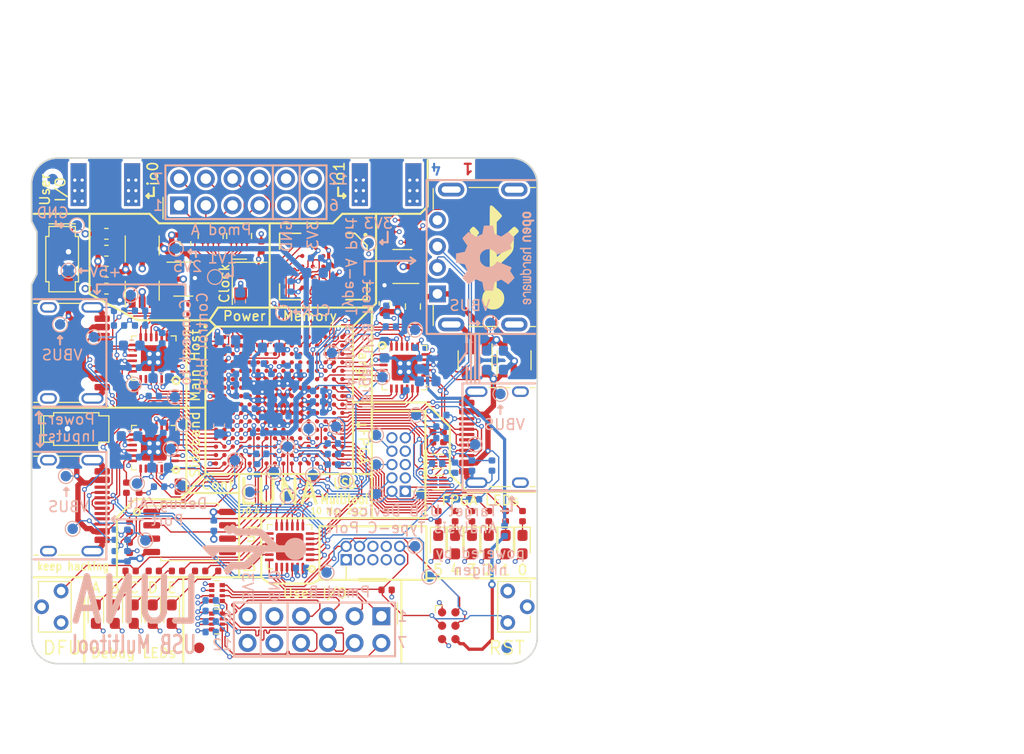
<source format=kicad_pcb>
(kicad_pcb (version 20221018) (generator pcbnew)
  (title_block (title "LUNA USB Multitool") (date "2021-03-10") (rev "r0") (company "Copyright 2019-2021 Great Scott Gadgets") (comment 1 "Katherine J. Temkin") (comment 3 "Licensed under the CERN-OHL-P v2"))
  (layers (0 "F.Cu" signal) (1 "In1.Cu" signal) (2 "In2.Cu" signal) (31 "B.Cu" signal) (34 "B.Paste" user) (35 "F.Paste" user) (36 "B.SilkS" user "B.Silkscreen") (37 "F.SilkS" user "F.Silkscreen") (38 "B.Mask" user) (39 "F.Mask" user) (44 "Edge.Cuts" user))
  (net 0 "")
  (net 1 "+3V3")
  (net 2 "GND")
  (net 3 "+5V")
  (net 4 "+2V5")
  (net 5 "+1V1")
  (net 6 "/FPGA Configuration and Dev Features/D1")
  (net 7 "/FPGA Configuration and Dev Features/D2")
  (net 8 "/FPGA Configuration and Dev Features/D0")
  (net 9 "/FPGA Configuration and Dev Features/D3")
  (net 10 "/FPGA Configuration and Dev Features/FPGA_TDO")
  (net 11 "/FPGA Configuration and Dev Features/~{CS_DI}")
  (net 12 "/FPGA Configuration and Dev Features/FPGA_CFG0")
  (net 13 "/FPGA Configuration and Dev Features/FPGA_DONE")
  (net 14 "/FPGA Configuration and Dev Features/FPGA_CFG1")
  (net 15 "/FPGA Configuration and Dev Features/~{FPGA_PROGRAM}")
  (net 16 "/FPGA Configuration and Dev Features/FPGA_CFG2")
  (net 17 "/FPGA Configuration and Dev Features/~{FPGA_INIT}")
  (net 18 "Net-(C36-Pad1)")
  (net 19 "Net-(C42-Pad1)")
  (net 20 "Net-(C48-Pad1)")
  (net 21 "/Host Section/HOST_VBUS")
  (net 22 "Net-(D10-Pad1)")
  (net 23 "Net-(D11-Pad1)")
  (net 24 "Net-(D12-Pad1)")
  (net 25 "Net-(D13-Pad1)")
  (net 26 "Net-(D14-Pad1)")
  (net 27 "/Host Section/HOST_DATA0")
  (net 28 "/Target Section/TARGET_DATA1")
  (net 29 "/Target Section/TARGET_DATA0")
  (net 30 "/Host Section/HOST_DATA1")
  (net 31 "/Target Section/TARGET_DATA3")
  (net 32 "/Target Section/TARGET_DATA2")
  (net 33 "/Host Section/HOST_DATA2")
  (net 34 "/Target Section/TARGET_DATA4")
  (net 35 "/Target Section/TARGET_DATA5")
  (net 36 "/Target Section/TARGET_DATA6")
  (net 37 "/Host Section/HOST_DATA4")
  (net 38 "/Host Section/HOST_DATA3")
  (net 39 "/Target Section/TARGET_DATA7")
  (net 40 "/Host Section/HOST_DATA6")
  (net 41 "/Host Section/HOST_DATA5")
  (net 42 "/Host Section/HOST_DATA7")
  (net 43 "/Host Section/HOST_STP")
  (net 44 "/Host Section/HOST_NXT")
  (net 45 "/Host Section/HOST_DIR")
  (net 46 "/Sideband Section/SIDEBAND_DATA0")
  (net 47 "/Sideband Section/SIDEBAND_DATA1")
  (net 48 "/Sideband Section/SIDEBAND_DATA2")
  (net 49 "/Sideband Section/SIDEBAND_DATA3")
  (net 50 "/Sideband Section/SIDEBAND_DATA4")
  (net 51 "/FPGA Configuration and Dev Features/FPGA_CONFIG_CLK")
  (net 52 "/Sideband Section/SIDEBAND_DATA6")
  (net 53 "/Sideband Section/SIDEBAND_DATA5")
  (net 54 "/Sideband Section/SIDEBAND_DATA7")
  (net 55 "/Sideband Section/SIDEBAND_STP")
  (net 56 "/Sideband Section/SIDEBAND_DIR")
  (net 57 "/Sideband Section/SIDEBAND_NXT")
  (net 58 "/FPGA Configuration and Dev Features/FPGA_TCK")
  (net 59 "/FPGA Configuration and Dev Features/UC_SWDCLK")
  (net 60 "/FPGA Configuration and Dev Features/UC_SWDIO")
  (net 61 "Net-(R8-Pad2)")
  (net 62 "Net-(R9-Pad2)")
  (net 63 "Net-(R10-Pad2)")
  (net 64 "Net-(R16-Pad2)")
  (net 65 "Net-(R17-Pad2)")
  (net 66 "Net-(R18-Pad2)")
  (net 67 "Net-(R19-Pad2)")
  (net 68 "Net-(R20-Pad2)")
  (net 69 "Net-(R21-Pad2)")
  (net 70 "Net-(D2-Pad1)")
  (net 71 "Net-(D3-Pad1)")
  (net 72 "Net-(D4-Pad1)")
  (net 73 "Net-(D5-Pad1)")
  (net 74 "Net-(D6-Pad1)")
  (net 75 "Net-(D7-Pad1)")
  (net 76 "Net-(IC1-PadB3)")
  (net 77 "Net-(IC1-PadB4)")
  (net 78 "Net-(IC1-PadB5)")
  (net 79 "Net-(IC1-PadB6)")
  (net 80 "Net-(IC1-PadB7)")
  (net 81 "Net-(IC1-PadB8)")
  (net 82 "Net-(IC1-PadC4)")
  (net 83 "Net-(IC1-PadC5)")
  (net 84 "Net-(IC1-PadC6)")
  (net 85 "Net-(IC1-PadC7)")
  (net 86 "Net-(IC1-PadC8)")
  (net 87 "Net-(IC1-PadC9)")
  (net 88 "Net-(IC1-PadC10)")
  (net 89 "Net-(IC1-PadC11)")
  (net 90 "Net-(IC1-PadC12)")
  (net 91 "Net-(IC1-PadC13)")
  (net 92 "Net-(IC1-PadD4)")
  (net 93 "Net-(IC1-PadD5)")
  (net 94 "Net-(IC1-PadD6)")
  (net 95 "Net-(IC1-PadD7)")
  (net 96 "Net-(IC1-PadD8)")
  (net 97 "Net-(IC1-PadD9)")
  (net 98 "Net-(IC1-PadD10)")
  (net 99 "Net-(IC1-PadD11)")
  (net 100 "Net-(IC1-PadD12)")
  (net 101 "Net-(IC1-PadD13)")
  (net 102 "Net-(IC1-PadE4)")
  (net 103 "Net-(IC1-PadE5)")
  (net 104 "Net-(IC1-PadE6)")
  (net 105 "Net-(IC1-PadE7)")
  (net 106 "Net-(IC1-PadE8)")
  (net 107 "Net-(IC1-PadE9)")
  (net 108 "Net-(IC1-PadE10)")
  (net 109 "Net-(IC1-PadE11)")
  (net 110 "Net-(IC1-PadE12)")
  (net 111 "Net-(IC1-PadE13)")
  (net 112 "Net-(IC1-PadF3)")
  (net 113 "Net-(IC1-PadF4)")
  (net 114 "Net-(IC1-PadF5)")
  (net 115 "Net-(IC1-PadG3)")
  (net 116 "Net-(IC1-PadG4)")
  (net 117 "Net-(IC1-PadG5)")
  (net 118 "Net-(IC1-PadG12)")
  (net 119 "Net-(IC1-PadG13)")
  (net 120 "Net-(IC1-PadG14)")
  (net 121 "Net-(IC1-PadH3)")
  (net 122 "Net-(IC1-PadH4)")
  (net 123 "Net-(IC1-PadH5)")
  (net 124 "Net-(IC1-PadH12)")
  (net 125 "Net-(IC1-PadH13)")
  (net 126 "Net-(IC1-PadH14)")
  (net 127 "Net-(IC1-PadJ3)")
  (net 128 "Net-(IC1-PadJ4)")
  (net 129 "Net-(IC1-PadJ5)")
  (net 130 "Net-(IC1-PadJ12)")
  (net 131 "Net-(IC1-PadJ13)")
  (net 132 "Net-(IC1-PadJ14)")
  (net 133 "Net-(IC1-PadK3)")
  (net 134 "Net-(IC1-PadK12)")
  (net 135 "Net-(IC1-PadK13)")
  (net 136 "Net-(IC1-PadK14)")
  (net 137 "Net-(IC1-PadL12)")
  (net 138 "Net-(IC1-PadL13)")
  (net 139 "Net-(IC1-PadM3)")
  (net 140 "Net-(IC1-PadM4)")
  (net 141 "Net-(IC1-PadM5)")
  (net 142 "Net-(IC1-PadM6)")
  (net 143 "Net-(IC1-PadM8)")
  (net 144 "Net-(IC1-PadM9)")
  (net 145 "Net-(IC1-PadM11)")
  (net 146 "Net-(IC1-PadM12)")
  (net 147 "Net-(IC1-PadM13)")
  (net 148 "Net-(IC1-PadM14)")
  (net 149 "Net-(IC1-PadN3)")
  (net 150 "Net-(IC1-PadN4)")
  (net 151 "Net-(IC1-PadN5)")
  (net 152 "Net-(IC1-PadN6)")
  (net 153 "Net-(IC1-PadN11)")
  (net 154 "Net-(IC1-PadN12)")
  (net 155 "Net-(IC1-PadN13)")
  (net 156 "Net-(IC1-PadN14)")
  (net 157 "Net-(IC1-PadP5)")
  (net 158 "Net-(IC1-PadP6)")
  (net 159 "Net-(IC1-PadP7)")
  (net 160 "Net-(IC1-PadP8)")
  (net 161 "Net-(IC1-PadR6)")
  (net 162 "Net-(IC1-PadR7)")
  (net 163 "Net-(IC1-PadR8)")
  (net 164 "Net-(IC1-PadR12)")
  (net 165 "Net-(IC1-PadT6)")
  (net 166 "Net-(J5-Pad7)")
  (net 167 "Net-(J5-Pad10)")
  (net 168 "Net-(J6-Pad8)")
  (net 169 "Net-(J6-Pad7)")
  (net 170 "Net-(J6-Pad6)")
  (net 171 "Net-(U5-Pad4)")
  (net 172 "Net-(U8-Pad20)")
  (net 173 "Net-(U9-Pad20)")
  (net 174 "Net-(U10-PadA2)")
  (net 175 "Net-(U10-PadC2)")
  (net 176 "Net-(U10-PadA5)")
  (net 177 "Net-(U10-PadB5)")
  (net 178 "Net-(U10-PadC5)")
  (net 179 "Net-(U11-Pad20)")
  (net 180 "Net-(IC1-PadP12)")
  (net 181 "/Host Section/HOST_D+")
  (net 182 "/Host Section/HOST_D-")
  (net 183 "/Host Section/HOST_CC2")
  (net 184 "/Host Section/HOST_CC1")
  (net 185 "/FPGA Configuration and Dev Features/SIDEBAND_D+")
  (net 186 "/FPGA Configuration and Dev Features/SIDEBAND_D-")
  (net 187 "/Sideband Section/SIDEBAND_CC2")
  (net 188 "/Sideband Section/SIDEBAND_CC1")
  (net 189 "Net-(IC1-PadT3)")
  (net 190 "Net-(IC1-PadK15)")
  (net 191 "/Target Section/TARGET_SBU2")
  (net 192 "/Target Section/TARGET_SBU1")
  (net 193 "/Right side indicators/TARGET_CC2")
  (net 194 "/Right side indicators/TARGET_CC1")
  (net 195 "/Right side indicators/DEBUG_SPI_COPI")
  (net 196 "/Right side indicators/DEBUG_SPI_CIPO")
  (net 197 "/Right side indicators/DEBUG_SPI_CLK")
  (net 198 "/Right side indicators/DEBUG_SPI_CS")
  (net 199 "/Right side indicators/LED5")
  (net 200 "/Right side indicators/LED3")
  (net 201 "/Right side indicators/LED4")
  (net 202 "/Right side indicators/LED1")
  (net 203 "/Right side indicators/LED2")
  (net 204 "/Right side indicators/LED0")
  (net 205 "/Host Section/HOST_SBU1")
  (net 206 "/Host Section/HOST_SBU2")
  (net 207 "/Sideband Section/SIDEBAND_SBU2")
  (net 208 "/Sideband Section/SIDEBAND_SBU1")
  (net 209 "Net-(U3-Pad4)")
  (net 210 "Net-(U4-Pad4)")
  (net 211 "/Power Supplies/TARGET_VBUS_A")
  (net 212 "/Power Supplies/VBUS_A_TO_C_EN")
  (net 213 "/Power Supplies/VBUS_5V_TO_A_EN")
  (net 214 "/Power Supplies/VBUS_5V_TO_A_FAULT")
  (net 215 "/Power Supplies/VBUS_C_TO_A_FAULT")
  (net 216 "/Power Supplies/VBUS_A_TO_C_FAULT")
  (net 217 "/RAM Section/RAM_DQ7")
  (net 218 "/RAM Section/RAM_DQ5")
  (net 219 "/RAM Section/RAM_DQ0")
  (net 220 "/RAM Section/RAM_DQ3")
  (net 221 "/RAM Section/RAM_RWDS")
  (net 222 "/RAM Section/RAM_DQ6")
  (net 223 "/RAM Section/RAM_DQ1")
  (net 224 "/RAM Section/RAM_DQ4")
  (net 225 "/RAM Section/RAM_DQ2")
  (net 226 "Net-(IC1-PadA2)")
  (net 227 "Net-(IC1-PadA3)")
  (net 228 "Net-(IC1-PadA4)")
  (net 229 "Net-(IC1-PadA5)")
  (net 230 "Net-(IC1-PadA6)")
  (net 231 "Net-(IC1-PadA7)")
  (net 232 "/FPGA Configuration and Dev Features/TARGET_VBUS_C")
  (net 233 "/FPGA Configuration and Dev Features/HALF_TARGET_VBUS_C")
  (net 234 "/FPGA Configuration and Dev Features/SIDEBAND_PHY_1V8")
  (net 235 "/FPGA Configuration and Dev Features/TARGET_PHY_1V8")
  (net 236 "/FPGA Configuration and Dev Features/HOST_PHY_1V8")
  (net 237 "/Sideband Section/SIDEBAND_VBUS")
  (net 238 "/Host Section/USER_IO0")
  (net 239 "/Host Section/USER_IO1")
  (net 240 "/FPGA Configuration and Dev Features/~{FPGA_SELF_PROGRAM}")
  (net 241 "/Target Section/TARGET_D-")
  (net 242 "/Target Section/TARGET_D+")
  (net 243 "Net-(R11-Pad2)")
  (net 244 "/PMOD_B1")
  (net 245 "/PMOD_B0")
  (net 246 "/PMOD_B7")
  (net 247 "/PMOD_B6")
  (net 248 "/PMOD_B5")
  (net 249 "/PMOD_B4")
  (net 250 "/PMOD_B3")
  (net 251 "/PMOD_B2")
  (net 252 "/PMOD_A0")
  (net 253 "/PMOD_A1")
  (net 254 "/PMOD_A2")
  (net 255 "/PMOD_A3")
  (net 256 "/PMOD_A4")
  (net 257 "/PMOD_A5")
  (net 258 "/PMOD_A6")
  (net 259 "/PMOD_A7")
  (net 260 "/Sideband Section/SIDEBAND_CLK")
  (net 261 "/Host Section/~{HOST_RESET}")
  (net 262 "/Host Section/HOST_CLK")
  (net 263 "/Target Section/TARGET_NXT")
  (net 264 "/Target Section/TARGET_DIR")
  (net 265 "/Target Section/TARGET_STP")
  (net 266 "/Target Section/~{TARGET_RESET}")
  (net 267 "/Target Section/TARGET_CLK")
  (net 268 "/RAM Section/RAM_CLK")
  (net 269 "/RAM Section/~{RAM_RESET}")
  (net 270 "/RAM Section/~{RAM_CLK}")
  (net 271 "/RAM Section/~{RAM_CS}")
  (net 272 "/FPGA Configuration and Dev Features/~{UC_RESET}")
  (net 273 "/FPGA Configuration and Dev Features/~{FORCE_DFU}")
  (net 274 "/FPGA Configuration and Dev Features/~{SIDEBAND_RESET}")
  (net 275 "/FPGA_TMS")
  (net 276 "/FPGA_TDI")
  (net 277 "/Clock and Pmod/CLKIN_60MHZ")
  (net 278 "Net-(C5-Pad1)")
  (net 279 "Net-(C19-Pad1)")
  (net 280 "Net-(C21-Pad2)")
  (net 281 "Net-(C23-Pad2)")
  (net 282 "/Power Supplies/VBUS_C_TO_A_EN")
  (net 283 "/Right side indicators/TARGET_CC2_OUTPUT_EN")
  (net 284 "/Right side indicators/TARGET_CC2_INPUT")
  (net 285 "/Right side indicators/TARGET_CC1_INPUT")
  (net 286 "/Right side indicators/TARGET_CC1_OUTPUT_EN")
  (net 287 "/Right side indicators/TARGET_CC1_OUTPUT")
  (net 288 "/Right side indicators/TARGET_CC2_OUTPUT")
  (net 289 "Net-(R38-Pad2)")
  (net 290 "Net-(R39-Pad2)")
  (net 291 "/Host Section/HOST_CC2_INPUT")
  (net 292 "/Host Section/HOST_CC1_INPUT")
  (net 293 "/Sideband Section/SIDEBAND_CC1_INPUT")
  (net 294 "/Sideband Section/SIDEBAND_CC2_INPUT")
  (net 295 "Net-(D9-Pad2)")
  (footprint "LED_SMD:LED_0603_1608Metric_Pad1.05x0.95mm_HandSolder" (layer "F.Cu") (at 103.8 108.3 -90)
    (fp_text reference "D14" hide)
    (fp_text value "ICE BLUE" hide)
  )
  (footprint "Package_DFN_QFN:VQFN-24-1EP_4x4mm_P0.5mm_EP2.45x2.45mm" (layer "F.Cu") (at 125.9 84.9)
    (fp_text reference "U9" hide)
    (fp_text value "USB3343" hide)
  )
  (footprint "Resistor_SMD:R_0402_1005Metric" (layer "F.Cu") (at 129.8 82.8 180)
    (fp_text reference "R19" hide)
    (fp_text value "20K" hide)
  )
  (footprint "LED_SMD:LED_0603_1608Metric_Pad1.05x0.95mm_HandSolder" (layer "F.Cu") (at 98.4 108.3 -90)
    (fp_text reference "D11" hide)
    (fp_text value "PINK" hide)
  )
  (footprint "Resistor_SMD:R_0402_1005Metric" (layer "F.Cu") (at 99.5 96.3 90)
    (fp_text reference "R17" hide)
    (fp_text value "20K" hide)
  )
  (footprint "Package_DFN_QFN:QFN-24-1EP_4x4mm_P0.5mm_EP2.6x2.6mm" (layer "F.Cu") (at 115 101.9 180)
    (fp_text reference "U6" hide)
    (fp_text value "ATSAMD11D14A-MUT" hide)
  )
  (footprint "rhododendron:usb_tools_logo" (layer "F.Cu") (at 134.32 74.411)
    (fp_text reference "G***" hide)
    (fp_text value "LOGO" hide)
  )
  (footprint "Capacitor_SMD:C_0603_1608Metric" (layer "F.Cu") (at 97.6 72.2 180)
    (fp_text reference "C30" hide)
    (fp_text value "1uF" hide)
  )
  (footprint "Capacitor_SMD:C_0603_1608Metric" (layer "F.Cu") (at 97.6 73.8 180)
    (fp_text reference "C28" hide)
    (fp_text value "1uF" hide)
  )
  (footprint "Package_TO_SOT_SMD:SOT-23-5" (layer "F.Cu") (at 101 77.6 90)
    (fp_text reference "U3" hide)
    (fp_text value "AP7366-33W5-7" hide)
  )
  (footprint "LED_SMD:LED_0603_1608Metric_Pad1.05x0.95mm_HandSolder" (layer "F.Cu") (at 100.2 108.3 -90)
    (fp_text reference "D12" hide)
    (fp_text value "WHITE" hide)
  )
  (footprint "LED_SMD:LED_0603_1608Metric_Pad1.05x0.95mm_HandSolder" (layer "F.Cu") (at 102 108.3 -90)
    (fp_text reference "D13" hide)
    (fp_text value "PINK" hide)
  )
  (footprint "Package_DFN_QFN:VQFN-24-1EP_4x4mm_P0.5mm_EP2.45x2.45mm" (layer "F.Cu") (at 102.1 84 180)
    (fp_text reference "U11" hide)
    (fp_text value "USB3343" hide)
  )
  (footprint "Resistor_SMD:R_0402_1005Metric" (layer "F.Cu") (at 100.7 96.3 90)
    (fp_text reference "R16" hide)
    (fp_text value "8.06k±1%" hide)
  )
  (footprint "LED_SMD:LED_0603_1608Metric_Pad1.05x0.95mm_HandSolder" (layer "F.Cu") (at 96.6 108.3 -90)
    (fp_text reference "D10" hide)
    (fp_text value "ICE BLUE" hide)
  )
  (footprint "Resistor_SMD:R_0402_1005Metric" (layer "F.Cu") (at 99.1 87.7 90)
    (fp_text reference "R21" hide)
    (fp_text value "20K" hide)
  )
  (footprint "luna:SOD128" (layer "F.Cu") (at 94.74 90.73)
    (fp_text reference "D8" hide)
    (fp_text value "PMEG3050EP,115" hide)
  )
  (footprint "Resistor_SMD:R_0402_1005Metric" (layer "F.Cu") (at 104.4 96.2 -90)
    (fp_text reference "R15" hide)
    (fp_text value "1K" hide)
  )
  (footprint "Capacitor_SMD:C_0603_1608Metric" (layer "F.Cu") (at 97.6 77.4 180)
    (fp_text reference "C6" hide)
    (fp_text value "1uF" hide)
  )
  (footprint "Capacitor_SMD:C_0603_1608Metric" (layer "F.Cu") (at 97.6 75.8 180)
    (fp_text reference "C20" hide)
    (fp_text value "2.2uF" hide)
  )
  (footprint "luna:SOD128" (layer "F.Cu") (at 93.4 74.6 -90)
    (fp_text reference "D1" hide)
    (fp_text value "PMEG3050EP,115" hide)
  )
  (footprint "Resistor_SMD:R_0402_1005Metric" (layer "F.Cu") (at 100.3 87.7 90)
    (fp_text reference "R20" hide)
    (fp_text value "8.06k±1%" hide)
  )
  (footprint "Package_TO_SOT_SMD:SOT-23-5" (layer "F.Cu") (at 101 73.3 90)
    (fp_text reference "U5" hide)
    (fp_text value "MIC5504-2.5YM5" hide)
  )
  (footprint "Capacitor_SMD:C_0603_1608Metric" (layer "F.Cu") (at 105.1 73.1 90)
    (fp_text reference "C29" hide)
    (fp_text value "1uF" hide)
  )
  (footprint "Crystal:Crystal_SMD_3225-4Pin_3.2x2.5mm" (layer "F.Cu") (at 111.2 76.9 -90)
    (fp_text reference "Y1" hide)
    (fp_text value "Osc60MHz" hide)
  )
  (footprint "Capacitor_SMD:C_0402_1005Metric" (layer "F.Cu") (at 103.8 73.6 90)
    (fp_text reference "C27" hide)
    (fp_text value "0.1uF" hide)
  )
  (footprint "Package_SO:SOIC-8_5.23x5.23mm_P1.27mm" (layer "F.Cu") (at 105.5 100.5)
    (fp_text reference "U7" hide)
    (fp_text value "W25Q32JVSS" hide)
  )
  (footprint "Package_TO_SOT_SMD:SOT-23-5" (layer "F.Cu") (at 125.7 75.3 180)
    (fp_text reference "U1" hide)
    (fp_text value "AP22811A" hide)
  )
  (footprint "Package_TO_SOT_SMD:SOT-23-5" (layer "F.Cu") (at 104.9 76.5)
    (fp_text reference "U4" hide)
    (fp_text value "TCR2EF115" hide)
  )
  (footprint "Package_TO_SOT_SMD:SOT-23-5" (layer "F.Cu") (at 136.3 84.2 90)
    (fp_text reference "U13" hide)
    (fp_text value "AP22811A" hide)
  )
  (footprint "Package_TO_SOT_SMD:SOT-23-5" (layer "F.Cu") (at 132.6 84.2 -90)
    (fp_text reference "U12" hide)
    (fp_text value "AP22811A" hide)
  )
  (footprint "Resistor_SMD:R_0402_1005Metric" (layer "F.Cu") (at 130.3 84.3 90)
    (fp_text reference "R2" hide)
    (fp_text value "2.2K" hide)
  )
  (footprint "Capacitor_SMD:C_0805_2012Metric" (layer "F.Cu") (at 126.7 79.1 90)
    (fp_text reference "C53" hide)
    (fp_text value "10uF" hide)
  )
  (footprint "Resistor_SMD:R_0402_1005Metric" (layer "F.Cu") (at 124.7 72.5 -90)
    (fp_text reference "R1" hide)
    (fp_text value "2.2K" hide)
  )
  (footprint "luna:USB_A_Kycon_KUSBXHT-SB-AS1N-B30-NF_Horizontal" (layer "F.Cu") (at 129.025 77.9 90)
    (fp_text reference "J3" hide)
    (fp_text value "USB_A" hide)
  )
  (footprint "Resistor_SMD:R_Array_Convex_4x0402" (layer "F.Cu") (at 110.2 72.4 90)
    (fp_text reference "RN2" hide)
    (fp_text value "33" hide)
  )
  (footprint "Resistor_SMD:R_Array_Convex_4x0402" (layer "F.Cu") (at 107.5 72.4 90)
    (fp_text reference "RN1" hide)
    (fp_text value "33" hide)
  )
  (footprint "Capacitor_SMD:C_0402_1005Metric" (layer "F.Cu") (at 112.3 73.4 90)
    (fp_text reference "C10" hide)
    (fp_text value "0.1uF" hide)
  )
  (footprint "LED_SMD:LED_0603_1608Metric_Pad1.05x0.95mm_HandSolder" (layer "F.Cu") (at 137.1 101.7 -90)
    (fp_text reference "D7" hide)
    (fp_text value "PURPLE" hide)
  )
  (footprint "LED_SMD:LED_0603_1608Metric_Pad1.05x0.95mm_HandSolder" (layer "F.Cu") (at 132.3 101.7 -90)
    (fp_text reference "D4" hide)
    (fp_text value "YELLOW" hide)
  )
  (footprint "LED_SMD:LED_0603_1608Metric_Pad1.05x0.95mm_HandSolder" (layer "F.Cu") (at 130.7 101.7 -90)
    (fp_text reference "D3" hide)
    (fp_text value "ORANGE" hide)
  )
  (footprint "Resistor_SMD:R_0402_1005Metric" (layer "F.Cu") (at 133.9 99 90)
    (fp_text reference "R29" hide)
    (fp_text value "10K" hide)
  )
  (footprint "Resistor_SMD:R_0402_1005Metric" (layer "F.Cu") (at 137.1 99 90)
    (fp_text reference "R31" hide)
    (fp_text value "2.2K" hide)
  )
  (footprint "Resistor_SMD:R_0402_1005Metric" (layer "F.Cu") (at 129.1 99 90)
    (fp_text reference "R26" hide)
    (fp_text value "1K" hide)
  )
  (footprint "LED_SMD:LED_0603_1608Metric_Pad1.05x0.95mm_HandSolder" (layer "F.Cu") (at 133.9 101.7 -90)
    (fp_text reference "D5" hide)
    (fp_text value "GREEN" hide)
  )
  (footprint "Resistor_SMD:R_0402_1005Metric" (layer "F.Cu") (at 132.3 99 90)
    (fp_text reference "R28" hide)
    (fp_text value "1K" hide)
  )
  (footprint "LED_SMD:LED_0603_1608Metric_Pad1.05x0.95mm_HandSolder" (layer "F.Cu") (at 129.1 101.7 -90)
    (fp_text reference "D2" hide)
    (fp_text value "RED" hide)
  )
  (footprint "Resistor_SMD:R_0402_1005Metric" (layer "F.Cu") (at 130.7 99 90)
    (fp_text reference "R27" hide)
    (fp_text value "1K" hide)
  )
  (footprint "Resistor_SMD:R_0402_1005Metric" (layer "F.Cu") (at 135.5 99 90)
    (fp_text reference "R30" hide)
    (fp_text value "2.2K" hide)
  )
  (footprint "LED_SMD:LED_0603_1608Metric_Pad1.05x0.95mm_HandSolder" (layer "F.Cu") (at 135.5 101.7 -90)
    (fp_text reference "D6" hide)
    (fp_text value "BLUE" hide)
  )
  (footprint "Package_DFN_QFN:VQFN-24-1EP_4x4mm_P0.5mm_EP2.45x2.45mm" (layer "F.Cu") (at 102.1 92.5 180)
    (fp_text reference "U8" hide)
    (fp_text value "USB3343" hide)
  )
  (footprint "Fiducial:Fiducial_1mm_Mask2mm" (layer "F.Cu") (at 133.8 66.4)
    (fp_text reference "FID1" hide)
    (fp_text value "Fiducial_1mm_Mask2mm" hide)
  )
  (footprint "Resistor_SMD:R_0402_1005Metric" (layer "F.Cu") (at 102.1 104.2)
    (fp_text reference "R8" hide)
    (fp_text value "2.2K" hide)
  )
  (footprint "Resistor_SMD:R_0402_1005Metric" (layer "F.Cu") (at 99.9 104.2)
    (fp_text reference "R7" hide)
    (fp_text value "5.5K" hide)
  )
  (footprint "Resistor_SMD:R_0402_1005Metric" (layer "F.Cu") (at 108.7 104.2)
    (fp_text reference "R11" hide)
    (fp_text value "5.5K" hide)
  )
  (footprint "Resistor_SMD:R_0402_1005Metric" (layer "F.Cu") (at 106.5 104.2)
    (fp_text reference "R10" hide)
    (fp_text value "2.2K" hide)
  )
  (footprint "Resistor_SMD:R_0402_1005Metric" (layer "F.Cu") (at 104.3 104.2)
    (fp_text reference "R9" hide)
    (fp_text value "2.2K" hide)
  )
  (footprint "Capacitor_SMD:C_0603_1608Metric" (layer "F.Cu") (at 124 78.8 -90)
    (fp_text reference "C54" hide)
    (fp_text value "1uF" hide)
  )
  (footprint "Capacitor_SMD:C_0402_1005Metric" (layer "F.Cu") (at 125.25 78.2 90)
    (fp_text reference "C40" hide)
    (fp_text value "0.1uF" hide)
  )
  (footprint "Resistor_SMD:R_0402_1005Metric" (layer "F.Cu") (at 126.7 73)
    (fp_text reference "R3" hide)
    (fp_text value "10K" hide)
  )
  (footprint "Resistor_SMD:R_0402_1005Metric" (layer "F.Cu") (at 126.7 72 180)
    (fp_text reference "R42" hide)
    (fp_text value "2.2K" hide)
  )
  (footprint "Resistor_SMD:R_0402_1005Metric" (layer "F.Cu") (at 126.2 70.9)
    (fp_text reference "R40" hide)
    (fp_text value "10K" hide)
  )
  (footprint "luna:SW_Tactile_SPST_Angled_TC-1109DE-B-F" (layer "F.Cu") (at 135.7 109.1 -90)
    (fp_text reference "SW2" hide)
    (fp_text value "BTN_RESET" hide)
  )
  (footprint "luna:SW_Tactile_SPST_Angled_TC-1109DE-B-F" (layer "F.Cu") (at 93.3 106.1 90)
    (fp_text reference "SW1" hide)
    (fp_text value "BTN_DFU" hide)
  )
  (footprint "Connector:Tag-Connect_TC2030-IDC-FP_2x03_P1.27mm_Vertical" (layer "F.Cu") (at 130.1 109.4 -90)
    (fp_text reference "J10" hide)
    (fp_text value "TC_SWD" hide)
  )
  (footprint "Resistor_SMD:R_0402_1005Metric" (layer "F.Cu") (at 124.2 106 180)
    (fp_text reference "R25" hide)
    (fp_text value "10K" hide)
  )
  (footprint "Resistor_SMD:R_Array_Convex_4x0402" (layer "F.Cu") (at 108.1 109)
    (fp_text reference "RN4" hide)
    (fp_text value "33" hide)
  )
  (footprint "Resistor_SMD:R_Array_Convex_4x0402" (layer "F.Cu") (at 108.1 106.3)
    (fp_text reference "RN3" hide)
    (fp_text value "33" hide)
  )
  (footprint "Fiducial:Fiducial_1mm_Mask2mm" (layer "F.Cu") (at 106.4 111.5)
    (fp_text reference "FID2" hide)
    (fp_text value "Fiducial_1mm_Mask2mm" hide)
  )
  (footprint "luna:PinSocket_2x06_P2.54mm_PMOD" (layer "F.Cu") (at 104.5 69.5 -90)
    (fp_text reference "J7" hide)
    (fp_text value "PMOD_A" hide)
  )
  (footprint "luna:PinSocket_2x06_P2.54mm_PMOD" (layer "F.Cu") (at 123.7 108.5 90)
    (fp_text reference "J11" hide)
    (fp_text value "PMOD_B" hide)
  )
  (footprint "luna:lattice_cabga256" (layer "F.Cu") (at 114 88)
    (fp_text reference "IC1" hide)
    (fp_text value "ECP5-BGA256" hide)
  )
  (footprint "luna:USB_C_Receptacle_HRO_TYPE-C-31-M-12" (layer "F.Cu") (at 93.15 83.5 -90)
    (fp_text reference "J1" hide)
    (fp_text value "USB_C_Receptacle_USB2.0" hide)
  )
  (footprint "luna:USB_C_Receptacle_HRO_TYPE-C-31-M-12" (layer "F.Cu") (at 93.15 98 -90)
    (fp_text reference "J2" hide)
    (fp_text value "USB_C_Receptacle_USB2.0" hide)
  )
  (footprint "luna:USB_C_Receptacle_HRO_TYPE-C-31-M-12" (layer "F.Cu") (at 135.85 91.5 90)
    (fp_text reference "J4" hide)
    (fp_text value "USB_C_Receptacle_USB2.0" hide)
  )
  (footprint "luna:BGA-24_5x5_6.0x8.0mm" (layer "F.Cu") (at 118.191 75.3 -90)
    (fp_text reference "U10")
    (fp_text value "HyperRAM" hide)
  )
  (footprint "luna:SWD_CONNECTOR_LARGE_BOX" (layer "F.Cu") (at 122.9 102.5)
    (fp_text reference "J6" hide)
    (fp_text value "Conn_ARM_JTAG_SWD_10" hide)
  )
  (footprint "luna:SMA-EDGE" (layer "F.Cu") (at 124.2 65.5 -90)
    (fp_text reference "J9" hide)
    (fp_text value "Conn_Coaxial" hide)
  )
  (footprint "luna:SMA-EDGE" (layer "F.Cu") (at 97.5 65.5 -90)
    (fp_text reference "J8" hide)
    (fp_text value "Conn_Coaxial" hide)
  )
  (footprint "luna:SWD_CONNECTOR_LARGE_BOX" (layer "F.Cu") (at 125.34 94.1 90)
    (fp_text reference "J5" hide)
    (fp_text value "Conn_FPGA_JTAG_10" hide)
  )
  (footprint "Resistor_SMD:R_0402_1005Metric" (layer "F.Cu") (at 105 79.8 180)
    (fp_text reference "R44" hide)
    (fp_text value "18.7K±1%")
  )
  (footprint "Resistor_SMD:R_0402_1005Metric" (layer "F.Cu") (at 105 78.8 180)
    (fp_text reference "R45" hide)
    (fp_text value "18.7K±1%")
  )
  (footprint "Resistor_SMD:R_0402_1005Metric" (layer "F.Cu") (at 99.8 102 -90)
    (fp_text reference "R47" hide)
    (fp_text value "18.7K±1%")
  )
  (footprint "Resistor_SMD:R_0402_1005Metric" (layer "F.Cu") (at 128.6 91.5 -90)
    (fp_text reference "R48" hide)
    (fp_text value "18.7K±1%")
  )
  (footprint "Resistor_SMD:R_0402_1005Metric" (layer "F.Cu") (at 129.6 91.5 -90)
    (fp_text reference "R49" hide)
    (fp_text value "18.7K±1%")
  )
  (footprint "luna:X2-DFN1210-8_1.2x1mm_P0.3mm" (layer "F.Cu") (at 129.1 93.8)
    (fp_text reference "U2" hide)
    (fp_text value "74AUP2G126")
  )
  (footprint "luna:X2-DFN1210-8_1.2x1mm_P0.3mm" (layer "F.Cu") (at 129.1 95.8 180)
    (fp_text reference "U14" hide)
    (fp_text value "74AUP2G126")
  )
  (footprint "Resistor_SMD:R_0402_1005Metric" (layer "F.Cu") (at 99.8 100 -90)
    (fp_text reference "R46" hide)
    (fp_text value "18.7K±1%")
  )
  (footprint "Symbol:OSHW-Logo2_9.8x8mm_SilkScreen" (layer "B.Cu") (at 134.5 74.5 -90)
    (fp_text reference "REF**" hide)
    (fp_text value "OSHW-Logo2_9.8x8mm_SilkScreen" hide)
  )
  (footprint "Capacitor_SMD:C_0603_1608Metric" (layer "B.Cu") (at 117.4 75.9)
    (fp_text reference "C22" hide)
    (fp_text value "1uF" hide)
  )
  (footprint "Resistor_SMD:R_0402_1005Metric" (layer "B.Cu") (at 102.6 96.2 180)
    (fp_text reference "R22" hide)
    (fp_text value "15K" hide)
  )
  (footprint "Capacitor_SMD:C_0402_1005Metric" (layer "B.Cu") (at 107.8 99.9 -90)
    (fp_text reference "C49" hide)
    (fp_text value "0.1uF" hide)
  )
  (footprint "TestPoint:TestPoint_Pad_D1.0mm" (layer "B.Cu") (at 117.2 95.1)
    (fp_text reference "TP7" hide)
    (fp_text value "TestPoint" hide)
  )
  (footprint "TestPoint:TestPoint_Pad_D1.0mm" (layer "B.Cu") (at 113.5 94.8)
    (fp_text reference "TP14" hide)
    (fp_text value "TestPoint" hide)
  )
  (footprint "TestPoint:TestPoint_Pad_D1.0mm" (layer "B.Cu") (at 109.8 93.7)
    (fp_text reference "TP11" hide)
    (fp_text value "TestPoint" hide)
  )
  (footprint "Resistor_SMD:R_0402_1005Metric" (layer "B.Cu") (at 124.6 81)
    (fp_text reference "R23" hide)
    (fp_text value "10K" hide)
  )
  (footprint "Resistor_SMD:R_0402_1005Metric" (layer "B.Cu") (at 112.304 93.08 180)
    (fp_text reference "R5" hide)
    (fp_text value "2.2K" hide)
  )
  (footprint "Resistor_SMD:R_0402_1005Metric" (layer "B.Cu") (at 111.904 94.545 90)
    (fp_text reference "R6" hide)
    (fp_text value "10K" hide)
  )
  (footprint "Capacitor_SMD:C_0402_1005Metric" (layer "B.Cu") (at 113.977 87.9365)
    (fp_text reference "C9" hide)
    (fp_text value "0.1uF" hide)
  )
  (footprint "Capacitor_SMD:C_0402_1005Metric" (layer "B.Cu") (at 110.4 87.578 180)
    (fp_text reference "C16" hide)
    (fp_text value "0.1uF" hide)
  )
  (footprint "Capacitor_SMD:C_0402_1005Metric" (layer "B.Cu") (at 111.2 88.8)
    (fp_text reference "C8" hide)
    (fp_text value "0.1uF" hide)
  )
  (footprint "TestPoint:TestPoint_Pad_D1.0mm" (layer "B.Cu") (at 114.8 97.1)
    (fp_text reference "TP13" hide)
    (fp_text value "TestPoint" hide)
  )
  (footprint "TestPoint:TestPoint_Pad_D1.0mm" (layer "B.Cu") (at 122.5 73.1)
    (fp_text reference "TP3" hide)
    (fp_text value "TestPoint" hide)
  )
  (footprint "Capacitor_SMD:C_0402_1005Metric" (layer "B.Cu") (at 127.8 84 180)
    (fp_text reference "C44" hide)
    (fp_text value "0.1uF" hide)
  )
  (footprint "Capacitor_SMD:C_0603_1608Metric" (layer "B.Cu") (at 124 83.2 -90)
    (fp_text reference "C43" hide)
    (fp_text value "1uF" hide)
  )
  (footprint "Capacitor_SMD:C_0402_1005Metric" (layer "B.Cu") (at 117.5 74.5)
    (fp_text reference "C31" hide)
    (fp_text value "0.1uF" hide)
  )
  (footprint "Capacitor_SMD:C_0402_1005Metric" (layer "B.Cu") (at 102.9 82.1 -90)
    (fp_text reference "C34" hide)
    (fp_text value "0.1uF" hide)
  )
  (footprint "Capacitor_SMD:C_0603_1608Metric" (layer "B.Cu") (at 102.7 94.4 180)
    (fp_text reference "C37" hide)
    (fp_text value "1uF" hide)
  )
  (footprint "TestPoint:TestPoint_Pad_D1.0mm" (layer "B.Cu") (at 119.4 90.5)
    (fp_text reference "TP6" hide)
    (fp_text value "TestPoint" hide)
  )
  (footprint "Capacitor_SMD:C_0402_1005Metric" (layer "B.Cu") (at 117.683 88.127)
    (fp_text reference "C39" hide)
    (fp_text value "0.1uF" hide)
  )
  (footprint "TestPoint:TestPoint_Pad_D1.0mm" (layer "B.Cu") (at 104.2 73.6)
    (fp_text reference "TP5" hide)
    (fp_text value "TestPoint" hide)
  )
  (footprint "Capacitor_SMD:C_0402_1005Metric" (layer "B.Cu") (at 115.8 84.3 90)
    (fp_text reference "C12" hide)
    (fp_text value "0.1uF" hide)
  )
  (footprint "Capacitor_SMD:C_0603_1608Metric" (layer "B.Cu") (at 110.3 78.5875 90)
    (fp_text reference "C1" hide)
    (fp_text value "2.2uF" hide)
  )
  (footprint "TestPoint:TestPoint_Pad_D1.0mm" (layer "B.Cu") (at 114.4 79.7)
    (fp_text reference "TP1" hide)
    (fp_text value "TestPoint" hide)
  )
  (footprint "Capacitor_SMD:C_0402_1005Metric" (layer "B.Cu") (at 117.683 89.143)
    (fp_text reference "C33" hide)
    (fp_text value "0.1uF" hide)
  )
  (footprint "Capacitor_SMD:C_0402_1005Metric" (layer "B.Cu") (at 114.8 85.2 90)
    (fp_text reference "C7" hide)
    (fp_text value "0.1uF" hide)
  )
  (footprint "Capacitor_SMD:C_0402_1005Metric" (layer "B.Cu") (at 113.27 86 90)
    (fp_text reference "C11" hide)
    (fp_text value "0.1uF" hide)
  )
  (footprint "Capacitor_SMD:C_0402_1005Metric" (layer "B.Cu") (at 117.706 87.111)
    (fp_text reference "C26" hide)
    (fp_text value "0.1uF" hide)
  )
  (footprint "Capacitor_SMD:C_0402_1005Metric" (layer "B.Cu") (at 126.06 86.56 90)
    (fp_text reference "C41" hide)
    (fp_text value "0.1uF" hide)
  )
  (footprint "Capacitor_SMD:C_0402_1005Metric" (layer "B.Cu") (at 115.1 77.2 -90)
    (fp_text reference "C32" hide)
    (fp_text value "0.1uF" hide)
  )
  (footprint "Capacitor_SMD:C_0402_1005Metric" (layer "B.Cu") (at 100.2 93.4)
    (fp_text reference "C38" hide)
    (fp_text value "0.1uF" hide)
  )
  (footprint "Capacitor_SMD:C_0603_1608Metric" (layer "B.Cu") (at 128.1 86.2 180)
    (fp_text reference "C42" hide)
    (fp_text value "1uF" hide)
  )
  (footprint "Capacitor_SMD:C_0402_1005Metric" (layer "B.Cu") (at 100.2 84.9)
    (fp_text reference "C46" hide)
    (fp_text value "0.1uF" hide)
  )
  (footprint "Capacitor_SMD:C_0603_1608Metric" (layer "B.Cu") (at 113.2 83)
    (fp_text reference "C4" hide)
    (fp_text value "2.2uF" hide)
  )
  (footprint "Capacitor_SMD:C_0603_1608Metric" (layer "B.Cu") (at 102.8 85.9 180)
    (fp_text reference "C50" hide)
    (fp_text value "1uF" hide)
  )
  (footprint "Resistor_SMD:R_0402_1005Metric" (layer "B.Cu") (at 102.1 87.6 180)
    (fp_text reference "R24" hide)
    (fp_text value "10K" hide)
  )
  (footprint "Capacitor_SMD:C_0603_1608Metric" (layer "B.Cu") (at 100 82.8)
    (fp_text reference "C48" hide)
    (fp_text value "1uF" hide)
  )
  (footprint "Capacitor_SMD:C_0603_1608Metric" (layer "B.Cu") (at 99.8 91.4)
    (fp_text reference "C36" hide)
    (fp_text value "1uF" hide)
  )
  (footprint "Resistor_SMD:R_0402_1005Metric" (layer "B.Cu") (at 98.8 80.9)
    (fp_text reference "R33" hide)
    (fp_text value "5.49K±1%" hide)
  )
  (footprint "Capacitor_SMD:C_0402_1005Metric" (layer "B.Cu") (at 103 90.6 -90)
    (fp_text reference "C18" hide)
    (fp_text value "0.1uF" hide)
  )
  (footprint "Capacitor_SMD:C_0402_1005Metric" (layer "B.Cu") (at 116.07 103.92 180)
    (fp_text reference "C14" hide)
    (fp_text value "0.1uF" hide)
  )
  (footprint "TestPoint:TestPoint_Pad_D1.0mm" (layer "B.Cu") (at 107.9 76.3)
    (fp_text reference "TP4" hide)
    (fp_text value "TestPoint" hide)
  )
  (footprint "Resistor_SMD:R_0402_1005Metric" (layer "B.Cu") (at 124.185 79.5 90)
    (fp_text reference "R41" hide)
    (fp_text value "10K" hide)
  )
  (footprint "Resistor_SMD:R_0402_1005Metric" (layer "B.Cu") (at 132.5 97.4)
    (fp_text reference "R4" hide)
    (fp_text value "8.06k±1%" hide)
  )
  (footprint "Resistor_SMD:R_0402_1005Metric" (layer "B.Cu") (at 119.1 92.1)
    (fp_text reference "R12" hide)
    (fp_text value "10K" hide)
  )
  (footprint "TestPoint:TestPoint_Pad_D1.0mm" (layer "B.Cu") (at 116.8 90.7)
    (fp_text reference "TP9" hide)
    (fp_text value "TestPoint" hide)
  )
  (footprint "Resistor_SMD:R_0402_1005Metric" (layer "B.Cu") (at 119.1 94.1)
    (fp_text reference "R14" hide)
    (fp_text value "10K" hide)
  )
  (footprint "Resistor_SMD:R_0402_1005Metric" (layer "B.Cu") (at 119.1 93.1)
    (fp_text reference "R13" hide)
    (fp_text value "10K" hide)
  )
  (footprint "Fiducial:Fiducial_1mm_Mask2mm" (layer "B.Cu") (at 92.5 67)
    (fp_text reference "FID3" hide)
    (fp_text value "Fiducial_1mm_Mask2mm" hide)
  )
  (footprint "Capacitor_SMD:C_0402_1005Metric" (layer "B.Cu") (at 112.05 84.52)
    (fp_text reference "C35" hide)
    (fp_text value "0.1uF" hide)
  )
  (footprint "Resistor_SMD:R_0402_1005Metric" (layer "B.Cu") (at 127.4 83)
    (fp_text reference "R18" hide)
    (fp_text value "8.06k±1%" hide)
  )
  (footprint "Resistor_SMD:R_0402_1005Metric" (layer "B.Cu") (at 98.8 79.5)
    (fp_text reference "R32" hide)
    (fp_text value "5.49K±1%" hide)
  )
  (footprint "TestPoint:TestPoint_Pad_D1.0mm" (layer "B.Cu") (at 120.3 95.6)
    (fp_text reference "TP8" hide)
    (fp_text value "TestPoint" hide)
  )
  (footprint "TestPoint:TestPoint_Pad_D1.0mm" (layer "B.Cu") (at 114.8 92.4)
    (fp_text reference "TP12" hide)
    (fp_text value "TestPoint" hide)
  )
  (footprint "TestPoint:TestPoint_Pad_D1.0mm" (layer "B.Cu") (at 111.2 96.7)
    (fp_text reference "TP10" hide)
    (fp_text value "TestPoint" hide)
  )
  (footprint "Capacitor_SMD:C_0402_1005Metric" (layer "B.Cu") (at 114.4 89.5)
    (fp_text reference "C17" hide)
    (fp_text value "0.1uF" hide)
  )
  (footprint "Capacitor_SMD:C_0603_1608Metric" (layer "B.Cu") (at 108.3 90.4 -90)
    (fp_text reference "C3" hide)
    (fp_text value "2.2uF" hide)
  )
  (footprint "Fiducial:Fiducial_1mm_Mask2mm" (layer "B.Cu") (at 135.6 111.5)
    (fp_text reference "FID4" hide)
    (fp_text value "Fiducial_1mm_Mask2mm" hide)
  )
  (footprint "luna:usb_tools_logo" (layer "B.Cu") (at 111.6 102.1 -90)
    (fp_text reference "G***" hide)
    (fp_text value "LOGO" hide)
  )
  (footprint "Capacitor_SMD:C_0603_1608Metric" (layer "B.Cu") (at 109.1 82.3 180)
    (fp_text reference "C2" hide)
    (fp_text value "2.2uF" hide)
  )
  (footprint "Capacitor_SMD:C_0402_1005Metric" (layer "B.Cu") (at 112 91.1 180)
    (fp_text reference "C24" hide)
    (fp_text value "0.1uF" hide)
  )
  (footprint "Capacitor_SMD:C_0402_1005Metric" (layer "B.Cu") (at 110.4 86.5 180)
    (fp_text reference "C15" hide)
    (fp_text value "0.1uF" hide)
  )
  (footprint "Capacitor_SMD:C_0402_1005Metric" (layer "B.Cu") (at 110.4 85.5 180)
    (fp_text reference "C13" hide)
    (fp_text value "0.1uF" hide)
  )
  (footprint "Capacitor_SMD:C_0402_1005Metric" (layer "B.Cu") (at 107.5 109)
    (fp_text reference "C19" hide)
    (fp_text value "0.1uF" hide)
  )
  (footprint "Capacitor_SMD:C_0402_1005Metric" (layer "B.Cu") (at 107.5 108)
    (fp_text reference "C5" hide)
    (fp_text value "0.1uF" hide)
  )
  (footprint "Capacitor_SMD:C_0402_1005Metric" (layer "B.Cu") (at 107.5 107 180)
    (fp_text reference "C21" hide)
    (fp_text value "0.1uF" hide)
  )
  (footprint "Capacitor_SMD:C_0402_1005Metric" (layer "B.Cu") (at 107.5 110 180)
    (fp_text reference "C23" hide)
    (fp_text value "0.1uF" hide)
  )
  (footprint "TestPoint:TestPoint_Pad_D1.0mm" (layer "B.Cu") (at 100.5 95.9)
    (fp_text reference "TP2" hide)
    (fp_text value "TestPoint" hide)
  )
  (footprint "TestPoint:TestPoint_Pad_D1.0mm" (layer "B.Cu") (at 103.7 92.6)
    (fp_text reference "TP17" hide)
    (fp_text value "TestPoint" hide)
  )
  (footprint "TestPoint:TestPoint_Pad_D1.0mm" (layer "B.Cu") (at 126.9 101.85)
    (fp_text reference "TP18" hide)
    (fp_text value "TestPoint" hide)
  )
  (footprint "TestPoint:TestPoint_Pad_D1.0mm" (layer "B.Cu") (at 123.2 96.9)
    (fp_text reference "TP21" hide)
    (fp_text value "TestPoint" hide)
  )
  (footprint "TestPoint:TestPoint_Pad_D1.0mm" (layer "B.Cu") (at 126.9 81.3)
    (fp_text reference "TP26" hide)
    (fp_text value "TestPoint" hide)
  )
  (footprint "TestPoint:TestPoint_Pad_D1.0mm" (layer "B.Cu") (at 123.8 85.8)
    (fp_text reference "TP27" hide)
    (fp_text value "TestPoint" hide)
  )
  (footprint "TestPoint:TestPoint_Pad_D1.0mm" (layer "B.Cu") (at 135 87.4)
    (fp_text reference "TP29" hide)
    (fp_text value "TestPoint" hide)
  )
  (footprint "TestPoint:TestPoint_Pad_D1.0mm" (layer "B.Cu") (at 134.05 80.65)
    (fp_text reference "TP31" hide)
    (fp_text value "TestPoint" hide)
  )
  (footprint "TestPoint:TestPoint_Pad_D1.0mm" (layer "B.Cu") (at 93.2 80.8)
    (fp_text reference "TP34" hide)
    (fp_text value "TestPoint" hide)
  )
  (footprint "TestPoint:TestPoint_Pad_D1.0mm" (layer "B.Cu") (at 94 75.7)
    (fp_text reference "TP30" hide)
    (fp_text value "TestPoint" hide)
  )
  (footprint "TestPoint:TestPoint_Pad_D1.0mm" (layer "B.Cu") (at 94.8 71.4)
    (fp_text reference "TP28" hide)
    (fp_text value "TestPoint" hide)
  )
  (footprint "TestPoint:TestPoint_Pad_D1.0mm" (layer "B.Cu") (at 93.75 95.2)
    (fp_text reference "TP16" hide)
    (fp_text value "TestPoint" hide)
  )
  (footprint "TestPoint:TestPoint_Pad_D1.0mm" (layer "B.Cu") (at 118.5 104.35)
    (fp_text reference "TP20" hide)
    (fp_text value "TestPoint" hide)
  )
  (footprint "TestPoint:TestPoint_Pad_D1.0mm" (layer "B.Cu") (at 128.25 104.75)
    (fp_text reference "TP19" hide)
    (fp_text value "TestPoint" hide)
  )
  (footprint "TestPoint:TestPoint_Pad_D1.0mm" (layer "B.Cu") (at 123.2 94.1)
    (fp_text reference "TP23" hide)
    (fp_text value "TestPoint" hide)
  )
  (footprint "TestPoint:TestPoint_Pad_D1.0mm" (layer "B.Cu") (at 127.5 96.9)
    (fp_text reference "TP22" hide)
    (fp_text value "TestPoint" hide)
  )
  (footprint "TestPoint:TestPoint_Pad_D1.0mm" (layer "B.Cu") (at 104.8 96.1)
    (fp_text reference "TP15" hide)
    (fp_text value "TestPoint" hide)
  )
  (footprint "TestPoint:TestPoint_Pad_D1.0mm" (layer "B.Cu") (at 119 83.5)
    (fp_text reference "TP25" hide)
    (fp_text value "TestPoint" hide)
  )
  (footprint "TestPoint:TestPoint_Pad_D1.0mm" (layer "B.Cu") (at 100.2 86.5)
    (fp_text reference "TP32" hide)
    (fp_text value "TestPoint" hide)
  )
  (footprint "TestPoint:TestPoint_Pad_D1.0mm" (layer "B.Cu") (at 104.1 87.7)
    (fp_text reference "TP33" hide)
    (fp_text value "TestPoint" hide)
  )
  (footprint "TestPoint:TestPoint_Pad_D1.0mm" (layer "B.Cu") (at 104.9 90.3)
    (fp_text reference "TP35" hide)
    (fp_text value "TestPoint" hide)
  )
  (footprint "Capacitor_SMD:C_0603_1608Metric" (layer "B.Cu") (at 134.5 83.3)
    (fp_text reference "C45" hide)
    (fp_text value "1uF" hide)
  )
  (footprint "Capacitor_SMD:C_0603_1608Metric" (layer "B.Cu") (at 134.5 85.1)
    (fp_text reference "C55" hide)
    (fp_text value "1uF" hide)
  )
  (footprint "Capacitor_SMD:C_0402_1005Metric" (layer "B.Cu") (at 99.6 102.8 -90)
    (fp_text reference "C25" hide)
    (fp_text value "390pF")
  )
  (footprint "Capacitor_SMD:C_0402_1005Metric" (layer "B.Cu") (at 100.8 79.5)
    (fp_text reference "C52" hide)
    (fp_text value "390pF")
  )
  (footprint "Capacitor_SMD:C_0402_1005Metric" (layer "B.Cu") (at 100.8 80.9)
    (fp_text reference "C51" hide)
    (fp_text value "390pF")
  )
  (footprint "Capacitor_SMD:C_0402_1005Metric" (layer "B.Cu") (at 132.3 94.2 -90)
    (fp_text reference "C56" hide)
    (fp_text value "390pF")
  )
  (footprint "Capacitor_SMD:C_0402_1005Metric" (layer "B.Cu") (at 129.4 89.4 180)
    (fp_text reference "C57" hide)
    (fp_text value "390pF")
  )
  (footprint "Resistor_SMD:R_0402_1005Metric" (layer "B.Cu") (at 130.4 97.4)
    (fp_text reference "R43" hide)
    (fp_text value "8.06k±1%" hide)
  )
  (footprint "Resistor_SMD:R_0402_1005Metric" (layer "B.Cu") (at 129.4 90.5)
    (fp_text reference "R37" hide)
    (fp_text value "5.49K±1%" hide)
  )
  (footprint "Resistor_SMD:R_0402_1005Metric" (layer "B.Cu") (at 129.4 91.6 180)
    (fp_text reference "R39" hide)
    (fp_text value "18.7K±1%" hide)
  )
  (footprint "Resistor_SMD:R_0402_1005Metric" (layer "B.Cu") (at 99.6 100.76 -90)
    (fp_text reference "R34" hide)
    (fp_text value "5.49K±1%" hide)
  )
  (footprint "Resistor_SMD:R_0402_1005Metric" (layer "B.Cu") (at 98.4 100.76 -90)
    (fp_text reference "R35" hide)
    (fp_text value "5.49K±1%" hide)
  )
  (footprint "Capacitor_SMD:C_0402_1005Metric" (layer "B.Cu") (at 98.4 102.8 -90)
    (fp_text reference "C47" hide)
    (fp_text value "390pF")
  )
  (footprint "Diode_SMD:D_0402_1005Metric" (layer "B.Cu") (at 135.4 100.4 -90)
    (fp_text reference "D9" hide)
    (fp_text value "PMEG4010ESBYL")
  )
  (footprint "Resistor_SMD:R_0402_1005Metric" (layer "B.Cu") (at 134.2 94.2 90)
    (fp_text reference "R36" hide)
    (fp_text value "5.49K±1%" hide)
  )
  (footprint "Resistor_SMD:R_0402_1005Metric" (layer "B.Cu") (at 129 94 180)
    (fp_text reference "R38" hide)
    (fp_text value "18.7K±1%" hide)
  )
  (footprint "Capacitor_SMD:C_0402_1005Metric" (layer "B.Cu") (at 130.7 94.4 -90)
    (fp_text reference "C58" hide)
    (fp_text value "0.1uF")
  )
  (footprint "TestPoint:TestPoint_Pad_D1.0mm" (layer "B.Cu") (at 123.2 91.3)
    (fp_text reference "TP24" hide)
    (fp_text value "TestPoint" hide)
  )
  (footprint "TestPoint:TestPoint_Pad_D1.0mm" (layer "B.Cu") (at 127 89.4)
    (fp_text reference "TP37" hide)
    (fp_text value "TestPoint")
  )
  (footprint "TestPoint:TestPoint_Pad_D1.0mm" (layer "B.Cu") (at 132.6 92.2)
    (fp_text reference "TP36" hide)
    (fp_text value "TestPoint")
  )
  (footprint "TestPoint:TestPoint_Pad_D1.0mm" (layer "B.Cu") (at 101.3 101.3)
    (fp_text reference "TP39" hide)
    (fp_text value "TestPoint")
  )
  (footprint "TestPoint:TestPoint_Pad_D1.0mm" (layer "B.Cu") (at 94.4 100.2)
    (fp_text reference "TP38" hide)
    (fp_text value "TestPoint")
  )
  (footprint "TestPoint:TestPoint_Pad_D1.0mm" (layer "B.Cu") (at 99.9 78)
    (fp_text reference "TP40" hide)
    (fp_text value "TestPoint")
  )
  (footprint "TestPoint:TestPoint_Pad_D1.0mm" (layer "B.Cu") (at 96.4 82)
    (fp_text reference "TP41" hide)
    (fp_text value "TestPoint")
  )
  (gr_line (start 136.074 97.1455) (end 136.074 98.5) (stroke (width 0.2032)) (layer "B.SilkS"))
  (gr_line (start 136.074 98.5) (end 135.058 98.5) (stroke (width 0.2032)) (layer "B.SilkS"))
  (gr_line (start 109.6 75.3) (end 109.6 76.2) (stroke (width 0.2032)) (layer "B.SilkS"))
  (gr_line (start 136.074 97.1455) (end 136.328 97.3995) (stroke (width 0.2032)) (layer "B.SilkS"))
  (gr_line (start 136.074 97.1455) (end 135.82 97.3995) (stroke (width 0.2032)) (layer "B.SilkS"))
  (gr_line (start 126.914 74.7525) (end 126.4695 74.435) (stroke (width 0.2032)) (layer "B.SilkS"))
  (gr_line (start 126.914 74.7525) (end 126.4695 75.07) (stroke (width 0.2032)) (layer "B.SilkS"))
  (gr_line (start 126.914 74.7525) (end 122.1 74.8) (stroke (width 0.2032)) (layer "B.SilkS"))
  (gr_line (start 122.1 74.8) (end 122.109 76.0875) (stroke (width 0.2032)) (layer "B.SilkS"))
  (gr_line (start 131.1 84.4) (end 131.8 83.4) (stroke (width 0.2032)) (layer "B.SilkS"))
  (gr_line (start 131.8 86.4) (end 131.8 84.7) (stroke (width 0.2032)) (layer "B.SilkS"))
  (gr_line (start 113.4 70.8) (end 113.4 65.7) (stroke (width 0.2032)) (layer "B.SilkS"))
  (gr_line (start 115.95 65.7) (end 115.95 70.8) (stroke (width 0.2032)) (layer "B.SilkS"))
  (gr_line (start 118.5 70.8) (end 113.4 70.8) (stroke (width 0.2032)) (layer "B.SilkS"))
  (gr_line (start 113.4 65.7) (end 118.5 65.7) (stroke (width 0.2032)) (layer "B.SilkS"))
  (gr_line (start 118.5 65.7) (end 118.5 70.8) (stroke (width 0.2032)) (layer "B.SilkS"))
  (gr_line (start 103.2 70.8) (end 113.4 70.8) (stroke (width 0.2032)) (layer "B.SilkS"))
  (gr_line (start 116 79.6) (end 115.4 79.6) (stroke (width 0.2032)) (layer "B.SilkS"))
  (gr_line (start 105.1 77) (end 96.7 77) (stroke (width 0.2032)) (layer "B.SilkS"))
  (gr_line (start 96.7 77.9) (end 97 77.6) (stroke (width 0.2032)) (layer "B.SilkS"))
  (gr_line (start 96.7 77.9) (end 96.4 77.6) (stroke (width 0.2032)) (layer "B.SilkS"))
  (gr_line (start 90.9 89.4) (end 91.2 89.1) (stroke (width 0.2032)) (layer "B.SilkS"))
  (gr_line (start 91.6 92.1) (end 91.3 92.4) (stroke (width 0.2032)) (layer "B.SilkS"))
  (gr_line (start 91.3 92.4) (end 91 92.1) (stroke (width 0.2032)) (layer "B.SilkS"))
  (gr_line (start 91.3 91.3) (end 91.3 92.4) (stroke (width 0.2032)) (layer "B.SilkS"))
  (gr_line (start 91.9 91.3) (end 91.3 91.3) (stroke (width 0.2032)) (layer "B.SilkS"))
  (gr_line (start 125 112.3) (end 125 107.2) (stroke (width 0.2032)) (layer "B.SilkS"))
  (gr_line (start 114.8 107.2) (end 114.8 112.3) (stroke (width 0.2032)) (layer "B.SilkS"))
  (gr_line (start 114.8 112.3) (end 109.7 112.3) (stroke (width 0.2032)) (layer "B.SilkS"))
  (gr_line (start 125 107.2) (end 114.8 107.2) (stroke (width 0.2032)) (layer "B.SilkS"))
  (gr_line (start 109.7 112.3) (end 109.7 107.2) (stroke (width 0.2032)) (layer "B.SilkS"))
  (gr_line (start 109.7 107.2) (end 114.8 107.2) (stroke (width 0.2032)) (layer "B.SilkS"))
  (gr_line (start 112.25 112.3) (end 112.25 107.2) (stroke (width 0.2032)) (layer "B.SilkS"))
  (gr_line (start 114.8 112.3) (end 125 112.3) (stroke (width 0.2032)) (layer "B.SilkS"))
  (gr_line (start 115.6 79.8) (end 115.4 79.6) (stroke (width 0.2032)) (layer "B.SilkS"))
  (gr_line (start 109.1 76.4) (end 108.9 76.2) (stroke (width 0.2032)) (layer "B.SilkS"))
  (gr_line (start 105.6 74.1) (end 105.4 73.9) (stroke (width 0.2032)) (layer "B.SilkS"))
  (gr_line (start 123.8 73.2) (end 123.6 73) (stroke (width 0.2032)) (layer "B.SilkS"))
  (gr_line (start 93.3 71.6) (end 93.5 71.4) (stroke (width 0.2032)) (layer "B.SilkS"))
  (gr_line (start 95.8 75.7) (end 95 75.7) (stroke (width 0.2032)) (layer "B.SilkS"))
  (gr_line (start 95.2 75.9) (end 95 75.7) (stroke (width 0.2032)) (layer "B.SilkS"))
  (gr_line (start 93.4 82.1) (end 93.2 81.9) (stroke (width 0.2032)) (layer "B.SilkS"))
  (gr_line (start 93.8 96.3) (end 93.8 97.1) (stroke (width 0.2032)) (layer "B.SilkS"))
  (gr_line (start 93.8 96.3) (end 93.6 96.5) (stroke (width 0.2032)) (layer "B.SilkS"))
  (gr_line (start 94 96.5) (end 93.8 96.3) (stroke (width 0.2032)) (layer "B.SilkS"))
  (gr_line (start 93.6 96.5) (end 94 96.5) (stroke (width 0.2032)) (layer "B.SilkS"))
  (gr_line (start 134.8 88.7) (end 135.2 88.7) (stroke (width 0.2032)) (layer "B.SilkS"))
  (gr_line (start 135.2 88.7) (end 135 88.5) (stroke (width 0.2032)) (layer "B.SilkS"))
  (gr_line (start 135 89.3) (end 135 88.5) (stroke (width 0.2032)) (layer "B.SilkS"))
  (gr_line (start 135 88.5) (end 134.8 88.7) (stroke (width 0.2032)) (layer "B.SilkS"))
  (gr_line (start 132.8 80.9) (end 133 80.7) (stroke (width 0.2032)) (layer "B.SilkS"))
  (gr_line (start 96.7 77) (end 96.7 77.9) (stroke (width 0.2032)) (layer "B.SilkS"))
  (gr_line (start 93.3 71.2) (end 93.3 71.6) (stroke (width 0.2032)) (layer "B.SilkS"))
  (gr_line (start 105.6 73.7) (end 105.6 74.1) (stroke (width 0.2032)) (layer "B.SilkS"))
  (gr_line (start 115.4 79.6) (end 115.6 79.4) (stroke (width 0.2032)) (layer "B.SilkS"))
  (gr_line (start 138.3 86.4) (end 131.4 86.4) (stroke (width 0.2032)) (layer "B.SilkS"))
  (gr_line (start 109.1 76) (end 109.1 76.4) (stroke (width 0.2032)) (layer "B.SilkS"))
  (gr_line (start 91.2 90.2) (end 91.2 89.1) (stroke (width 0.2032)) (layer "B.SilkS"))
  (gr_line (start 93.5 71.4) (end 92.8 71.4) (stroke (width 0.2032)) (layer "B.SilkS"))
  (gr_line (start 90.7 92.9) (end 97.6 92.9) (stroke (width 0.2032)) (layer "B.SilkS"))
  (gr_line (start 106.1 74.4) (end 106.1 73.9) (stroke (width 0.2032)) (layer "B.SilkS"))
  (gr_line (start 113.4 65.7) (end 103.2 65.7) (stroke (width 0.2032)) (layer "B.SilkS"))
  (gr_line (start 93.2 81.9) (end 93.2 82.7) (stroke (width 0.2032)) (layer "B.SilkS"))
  (gr_line (start 92.8 71.4) (end 92.8 71) (stroke (width 0.2032)) (layer "B.SilkS"))
  (gr_line (start 123.8 72.8) (end 123.8 73.2) (stroke (width 0.2032)) (layer "B.SilkS"))
  (gr_line (start 97.6 92.9) (end 97.6 103.1) (stroke (width 0.2032)) (layer "B.SilkS"))
  (gr_line (start 106.1 73.9) (end 105.4 73.9) (stroke (width 0.2032)) (layer "B.SilkS"))
  (gr_line (start 105.4 73.9) (end 105.6 73.7) (stroke (width 0.2032)) (layer "B.SilkS"))
  (gr_line (start 132.6 86.4) (end 132.6 81.7) (stroke (width 0.2032)) (layer "B.SilkS"))
  (gr_line (start 132.1 80.7) (end 132.1 79.8) (stroke (width 0.2032)) (layer "B.SilkS"))
  (gr_line (start 109.6 76.2) (end 108.9 76.2) (stroke (width 0.2032)) (layer "B.SilkS"))
  (gr_line (start 133 80.7) (end 132.8 80.5) (stroke (width 0.2032)) (layer "B.SilkS"))
  (gr_line (start 132.6 81.7) (end 133 81.7) (stroke (width 0.2032)) (layer "B.SilkS"))
  (gr_line (start 131.8 83.4) (end 131.8 81.7) (stroke (width 0.2032)) (layer "B.SilkS"))
  (gr_line (start 138.3 67.1) (end 128 67.1) (stroke (width 0.2032)) (layer "B.SilkS"))
  (gr_line (start 93.2 81.9) (end 93 82.1) (stroke (width 0.2032)) (layer "B.SilkS"))
  (gr_line (start 132.2 81.7) (end 132.2 86.4) (stroke (width 0.2032)) (layer "B.SilkS"))
  (gr_line (start 90.7 78.4) (end 97.6 78.4) (stroke (width 0.2032)) (layer "B.SilkS"))
  (gr_line (start 95 75.7) (end 95.2 75.5) (stroke (width 0.2032)) (layer "B.SilkS"))
  (gr_line (start 123.6 73) (end 124.3 73) (stroke (width 0.2032)) (layer "B.SilkS"))
  (gr_line (start 95 75.7) (end 95.6 75.7) (stroke (width 0.2032)) (layer "B.SilkS"))
  (gr_line (start 93 82.1) (end 93.4 82.1) (stroke (width 0.2032)) (layer "B.SilkS"))
  (gr_line (start 97.6 103.1) (end 90.7 103.1) (stroke (width 0.2032)) (layer "B.SilkS"))
  (gr_line (start 133 80.7) (end 132.1 80.7) (stroke (width 0.2032)) (layer "B.SilkS"))
  (gr_line (start 98.1 99.3) (end 101.1 99.3) (stroke (width 0.2032)) (layer "B.SilkS"))
  (gr_line (start 98.1 99.3) (end 98.4 99.6) (stroke (width 0.2032)) (layer "B.SilkS"))
  (gr_line (start 128 81.7) (end 128 67.1) (stroke (width 0.2032)) (layer "B.SilkS"))
  (gr_line (start 131.4 96.6) (end 138.3 96.6) (stroke (width 0.2032)) (layer "B.SilkS"))
  (gr_line (start 103.2 65.7) (end 103.2 70.8) (stroke (width 0.2032)) (layer "B.SilkS"))
  (gr_line (start 108.9 76.2) (end 109.1 76) (stroke (width 0.2032)) (layer "B.SilkS"))
  (gr_line (start 132.1 81.7) (end 132.2 81.7) (stroke (width 0.2032)) (layer "B.SilkS"))
  (gr_line (start 91.2 89.1) (end 91.5 89.4) (stroke (width 0.2032)) (layer "B.SilkS"))
  (gr_line (start 91.2 89.1) (end 90.9 89.4) (stroke (width 0.2032)) (layer "B.SilkS"))
  (gr_line (start 132.8 80.5) (end 132.8 80.9) (stroke (width 0.2032)) (layer "B.SilkS"))
  (gr_line (start 97.6 78.4) (end 97.6 88.6) (stroke (width 0.2032)) (layer "B.SilkS"))
  (gr_line (start 115.6 79.4) (end 115.6 79.8) (stroke (width 0.2032)) (layer "B.SilkS"))
  (gr_line (start 98.1 99.3) (end 98.4 99) (stroke (width 0.2032)) (layer "B.SilkS"))
  (gr_line (start 93.5 71.4) (end 93.3 71.2) (stroke (width 0.2032)) (layer "B.SilkS"))
  (gr_line (start 133 81.7) (end 133 86.4) (stroke (width 0.2032)) (layer "B.SilkS"))
  (gr_line (start 97.6 88.6) (end 90.7 88.6) (stroke (width 0.2032)) (layer "B.SilkS"))
  (gr_line (start 91.8 90.2) (end 91.2 90.2) (stroke (width 0.2032)) (layer "B.SilkS"))
  (gr_line (start 95.2 75.5) (end 95.2 75.9) (stroke (width 0.2032)) (layer "B.SilkS"))
  (gr_line (start 131.4 86.4) (end 131.4 96.6) (stroke (width 0.2032)) (layer "B.SilkS"))
  (gr_line (start 138.3 81.7) (end 128 81.7) (stroke (width 0.2032)) (layer "B.SilkS"))
  (gr_line (start 124.3 73) (end 124.3 72) (stroke (width 0.2032)) (layer "B.SilkS"))
  (gr_line (start 105.1 77) (end 105.1 78) (stroke (width 0.2032)) (layer "B.SilkS"))
  (gr_line (start 123.6 73) (end 123.8 72.8) (stroke (width 0.2032)) (layer "B.SilkS"))
  (gr_circle (center 104.21 94.613064) (end 104.513 94.662064) (stroke (width 0.2032)) (fill none) (layer "F.SilkS"))
  (gr_circle (center 104.209594 86.11) (end 104.512594 86.286) (stroke (width 0.2032)) (fill none) (layer "F.SilkS"))
  (gr_circle (center 123.78679 82.8) (end 123.67429 82.497) (stroke (width 0.2032)) (fill none) (layer "F.SilkS"))
  (gr_line (start 122.255 90.321) (end 121.366 90.321) (stroke (width 0.2032)) (layer "F.SilkS"))
  (gr_circle (center 117.11602 104.01) (end 117.24302 103.756) (stroke (width 0.2032)) (fill none) (layer "F.SilkS"))
  (gr_line (start 105.2 96.8) (end 105.2 80.4) (stroke (width 0.2032)) (layer "F.SilkS"))
  (gr_circle (center 100.5 98.6) (end 100.627 98.346) (stroke (width 0.2032)) (fill none) (layer "F.SilkS"))
  (gr_line (start 95.5 104.8) (end 95.5 112.8) (stroke (width 0.2032)) (layer "F.SilkS"))
  (gr_line (start 112.3 104.8) (end 112.3 99.2) (stroke (width 0.2032)) (layer "F.SilkS"))
  (gr_line (start 110.2 104.8) (end 110.2 95) (stroke (width 0.2032)) (layer "F.SilkS"))
  (gr_line (start 105.2 96.8) (end 110.1 96.8) (stroke (width 0.2032)) (layer "F.SilkS"))
  (gr_line (start 96 77.9) (end 100.6 80.4) (stroke (width 0.2032)) (layer "F.SilkS"))
  (gr_line (start 122.7 95) (end 121 95) (stroke (width 0.2032)) (layer "F.SilkS"))
  (gr_line (start 108 81) (end 107.4 80.4) (stroke (width 0.2032)) (layer "F.SilkS"))
  (gr_line (start 107.4 80.4) (end 108.2 79.2) (stroke (width 0.2032)) (layer "F.SilkS"))
  (gr_line (start 127.4 70.3) (end 128.1 69.6) (stroke (width 0.2032)) (layer "F.SilkS"))
  (gr_line (start 100.3 97.4) (end 98.6 99.1) (stroke (width 0.2032)) (layer "F.SilkS"))
  (gr_line (start 104.6 97.4) (end 100.3 97.4) (stroke (width 0.2032)) (layer "F.SilkS"))
  (gr_line (start 127.9 88.2) (end 130.2 90.5) (stroke (width 0.2032)) (layer "F.SilkS"))
  (gr_line (start 120.3 68.6) (end 120.1 68.8) (stroke (width 0.2032)) (layer "F.SilkS"))
  (gr_line (start 119.6 68.6) (end 120.3 68.6) (stroke (width 0.2032)) (layer "F.SilkS"))
  (gr_line (start 120.3 68.6) (end 120.1 68.4) (stroke (width 0.2032)) (layer "F.SilkS"))
  (gr_line (start 101.6 68.4) (end 101.6 68.8) (stroke (width 0.2032)) (layer "F.SilkS"))
  (gr_line (start 121.566 90.121) (end 121.566 90.521) (stroke (width 0.2032)) (layer "F.SilkS"))
  (gr_line (start 121.366 90.321) (end 121.566 90.521) (stroke (width 0.2032)) (layer "F.SilkS"))
  (gr_line (start 121.366 90.321) (end 121.566 90.121) (stroke (width 0.2032)) (layer "F.SilkS"))
  (gr_line (start 130.2 95) (end 130.2 90.5) (stroke (width 0.2032)) (layer "F.SilkS"))
  (gr_line (start 123.2 78.8) (end 123.2 70.3) (stroke (width 0.2032)) (layer "F.SilkS"))
  (gr_line (start 102.1 68.6) (end 101.4 68.6) (stroke (width 0.2032)) (layer "F.SilkS"))
  (gr_line (start 96 70.3) (end 96 77.9) (stroke (width 0.2032)) (layer "F.SilkS"))
  (gr_line (start 101.7 70.3) (end 90.7 70.3) (stroke (width 0.2032)) (layer "F.SilkS"))
  (gr_line (start 98.6 104.8) (end 98.6 99.1) (stroke (width 0.2032)) (layer "F.SilkS"))
  (gr_line (start 101.7 70.3) (end 102.6 71.2) (stroke (width 0.2032)) (layer "F.SilkS"))
  (gr_line (start 101.4 68.6) (end 101.6 68.4) (stroke (width 0.2032)) (layer "F.SilkS"))
  (gr_line (start 120 70.3) (end 127.4 70.3) (stroke (width 0.2032)) (layer "F.SilkS"))
  (gr_line (start 125.6 105.1) (end 125.6 112.8) (stroke (width 0.2032)) (layer "F.SilkS"))
  (gr_line (start 113.1 105.4) (end 117.1 105.4) (stroke (width 0.2032)) (layer "F.SilkS"))
  (gr_line (start 121 88.2) (end 127.9 88.2) (stroke (width 0.2032)) (layer "F.SilkS"))
  (gr_line (start 109.55 74.6) (end 110.9 74.6) (stroke (width 0.12)) (layer "F.SilkS"))
  (gr_line (start 131.9 96.7) (end 130.2 95) (stroke (width 0.2032)) (layer "F.SilkS"))
  (gr_line (start 112.3 104.8) (end 113.1 105.4) (stroke (width 0.2032)) (layer "F.SilkS"))
  (gr_line (start 107 88.7) (end 90.7 88.7) (stroke (width 0.2032)) (layer "F.SilkS"))
  (gr_line (start 121 81) (end 123.2 78.8) (stroke (width 0.2032)) (layer "F.SilkS"))
  (gr_line (start 104.9 104.8) (end 104.9 112.8) (stroke (width 0.2032)) (layer "F.SilkS"))
  (gr_line (start 101.4 68.6) (end 101.6 68.8) (stroke (width 0.2032)) (layer "F.SilkS"))
  (gr_line (start 119.6 68.6) (end 119.6 67.8) (stroke (width 0.2032)) (layer "F.SilkS"))
  (gr_line (start 128.1 69.6) (end 128.1 65.2) (stroke (width 0.2032)) (layer "F.SilkS"))
  (gr_line (start 138.3 96.7) (end 131.9 96.7) (stroke (width 0.2032)) (layer "F.SilkS"))
  (gr_line (start 117.1 105.4) (end 117.82 105.04) (stroke (width 0.2032)) (layer "F.SilkS"))
  (gr_line (start 120 70.3) (end 119.1 71.2) (stroke (width 0.2032)) (layer "F.SilkS"))
  (gr_line (start 119.1 71.2) (end 102.6 71.2) (stroke (width 0.2032)) (layer "F.SilkS"))
  (gr_line (start 107 95) (end 104.6 97.4) (stroke (width 0.2032)) (layer "F.SilkS"))
  (gr_line (start 113.1 81) (end 113.1 71.2) (stroke (width 0.2032)) (layer "F.SilkS"))
  (gr_line (start 122.8 99.2) (end 110.2 99.2) (stroke (width 0.2032)) (layer "F.SilkS"))
  (gr_line (start 122.8 99.2) (end 122.8 79.2) (stroke (width 0.2032)) (layer "F.SilkS"))
  (gr_line (start 138.3 104.9) (end 128 104.9) (stroke (width 0.2032)) (layer "F.SilkS"))
  (gr_line (start 102.1 67.8) (end 102.1 68.6) (stroke (width 0.2032)) (layer "F.SilkS"))
  (gr_line (start 107.4 80.4) (end 100.6 80.4) (stroke (width 0.2032)) (layer "F.SilkS"))
  (gr_line (start 122.8 79.2) (end 108.2 79.2) (stroke (width 0.2032)) (layer "F.SilkS"))
  (gr_line (start 112.3 104.8) (end 90.7 104.8) (stroke (width 0.2032)) (layer "F.SilkS"))
  (gr_line (start 120.1 68.4) (end 120.1 68.8) (stroke (width 0.2032)) (layer "F.SilkS"))
  (gr_line (start 93 113) (end 136 113) (stroke (width 0.15)) (layer "Edge.Cuts"))
  (gr_line (start 136 65) (end 93 65) (stroke (width 0.15)) (layer "Edge.Cuts"))
  (gr_arc (start 136 65) (mid 137.767767 65.732233) (end 138.5 67.5) (stroke (width 0.15)) (layer "Edge.Cuts"))
  (gr_arc (start 138.5 110.5) (mid 137.767767 112.267767) (end 136 113) (stroke (width 0.15)) (layer "Edge.Cuts"))
  (gr_line (start 90.5 71) (end 91 72) (stroke (width 0.15)) (layer "Edge.Cuts"))
  (gr_arc (start 90.5 67.5) (mid 91.232233 65.732233) (end 93 65) (stroke (width 0.15)) (layer "Edge.Cuts"))
  (gr_line (start 90.5 71) (end 90.5 67.5) (stroke (width 0.15)) (layer "Edge.Cuts"))
  (gr_line (start 138.5 110.5) (end 138.5 67.5) (stroke (width 0.15)) (layer "Edge.Cuts"))
  (gr_arc (start 93 113) (mid 91.232233 112.267767) (end 90.5 110.5) (stroke (width 0.15)) (layer "Edge.Cuts"))
  (gr_line (start 91 72) (end 91 76) (stroke (width 0.15)) (layer "Edge.Cuts"))
  (gr_line (start 91 76) (end 90.5 77) (stroke (width 0.15)) (layer "Edge.Cuts"))
  (gr_line (start 90.5 77) (end 90.5 110.5) (stroke (width 0.15)) (layer "Edge.Cuts"))
  (gr_text "1" (at 131.9 66 180) (layer "F.Cu") (effects (font (size 1 1) (thickness 0.2))))
  (gr_text "4" (at 128.9 66 180) (layer "B.Cu") (effects (font (size 1 1) (thickness 0.2))))
  (gr_text "CLK" (at 117.5 79.5) (layer "B.SilkS") (effects (font (size 1 1)) (justify mirror)))
  (gr_text "1V1" (at 108.6 74.5) (layer "B.SilkS") (effects (font (size 1 1)) (justify mirror)))
  (gr_text "3V3" (at 123.4 71.2) (layer "B.SilkS") (effects (font (size 1 1)) (justify mirror)))
  (gr_text "Connect to\nControl Host" (at 105.9 82.5 90) (layer "B.SilkS") (effects (font (size 1 1)) (justify mirror)))
  (gr_text "2V5" (at 105.3 75.3) (layer "B.SilkS") (effects (font (size 1 1)) (justify mirror)))
  (gr_text "powered by\nnMigen" (at 133.1 103.3) (layer "B.SilkS") (effects (font (size 1 1)) (justify mirror)))
  (gr_text "LUNA" (at 100.4 107) (layer "B.SilkS") (effects (font (size 4.2 3.2) (thickness 0.6)) (justify mirror)))
  (gr_text "GND" (at 114.7 72.4 90) (layer "B.SilkS") (effects (font (size 1 1)) (justify mirror)))
  (gr_text "Pmod A" (at 108.5 71.8) (layer "B.SilkS") (effects (font (size 1 1)) (justify mirror)))
  (gr_text "1" (at 102.5 69.5) (layer "B.SilkS") (effects (font (size 1 1)) (justify mirror)))
  (gr_text "7" (at 102.5 67) (layer "B.SilkS") (effects (font (size 1 1)) (justify mirror)))
  (gr_text "12" (at 119.6 67) (layer "B.SilkS") (effects (font (size 1 1)) (justify mirror)))
  (gr_text "6" (at 119.2 69.5) (layer "B.SilkS") (effects (font (size 1 1)) (justify mirror)))
  (gr_text "3V3" (at 117.2 72.3 90) (layer "B.SilkS") (effects (font (size 1 1)) (justify mirror)))
  (gr_text "USB Multitool" (at 100.2 111.2) (layer "B.SilkS") (effects (font (size 1.67 1.15) (thickness 0.24)) (justify mirror)))
  (gr_text "Power\nInputs" (at 94.3 90.6) (layer "B.SilkS") (effects (font (size 1 1)) (justify mirror)))
  (gr_text "Debug/Alt\nPort" (at 103.4 98.6) (layer "B.SilkS") (effects (font (size 1 1)) (justify mirror)))
  (gr_text "1" (at 125.7 108.5) (layer "B.SilkS") (effects (font (size 1 1)) (justify mirror)))
  (gr_text "7" (at 125.7 111) (layer "B.SilkS") (effects (font (size 1 1)) (justify mirror)))
  (gr_text "Pmod B" (at 119.7 106.2) (layer "B.SilkS") (effects (font (size 1 1)) (justify mirror)))
  (gr_text "12" (at 108.6 111.2) (layer "B.SilkS") (effects (font (size 1 1)) (justify mirror)))
  (gr_text "GND" (at 113.5 105.6 270) (layer "B.SilkS") (effects (font (size 1 1)) (justify mirror)))
  (gr_text "3V3" (at 111 105.7 270) (layer "B.SilkS") (effects (font (size 1 1)) (justify mirror)))
  (gr_text "6" (at 109.1 108.5) (layer "B.SilkS") (effects (font (size 1 1)) (justify mirror)))
  (gr_text "Target USB Device or\nAnalysis Type-C Port" (at 134.8 99.3) (layer "B.SilkS") (effects (font (size 1 1)) (justify left mirror)))
  (gr_text "Target USB Host\nor Analysis Type-A Port" (at 121.6 89.1 270) (layer "B.SilkS") (effects (font (size 1 1)) (justify left mirror)))
  (gr_text "GND" (at 92.5 70.2) (layer "B.SilkS") (effects (font (size 1 1)) (justify mirror)))
  (gr_text "+5V" (at 97.5 75.8) (layer "B.SilkS") (effects (font (size 1 1)) (justify mirror)))
  (gr_text "VBUS" (at 93.4 83.7) (layer "B.SilkS") (effects (font (size 1 1)) (justify mirror)))
  (gr_text "VBUS" (at 94 98.1) (layer "B.SilkS") (effects (font (size 1 1)) (justify mirror)))
  (gr_text "VBUS" (at 132.1 79) (layer "B.SilkS") (effects (font (size 1 1)) (justify mirror)))
  (gr_text "VBUS" (at 135.4 90.3) (layer "B.SilkS") (effects (font (size 1 1)) (justify mirror)))
  (gr_text "Power" (at 110.698 79.999) (layer "F.SilkS") (effects (font (size 0.9144 0.9144))))
  (gr_text "A" (at 96.6 105.8) (layer "F.SilkS") (effects (font (size 1 1))))
  (gr_text "B\n" (at 98.4 105.8) (layer "F.SilkS") (effects (font (size 1 1))))
  (gr_text "Target" (at 122 84.8 270) (layer "F.SilkS") (effects (font (size 0.9144 0.9144))))
  (gr_text "D" (at 102 105.8) (layer "F.SilkS") (effects (font (size 1 1))))
  (gr_text "keep hacking" (at 94.442 103.748) (layer "F.SilkS") (effects (font (size 0.762 0.6858))))
  (gr_text "LUNA" (at 113.934 96.7) (layer "F.SilkS") (effects (font (size 2.35 2) (thickness 0.3))))
  (gr_text "Debug" (at 111.206 102.097 90) (layer "F.SilkS") (effects (font (size 1 1))))
  (gr_text "Sideband" (at 106 92.2 90) (layer "F.SilkS") (effects (font (size 0.9144 0.9238))))
  (gr_text "E" (at 103.8 105.8) (layer "F.SilkS") (effects (font (size 1 1))))
  (gr_text "Memory" (at 116.921 79.999) (layer "F.SilkS") (effects (font (size 0.9144 0.9144))))
  (gr_text "C\n" (at 100.2 105.8) (layer "F.SilkS") (effects (font (size 1 1))))
  (gr_text "Main Host" (at 106 84.7 90) (layer "F.SilkS") (effects (font (size 0.9144 0.9144))))
  (gr_text "RST" (at 135.6 111.5) (layer "F.SilkS") (effects (font (size 1.27 1.27))))
  (gr_text "FPGA" (at 122 92.4 270) (layer "F.SilkS") (effects (font (size 0.9144 0.9144))))
  (gr_text "User\nI/O" (at 92.5 68 90) (layer "F.SilkS") (effects (font (size 0.9144 0.9144))))
  (gr_text "io1" (at 119.7 66.5 90) (layer "F.SilkS") (effects (font (size 1 1))))
  (gr_text "io0" (at 102 66.5 90) (layer "F.SilkS") (effects (font (size 1 1))))
  (gr_text "Clock" (at 108.8 76.9 90) (layer "F.SilkS") (effects (font (size 0.9144 0.9144))))
  (gr_text "0" (at 137.1 104.1) (layer "F.SilkS") (effects (font (size 1 1))))
  (gr_text "5" (at 129.1 104.1) (layer "F.SilkS") (effects (font (size 1 1))))
  (gr_text "4" (at 130.7 104.1) (layer "F.SilkS") (effects (font (size 1 1))))
  (gr_text "3" (at 132.3 104.1) (layer "F.SilkS") (effects (font (size 1 1))))
  (gr_text "FPGA LEDs" (at 133.1 97.5) (layer "F.SilkS") (effects (font (size 0.9144 0.9238))))
  (gr_text "1" (at 135.5 104.1) (layer "F.SilkS") (effects (font (size 1 1))))
  (gr_text "2" (at 133.9 104.1) (layer "F.SilkS") (effects (font (size 1 1))))
  (gr_text "r0.4" (at 110.4 98.5) (layer "F.SilkS") (effects (font (size 0.6 0.5588) (thickness 0.125)) (justify left)))
  (gr_text "10 Mar 2021" (at 122.6 98.5) (layer "F.SilkS") (effects (font (size 0.6 0.5588) (thickness 0.125)) (justify right)))
  (gr_text "Debug LEDs" (at 100.2 112) (layer "F.SilkS") (effects (font (size 0.9144 0.9144))))
  (gr_text "DFU" (at 93.4 111.5) (layer "F.SilkS") (effects (font (size 1.27 1.27))))
  (gr_text "User I/O" (at 117.4 106.3) (layer "F.SilkS") (effects (font (size 0.9144 0.9144))))
  (gr_text "Conf" (at 108.158 96.001) (layer "F.SilkS") (effects (font (size 0.9144 0.9144))))
  (gr_text "USB\nMultitool" (at 120.211 96.66) (layer "F.SilkS") (effects (font (size 0.9 0.7) (thickness 0.175))))
  (segment (start 112.759121 86) (end 112.375439 85.616318) (width 0.3048) (layer "F.Cu") (net 1))
  (segment (start 112.8 86) (end 112.759121 86) (width 0.3048) (layer "F.Cu") (net 1))
  (segment (start 112 86) (end 111.596405 85.596405) (width 0.3048) (layer "F.Cu") (net 1))
  (segment (start 116.191 76.3221) (end 115.8161 76.697) (width 0.3048) (layer "F.Cu") (net 1))
  (segment (start 116.191 76.3) (end 116.191 76.3221) (width 0.3048) (layer "F.Cu") (net 1))
  (segment (start 112.05 74.61) (end 112.05 74.135) (width 0.2032) (layer "F.Cu") (net 1))
  (segment (start 117.191 73.3) (end 117.2 73.3) (width 0.3048) (layer "F.Cu") (net 1))
  (segment (start 128.14 83.65) (end 128.55 83.24) (width 0.127) (layer "F.Cu") (net 1))
  (segment (start 133.9 102.575) (end 133.9 102.6) (width 0.127) (layer "F.Cu") (net 1))
  (segment (start 116 90) (end 116.4 89.6) (width 0.3048) (layer "F.Cu") (net 1))
  (segment (start 127.8875 83.65) (end 128.14 83.65) (width 0.127) (layer "F.Cu") (net 1))
  (segment (start 112.05 74.135) (end 112.3 73.885) (width 0.2032) (layer "F.Cu") (net 1))
  (segment (start 96.6 109.2) (end 97.3 109.9) (width 0.127) (layer "F.Cu") (net 1))
  (segment (start 104.0875 84.75) (end 104.75 84.75) (width 0.2032) (layer "F.Cu") (net 1))
  (segment (start 103.8 109.2) (end 104.5 109.9) (width 0.127) (layer "F.Cu") (net 1))
  (segment (start 123.9125 84.15) (end 123.17 84.15) (width 0.2032) (layer "F.Cu") (net 1))
  (segment (start 116 88.4) (end 116.4 88) (width 0.3048) (layer "F.Cu") (net 1))
  (segment (start 99.85 93.75) (end 99.7 93.9) (width 0.127) (layer "F.Cu") (net 1))
  (segment (start 100.05 73.72) (end 100.2 73.57) (width 0.127) (layer "F.Cu") (net 1))
  (segment (start 128.6625 96.25) (end 126.365 96.25) (width 0.127) (layer "F.Cu") (net 1))
  (segment (start 102.35 90.5125) (end 102.35 89.77) (width 0.2032) (layer "F.Cu") (net 1))
  (segment (start 124.685 106.675) (end 124.69 106.68) (width 0.127) (layer "F.Cu") (net 1))
  (segment (start 101.8 73.57) (end 101.95 73.72) (width 0.127) (layer "F.Cu") (net 1))
  (segment (start 112.4 88) (end 112.8 88.4) (width 0.3048) (layer "F.Cu") (net 1))
  (segment (start 98.3875 75.8) (end 99.2 75.8) (width 0.508) (layer "F.Cu") (net 1))
  (segment (start 124.685 106) (end 124.685 106.675) (width 0.127) (layer "F.Cu") (net 1))
  (segment (start 100.05 74.4) (end 100.05 73.72) (width 0.127) (layer "F.Cu") (net 1))
  (segment (start 129.465 108.13) (end 129.465 107.465) (width 0.127) (layer "F.Cu") (net 1))
  (segment (start 100.2 109.2) (end 100.9 109.9) (width 0.127) (layer "F.Cu") (net 1))
  (segment (start 102.35 89.77) (end 102.34 89.76) (width 0.2032) (layer "F.Cu") (net 1))
  (segment (start 116 86) (end 115.6 85.6) (width 0.3048) (layer "F.Cu") (net 1))
  (segment (start 101.95 73.72) (end 101.95 74.4) (width 0.127) (layer "F.Cu") (net 1))
  (segment (start 98.3875 73.8) (end 99.45 73.8) (width 0.508) (layer "F.Cu") (net 1))
  (segment (start 130.7 102.6) (end 130 103.3) (width 0.127) (layer "F.Cu") (net 1))
  (segment (start 135.5 102.6) (end 134.8 103.3) (width 0.127) (layer "F.Cu") (net 1))
  (segment (start 112.4 88) (end 112 87.6) (width 0.3048) (layer "F.Cu") (net 1))
  (segment (start 116 87.6) (end 116.4 88) (width 0.3048) (layer "F.Cu") (net 1))
  (segment (start 116.4 89.6) (end 116 89.2) (width 0.3048) (layer "F.Cu") (net 1))
  (segment (start 129.1 102.575) (end 129.1 102.6) (width 0.127) (layer "F.Cu") (net 1))
  (segment (start 111.6 88) (end 112 87.6) (width 0.3048) (layer "F.Cu") (net 1))
  (segment (start 99.43 75.57) (end 99.43 75.02) (width 0.508) (layer "F.Cu") (net 1))
  (segment (start 99.88 85.25) (end 99.7 85.43) (width 0.127) (layer "F.Cu") (net 1))
  (segment (start 125.65 86.8875) (end 125.65 87.64) (width 0.2032) (layer "F.Cu") (net 1))
  (segment (start 111.6 88) (end 112 88.4) (width 0.3048) (layer "F.Cu") (net 1))
  (segment (start 100.05 76.5) (end 100.05 76.19) (width 0.508) (layer "F.Cu") (net 1))
  (segment (start 96.6 109.175) (end 96.6 109.2) (width 0.127) (layer "F.Cu") (net 1))
  (segment (start 130.7 102.575) (end 130.7 102.6) (width 0.127) (layer "F.Cu") (net 1))
  (segment (start 132.3 102.575) (end 132.3 102.6) (width 0.127) (layer "F.Cu") (net 1))
  (segment (start 102 109.175) (end 102 109.2) (width 0.127) (layer "F.Cu") (net 1))
  (segment (start 110.35 75.8) (end 112.05 75.8) (width 0.2032) (layer "F.Cu") (net 1))
  (segment (start 126.365 96.25) (end 125.975 96.64) (width 0.127) (layer "F.Cu") (net 1))
  (segment (start 112.4 88) (end 112.8 87.6) (width 0.3048) (layer "F.Cu") (net 1))
  (segment (start 98.4 109.2) (end 99.1 109.9) (width 0.127) (layer "F.Cu") (net 1))
  (segment (start 100.2 73.57) (end 101.8 73.57) (width 0.127) (layer "F.Cu") (net 1))
  (segment (start 137.1 102.575) (end 137.1 102.6) (width 0.127) (layer "F.Cu") (net 1))
  (segment (start 103.8 109.175) (end 103.8 109.2) (width 0.127) (layer "F.Cu") (net 1))
  (segment (start 98.4 109.175) (end 98.4 109.2) (width 0.127) (layer "F.Cu") (net 1))
  (segment (start 119.223 76.3) (end 119.715 75.808) (width 0.3048) (layer "F.Cu") (net 1))
  (segment (start 112.375439 85.624561) (end 112 86) (width 0.3048) (layer "F.Cu") (net 1))
  (segment (start 100.1125 85.25) (end 99.88 85.25) (width 0.127) (layer "F.Cu") (net 1))
  (segment (start 133.9 102.6) (end 133.2 103.3) (width 0.127) (layer "F.Cu") (net 1))
  (segment (start 112 90) (end 111.6 89.6) (width 0.3048) (layer "F.Cu") (net 1))
  (segment (start 126.215 73) (end 125.55 73) (width 0.127) (layer "F.Cu") (net 1))
  (segment (start 112.05 75.8) (end 112.05 74.61) (width 0.2032) (layer "F.Cu") (net 1))
  (segment (start 116 86) (end 116.4 85.6) (width 0.3048) (layer "F.Cu") (net 1))
  (segment (start 135.5 102.575) (end 135.5 102.6) (width 0.127) (layer "F.Cu") (net 1))
  (segment (start 102 109.2) (end 102.7 109.9) (width 0.127) (layer "F.Cu") (net 1))
  (segment (start 129.1 102.6) (end 128.4 103.3) (width 0.127) (layer "F.Cu") (net 1))
  (segment (start 99.43 75.02) (end 100.05 74.4) (width 0.508) (layer "F.Cu") (net 1))
  (segment (start 102.35 81.25) (end 102.3 81.2) (width 0.2032) (layer "F.Cu") (net 1))
  (segment (start 116 89.2) (end 116.4 88.8) (width 0.3048) (layer "F.Cu") (net 1))
  (segment (start 99.45 73.8) (end 100.05 74.4) (width 0.508) (layer "F.Cu") (net 1))
  (segment (start 119.191 76.3) (end 119.223 76.3) (width 0.3048) (layer "F.Cu") (net 1))
  (segment (start 100.2 109.175) (end 100.2 109.2) (width 0.127) (layer "F.Cu") (net 1))
  (segment (start 112.375439 85.616318) (end 112.375439 85.624561) (width 0.3048) (layer "F.Cu") (net 1))
  (segment (start 109.1 98.595) (end 107.775 98.595) (width 0.3048) (layer "F.Cu") (net 1))
  (segment (start 102.35 82.0125) (end 102.35 81.25) (width 0.2032) (layer "F.Cu") (net 1))
  (segment (start 107.775 98.595) (end 107.76 98.61) (width 0.3048) (layer "F.Cu") (net 1))
  (segment (start 112.4 88) (end 112 88.4) (width 0.3048) (layer "F.Cu") (net 1))
  (segment (start 129.465 107.465) (end 129.2 107.2) (width 0.127) (layer "F.Cu") (net 1))
  (segment (start 116.25 103.8375) (end 116.25 104.49) (width 0.2032) (layer "F.Cu") (net 1))
  (segment (start 123.17 84.15) (end 123.16 84.16) (width 0.2032) (layer "F.Cu") (net 1))
  (segment (start 100.1125 93.75) (end 99.85 93.75) (width 0.127) (layer "F.Cu") (net 1))
  (segment (start 99.7 93.9) (end 99.7 94.2) (width 0.127) (layer "F.Cu") (net 1))
  (segment (start 99.2 75.8) (end 99.43 75.57) (width 0.508) (layer "F.Cu") (net 1))
  (segment (start 137.1 102.6) (end 136.4 103.3) (width 0.127) (layer "F.Cu") (net 1))
  (segment (start 117.2 73.3) (end 117.7 73.8) (width 0.3048) (layer "F.Cu") (net 1))
  (segment (start 104.75 84.75) (end 104.8 84.8) (width 0.2032) (layer "F.Cu") (net 1))
  (segment (start 132.3 102.6) (end 131.6 103.3) (width 0.127) (layer "F.Cu") (net 1))
  (segment (start 116.25 104.49) (end 116.4 104.64) (width 0.2032) (layer "F.Cu") (net 1))
  (segment (start 115.2 86) (end 115.6 85.6) (width 0.3048) (layer "F.Cu") (net 1))
  (segment (start 99.7 85.43) (end 99.7 85.8) (width 0.127) (layer "F.Cu") (net 1))
  (segment (start 104.0875 93.25) (end 104.84 93.25) (width 0.2032) (layer "F.Cu") (net 1))
  (segment (start 116.4 88.8) (end 116 88.4) (width 0.3048) (layer "F.Cu") (net 1))
  (segment (start 100.05 76.19) (end 99.43 75.57) (width 0.508) (layer "F.Cu") (net 1))
  (segment (start 125.715 70.9) (end 125 70.9) (width 0.127) (layer "F.Cu") (net 1))
  (via (at 115.8161 76.697) (size 0.4572) (drill 0.254) (layers "F.Cu" "B.Cu") (net 1))
  (via (at 111.596405 85.596405) (size 0.4572) (drill 0.254) (layers "F.Cu" "B.Cu") (net 1))
  (via (at 119.715 75.808) (size 0.4572) (drill 0.254) (layers "F.Cu" "B.Cu") (net 1))
  (via (at 111.164 95.34) (size 0.4572) (drill 0.254) (layers "F.Cu" "B.Cu") (net 1))
  (via (at 112.375439 85.616318) (size 0.4572) (drill 0.254) (layers "F.Cu" "B.Cu") (net 1))
  (via (at 104.8 84.8) (size 0.4572) (drill 0.254) (layers "F.Cu" "B.Cu") (net 1))
  (via (at 99.7 85.8) (size 0.4572) (drill 0.254) (layers "F.Cu" "B.Cu") (net 1))
  (via (at 116.4 89.6) (size 0.4572) (drill 0.254) (layers "F.Cu" "B.Cu") (net 1))
  (via (at 115.6 85.6) (size 0.4572) (drill 0.254) (layers "F.Cu" "B.Cu") (net 1))
  (via (at 117.7 73.8) (size 0.4572) (drill 0.254) (layers "F.Cu" "B.Cu") (net 1))
  (via (at 122.5 74.1) (size 0.4572) (drill 0.254) (layers "F.Cu" "B.Cu") (net 1))
  (via (at 129.2 107.2) (size 0.4572) (drill 0.254) (layers "F.Cu" "B.Cu") (net 1))
  (via (at 116.4 85.6) (size 0.4572) (drill 0.254) (layers "F.Cu" "B.Cu") (net 1))
  (via (at 131.6 103.3) (size 0.4572) (drill 0.254) (layers "F.Cu" "B.Cu") (net 1))
  (via (at 124.9 80.22) (size 0.4572) (drill 0.254) (layers "F.Cu" "B.Cu") (net 1))
  (via (at 125.55 73) (size 0.4572) (drill 0.254) (layers "F.Cu" "B.Cu") (net 1))
  (via (at 136.4 103.3) (size 0.4572) (drill 0.254) (layers "F.Cu" "B.Cu") (net 1))
  (via (at 116.4 88.8) (size 0.4572) (drill 0.254) (layers "F.Cu" "B.Cu") (net 1))
  (via (at 128.4 103.3) (size 0.4572) (drill 0.254) (layers "F.Cu" "B.Cu") (net 1))
  (via (at 104.5 109.9) (size 0.4572) (drill 0.254) (layers "F.Cu" "B.Cu") (net 1))
  (via (at 97.3 109.9) (size 0.4572) (drill 0.254) (layers "F.Cu" "B.Cu") (net 1))
  (via (at 110 83.2) (size 0.4572) (drill 0.254) (layers "F.Cu" "B.Cu") (net 1))
  (via (at 102.34 89.76) (size 0.4572) (drill 0.254) (layers "F.Cu" "B.Cu") (net 1))
  (via (at 125.65 87.64) (size 0.4572) (drill 0.254) (layers "F.Cu" "B.Cu") (net 1))
  (via (at 116.4 88) (size 0.4572) (drill 0.254) (layers "F.Cu" "B.Cu") (net 1))
  (via (at 130 103.3) (size 0.4572) (drill 0.254) (layers "F.Cu" "B.Cu") (net 1))
  (via (at 128.55 83.24) (size 0.4572) (drill 0.254) (layers "F.Cu" "B.Cu") (net 1))
  (via (at 124.69 106.68) (size 0.4572) (drill 0.254) (layers "F.Cu" "B.Cu") (net 1))
  (via (at 111.6 88) (size 0.4572) (drill 0.254) (layers "F.Cu" "B.Cu") (net 1))
  (via (at 123.16 84.16) (size 0.4572) (drill 0.254) (layers "F.Cu" "B.Cu") (net 1))
  (via (at 99.43 75.57) (size 0.7112) (drill 0.4064) (layers "F.Cu" "B.Cu") (net 1))
  (via (at 99.1 109.9) (size 0.4572) (drill 0.254) (layers "F.Cu" "B.Cu") (net 1))
  (via (at 112.05 74.61) (size 0.508) (drill 0.254) (layers "F.Cu" "B.Cu") (net 1))
  (via (at 99.7 94.2) (size 0.4572) (drill 0.254) (layers "F.Cu" "B.Cu") (net 1))
  (via (at 133.2 103.3) (size 0.4572) (drill 0.254) (layers "F.Cu" "B.Cu") (net 1))
  (via (at 102.3 81.2) (size 0.4572) (drill 0.254) (layers "F.Cu" "B.Cu") (net 1))
  (via (at 107.76 98.61) (size 0.7112) (drill 0.4064) (layers "F.Cu" "B.Cu") (net 1))
  (via (at 125 70.9) (size 0.4572) (drill 0.254) (layers "F.Cu" "B.Cu") (net 1))
  (via (at 104.84 93.25) (size 0.4572) (drill 0.254) (layers "F.Cu" "B.Cu") (net 1))
  (via (at 112.4 88) (size 0.4572) (drill 0.254) (layers "F.Cu" "B.Cu") (net 1))
  (via (at 102.7 109.9) (size 0.4572) (drill 0.254) (layers "F.Cu" "B.Cu") (net 1))
  (via (at 116.4 104.64) (size 0.508) (drill 0.254) (layers "F.Cu" "B.Cu") (net 1))
  (via (at 111.6 89.6) (size 0.4572) (drill 0.254) (layers "F.Cu" "B.Cu") (net 1))
  (via (at 100.9 109.9) (size 0.4572) (drill 0.254) (layers "F.Cu" "B.Cu") (net 1))
  (via (at 134.8 103.3) (size 0.4572) (drill 0.254) (layers "F.Cu" "B.Cu") (net 1))
  (segment (start 111.474 95.03) (end 111.164 95.34) (width 0.127) (layer "B.Cu") (net 1))
  (segment (start 111.596405 83.926595) (end 112.476 83.047) (width 0.3048) (layer "B.Cu") (net 1))
  (segment (start 111.596405 85.596405) (end 111.596405 83.926595) (width 0.3048) (layer "B.Cu") (net 1))
  (segment (start 111.904 95.03) (end 111.474 95.03) (width 0.127) (layer "B.Cu") (net 1))
  (segment (start 117.015 74.5) (end 117.015 74.485) (width 0.3048) (layer "B.Cu") (net 1))
  (segment (start 111.6 89.6) (end 111.56 89.6) (width 0.3048) (layer "B.Cu") (net 1))
  (segment (start 116.4 88.8) (end 116.855 88.8) (width 0.3048) (layer "B.Cu") (net 1))
  (segment (start 117.198 88.302) (end 117.198 88.127) (width 0.3048) (layer "B.Cu") (net 1))
  (segment (start 117.015 74.485) (end 117.7 73.8) (width 0.3048) (layer "B.Cu") (net 1))
  (segment (start 125.65 87.64) (end 126.06 87.23) (width 0.3048) (layer "B.Cu") (net 1))
  (segment (start 110 82.4125) (end 109.8875 82.3) (width 0.508) (layer "B.Cu") (net 1))
  (segment (start 116.555 103.92) (end 116.555 104.485) (width 0.3048) (layer "B.Cu") (net 1))
  (segment (start 116.855 88.8) (end 117.198 89.143) (width 0.3048) (layer "B.Cu") (net 1))
  (segment (start 115.8 84.785) (end 115.8 85.4) (width 0.3048) (layer "B.Cu") (net 1))
  (segment (start 102.34 89.76) (end 102.46 89.76) (width 0.3048) (layer "B.Cu") (net 1))
  (segment (start 110.998 87.578) (end 110.885 87.578) (width 0.3048) (layer "B.Cu") (net 1))
  (segment (start 115.6 85.6) (end 116.4 85.6) (width 0.508) (layer "B.Cu") (net 1))
  (segment (start 115.118 76.697) (end 115.1 76.715) (width 0.3048) (layer "B.Cu") (net 1))
  (segment (start 120.22 92.465) (end 119.585 93.1) (width 0.127) (layer "B.Cu") (net 1))
  (segment (start 107.76 99.375) (end 107.8 99.415) (width 0.3048) (layer "B.Cu") (net 1))
  (segment (start 117.198 89.143) (end 117.725 89.67) (width 0.127) (layer "B.Cu") (net 1))
  (segment (start 102.815 90.115) (end 103 90.115) (width 0.3048) (layer "B.Cu") (net 1))
  (segment (start 110 83.2) (end 110 82.4125) (width 0.508) (layer "B.Cu") (net 1))
  (segment (start 102.3 81.2) (end 102.485 81.2) (width 0.3048) (layer "B.Cu") (net 1))
  (segment (start 110.76 88.8) (end 110.715 88.8) (width 0.3048) (layer "B.Cu") (net 1))
  (segment (start 111.6 88) (end 111.42 88) (width 0.3048) (layer "B.Cu") (net 1))
  (segment (start 111.56 89.6) (end 110.76 88.8) (width 0.3048) (layer "B.Cu") (net 1))
  (segment (start 102.485 81.2) (end 102.9 81.615) (width 0.3048) (layer "B.Cu") (net 1))
  (segment (start 126.06 87.23) (end 126.06 87.045) (width 0.3048) (layer "B.Cu") (net 1))
  (segment (start 112.4 88) (end 111.6 88) (width 0.508) (layer "B.Cu") (net 1))
  (segment (start 120.22 90.15) (end 120.22 92.465) (width 0.127) (layer "B.Cu") (net 1))
  (segment (start 115.8 85.4) (end 115.6 85.6) (width 0.3048) (layer "B.Cu") (net 1))
  (segment (start 116.4 89.6) (end 116.741 89.6) (width 0.3048) (layer "B.Cu") (net 1))
  (segment (start 119.74 89.67) (end 120.22 90.15) (width 0.127) (layer "B.Cu") (net 1))
  (segment (start 116.4 88.8) (end 116.7 88.8) (width 0.3048) (layer "B.Cu") (net 1))
  (segment (start 124.9 80.22) (end 124.42 80.22) (width 0.127) (layer "B.Cu") (net 1))
  (segment (start 116.7 88.8) (end 117.198 88.302) (width 0.3048) (layer "B.Cu") (net 1))
  (segment (start 111.42 88) (end 110.998 87.578) (width 0.3048) (layer "B.Cu") (net 1))
  (segment (start 124.42 80.22) (end 124.185 79.985) (width 0.127) (layer "B.Cu") (net 1))
  (segment (start 117.725 89.67) (end 119.74 89.67) (width 0.127) (layer "B.Cu") (net 1))
  (segment (start 107.76 98.61) (end 107.76 99.375) (width 0.3048) (layer "B.Cu") (net 1))
  (segment (start 116.555 104.485) (end 116.4 104.64) (width 0.3048) (layer "B.Cu") (net 1))
  (segment (start 112.355526 85.596405) (end 112.375439 85.616318) (width 0.508) (layer "B.Cu") (net 1))
  (segment (start 116.741 89.6) (end 117.198 89.143) (width 0.3048) (layer "B.Cu") (net 1))
  (segment (start 102.46 89.76) (end 102.815 90.115) (width 0.3048) (layer "B.Cu") (net 1))
  (segment (start 116.4 88) (end 116.527 88.127) (width 0.3048) (layer "B.Cu") (net 1))
  (segment (start 116.527 88.127) (end 117.198 88.127) (width 0.3048) (layer "B.Cu") (net 1))
  (segment (start 111.596405 85.596405) (end 112.355526 85.596405) (width 0.508) (layer "B.Cu") (net 1))
  (segment (start 115.8161 76.697) (end 115.118 76.697) (width 0.3048) (layer "B.Cu") (net 1))
  (segment (start 122.5 73.1) (end 122.5 74.1) (width 0.127) (layer "B.Cu") (net 1))
  (segment (start 118.191 73.3) (end 118.223 73.3) (width 0.3048) (layer "F.Cu") (net 2))
  (segment (start 115.778 77.713) (end 115.8161 77.713) (width 0.3048) (layer "F.Cu") (net 2))
  (segment (start 111.2 94.598) (end 111.206 94.604) (width 0.2032) (layer "F.Cu") (net 2))
  (segment (start 115.2 87.6) (end 115.162 87.6) (width 0.3048) (layer "F.Cu") (net 2))
  (segment (start 118.699 73.776) (end 118.699 74.792) (width 0.3048) (layer "F.Cu") (net 2))
  (segment (start 118.223 73.3) (end 118.699 73.776) (width 0.3048) (layer "F.Cu") (net 2))
  (segment (start 120 82) (end 120.477 81.523) (width 0.3048) (layer "F.Cu") (net 2))
  (segment (start 137.169 80.86) (end 137.109 80.8) (width 0.508) (layer "F.Cu") (net 2))
  (segment (start 111.2 94) (end 111.2 94.598) (width 0.2032) (layer "F.Cu") (net 2))
  (segment (start 116.191 77.3) (end 115.778 77.713) (width 0.3048) (layer "F.Cu") (net 2))
  (segment (start 119.191 75.3) (end 119.191 75.284) (width 0.3048) (layer "F.Cu") (net 2))
  (segment (start 119.191 75.284) (end 118.699 74.792) (width 0.3048) (layer "F.Cu") (net 2))
  (segment (start 129.5375 95.1025) (end 129.5375 95.35) (width 0.127) (layer "F.Cu") (net 2))
  (segment (start 125.25 78.685) (end 125.25 79.59) (width 0.508) (layer "F.Cu") (net 2))
  (segment (start 116.8 94) (end 116.4 93.6) (width 0.3048) (layer "F.Cu") (net 2))
  (segment (start 114.8 88.8) (end 114.4 88.4) (width 0.3048) (layer "F.Cu") (net 2))
  (segment (start 110.35 78) (end 110.35 76.91) (width 0.2032) (layer "F.Cu") (net 2))
  (segment (start 107.46 94) (end 107.43 94.03) (width 0.3048) (layer "F.Cu") (net 2))
  (segment (start 113.2 88.8) (end 113.6 89.2) (width 0.3048) (layer "F.Cu") (net 2))
  (segment (start 108.8 91.6) (end 109.2 91.2) (width 0.3048) (layer "F.Cu") (net 2))
  (segment (start 96.67 79.18) (end 96.28 79.18) (width 0.508) (layer "F.Cu") (net 2))
  (segment (start 120 87.6) (end 120.58 87.6) (width 0.3048) (layer "F.Cu") (net 2))
  (segment (start 126.7 80.0375) (end 125.6975 80.0375) (width 0.508) (layer "F.Cu") (net 2))
  (segment (start 112.3 72.915) (end 112.3 72.2) (width 0.2032) (layer "F.Cu") (net 2))
  (segment (start 97.195 94.75) (end 97.195 94.175) (width 0.508) (layer "F.Cu") (net 2))
  (segment (start 96.8125 72.2) (end 95.6 72.2) (width 0.508) (layer "F.Cu") (net 2))
  (segment (start 112 89.2) (end 112.4 88.8) (width 0.3048) (layer "F.Cu") (net 2))
  (segment (start 131.805 88.25) (end 131.805 87.695) (width 0.508) (layer "F.Cu") (net 2))
  (segment (start 96.8125 73.8) (end 96.8125 74.7875) (width 0.508) (layer "F.Cu") (net 2))
  (segment (start 113.6 86) (end 114 85.6) (width 0.3048) (layer "F.Cu") (net 2))
  (segment (start 105.1 72.3125) (end 103.8075 72.3125) (width 0.508) (layer "F.Cu") (net 2))
  (segment (start 136.3 84.3) (end 136.3 85.3) (width 0.508) (layer "F.Cu") (net 2))
  (segment (start 132.32 95.82) (end 132.72 95.82) (width 0.508) (layer "F.Cu") (net 2))
  (segment (start 101 78.7) (end 101 77.7) (width 0.508) (layer "F.Cu") (net 2))
  (segment (start 131.805 94.75) (end 131.805 95.305) (width 0.508) (layer "F.Cu") (net 2))
  (segment (start 100.1 88.185) (end 100.175 88.185) (width 0.127) (layer "F.Cu") (net 2))
  (segment (start 114.8 88.8) (end 114.4 89.2) (width 0.3048) (layer "F.Cu") (net 2))
  (segment (start 101.9 102.405) (end 101.385 102.405) (width 0.3048) (layer "F.Cu") (net 2))
  (segment (start 127.185 71.945) (end 127.63 71.5) (width 0.127) (layer "F.Cu") (net 2))
  (segment (start 114 85.6) (end 114.4 86) (width 0.3048) (layer "F.Cu") (net 2))
  (segment (start 100.3 88.185) (end 100.385 88.185) (width 0.127) (layer "F.Cu") (net 2))
  (segment (start 97.195 87.295) (end 96.67 87.82) (width 0.508) (layer "F.Cu") (net 2))
  (segment (start 103.8 76.5) (end 104.9 76.5) (width 0.508) (layer "F.Cu") (net 2))
  (segment (start 127.63 71.5) (end 127.63 71.42) (width 0.127) (layer "F.Cu") (net 2))
  (segment (start 101.585 96.785) (end 101.6 96.8) (width 0.127) (layer "F.Cu") (net 2))
  (segment (start 114 88.8) (end 114.4 89.2) (width 0.3048) (layer "F.Cu") (net 2))
  (segment (start 120.53 94) (end 120.57 94.04) (width 0.2032) (layer "F.Cu") (net 2))
  (segment (start 114 88.8) (end 113.6 88.4) (width 0.3048) (layer "F.Cu") (net 2))
  (segment (start 96.8125 77.4) (end 95.6 77.4) (width 0.508) (layer "F.Cu") (net 2))
  (segment (start 103.8075 72.3125) (end 103.8 72.32) (width 0.508) (layer "F.Cu") (net 2))
  (segment (start 112.8 89.2) (end 113.2 88.8) (width 0.3048) (layer "F.Cu") (net 2))
  (segment (start 103.8 73.115) (end 103.8 72.32) (width 0.508) (layer "F.Cu") (net 2))
  (segment (start 101 74.4) (end 101 75.5) (width 0.508) (layer "F.Cu") (net 2))
  (segment (start 97.195 101.25) (end 97.195 101.775) (width 0.508) (layer "F.Cu") (net 2))
  (segment (start 124.7 72.015) (end 125.385 72.015) (width 0.127) (layer "F.Cu") (net 2))
  (segment (start 129.47 110.67) (end 130.1 111.3) (width 0.127) (layer "F.Cu") (net 2))
  (segment (start 115.75 103.8375) (end 115.75 104.63) (width 0.2032) (layer "F.Cu") (net 2))
  (segment (start 114 87.2) (end 114.4 87.6) (width 0.3048) (layer "F.Cu") (net 2))
  (segment (start 108.8 84.4) (end 109.2 84) (width 0.3048) (layer "F.Cu") (net 2))
  (segment (start 129.465 110.67) (end 129.47 110.67) (width 0.127) (layer "F.Cu") (net 2))
  (segment (start 114.8 87.2) (end 115.2 87.6) (width 0.3048) (layer "F.Cu") (net 2))
  (segment (start 120.58 87.6) (end 120.6 87.62) (width 0.3048) (layer "F.Cu") (net 2))
  (segment (start 96.8125 74.8125) (end 96.8 74.8) (width 0.508) (layer "F.Cu") (net 2))
  (segment (start 131.805 87.695) (end 132.32 87.18) (width 0.508) (layer "F.Cu") (net 2))
  (segment (start 129.84 94.8) (end 129.5375 95.1025) (width 0.127) (layer "F.Cu") (net 2))
  (segment (start 125.385 72.015) (end 125.4 72) (width 0.127) (layer "F.Cu") (net 2))
  (segment (start 113.2 88.8) (end 113.6 88.4) (width 0.3048) (layer "F.Cu") (net 2))
  (segment (start 97.195 101.775) (end 96.65 102.32) (width 0.508) (layer "F.Cu") (net 2))
  (segment (start 96.8125 75.8) (end 96.8125 77.4) (width 0.508) (layer "F.Cu") (net 2))
  (segment (start 131.805 95.305) (end 132.32 95.82) (width 0.508) (layer "F.Cu") (net 2))
  (segment (start 96.65 102.32) (end 96.28 102.32) (width 0.508) (layer "F.Cu") (net 2))
  (segment (start 114.8 88.8) (end 115.2 89.2) (width 0.3048) (layer "F.Cu") (net 2))
  (segment (start 136.32 84.28) (end 136.3 84.3) (width 0.508) (layer "F.Cu") (net 2))
  (segment (start 107.47 87.6) (end 107.44 87.63) (width 0.3048) (layer "F.Cu") (net 2))
  (segment (start 131.07 80.8) (end 130.325 80.8) (width 0.508) (layer "F.Cu") (net 2))
  (segment (start 125.2475 79.5875) (end 125.25 79.59) (width 0.508) (layer "F.Cu") (net 2))
  (segment (start 132.32 87.18) (end 132.72 87.18) (width 0.508) (layer "F.Cu") (net 2))
  (segment (start 113.6 87.6) (end 114 87.2) (width 0.3048) (layer "F.Cu") (net 2))
  (segment (start 132.6 82.33) (end 131.07 80.8) (width 0.508) (layer "F.Cu") (net 2))
  (segment (start 114.8 88.8) (end 115.2 88.4) (width 0.3048) (layer "F.Cu") (net 2))
  (segment (start 100.7 96.785) (end 101.585 96.785) (width 0.127) (layer "F.Cu") (net 2))
  (segment (start 96.8125 74.7875) (end 96.8 74.8) (width 0.508) (layer "F.Cu") (net 2))
  (segment (start 96.8125 72.2) (end 96.8125 73.8) (width 0.508) (layer "F.Cu") (net 2))
  (segment (start 97.195 80.25) (end 97.195 79.705) (width 0.508) (layer "F.Cu") (net 2))
  (segment (start 125.79 75.3) (end 125.78 75.31) (width 0.508) (layer "F.Cu") (net 2))
  (segment (start 96.8125 75.8) (end 96.8125 74.8125) (width 0.508) (layer "F.Cu") (net 2))
  (segment (start 114.8 87.2) (end 114.4 87.6) (width 0.3048) (layer "F.Cu") (net 2))
  (segment (start 115.75 104.63) (end 115.76 104.64) (width 0.2032) (layer "F.Cu") (net 2))
  (segment (start 127.185 72) (end 127.185 71.945) (width 0.127) (layer "F.Cu") (net 2))
  (segment (start 108 81.6) (end 108 82) (width 0.3048) (layer "F.Cu") (net 2))
  (segment (start 114 88.8) (end 114.4 88.4) (width 0.3048) (layer "F.Cu") (net 2))
  (segment (start 96.13 79.18) (end 96.68 79.18) (width 0.508) (layer "F.Cu") (net 2))
  (segment (start 119.2 84.4) (end 118.8 84.8) (width 0.3048) (layer "F.Cu") (net 2))
  (segment (start 132.6 83.1) (end 132.6 82.33) (width 0.508) (layer "F.Cu") (net 2))
  (segment (start 100.385 88.185) (end 100.92 87.65) (width 0.127) (layer "F.Cu") (net 2))
  (segment (start 120 94) (end 120.53 94) (width 0.2032) (layer "F.Cu") (net 2))
  (segment (start 97.195 79.705) (end 96.67 79.18) (width 0.508) (layer "F.Cu") (net 2))
  (segment (start 96.7 93.68) (end 96.28 93.68) (width 0.508) (layer "F.Cu") (net 2))
  (segment (start 97.195 94.175) (end 96.7 93.68) (width 0.508) (layer "F.Cu") (net 2))
  (segment (start 96.13 79.18) (end 96.6 79.18) (width 0.508) (layer "F.Cu") (net 2))
  (segment (start 108.15 81.45) (end 108 81.6) (width 0.3048) (layer "F.Cu") (net 2))
  (segment (start 112.4 88.8) (end 112.8 89.2) (width 0.3048) (layer "F.Cu") (net 2))
  (segment (start 126.8 75.3) (end 125.79 75.3) (width 0.508) (layer "F.Cu") (net 2))
  (segment (start 119.2 91.6) (end 118.8 91.2) (width 0.3048) (layer "F.Cu") (net 2))
  (segment (start 108 87.6) (end 107.47 87.6) (width 0.3048) (layer "F.Cu") (net 2))
  (segment (start 128.36 94.8) (end 128.6625 94.4975) (width 0.127) (layer "F.Cu") (net 2))
  (segment (start 96.67 87.82) (end 96.28 87.82) (width 0.508) (layer "F.Cu") (net 2))
  (segment (start 128.6625 94.4975) (end 128.6625 94.25) (width 0.127) (layer "F.Cu") (net 2))
  (segment (start 113.6 86.8) (end 114 87.2) (width 0.3048) (layer "F.Cu") (net 2))
  (segment (start 108 94) (end 107.46 94) (width 0.3048) (layer "F.Cu") (net 2))
  (segment (start 114 88.8) (end 113.6 89.2) (width 0.3048) (layer "F.Cu") (net 2))
  (segment (start 97.195 86.75) (end 97.195 87.295) (width 0.508) (layer "F.Cu") (net 2))
  (segment (start 101.385 102.405) (end 100.78 103.01) (width 0.3048) (layer "F.Cu") (net 2))
  (segment (start 125.6975 80.0375) (end 125.25 79.59) (width 0.508) (layer "F.Cu") (net 2))
  (segment (start 124 79.5875) (end 125.2475 79.5875) (width 0.508) (layer "F.Cu") (net 2))
  (segment (start 115.2 86.8) (end 114.8 87.2) (width 0.3048) (layer "F.Cu") (net 2))
  (segment (start 96.13 79.18) (end 96.38 79.18) (width 0.508) (layer "F.Cu") (net 2))
  (via (at 118.699 74.792) (size 0.4572) (drill 0.254) (layers "F.Cu" "B.Cu") (net 2))
  (via (at 115.8161 77.713) (size 0.4572) (drill 0.254) (layers "F.Cu" "B.Cu") (net 2))
  (via (at 120.477 81.523) (size 0.4572) (drill 0.254) (layers "F.Cu" "B.Cu") (net 2))
  (via (at 111.206 94.604) (size 0.4572) (drill 0.254) (layers "F.Cu" "B.Cu") (net 2))
  (via (at 118.699 73.776) (size 0.4572) (drill 0.254) (layers "F.Cu" "B.Cu") (net 2))
  (via (at 125.78 75.31) (size 0.7112) (drill 0.4064) (layers "F.Cu" "B.Cu") (net 2))
  (via (at 101.7 92.9) (size 0.7112) (drill 0.4064) (layers "F.Cu" "B.Cu") (net 2))
  (via (at 102.5 92.1) (size 0.7112) (drill 0.4064) (layers "F.Cu" "B.Cu") (net 2))
  (via (at 100.92 87.65) (size 0.4572) (drill 0.254) (layers "F.Cu" "B.Cu") (net 2))
  (via (at 101.7 83.6) (size 0.7112) (drill 0.4064) (layers "F.Cu" "B.Cu") (net 2))
  (via (at 114.8 88.8) (size 0.4572) (drill 0.254) (layers "F.Cu" "B.Cu") (net 2))
  (via (at 107.8 101.18) (size 0.7112) (drill 0.4064) (layers "F.Cu" "B.Cu") (net 2))
  (via (at 109.2 91.2) (size 0.4572) (drill 0.254) (layers "F.Cu" "B.Cu") (net 2))
  (via (at 104.9 76.5) (size 0.7112) (drill 0.4064) (layers "F.Cu" "B.Cu") (net 2))
  (via (at 107.43 94.03) (size 0.4572) (drill 0.254) (layers "F.Cu" "B.Cu") (net 2))
  (via (at 130.1 111.3) (size 0.4572) (drill 0.254) (layers "F.Cu" "B.Cu") (net 2))
  (via (at 95.6 72.2) (size 0.7112) (drill 0.4064) (layers "F.Cu" "B.Cu") (net 2))
  (via (at 114.8 83.2) (size 0.4572) (drill 0.254) (layers "F.Cu" "B.Cu") (net 2))
  (via (at 109.2 85.6) (size 0.4572) (drill 0.254) (layers "F.Cu" "B.Cu") (net 2))
  (via (at 109.2 84) (size 0.4572) (drill 0.254) (layers "F.Cu" "B.Cu") (net 2))
  (via (at 114 87.2) (size 0.4572) (drill 0.254) (layers "F.Cu" "B.Cu") (net 2))
  (via (at 129.84 94.8) (size 0.4572) (drill 0.254) (layers "F.Cu" "B.Cu") (net 2))
  (via (at 118.8 87.2) (size 0.4572) (drill 0.254) (layers "F.Cu" "B.Cu") (net 2))
  (via (at 114 85.6) (size 0.4572) (drill 0.254) (layers "F.Cu" "B.Cu") (net 2))
  (via (at 125.25 79.59) (size 0.7112) (drill 0.4064) (layers "F.Cu" "B.Cu") (net 2))
  (via (at 118.8 91.2) (size 0.4572) (drill 0.254) (layers "F.Cu" "B.Cu") (net 2))
  (via (at 125.5 85.3) (size 0.7112) (drill 0.4064) (layers "F.Cu" "B.Cu") (net 2))
  (via (at 101.7 92.1) (size 0.7112) (drill 0.4064) (layers "F.Cu" "B.Cu") (net 2))
  (via (at 95.6 77.4) (size 0.7112) (drill 0.4064) (layers "F.Cu" "B.Cu") (net 2))
  (via (at 114 88.8) (size 0.4572) (drill 0.254) (layers "F.Cu" "B.Cu") (net 2))
  (via (at 128.36 94.8) (size 0.4572) (drill 0.254) (layers "F.Cu" "B.Cu") (net 2))
  (via (at 111.6 90.4) (size 0.4572) (drill 0.254) (layers "F.Cu" "B.Cu") (net 2))
  (via (at 96.8 74.8) (size 0.7112) (drill 0.4064) (layers "F.Cu" "B.Cu") (net 2))
  (via (at 127.63 71.42) (size 0.4572) (drill 0.254) (layers "F.Cu" "B.Cu") (net 2))
  (via (at 113.2 84.8) (size 0.4572) (drill 0.254) (layers "F.Cu" "B.Cu") (net 2))
  (via (at 118.8 88) (size 0.4572) (drill 0.254) (layers "F.Cu" "B.Cu") (net 2))
  (via (at 126.3 84.5) (size 0.7112) (drill 0.4064) (layers "F.Cu" "B.Cu") (net 2))
  (via (at 100.78 103.01) (size 0.7112) (drill 0.4064) (layers "F.Cu" "B.Cu") (net 2))
  (via (at 126.3 85.3) (size 0.7112) (drill 0.4064) (layers "F.Cu" "B.Cu") (net 2))
  (via (at 125.4 72) (size 0.4572) (drill 0.254) (layers "F.Cu" "B.Cu") (net 2))
  (via (at 101 75.5) (size 0.7112) (drill 0.4064) (layers "F.Cu" "B.Cu") (net 2))
  (via (at 114.8 87.2) (size 0.4572) (drill 0.254) (layers "F.Cu" "B.Cu") (net 2))
  (via (at 101.7 84.4) (size 0.7112) (drill 0.4064) (layers "F.Cu" "B.Cu") (net 2))
  (via (at 102.5 92.9) (size 0.7112) (drill 0.4064) (layers "F.Cu" "B.Cu") (net 2))
  (via (at 112.4 88.8) (size 0.4572) (drill 0.254) (layers "F.Cu" "B.Cu") (net 2))
  (via (at 102.5 84.4) (size 0.7112) (drill 0.4064) (layers "F.Cu" "B.Cu") (net 2))
  (via (at 103.8 72.32) (size 0.7112) (drill 0.4064) (layers "F.Cu" "B.Cu") (net 2))
  (via (at 114 84.8) (size 0.4572) (drill 0.254) (layers "F.Cu" "B.Cu") (net 2))
  (via (at 115.76 104.64) (size 0.508) (drill 0.254) (layers "F.Cu" "B.Cu") (net 2))
  (via (at 110.35 76.91) (size 0.508) (drill 0.254) (layers "F.Cu" "B.Cu") (net 2))
  (via (at 115.6 83.2) (size 0.4572) (drill 0.254) (layers "F.Cu" "B.Cu") (net 2))
  (via (at 116.4 93.6) (size 0.4572) (drill 0.254) (layers "F.Cu" "B.Cu") (net 2))
  (via (at 136.32 84.28) (size 0.7112) (drill 0.4064) (layers "F.Cu" "B.Cu") (net 2))
  (via (at 125.5 84.5) (size 0.7112) (drill 0.4064) (layers "F.Cu" "B.Cu") (net 2))
  (via (at 107.44 87.63) (size 0.4572) (drill 0.254) (layers "F.Cu" "B.Cu") (net 2))
  (via (at 109.2 86.4) (size 0.4572) (drill 0.254) (layers "F.Cu" "B.Cu") (net 2))
  (via (at 118.8 84.8) (size 0.4572) (drill 0.254) (layers "F.Cu" "B.Cu") (net 2))
  (via (at 128.21 89.03) (size 0.4572) (drill 0.254) (layers "F.Cu" "B.Cu") (net 2))
  (via (at 120.6 87.62) (size 0.4572) (drill 0.254) (layers "F.Cu" "B.Cu") (net 2))
  (via (at 101.6 96.8) (size 0.4572) (drill 0.254) (layers "F.Cu" "B.Cu") (net 2))
  (via (at 120.57 94.04) (size 0.4572) (drill 0.254) (layers "F.Cu" "B.Cu") (net 2))
  (via (at 102.5 83.6) (size 0.7112) (drill 0.4064) (layers "F.Cu" "B.Cu") (net 2))
  (via (at 108.15 81.45) (size 0.4572) (drill 0.254) (layers "F.Cu" "B.Cu") (net 2))
  (via (at 109.2 87.2) (size 0.4572) (drill 0.254) (layers "F.Cu" "B.Cu") (net 2))
  (via (at 101 77.7) (size 0.7112) (drill 0.4064) (layers "F.Cu" "B.Cu") (net 2))
  (via (at 99 100.8) (size 0.4572) (drill 0.254) (layers "F.Cu" "B.Cu") (net 2))
  (via (at 118.8 88.8) (size 0.4572) (drill 0.254) (layers "F.Cu" "B.Cu") (net 2))
  (via (at 112.3 72.2) (size 0.508) (drill 0.254) (layers "F.Cu" "B.Cu") (net 2))
  (segment (start 118.191 89.12) (end 118.168 89.143) (width 0.3048) (layer "B.Cu") (net 2))
  (segment (start 118.191 87.111) (end 118.191 89.12) (width 0.3048) (layer "B.Cu") (net 2))
  (segment (start 107.8 100.385) (end 107.8 101.18) (width 0.3048) (layer "B.Cu") (net 2))
  (segment (start 101.7 92.1) (end 101.1 92.1) (width 0.3048) (layer "B.Cu") (net 2))
  (segment (start 114.8 84.715) (end 114.085 84.715) (width 0.3048) (layer "B.Cu") (net 2))
  (segment (start 102.5 92.1) (end 102.5 92.9) (width 0.508) (layer "B.Cu") (net 2))
  (segment (start 100.78 103.01) (end 99.875 103.01) (width 0.3048) (layer "B.Cu") (net 2))
  (segment (start 125.5 84.5) (end 126.3 85.3) (width 0.508) (layer "B.Cu") (net 2))
  (segment (start 112.815 84.8) (end 112.535 84.52) (width 0.3048) (layer "B.Cu") (net 2))
  (segment (start 125.32 80.765) (end 125.32 79.66) (width 0.127) (layer "B.Cu") (net 2))
  (segment (start 101.1 92.1) (end 100.5875 91.5875) (width 0.3048) (layer "B.Cu") (net 2))
  (segment (start 118.8 88) (end 118.8 87.2) (width 0.3048) (layer "B.Cu") (net 2))
  (segment (start 114.8 88.8) (end 114.8 88.2745) (width 0.3048) (layer "B.Cu") (net 2))
  (segment (start 101.185 92.9) (end 100.685 93.4) (width 0.3048) (layer "B.Cu") (net 2))
  (segment (start 133.95 95.82) (end 132.72 95.82) (width 0.127) (layer "B.Cu") (net 2))
  (segment (start 101.6 96.8) (end 101.6 96.715) (width 0.127) (layer "B.Cu") (net 2))
  (segment (start 108.15 82.1375) (end 108.3125 82.3) (width 0.508) (layer "B.Cu") (net 2))
  (segment (start 102.5 84.4) (end 102.5 83.6) (width 0.508) (layer "B.Cu") (net 2))
  (segment (start 128.21 89.03) (end 128.545 89.03) (width 0.3048) (layer "B.Cu") (net 2))
  (segment (start 126.3 85.3) (end 125.5 85.3) (width 0.508) (layer "B.Cu") (net 2))
  (segment (start 102.0125 83.9125) (end 101.7 83.6) (width 0.3048) (layer "B.Cu") (net 2))
  (segment (start 118.699 74.792) (end 118.699 75.3885) (width 0.508) (layer "B.Cu") (net 2))
  (segment (start 126.915 83) (end 127.315 83.4) (width 0.127) (layer "B.Cu") (net 2))
  (segment (start 115.128 77.713) (end 115.1 77.685) (width 0.3048) (layer "B.Cu") (net 2))
  (segment (start 114.8 89.415) (end 114.885 89.5) (width 0.3048) (layer "B.Cu") (net 2))
  (segment (start 114.1875 83.2) (end 114.8 83.2) (width 0.508) (layer "B.Cu") (net 2))
  (segment (start 101.185 84.4) (end 100.685 84.9) (width 0.3048) (layer "B.Cu") (net 2))
  (segment (start 120.57 94.04) (end 119.645 94.04) (width 0.127) (layer "B.Cu") (net 2))
  (segment (start 102.5 83.6) (end 102.5 82.985) (width 0.3048) (layer "B.Cu") (net 2))
  (segment (start 129.84 94.8) (end 130.615 94.8) (width 0.3048) (layer "B.Cu") (net 2))
  (segment (start 127.315 83.4) (end 127.315 84) (width 0.127) (layer "B.Cu") (net 2))
  (segment (start 110.35 76.91) (end 110.35 77.75) (width 0.508) (layer "B.Cu") (net 2))
  (segment (start 102.0125 85.9) (end 102.0125 83.9125) (width 0.3048) (layer "B.Cu") (net 2))
  (segment (start 113.2 84.8) (end 112.815 84.8) (width 0.3048) (layer "B.Cu") (net 2))
  (segment (start 128.915 90.5) (end 127.035 90.5) (width 0.127) (layer "B.Cu") (net 2))
  (segment (start 109.915 85.5) (end 109.815 85.6) (width 0.3048) (layer "B.Cu") (net 2))
  (segment (start 114.8 87.2) (end 114.8 87.5985) (width 0.3048) (layer "B.Cu") (net 2))
  (segment (start 111.6 91.015) (end 111.515 91.1) (width 0.3048) (layer "B.Cu") (net 2))
  (segment (start 126.3 84.5) (end 126.8 84) (width 0.3048) (layer "B.Cu") (net 2))
  (segment (start 101 79.215) (end 101.285 79.5) (width 0.3048) (layer "B.Cu") (net 2))
  (segment (start 126.3 84.5) (end 126.3 85.3) (width 0.508) (layer "B.Cu") (net 2))
  (segment (start 129.915 97.4) (end 130.445 96.87) (width 0.127) (layer "B.Cu") (net 2))
  (segment (start 128.545 89.03) (end 128.915 89.4) (width 0.3048) (layer "B.Cu") (net 2))
  (segment (start 98.4 100.275) (end 98.475 100.275) (width 0.127) (layer "B.Cu") (net 2))
  (segment (start 101.7 83.6) (end 102.5 83.6) (width 0.508) (layer "B.Cu") (net 2))
  (segment (start 101.565 87.65) (end 101.615 87.6) (width 0.127) (layer "B.Cu") (net 2))
  (segment (start 101.7 84.4) (end 101.185 84.4) (width 0.3048) (layer "B.Cu") (net 2))
  (segment (start 134.2 94.685) (end 134.2 95.57) (width 0.127) (layer "B.Cu") (net 2))
  (segment (start 101.6 96.715) (end 102.115 96.2) (width 0.127) (layer "B.Cu") (net 2))
  (segment (start 118.8 91.2) (end 119.585 91.985) (width 0.127) (layer "B.Cu") (net 2))
  (segment (start 101.7 83.6) (end 101.7 84.4) (width 0.508) (layer "B.Cu") (net 2))
  (segment (start 109.815 86.4) (end 109.2 86.4) (width 0.3048) (layer "B.Cu") (net 2))
  (segment (start 114 88.3985) (end 114.462 87.9365) (width 0.3048) (layer "B.Cu") (net 2))
  (segment (start 97.995 79.18) (end 96.13 79.18) (width 0.127) (layer "B.Cu") (net 2))
  (segment (start 118.191 87.111) (end 118.711 87.111) (width 0.3048) (layer "B.Cu") (net 2))
  (segment (start 134.2 95.57) (end 133.95 95.82) (width 0.127) (layer "B.Cu") (net 2))
  (segment (start 115.6 83.615) (end 115.6 83.2) (width 0.3048) (layer "B.Cu") (net 2))
  (segment (start 125.5 84.5) (end 126.3 84.5) (width 0.508) (layer "B.Cu") (net 2))
  (segment (start 101.7 83.6) (end 102.5 84.4) (width 0.508) (layer "B.Cu") (net 2))
  (segment (start 135.2875 85.1) (end 135.5 85.1) (width 0.508) (layer "B.Cu") (net 2))
  (segment (start 101.7 92.9) (end 101.185 92.9) (width 0.3048) (layer "B.Cu") (net 2))
  (segment (start 118.8 88.8) (end 118.8 88) (width 0.3048) (layer "B.Cu") (net 2))
  (segment (start 130.445 96.87) (end 131.13 96.87) (width 0.127) (layer "B.Cu") (net 2))
  (segment (start 109.2 87.32) (end 109.2 87.2) (width 0.3048) (layer "B.Cu") (net 2))
  (segment (start 126.8 84) (end 127.315 84) (width 0.3048) (layer "B.Cu") (net 2))
  (segment (start 100.9 82.8) (end 101.7 83.6) (width 0.3048) (layer "B.Cu") (net 2))
  (segment (start 100.7875 82.8) (end 100.9 82.8) (width 0.3048) (layer "B.Cu") (net 2))
  (segment (start 109.915 86.5) (end 109.815 86.4) (width 0.3048) (layer "B.Cu") (net 2))
  (segment (start 114.8 88.2745) (end 114.462 87.9365) (width 0.3048) (layer "B.Cu") (net 2))
  (segment (start 135.2875 83.3) (end 135.34 83.3) (width 0.508) (layer "B.Cu") (net 2))
  (segment (start 135.34 83.3) (end 136.32 84.28) (width 0.508) (layer "B.Cu") (net 2))
  (segment (start 98.315 79.5) (end 97.995 79.18) (width 0.127) (layer "B.Cu") (net 2))
  (segment (start 110.35 77.75) (end 110.3 77.8) (width 0.508) (layer "B.Cu") (net 2))
  (segment (start 118.699 74.792) (end 118.277 74.792) (width 0.3048) (layer "B.Cu") (net 2))
  (segment (start 124 83.9875) (end 124.9875 83.9875) (width 0.3048) (layer "B.Cu") (net 2))
  (segment (start 102.5 91.585) (end 103 91.085) (width 0.3048) (layer "B.Cu") (net 2))
  (segment (start 125.5 85.3) (end 125.5 84.5) (width 0.508) (layer "B.Cu") (net 2))
  (segment (start 114.8 87.5985) (end 114.462 87.9365) (width 0.3048) (layer "B.Cu") (net 2))
  (segment (start 118.168 88.127) (end 118.673 88.127) (width 0.3048) (layer "B.Cu") (net 2))
  (segment (start 114 87.2) (end 114 87.4745) (width 0.3048) (layer "B.Cu") (net 2))
  (segment (start 94.8 71.4) (end 95.6 72.2) (width 0.127) (layer "B.Cu") (net 2))
  (segment (start 115.8161 77.713) (end 115.128 77.713) (width 0.3048) (layer "B.Cu") (net 2))
  (segment (start 127.035 90.5) (end 125.975 91.56) (width 0.127) (layer "B.Cu") (net 2))
  (segment (start 118.673 88.127) (end 118.8 88) (width 0.3048) (layer "B.Cu") (net 2))
  (segment (start 102.5 82.985) (end 102.9 82.585) (width 0.3048) (layer "B.Cu") (net 2))
  (segment (start 109.2 91.2) (end 108.3125 91.2) (width 0.508) (layer "B.Cu") (net 2))
  (segment (start 111.685 88.8) (end 112.4 88.8) (width 0.3048) (layer "B.Cu") (net 2))
  (segment (start 101.285 79.5) (end 101.285 80.9) (width 0.3048) (layer "B.Cu") (net 2))
  (segment (start 109.915 85.5) (end 109.915 86.5) (width 0.3048) (layer "B.Cu") (net 2))
  (segment (start 118.699 75.3885) (end 118.1875 75.9) (width 0.508) (layer "B.Cu") (net 2))
  (segment (start 132.18 95.82) (end 132.72 95.82) (width 0.127) (layer "B.Cu") (net 2))
  (segment (start 126.06 86.075) (end 126.06 85.54) (width 0.3048) (layer "B.Cu") (net 2))
  (segment (start 118.277 74.792) (end 117.985 74.5) (width 0.3048) (layer "B.Cu") (net 2))
  (segment (start 101.7 92.1) (end 101.7 92.9) (width 0.508) (layer "B.Cu") (net 2))
  (segment (start 118.457 89.143) (end 118.8 88.8) (width 0.3048) (layer "B.Cu") (net 2))
  (segment (start 100.5875 91.5875) (end 100.5875 91.4) (width 0.3048) (layer "B.Cu") (net 2))
  (segment (start 114.085 84.715) (end 114 84.8) (width 0.3048) (layer "B.Cu") (net 2))
  (segment (start 101.7 84.4) (end 102.5 84.4) (width 0.508) (layer "B.Cu") (net 2))
  (segment (start 99.875 103.01) (end 99.6 103.285) (width 0.3048) (layer "B.Cu") (net 2))
  (segment (start 113.2 84.8) (end 113.2 85.445) (width 0.3048) (layer "B.Cu") (net 2))
  (segment (start 111.6 90.4) (end 111.6 91.015) (width 0.3048) (layer "B.Cu") (net 2))
  (segment (start 109.815 85.6) (end 109.2 85.6) (width 0.3048) (layer "B.Cu") (net 2))
  (segment (start 99.525 100.275) (end 99 100.8) (width 0.127) (layer "B.Cu") (net 2))
  (segment (start 118.168 89.143) (end 118.457 89.143) (width 0.3048) (layer "B.Cu") (net 2))
  (segment (start 114 88.8) (end 114 88.3985) (width 0.3048) (layer "B.Cu") (net 2))
  (segment (start 101.9125 94.4) (end 101.9125 92.3125) (width 0.3048) (layer "B.Cu") (net 2))
  (segment (start 101.7 92.1) (end 102.5 92.1) (width 0.508) (layer "B.Cu") (net 2))
  (segment (start 125.085 81) (end 125.32 80.765) (width 0.127) (layer "B.Cu") (net 2))
  (segment (start 101.9125 92.3125) (end 101.7 92.1) (width 0.3048) (layer "B.Cu") (net 2))
  (segment (start 119.585 91.985) (end 119.585 92.1) (width 0.127) (layer "B.Cu") (net 2))
  (segment (start 118.711 87.111) (end 118.8 87.2) (width 0.3048) (layer "B.Cu") (net 2))
  (segment (start 132.3 95.4) (end 132.72 95.82) (width 0.3048) (layer "B.Cu") (net 2))
  (segment (start 114 87.4745) (end 114.462 87.9365) (width 0.3048) (layer "B.Cu") (net 2))
  (segment (start 108.3125 91.2) (end 108.3 91.1875) (width 0.508) (layer "B.Cu") (net 2))
  (segment (start 119.645 94.04) (end 119.585 94.1) (width 0.127) (layer "B.Cu") (net 2))
  (segment (start 135.5 85.1) (end 136.32 84.28) (width 0.508) (layer "B.Cu") (net 2))
  (segment (start 114.8 88.8) (end 114.8 89.415) (width 0.3048) (layer "B.Cu") (net 2))
  (segment (start 113.9875 83) (end 114.1875 83.2) (width 0.508) (layer "B.Cu") (net 2))
  (segment (start 99.6 100.275) (end 99.525 100.275) (width 0.127) (layer "B.Cu") (net 2))
  (segment (start 100.92 87.65) (end 101.565 87.65) (width 0.127) (layer "B.Cu") (net 2))
  (segment (start 131.13 96.87) (end 132.18 95.82) (width 0.127) (layer "B.Cu") (net 2))
  (segment (start 115.585 103.92) (end 115.585 104.465) (width 0.3048) (layer "B.Cu") (net 2))
  (segment (start 109.915 87.578) (end 109.458 87.578) (width 0.3048) (layer "B.Cu") (net 2))
  (segment (start 109.915 86.5) (end 109.915 87.578) (width 0.3048) (layer "B.Cu") (net 2))
  (segment (start 108.15 81.45) (end 108.15 82.1375) (width 0.508) (layer "B.Cu") (net 2))
  (segment (start 109.2 85.6) (end 109.2 86.4) (width 0.3048) (layer "B.Cu") (net 2))
  (segment (start 109.2 86.4) (end 109.2 87.2) (width 0.3048) (layer "B.Cu") (net 2))
  (segment (start 98.475 100.275) (end 99 100.8) (width 0.127) (layer "B.Cu") (net 2))
  (segment (start 130.615 94.8) (end 130.7 94.885) (width 0.3048) (layer "B.Cu") (net 2))
  (segment (start 115.585 104.465) (end 115.76 104.64) (width 0.3048) (layer "B.Cu") (net 2))
  (segment (start 125.32 79.66) (end 125.25 79.59) (width 0.127) (layer "B.Cu") (net 2))
  (segment (start 98.315 80.9) (end 98.315 79.5) (width 0.127) (layer "B.Cu") (net 2))
  (segment (start 126.3 85.3) (end 127.2 86.2) (width 0.3048) (layer "B.Cu") (net 2))
  (segment (start 102.5 92.9) (end 101.7 92.9) (width 0.508) (layer "B.Cu") (net 2))
  (segment (start 101 77.7) (end 101 79.215) (width 0.3048) (layer "B.Cu") (net 2))
  (segment (start 113.2 85.445) (end 113.27 85.515) (width 0.3048) (layer "B.Cu") (net 2))
  (segment (start 124.9875 83.9875) (end 125.5 84.5) (width 0.3048) (layer "B.Cu") (net 2))
  (segment (start 101.7 92.1) (end 102.5 92.9) (width 0.508) (layer "B.Cu") (net 2))
  (segment (start 98.4 103.285) (end 99.6 103.285) (width 0.3048) (layer "B.Cu") (net 2))
  (segment (start 115.8 83.815) (end 115.6 83.615) (width 0.3048) (layer "B.Cu") (net 2))
  (segment (start 109.458 87.578) (end 109.2 87.32) (width 0.3048) (layer "B.Cu") (net 2))
  (segment (start 127.2 86.2) (end 127.3125 86.2) (width 0.3048) (layer "B.Cu") (net 2))
  (segment (start 102.5 92.1) (end 102.5 91.585) (width 0.3048) (layer "B.Cu") (net 2))
  (segment (start 132.3 94.685) (end 132.3 95.4) (width 0.3048) (layer "B.Cu") (net 2))
  (segment (start 126.06 85.54) (end 126.3 85.3) (width 0.3048) (layer "B.Cu") (net 2))
  (segment (start 98.916 78.532) (end 98.884 78.5) (width 0.508) (layer "F.Cu") (net 3))
  (segment (start 98.4715 77.4) (end 98.4715 78.0875) (width 0.508) (layer "F.Cu") (net 3))
  (segment (start 98.4715 78.0875) (end 98.884 78.5) (width 0.508) (layer "F.Cu") (net 3))
  (segment (start 100.05 77.75) (end 100.05 78.7) (width 0.127) (layer "F.Cu") (net 3))
  (segment (start 101.3 77.1) (end 100.7 77.1) (width 0.127) (layer "F.Cu") (net 3))
  (segment (start 94 73) (end 94 73.9) (width 0.508) (layer "F.Cu") (net 3))
  (segment (start 100.1125 92.75) (end 99.35 92.75) (width 0.2032) (layer "F.Cu") (net 3))
  (segment (start 127.8875 84.65) (end 128.63 84.65) (width 0.2032) (layer "F.Cu") (net 3))
  (segment (start 100.7 77.1) (end 100.05 77.75) (width 0.127) (layer "F.Cu") (net 3))
  (segment (start 124 76.85) (end 124 77.08) (width 0.508) (layer "F.Cu") (net 3))
  (segment (start 93.87 90.73) (end 93.9 90.7) (width 0.508) (layer "F.Cu") (net 3))
  (segment (start 100.1125 84.25) (end 99.35 84.25) (width 0.2032) (layer "F.Cu") (net 3))
  (segment (start 99.85 78.5) (end 100.05 78.7) (width 0.508) (layer "F.Cu") (net 3))
  (segment (start 98.884 78.5) (end 99.85 78.5) (width 0.508) (layer "F.Cu") (net 3))
  (segment (start 99.35 92.75) (end 99.27 92.83) (width 0.2032) (layer "F.Cu") (net 3))
  (segment (start 93.4 72.4) (end 94 73) (width 0.508) (layer "F.Cu") (net 3))
  (segment (start 124 77.08) (end 124 78.0125) (width 0.508) (layer "F.Cu") (net 3))
  (segment (start 124.6 76.25) (end 124 76.85) (width 0.508) (layer "F.Cu") (net 3))
  (segment (start 99.35 84.25) (end 99.34 84.26) (width 0.2032) (layer "F.Cu") (net 3))
  (segment (start 92.54 90.73) (end 93.87 90.73) (width 0.508) (layer "F.Cu") (net 3))
  (segment (start 101.95 78.7) (end 101.95 77.75) (width 0.127) (layer "F.Cu") (net 3))
  (segment (start 101.95 77.75) (end 101.3 77.1) (width 0.127) (layer "F.Cu") (net 3))
  (via (at 98.884 78.5) (size 0.7112) (drill 0.4064) (layers "F.Cu" "B.Cu") (net 3))
  (via (at 124 77.08) (size 0.7112) (drill 0.4064) (layers "F.Cu" "B.Cu") (net 3))
  (via (at 99.27 92.83) (size 0.4572) (drill 0.254) (layers "F.Cu" "B.Cu") (net 3))
  (via (at 93.9 90.7) (size 1.016) (drill 0.508) (layers "F.Cu" "B.Cu") (net 3))
  (via (at 128.64 84.64) (size 0.4572) (drill 0.254) (layers "F.Cu" "B.Cu") (net 3))
  (via (at 99.34 84.26) (size 0.4572) (drill 0.254) (layers "F.Cu" "B.Cu") (net 3))
  (via (at 94 73.9) (size 1.016) (drill 0.508) (layers "F.Cu" "B.Cu") (net 3))
  (segment (start 128.09 86.88) (end 128.09 84.195) (width 0.3048) (layer "B.Cu") (net 3))
  (segment (start 99.715 93.275) (end 99.27 92.83) (width 0.3048) (layer "B.Cu") (net 3))
  (segment (start 99.715 84.635) (end 99.715 84.9) (width 0.3048) (layer "B.Cu") (net 3))
  (segment (start 135.4 91.71) (end 135.4 99.915) (width 0.3048) (layer "B.Cu") (net 3))
  (segment (start 128.09 86.88) (end 129.02 87.81) (width 0.3048) (layer "B.Cu") (net 3))
  (segment (start 129.02 87.81) (end 131.5 87.81) (width 0.3048) (layer "B.Cu") (net 3))
  (segment (start 128.09 84.195) (end 128.285 84) (width 0.3048) (layer "B.Cu") (net 3))
  (segment (start 99.34 84.26) (end 99.715 84.635) (width 0.3048) (layer "B.Cu") (net 3))
  (segment (start 128.64 84.355) (end 128.285 84) (width 0.3048) (layer "B.Cu") (net 3))
  (segment (start 128.64 84.64) (end 128.64 84.355) (width 0.3048) (layer "B.Cu") (net 3))
  (segment (start 99.715 93.4) (end 99.715 93.275) (width 0.3048) (layer "B.Cu") (net 3))
  (segment (start 131.5 87.81) (end 135.4 91.71) (width 0.3048) (layer "B.Cu") (net 3))
  (segment (start 112.8 90) (end 112.8 90.010283) (width 0.3048) (layer "F.Cu") (net 4))
  (segment (start 112.8 90.010283) (end 112.440129 90.370154) (width 0.3048) (layer "F.Cu") (net 4))
  (segment (start 116 86.8) (end 116 86.807223) (width 0.3048) (layer "F.Cu") (net 4))
  (segment (start 103.8 74.085) (end 103.8 75.55) (width 0.508) (layer "F.Cu") (net 4))
  (segment (start 121.41 96.15) (end 121.57 96.31) (width 0.127) (layer "F.Cu") (net 4))
  (segment (start 121.57 96.87) (end 117.79 100.65) (width 0.127) (layer "F.Cu") (net 4))
  (segment (start 103.12 77.45) (end 103.8 77.45) (width 0.127) (layer "F.Cu") (net 4))
  (segment (start 103.08 73.61) (end 103.555 74.085) (width 0.508) (layer "F.Cu") (net 4))
  (segment (start 98.3875 72.2) (end 100.05 72.2) (width 0.508) (layer "F.Cu") (net 4))
  (segment (start 116 86.8) (end 116.4 87.2) (width 0.3048) (layer "F.Cu") (net 4))
  (segment (start 100.97 73.12) (end 102.59 73.12) (width 0.508) (layer "F.Cu") (net 4))
  (segment (start 103.1 75.55) (end 102.94 75.71) (width 0.127) (layer "F.Cu") (net 4))
  (segment (start 102.94 75.71) (end 102.94 77.27) (width 0.127) (layer "F.Cu") (net 4))
  (segment (start 100.05 72.2) (end 100.97 73.12) (width 0.508) (layer "F.Cu") (net 4))
  (segment (start 121.57 96.31) (end 121.57 96.87) (width 0.127) (layer "F.Cu") (net 4))
  (segment (start 103.8 75.55) (end 103.1 75.55) (width 0.127) (layer "F.Cu") (net 4))
  (segment (start 121.41 95.8) (end 121.41 96.15) (width 0.127) (layer "F.Cu") (net 4))
  (segment (start 117.79 100.65) (end 116.9375 100.65) (width 0.127) (layer "F.Cu") (net 4))
  (segment (start 102.94 77.27) (end 103.12 77.45) (width 0.127) (layer "F.Cu") (net 4))
  (segment (start 102.59 73.12) (end 103.08 73.61) (width 0.508) (layer "F.Cu") (net 4))
  (segment (start 103.555 74.085) (end 103.8 74.085) (width 0.508) (layer "F.Cu") (net 4))
  (via (at 112.440129 90.370154) (size 0.4572) (drill 0.254) (layers "F.Cu" "B.Cu") (net 4))
  (via (at 121.41 95.8) (size 0.4572) (drill 0.254) (layers "F.Cu" "B.Cu") (net 4))
  (via (at 103.08 73.61) (size 0.7112) (drill 0.4064) (layers "F.Cu" "B.Cu") (net 4))
  (via (at 116.4 87.2) (size 0.4572) (drill 0.254) (layers "F.Cu" "B.Cu") (net 4))
  (segment (start 115.6 90.5) (end 115.6 87.9) (width 0.508) (layer "B.Cu") (net 4))
  (segment (start 116.3 87.2) (end 116.4 87.2) (width 0.508) (layer "B.Cu") (net 4))
  (segment (start 115 91.1) (end 115.6 90.5) (width 0.508) (layer "B.Cu") (net 4))
  (segment (start 114.21 73.61) (end 103.08 73.61) (width 0.508) (layer "B.Cu") (net 4))
  (segment (start 121.02 87.43) (end 120.19 86.6) (width 0.127) (layer "B.Cu") (net 4))
  (segment (start 115.6 87.9) (end 116.3 87.2) (width 0.508) (layer "B.Cu") (net 4))
  (segment (start 121.41 95.32) (end 121.41 95.8) (width 0.127) (layer "B.Cu") (net 4))
  (segment (start 121.02 94.93) (end 121.41 95.32) (width 0.127) (layer "B.Cu") (net 4))
  (segment (start 116.489 87.111) (end 117.221 87.111) (width 0.3048) (layer "B.Cu") (net 4))
  (segment (start 112.485 91.1) (end 115 91.1) (width 0.508) (layer "B.Cu") (net 4))
  (segment (start 116.4 87.2) (end 116.4 86.5) (width 0.508) (layer "B.Cu") (net 4))
  (segment (start 112.440129 90.370154) (end 112.440129 91.055129) (width 0.3048) (layer "B.Cu") (net 4))
  (segment (start 120.19 86.6) (end 117.732 86.6) (width 0.127) (layer "B.Cu") (net 4))
  (segment (start 117.732 86.6) (end 117.221 87.111) (width 0.127) (layer "B.Cu") (net 4))
  (segment (start 121.02 87.43) (end 121.02 94.93) (width 0.127) (layer "B.Cu") (net 4))
  (segment (start 116.57 75.97) (end 114.21 73.61) (width 0.508) (layer "B.Cu") (net 4))
  (segment (start 117.05 84.01) (end 116.57 83.53) (width 0.508) (layer "B.Cu") (net 4))
  (segment (start 116.4 87.2) (end 116.489 87.111) (width 0.3048) (layer "B.Cu") (net 4))
  (segment (start 116.4 86.5) (end 117.05 85.85) (width 0.508) (layer "B.Cu") (net 4))
  (segment (start 112.440129 91.055129) (end 112.485 91.1) (width 0.3048) (layer "B.Cu") (net 4))
  (segment (start 116.57 83.53) (end 116.57 75.97) (width 0.508) (layer "B.Cu") (net 4))
  (segment (start 117.05 85.85) (end 117.05 84.01) (width 0.508) (layer "B.Cu") (net 4))
  (segment (start 112 86.8) (end 112 86.792778) (width 0.3048) (layer "F.Cu") (net 5))
  (segment (start 112 86.792778) (end 111.6 86.392778) (width 0.3048) (layer "F.Cu") (net 5))
  (segment (start 114.4 90) (end 114 90.4) (width 0.3048) (layer "F.Cu") (net 5))
  (segment (start 115.2 90) (end 115.2 90.007223) (width 0.3048) (layer "F.Cu") (net 5))
  (segment (start 115.2 90.007223) (end 114.8 90.407223) (width 0.3048) (layer "F.Cu") (net 5))
  (segment (start 113.6 90) (end 113.6 90.00763) (width 0.3048) (layer "F.Cu") (net 5))
  (segment (start 113.6 90.00763) (end 113.217039 90.390591) (width 0.3048) (layer "F.Cu") (net 5))
  (segment (start 114.4 86.8) (end 114.8 86.4) (width 0.3048) (layer "F.Cu") (net 5))
  (segment (start 114 90.4) (end 113.6 90) (width 0.3048) (layer "F.Cu") (net 5))
  (segment (start 112.8 86.8) (end 112.4 87.2) (width 0.3048) (layer "F.Cu") (net 5))
  (segment (start 117.75 102.15) (end 118.62 101.28) (width 0.127) (layer "F.Cu") (net 5))
  (segment (start 129.671 93.35) (end 129.5375 93.35) (width 0.127) (layer "F.Cu") (net 5))
  (segment (start 114.4 86.8) (end 114 86.4) (width 0.3048) (layer "F.Cu") (net 5))
  (segment (start 106 74.7875) (end 105.1 73.8875) (width 0.508) (layer "F.Cu") (net 5))
  (segment (start 114.8 90.4) (end 114.4 90) (width 0.3048) (layer "F.Cu") (net 5))
  (segment (start 112.4 87.2) (end 112 86.8) (width 0.3048) (layer "F.Cu") (net 5))
  (segment (start 106 75.55) (end 106 76.4) (width 0.508) (layer "F.Cu") (net 5))
  (segment (start 116.9375 102.15) (end 117.75 102.15) (width 0.127) (layer "F.Cu") (net 5))
  (segment (start 129.739 93.282) (end 129.671 93.35) (width 0.127) (layer "F.Cu") (net 5))
  (segment (start 106 75.55) (end 106 74.7875) (width 0.508) (layer "F.Cu") (net 5))
  (segment (start 129.739 92.895) (end 129.739 93.282) (width 0.127) (layer "F.Cu") (net 5))
  (segment (start 114.8 90.407223) (end 114.8 90.4) (width 0.3048) (layer "F.Cu") (net 5))
  (via (at 111.6 86.392778) (size 0.4572) (drill 0.254) (layers "F.Cu" "B.Cu") (net 5))
  (via (at 113.217039 90.390591) (size 0.4572) (drill 0.254) (layers "F.Cu" "B.Cu") (net 5))
  (via (at 114 90.4) (size 0.4572) (drill 0.254) (layers "F.Cu" "B.Cu") (net 5))
  (via (at 114.8 90.407223) (size 0.4572) (drill 0.254) (layers "F.Cu" "B.Cu") (net 5))
  (via (at 106 76.4) (size 0.7112) (drill 0.4064) (layers "F.Cu" "B.Cu") (net 5))
  (via (at 118.62 101.28) (size 0.4572) (drill 0.254) (layers "F.Cu" "B.Cu") (net 5))
  (via (at 129.739 92.895) (size 0.4572) (drill 0.254) (layers "F.Cu" "B.Cu") (net 5))
  (via (at 114 86.4) (size 0.4572) (drill 0.254) (layers "F.Cu" "B.Cu") (net 5))
  (via (at 114.8 86.4) (size 0.4572) (drill 0.254) (layers "F.Cu" "B.Cu") (net 5))
  (via (at 112.4 87.2) (size 0.4572) (drill 0.254) (layers "F.Cu" "B.Cu") (net 5))
  (segment (start 118.37 100.06) (end 116.19 97.88) (width 0.127) (layer "B.Cu") (net 5))
  (segment (start 131.3 94.515) (end 131.3 95.8) (width 0.127) (layer "B.Cu") (net 5))
  (segment (start 118.37 100.2) (end 118.37 100.06) (width 0.127) (layer "B.Cu") (net 5))
  (segment (start 129.739 92.895) (end 129.739 92.954) (width 0.3048) (layer "B.Cu") (net 5))
  (segment (start 118.62 101.28) (end 118.37 101.03) (width 0.127) (layer "B.Cu") (net 5))
  (segment (start 107.6075 89.6125) (end 108.3 89.6125) (width 0.127) (layer "B.Cu") (net 5))
  (segment (start 114.8 86.4) (end 114.8 85.685) (width 0.3048) (layer "B.Cu") (net 5))
  (segment (start 116.19 97.88) (end 110.22 97.88) (width 0.127) (layer "B.Cu") (net 5))
  (segment (start 130.7 93.915) (end 131.3 94.515) (width 0.127) (layer "B.Cu") (net 5))
  (segment (start 131.3 95.8) (end 130.49 96.61) (width 0.127) (layer "B.Cu") (net 5))
  (segment (start 107.01 94.67) (end 107.01 90.21) (width 0.127) (layer "B.Cu") (net 5))
  (segment (start 129.739 92.954) (end 130.7 93.915) (width 0.3048) (layer "B.Cu") (net 5))
  (segment (start 125.7 100.78) (end 119.12 100.78) (width 0.127) (layer "B.Cu") (net 5))
  (segment (start 129.87 96.61) (end 125.7 100.78) (width 0.127) (layer "B.Cu") (net 5))
  (segment (start 110.22 97.88) (end 107.01 94.67) (width 0.127) (layer "B.Cu") (net 5))
  (segment (start 130.49 96.61) (end 129.87 96.61) (width 0.127) (layer "B.Cu") (net 5))
  (segment (start 118.37 101.03) (end 118.37 100.2) (width 0.127) (layer "B.Cu") (net 5))
  (segment (start 114 86.4) (end 114.8 86.4) (width 0.508) (layer "B.Cu") (net 5))
  (segment (start 119.12 100.78) (end 118.62 101.28) (width 0.127) (layer "B.Cu") (net 5))
  (segment (start 107.01 90.21) (end 107.6075 89.6125) (width 0.127) (layer "B.Cu") (net 5))
  (segment (start 112.8 94.4) (end 112.3 94.9) (width 0.127) (layer "F.Cu") (net 6))
  (segment (start 103.7 100.5) (end 103.065 99.865) (width 0.127) (layer "F.Cu") (net 6))
  (segment (start 103.065 99.865) (end 101.9 99.865) (width 0.127) (layer "F.Cu") (net 6))
  (segment (start 112.3 98.4) (end 110.2 100.5) (width 0.127) (layer "F.Cu") (net 6))
  (segment (start 110.2 100.5) (end 103.7 100.5) (width 0.127) (layer "F.Cu") (net 6))
  (segment (start 112.3 94.9) (end 112.3 98.4) (width 0.127) (layer "F.Cu") (net 6))
  (segment (start 112.8 94) (end 112.8 94.4) (width 0.127) (layer "F.Cu") (net 6))
  (segment (start 100.75 100.51) (end 101.375 101.135) (width 0.127) (layer "F.Cu") (net 7))
  (segment (start 111.604499 94.382229) (end 111.754 94.53173) (width 0.127) (layer "F.Cu") (net 7))
  (segment (start 101.375 101.135) (end 101.9 101.135) (width 0.127) (layer "F.Cu") (net 7))
  (segment (start 112.395501 91.204499) (end 111.810159 91.204499) (width 0.127) (layer "F.Cu") (net 7))
  (segment (start 111.754 97.716) (end 110.24 99.23) (width 0.127) (layer "F.Cu") (net 7))
  (segment (start 101.03 99.23) (end 100.75 99.51) (width 0.127) (layer "F.Cu") (net 7))
  (segment (start 111.604499 91.410159) (end 111.604499 94.382229) (width 0.127) (layer "F.Cu") (net 7))
  (segment (start 110.24 99.23) (end 101.03 99.23) (width 0.127) (layer "F.Cu") (net 7))
  (segment (start 111.754 94.53173) (end 111.754 97.716) (width 0.127) (layer "F.Cu") (net 7))
  (segment (start 100.75 99.51) (end 100.75 100.51) (width 0.127) (layer "F.Cu") (net 7))
  (segment (start 111.810159 91.204499) (end 111.604499 91.410159) (width 0.127) (layer "F.Cu") (net 7))
  (segment (start 112.8 90.8) (end 112.395501 91.204499) (width 0.127) (layer "F.Cu") (net 7))
  (segment (start 113.214 94.94) (end 113.214 98.746) (width 0.127) (layer "F.Cu") (net 8))
  (segment (start 113.6 94) (end 113.6 94.554) (width 0.127) (layer "F.Cu") (net 8))
  (segment (start 109.555 102.405) (end 109.1 102.405) (width 0.127) (layer "F.Cu") (net 8))
  (segment (start 113.6 94.554) (end 113.214 94.94) (width 0.127) (layer "F.Cu") (net 8))
  (segment (start 113.214 98.746) (end 109.555 102.405) (width 0.127) (layer "F.Cu") (net 8))
  (segment (start 112.404 94.35) (end 112.00801 94.74599) (width 0.127) (layer "F.Cu") (net 9))
  (segment (start 112.404 91.996) (end 112.404 94.35) (width 0.127) (layer "F.Cu") (net 9))
  (segment (start 112.8 91.6) (end 112.404 91.996) (width 0.127) (layer "F.Cu") (net 9))
  (segment (start 112.00801 94.74599) (end 112.00801 98.09199) (width 0.127) (layer "F.Cu") (net 9))
  (segment (start 112.00801 98.09199) (end 110.235 99.865) (width 0.127) (layer "F.Cu") (net 9))
  (segment (start 110.235 99.865) (end 109.1 99.865) (width 0.127) (layer "F.Cu") (net 9))
  (segment (start 114.995001 91.004999) (end 115.2 90.8) (width 0.127) (layer "F.Cu") (net 10))
  (segment (start 114.804499 91.196001) (end 114.804499 95.435399) (width 0.127) (layer "F.Cu") (net 10))
  (segment (start 114.804499 95.435399) (end 114.8191 95.45) (width 0.127) (layer "F.Cu") (net 10))
  (segment (start 114.804499 91.196001) (end 114.995001 91.005499) (width 0.127) (layer "F.Cu") (net 10))
  (segment (start 114.995001 91.005499) (end 114.995001 91.004999) (width 0.127) (layer "F.Cu") (net 10))
  (segment (start 115.25 99.9625) (end 115.25 98.84) (width 0.127) (layer "F.Cu") (net 10))
  (segment (start 116.96 97.13) (end 118.17 97.13) (width 0.127) (layer "F.Cu") (net 10))
  (segment (start 118.6 96.7) (end 118.6 96.2) (width 0.127) (layer "F.Cu") (net 10))
  (segment (start 118.17 97.13) (end 118.6 96.7) (width 0.127) (layer "F.Cu") (net 10))
  (segment (start 115.25 98.84) (end 116.96 97.13) (width 0.127) (layer "F.Cu") (net 10))
  (via (at 114.8191 95.45) (size 0.4572) (drill 0.254) (layers "F.Cu" "B.Cu") (net 10))
  (via (at 118.6 96.2) (size 0.4572) (drill 0.254) (layers "F.Cu" "B.Cu") (net 10))
  (segment (start 116.05 95.45) (end 114.8191 95.45) (width 0.127) (layer "B.Cu") (net 10))
  (segment (start 119.04 96.64) (end 121.53 96.64) (width 0.127) (layer "B.Cu") (net 10))
  (segment (start 124.705 94.1) (end 123.2 94.1) (width 0.127) (layer "B.Cu") (net 10))
  (segment (start 118.6 96.2) (end 119.04 96.64) (width 0.127) (layer "B.Cu") (net 10))
  (segment (start 121.53 96.64) (end 122.52 95.65) (width 0.127) (layer "B.Cu") (net 10))
  (segment (start 118.6 96.2) (end 118.2 95.8) (width 0.127) (layer "B.Cu") (net 10))
  (segment (start 116.4 95.8) (end 116.05 95.45) (width 0.127) (layer "B.Cu") (net 10))
  (segment (start 118.2 95.8) (end 116.4 95.8) (width 0.127) (layer "B.Cu") (net 10))
  (segment (start 122.52 95.65) (end 122.52 94.78) (width 0.127) (layer "B.Cu") (net 10))
  (segment (start 122.52 94.78) (end 123.2 94.1) (width 0.127) (layer "B.Cu") (net 10))
  (segment (start 102.465 98.595) (end 101.9 98.595) (width 0.127) (layer "F.Cu") (net 11))
  (segment (start 109.784 96.2) (end 107.934 98.05) (width 0.127) (layer "F.Cu") (net 11))
  (segment (start 103.01 98.05) (end 102.465 98.595) (width 0.127) (layer "F.Cu") (net 11))
  (segment (start 107.934 98.05) (end 103.01 98.05) (width 0.127) (layer "F.Cu") (net 11))
  (segment (start 113.6 91.6) (end 114 92) (width 0.127) (layer "F.Cu") (net 11))
  (via (at 109.784 96.2) (size 0.4572) (drill 0.254) (layers "F.Cu" "B.Cu") (net 11))
  (via (at 114 92) (size 0.4572) (drill 0.254) (layers "F.Cu" "B.Cu") (net 11))
  (segment (start 114 92) (end 113.62 92.38) (width 0.127) (layer "B.Cu") (net 11))
  (segment (start 109.784 93.716) (end 109.8 93.7) (width 0.127) (layer "B.Cu") (net 11))
  (segment (start 113.62 92.38) (end 110.52 92.38) (width 0.127) (layer "B.Cu") (net 11))
  (segment (start 109.784 96.2) (end 109.784 93.716) (width 0.127) (layer "B.Cu") (net 11))
  (segment (start 110.52 92.38) (end 109.9 93) (width 0.127) (layer "B.Cu") (net 11))
  (segment (start 109.9 93.6) (end 109.8 93.7) (width 0.127) (layer "B.Cu") (net 11))
  (segment (start 109.9 93) (end 109.9 93.6) (width 0.127) (layer "B.Cu") (net 11))
  (segment (start 115.2 91.6) (end 115.6 92) (width 0.127) (layer "F.Cu") (net 12))
  (via (at 115.6 92) (size 0.4572) (drill 0.254) (layers "F.Cu" "B.Cu") (net 12))
  (segment (start 115.6 92) (end 116.1 92.5) (width 0.127) (layer "B.Cu") (net 12))
  (segment (start 116.1 92.5) (end 117.6 92.5) (width 0.127) (layer "B.Cu") (net 12))
  (segment (start 117.6 92.5) (end 118 92.1) (width 0.127) (layer "B.Cu") (net 12))
  (segment (start 118 92.1) (end 118.615 92.1) (width 0.127) (layer "B.Cu") (net 12))
  (segment (start 114.4 92.4) (end 114 92.8) (width 0.127) (layer "F.Cu") (net 13))
  (via (at 114 92.8) (size 0.4572) (drill 0.254) (layers "F.Cu" "B.Cu") (net 13))
  (segment (start 114.1 92.8) (end 114.5 92.4) (width 0.127) (layer "B.Cu") (net 13))
  (segment (start 114 92.8) (end 114.1 92.8) (width 0.127) (layer "B.Cu") (net 13))
  (segment (start 114.5 92.4) (end 114.8 92.4) (width 0.127) (layer "B.Cu") (net 13))
  (segment (start 115.2 92.4) (end 115.6 92.8) (width 0.127) (layer "F.Cu") (net 14))
  (via (at 115.6 92.8) (size 0.4572) (drill 0.254) (layers "F.Cu" "B.Cu") (net 14))
  (segment (start 118.1 93.1) (end 118.615 93.1) (width 0.127) (layer "B.Cu") (net 14))
  (segment (start 117.8 92.8) (end 118.1 93.1) (width 0.127) (layer "B.Cu") (net 14))
  (segment (start 115.6 92.8) (end 117.8 92.8) (width 0.127) (layer "B.Cu") (net 14))
  (segment (start 116.25 99.9625) (end 116.25 98.52) (width 0.127) (layer "F.Cu") (net 15))
  (segment (start 114.4 93.2) (end 114 93.6) (width 0.127) (layer "F.Cu") (net 15))
  (segment (start 116.25 98.52) (end 116.92 97.85) (width 0.127) (layer "F.Cu") (net 15))
  (via (at 114 93.6) (size 0.4572) (drill 0.254) (layers "F.Cu" "B.Cu") (net 15))
  (via (at 116.92 97.85) (size 0.4572) (drill 0.254) (layers "F.Cu" "B.Cu") (net 15))
  (segment (start 116.92 97.85) (end 116.55 97.85) (width 0.127) (layer "B.Cu") (net 15))
  (segment (start 111.904 94.06) (end 111.904 93.965) (width 0.127) (layer "B.Cu") (net 15))
  (segment (start 113.48 93.08) (end 112.789 93.08) (width 0.127) (layer "B.Cu") (net 15))
  (segment (start 114 93.6) (end 113.48 93.08) (width 0.127) (layer "B.Cu") (net 15))
  (segment (start 114 93.6) (end 114 94.3) (width 0.127) (layer "B.Cu") (net 15))
  (segment (start 114 94.3) (end 113.5 94.8) (width 0.127) (layer "B.Cu") (net 15))
  (segment (start 111.904 93.965) (end 112.789 93.08) (width 0.127) (layer "B.Cu") (net 15))
  (segment (start 116.55 97.85) (end 113.5 94.8) (width 0.127) (layer "B.Cu") (net 15))
  (segment (start 115.2 93.2) (end 115.6 93.6) (width 0.127) (layer "F.Cu") (net 16))
  (via (at 115.6 93.6) (size 0.4572) (drill 0.254) (layers "F.Cu" "B.Cu") (net 16))
  (segment (start 115.6 93.6) (end 116.1 93.1) (width 0.127) (layer "B.Cu") (net 16))
  (segment (start 116.1 93.1) (end 117.615 93.1) (width 0.127) (layer "B.Cu") (net 16))
  (segment (start 117.615 93.1) (end 118.615 94.1) (width 0.127) (layer "B.Cu") (net 16))
  (segment (start 114.4 95.314) (end 113.834 95.88) (width 0.127) (layer "F.Cu") (net 17))
  (segment (start 114.4 94) (end 114.4 95.314) (width 0.127) (layer "F.Cu") (net 17))
  (via (at 113.834 95.88) (size 0.4572) (drill 0.254) (layers "F.Cu" "B.Cu") (net 17))
  (segment (start 114.6 97.1) (end 114.8 97.1) (width 0.127) (layer "B.Cu") (net 17))
  (segment (start 113.834 95.88) (end 113.834 96.334) (width 0.127) (layer "B.Cu") (net 17))
  (segment (start 113.834 96.334) (end 114.6 97.1) (width 0.127) (layer "B.Cu") (net 17))
  (segment (start 100.1125 92.25) (end 99.36 92.25) (width 0.2032) (layer "F.Cu") (net 18))
  (via (at 99.36 92.25) (size 0.4572) (drill 0.254) (layers "F.Cu" "B.Cu") (net 18))
  (segment (start 99.36 91.7475) (end 99.0125 91.4) (width 0.3048) (layer "B.Cu") (net 18))
  (segment (start 99.36 92.25) (end 99.36 91.7475) (width 0.3048) (layer "B.Cu") (net 18))
  (segment (start 127.8875 85.15) (end 128.57 85.15) (width 0.2032) (layer "F.Cu") (net 19))
  (segment (start 128.57 85.15) (end 128.65 85.23) (width 0.2032) (layer "F.Cu") (net 19))
  (via (at 128.65 85.23) (size 0.4572) (drill 0.254) (layers "F.Cu" "B.Cu") (net 19))
  (segment (start 128.65 85.5625) (end 128.8875 85.8) (width 0.3048) (layer "B.Cu") (net 19))
  (segment (start 128.65 85.23) (end 128.65 85.9625) (width 0.3048) (layer "B.Cu") (net 19))
  (segment (start 99.44 83.75) (end 99.36 83.67) (width 0.2032) (layer "F.Cu") (net 20))
  (segment (start 100.1125 83.75) (end 99.44 83.75) (width 0.2032) (layer "F.Cu") (net 20))
  (via (at 99.36 83.67) (size 0.4572) (drill 0.254) (layers "F.Cu" "B.Cu") (net 20))
  (segment (start 99.36 82.9475) (end 99.2125 82.8) (width 0.3048) (layer "B.Cu") (net 20))
  (segment (start 99.36 83.67) (end 99.36 82.9475) (width 0.3048) (layer "B.Cu") (net 20))
  (segment (start 96.35 85.95) (end 95.4 85) (width 0.508) (layer "F.Cu") (net 21))
  (segment (start 97.195 81.05) (end 96.35 81.05) (width 0.508) (layer "F.Cu") (net 21))
  (segment (start 94 80) (end 94 77.4) (width 0.508) (layer "F.Cu") (net 21))
  (segment (start 94 77.4) (end 93.4 76.8) (width 0.508) (layer "F.Cu") (net 21))
  (segment (start 97.67 85.95) (end 97.195 85.95) (width 0.127) (layer "F.Cu") (net 21))
  (segment (start 96.35 81.05) (end 96 81.4) (width 0.508) (layer "F.Cu") (net 21))
  (segment (start 95.4 81.4) (end 94 80) (width 0.508) (layer "F.Cu") (net 21))
  (segment (start 95.4 85) (end 95.4 81.4) (width 0.508) (layer "F.Cu") (net 21))
  (segment (start 99.1 88.185) (end 98.58 87.665) (width 0.127) (layer "F.Cu") (net 21))
  (segment (start 98.58 87.665) (end 98.58 86.86) (width 0.127) (layer "F.Cu") (net 21))
  (segment (start 96 81.4) (end 95.4 81.4) (width 0.508) (layer "F.Cu") (net 21))
  (segment (start 98.58 86.86) (end 97.67 85.95) (width 0.127) (layer "F.Cu") (net 21))
  (segment (start 97.195 85.95) (end 96.35 85.95) (width 0.508) (layer "F.Cu") (net 21))
  (via (at 94 80) (size 0.4572) (drill 0.254) (layers "F.Cu" "B.Cu") (net 21))
  (segment (start 94 80) (end 93.2 80.8) (width 0.127) (layer "B.Cu") (net 21))
  (segment (start 99.35 104.265) (end 99.415 104.2) (width 0.127) (layer "F.Cu") (net 22))
  (segment (start 99.35 104.675) (end 99.35 104.265) (width 0.127) (layer "F.Cu") (net 22))
  (segment (start 96.6 107.425) (end 99.35 104.675) (width 0.127) (layer "F.Cu") (net 22))
  (segment (start 98.4 107.425) (end 98.4 107.415) (width 0.127) (layer "F.Cu") (net 23))
  (segment (start 98.4 107.415) (end 101.615 104.2) (width 0.127) (layer "F.Cu") (net 23))
  (segment (start 103.4 104.2) (end 100.2 107.4) (width 0.127) (layer "F.Cu") (net 24))
  (segment (start 100.2 107.4) (end 100.2 107.425) (width 0.127) (layer "F.Cu") (net 24))
  (segment (start 100.2 107.425) (end 100.2 107.41) (width 0.127) (layer "F.Cu") (net 24))
  (segment (start 103.815 104.2) (end 103.4 104.2) (width 0.127) (layer "F.Cu") (net 24))
  (segment (start 105.225 104.99) (end 104.435 104.99) (width 0.127) (layer "F.Cu") (net 25))
  (segment (start 104.435 104.99) (end 102 107.425) (width 0.127) (layer "F.Cu") (net 25))
  (segment (start 106.015 104.2) (end 105.225 104.99) (width 0.127) (layer "F.Cu") (net 25))
  (segment (start 108.215 104.2) (end 107.425 104.99) (width 0.127) (layer "F.Cu") (net 26))
  (segment (start 107.425 104.99) (end 106.235 104.99) (width 0.127) (layer "F.Cu") (net 26))
  (segment (start 106.235 104.99) (end 103.8 107.425) (width 0.127) (layer "F.Cu") (net 26))
  (segment (start 108 86) (end 107.3 86) (width 0.127) (layer "F.Cu") (net 27))
  (segment (start 105.05 83.75) (end 104.0875 83.75) (width 0.127) (layer "F.Cu") (net 27))
  (segment (start 107.3 86) (end 105.05 83.75) (width 0.127) (layer "F.Cu") (net 27))
  (segment (start 118.8 85.6) (end 122.83 85.6) (width 0.127) (layer "F.Cu") (net 28))
  (segment (start 122.83 85.6) (end 122.88 85.65) (width 0.127) (layer "F.Cu") (net 28))
  (segment (start 118.8 85.6) (end 118.4 86) (width 0.127) (layer "F.Cu") (net 28))
  (segment (start 122.88 85.65) (end 123.9125 85.65) (width 0.127) (layer "F.Cu") (net 28))
  (segment (start 120 85.2) (end 122.85 85.2) (width 0.127) (layer "F.Cu") (net 29))
  (segment (start 122.85 85.2) (end 122.9 85.15) (width 0.127) (layer "F.Cu") (net 29))
  (segment (start 122.9 85.15) (end 123.9125 85.15) (width 0.127) (layer "F.Cu") (net 29))
  (segment (start 108.8 86) (end 108.4 85.6) (width 0.127) (layer "F.Cu") (net 30))
  (segment (start 104.91 83.25) (end 104.0875 83.25) (width 0.127) (layer "F.Cu") (net 30))
  (segment (start 108.4 85.6) (end 107.26 85.6) (width 0.127) (layer "F.Cu") (net 30))
  (segment (start 107.26 85.6) (end 104.91 83.25) (width 0.127) (layer "F.Cu") (net 30))
  (segment (start 119.6 86.4) (end 120.76 86.4) (width 0.127) (layer "F.Cu") (net 31))
  (segment (start 120.76 86.4) (end 121.94 87.58) (width 0.127) (layer "F.Cu") (net 31))
  (segment (start 121.94 87.58) (end 124.5 87.58) (width 0.127) (layer "F.Cu") (net 31))
  (segment (start 124.5 87.58) (end 124.65 87.43) (width 0.127) (layer "F.Cu") (net 31))
  (segment (start 119.2 86) (end 119.6 86.4) (width 0.127) (layer "F.Cu") (net 31))
  (segment (start 124.65 87.43) (end 124.65 86.8875) (width 0.127) (layer "F.Cu") (net 31))
  (segment (start 120 86) (end 122.75 86) (width 0.127) (layer "F.Cu") (net 32))
  (segment (start 122.9 86.15) (end 123.9125 86.15) (width 0.127) (layer "F.Cu") (net 32))
  (segment (start 122.75 86) (end 122.9 86.15) (width 0.127) (layer "F.Cu") (net 32))
  (segment (start 108 85.2) (end 107.22 85.2) (width 0.127) (layer "F.Cu") (net 33))
  (segment (start 107.22 85.2) (end 104.77 82.75) (width 0.127) (layer "F.Cu") (net 33))
  (segment (start 104.77 82.75) (end 104.0875 82.75) (width 0.127) (layer "F.Cu") (net 33))
  (segment (start 125.15 87.44) (end 125.15 86.8875) (width 0.127) (layer "F.Cu") (net 34))
  (segment (start 124.75 87.84) (end 125.15 87.44) (width 0.127) (layer "F.Cu") (net 34))
  (segment (start 120.8 86.8) (end 121.84 87.84) (width 0.127) (layer "F.Cu") (net 34))
  (segment (start 121.84 87.84) (end 124.75 87.84) (width 0.127) (layer "F.Cu") (net 34))
  (segment (start 120 86.8) (end 120.8 86.8) (width 0.127) (layer "F.Cu") (net 34))
  (segment (start 120.84 87.2) (end 121.74 88.1) (width 0.127) (layer "F.Cu") (net 35))
  (segment (start 126.15 87.74) (end 126.15 86.8875) (width 0.127) (layer "F.Cu") (net 35))
  (segment (start 119.6 87.2) (end 120.84 87.2) (width 0.127) (layer "F.Cu") (net 35))
  (segment (start 121.74 88.1) (end 125.79 88.1) (width 0.127) (layer "F.Cu") (net 35))
  (segment (start 119.2 86.8) (end 119.6 87.2) (width 0.127) (layer "F.Cu") (net 35))
  (segment (start 125.79 88.1) (end 126.15 87.74) (width 0.127) (layer "F.Cu") (net 35))
  (segment (start 125.91 88.36) (end 126.65 87.62) (width 0.127) (layer "F.Cu") (net 36))
  (segment (start 120.38 88) (end 120.51 88.13) (width 0.127) (layer "F.Cu") (net 36))
  (segment (start 120.51 88.13) (end 121.41 88.13) (width 0.127) (layer "F.Cu") (net 36))
  (segment (start 126.65 87.62) (end 126.65 86.8875) (width 0.127) (layer "F.Cu") (net 36))
  (segment (start 119.6 88) (end 120.38 88) (width 0.127) (layer "F.Cu") (net 36))
  (segment (start 121.64 88.36) (end 125.91 88.36) (width 0.127) (layer "F.Cu") (net 36))
  (segment (start 121.41 88.13) (end 121.64 88.36) (width 0.127) (layer "F.Cu") (net 36))
  (segment (start 119.2 87.6) (end 119.6 88) (width 0.127) (layer "F.Cu") (net 36))
  (segment (start 108 84.4) (end 107.14 84.4) (width 0.127) (layer "F.Cu") (net 37))
  (segment (start 102.85 81.33) (end 102.85 82.0125) (width 0.127) (layer "F.Cu") (net 37))
  (segment (start 103.78 81.04) (end 103.14 81.04) (width 0.127) (layer "F.Cu") (net 37))
  (segment (start 103.14 81.04) (end 102.85 81.33) (width 0.127) (layer "F.Cu") (net 37))
  (segment (start 107.14 84.4) (end 103.78 81.04) (width 0.127) (layer "F.Cu") (net 37))
  (segment (start 108.8 85.2) (end 108.6 85.2) (width 0.127) (layer "F.Cu") (net 38))
  (segment (start 103.51 81.3) (end 103.35 81.46) (width 0.127) (layer "F.Cu") (net 38))
  (segment (start 108.6 85.2) (end 108.2 84.8) (width 0.127) (layer "F.Cu") (net 38))
  (segment (start 103.68 81.3) (end 103.51 81.3) (width 0.127) (layer "F.Cu") (net 38))
  (segment (start 107.18 84.8) (end 103.68 81.3) (width 0.127) (layer "F.Cu") (net 38))
  (segment (start 103.35 81.46) (end 103.35 82.0125) (width 0.127) (layer "F.Cu") (net 38))
  (segment (start 108.2 84.8) (end 107.18 84.8) (width 0.127) (layer "F.Cu") (net 38))
  (segment (start 120 88.4) (end 121.32 88.4) (width 0.127) (layer "F.Cu") (net 39))
  (segment (start 121.32 88.4) (end 121.54 88.62) (width 0.127) (layer "F.Cu") (net 39))
  (segment (start 121.54 88.62) (end 126.01 88.62) (width 0.127) (layer "F.Cu") (net 39))
  (segment (start 120.01 88.41) (end 120 88.4) (width 0.127) (layer "F.Cu") (net 39))
  (segment (start 126.01 88.62) (end 127.15 87.48) (width 0.127) (layer "F.Cu") (net 39))
  (segment (start 127.15 87.48) (end 127.15 86.8875) (width 0.127) (layer "F.Cu") (net 39))
  (segment (start 108 83.6) (end 107.06 83.6) (width 0.127) (layer "F.Cu") (net 40))
  (segment (start 103.98 80.52) (end 101.78 80.52) (width 0.127) (layer "F.Cu") (net 40))
  (segment (start 101.78 80.52) (end 101.35 80.95) (width 0.127) (layer "F.Cu") (net 40))
  (segment (start 107.06 83.6) (end 103.98 80.52) (width 0.127) (layer "F.Cu") (net 40))
  (segment (start 101.35 80.95) (end 101.35 82.0125) (width 0.127) (layer "F.Cu") (net 40))
  (segment (start 108.4 84.22) (end 108.18 84) (width 0.127) (layer "F.Cu") (net 41))
  (segment (start 101.85 81.03) (end 101.85 82.0125) (width 0.127) (layer "F.Cu") (net 41))
  (segment (start 102.1 80.78) (end 101.85 81.03) (width 0.127) (layer "F.Cu") (net 41))
  (segment (start 109.2 84.8) (end 108.6 84.8) (width 0.127) (layer "F.Cu") (net 41))
  (segment (start 107.1 84) (end 103.88 80.78) (width 0.127) (layer "F.Cu") (net 41))
  (segment (start 108.18 84) (end 107.1 84) (width 0.127) (layer "F.Cu") (net 41))
  (segment (start 108.6 84.8) (end 108.4 84.6) (width 0.127) (layer "F.Cu") (net 41))
  (segment (start 109.6 85.2) (end 109.2 84.8) (width 0.127) (layer "F.Cu") (net 41))
  (segment (start 108.4 84.6) (end 108.4 84.22) (width 0.127) (layer "F.Cu") (net 41))
  (segment (start 103.88 80.78) (end 102.1 80.78) (width 0.127) (layer "F.Cu") (net 41))
  (segment (start 107.02 83.2) (end 104.08 80.26) (width 0.127) (layer "F.Cu") (net 42))
  (segment (start 100.85 81.05) (end 100.85 82.0125) (width 0.127) (layer "F.Cu") (net 42))
  (segment (start 108.8 83.6) (end 108.4 83.2) (width 0.127) (layer "F.Cu") (net 42))
  (segment (start 108.4 83.2) (end 107.02 83.2) (width 0.127) (layer "F.Cu") (net 42))
  (segment (start 101.64 80.26) (end 100.85 81.05) (width 0.127) (layer "F.Cu") (net 42))
  (segment (start 104.08 80.26) (end 101.64 80.26) (width 0.127) (layer "F.Cu") (net 42))
  (segment (start 107.42 87.2) (end 106.2075 85.9875) (width 0.127) (layer "F.Cu") (net 43))
  (segment (start 108.4 87.2) (end 107.42 87.2) (width 0.127) (layer "F.Cu") (net 43))
  (segment (start 108.8 87.6) (end 108.4 87.2) (width 0.127) (layer "F.Cu") (net 43))
  (segment (start 106.2075 85.9875) (end 103.35 85.9875) (width 0.127) (layer "F.Cu") (net 43))
  (segment (start 108.4 86.4) (end 107.34 86.4) (width 0.127) (layer "F.Cu") (net 44))
  (segment (start 107.34 86.4) (end 105.19 84.25) (width 0.127) (layer "F.Cu") (net 44))
  (segment (start 108.8 86.8) (end 108.4 86.4) (width 0.127) (layer "F.Cu") (net 44))
  (segment (start 105.19 84.25) (end 104.0875 84.25) (width 0.127) (layer "F.Cu") (net 44))
  (segment (start 105.83 85.25) (end 104.0875 85.25) (width 0.127) (layer "F.Cu") (net 45))
  (segment (start 107.38 86.8) (end 105.83 85.25) (width 0.127) (layer "F.Cu") (net 45))
  (segment (start 108 86.8) (end 107.38 86.8) (width 0.127) (layer "F.Cu") (net 45))
  (segment (start 105.45 92.25) (end 104.0875 92.25) (width 0.127) (layer "F.Cu") (net 46))
  (segment (start 108 93.2) (end 106.4 93.2) (width 0.127) (layer "F.Cu") (net 46))
  (segment (start 106.4 93.2) (end 105.45 92.25) (width 0.127) (layer "F.Cu") (net 46))
  (segment (start 109.6 92.4) (end 109.2 92.8) (width 0.127) (layer "F.Cu") (net 47))
  (segment (start 105.35 91.75) (end 104.0875 91.75) (width 0.127) (layer "F.Cu") (net 47))
  (segment (start 106.4 92.8) (end 105.35 91.75) (width 0.127) (layer "F.Cu") (net 47))
  (segment (start 109.2 92.8) (end 106.4 92.8) (width 0.127) (layer "F.Cu") (net 47))
  (segment (start 105.25 91.25) (end 104.0875 91.25) (width 0.127) (layer "F.Cu") (net 48))
  (segment (start 108 92.4) (end 106.4 92.4) (width 0.127) (layer "F.Cu") (net 48))
  (segment (start 106.4 92.4) (end 105.25 91.25) (width 0.127) (layer "F.Cu") (net 48))
  (segment (start 108.8 92.4) (end 108.4 92) (width 0.127) (layer "F.Cu") (net 49))
  (segment (start 108.4 92) (end 106.4 92) (width 0.127) (layer "F.Cu") (net 49))
  (segment (start 103.47 89.86) (end 103.35 89.98) (width 0.127) (layer "F.Cu") (net 49))
  (segment (start 103.35 89.98) (end 103.35 90.5125) (width 0.127) (layer "F.Cu") (net 49))
  (segment (start 104.26 89.86) (end 103.47 89.86) (width 0.127) (layer "F.Cu") (net 49))
  (segment (start 106.4 92) (end 104.26 89.86) (width 0.127) (layer "F.Cu") (net 49))
  (segment (start 103.11 89.6) (end 102.85 89.86) (width 0.127) (layer "F.Cu") (net 50))
  (segment (start 102.85 89.86) (end 102.85 90.5125) (width 0.127) (layer "F.Cu") (net 50))
  (segment (start 106.4 91.6) (end 104.4 89.6) (width 0.127) (layer "F.Cu") (net 50))
  (segment (start 104.4 89.6) (end 103.11 89.6) (width 0.127) (layer "F.Cu") (net 50))
  (segment (start 108 91.6) (end 106.4 91.6) (width 0.127) (layer "F.Cu") (net 50))
  (segment (start 113.419157 91.195501) (end 113.204 91.410658) (width 0.127) (layer "F.Cu") (net 51))
  (segment (start 114.4 91.6) (end 113.995501 91.195501) (width 0.127) (layer "F.Cu") (net 51))
  (segment (start 113.204 94.44) (end 112.784 94.86) (width 0.127) (layer "F.Cu") (net 51))
  (segment (start 112.784 94.86) (end 112.784 96.27) (width 0.127) (layer "F.Cu") (net 51))
  (segment (start 113.204 91.410658) (end 113.204 94.44) (width 0.127) (layer "F.Cu") (net 51))
  (segment (start 112.784 96.27) (end 112.784 98.516) (width 0.127) (layer "F.Cu") (net 51))
  (segment (start 110.165 101.135) (end 109.1 101.135) (width 0.127) (layer "F.Cu") (net 51))
  (segment (start 112.784 98.516) (end 110.165 101.135) (width 0.127) (layer "F.Cu") (net 51))
  (segment (start 113.419157 91.195501) (end 113.995501 91.195501) (width 0.127) (layer "F.Cu") (net 51))
  (via (at 112.784 96.27) (size 0.4572) (drill 0.254) (layers "F.Cu" "B.Cu") (net 51))
  (segment (start 112.354 96.7) (end 112.784 96.27) (width 0.127) (layer "B.Cu") (net 51))
  (segment (start 111.2 96.7) (end 112.354 96.7) (width 0.127) (layer "B.Cu") (net 51))
  (segment (start 104.68 89.08) (end 102.05 89.08) (width 0.127) (layer "F.Cu") (net 52))
  (segment (start 102.05 89.08) (end 101.35 89.78) (width 0.127) (layer "F.Cu") (net 52))
  (segment (start 108 90.8) (end 106.4 90.8) (width 0.127) (layer "F.Cu") (net 52))
  (segment (start 101.35 89.78) (end 101.35 90.5125) (width 0.127) (layer "F.Cu") (net 52))
  (segment (start 106.4 90.8) (end 104.68 89.08) (width 0.127) (layer "F.Cu") (net 52))
  (segment (start 108.4 91.2) (end 106.4 91.2) (width 0.127) (layer "F.Cu") (net 53))
  (segment (start 104.54 89.34) (end 102.16 89.34) (width 0.127) (layer "F.Cu") (net 53))
  (segment (start 106.4 91.2) (end 104.54 89.34) (width 0.127) (layer "F.Cu") (net 53))
  (segment (start 108.8 90.8) (end 108.4 91.2) (width 0.127) (layer "F.Cu") (net 53))
  (segment (start 102.16 89.34) (end 101.85 89.65) (width 0.127) (layer "F.Cu") (net 53))
  (segment (start 101.85 89.65) (end 101.85 90.5125) (width 0.127) (layer "F.Cu") (net 53))
  (segment (start 100.85 89.92) (end 100.85 90.5125) (width 0.127) (layer "F.Cu") (net 54))
  (segment (start 106.4 90.4) (end 104.82 88.82) (width 0.127) (layer "F.Cu") (net 54))
  (segment (start 108.4 90.4) (end 106.4 90.4) (width 0.127) (layer "F.Cu") (net 54))
  (segment (start 108.8 90) (end 108.4 90.4) (width 0.127) (layer "F.Cu") (net 54))
  (segment (start 101.95 88.82) (end 100.85 89.92) (width 0.127) (layer "F.Cu") (net 54))
  (segment (start 104.82 88.82) (end 101.95 88.82) (width 0.127) (layer "F.Cu") (net 54))
  (segment (start 109.2 94.2) (end 108.68 94.72) (width 0.127) (layer "F.Cu") (net 55))
  (segment (start 109.6 93.2) (end 109.2 93.6) (width 0.127) (layer "F.Cu") (net 55))
  (segment (start 108.68 94.72) (end 106.72 94.72) (width 0.127) (layer "F.Cu") (net 55))
  (segment (start 106.4875 94.4875) (end 103.35 94.4875) (width 0.127) (layer "F.Cu") (net 55))
  (segment (start 106.72 94.72) (end 106.4875 94.4875) (width 0.127) (layer "F.Cu") (net 55))
  (segment (start 109.2 93.6) (end 109.2 94.2) (width 0.127) (layer "F.Cu") (net 55))
  (segment (start 108.8 94) (end 108.34 94.46) (width 0.127) (layer "F.Cu") (net 56))
  (segment (start 106.15 93.75) (end 104.0875 93.75) (width 0.127) (layer "F.Cu") (net 56))
  (segment (start 106.86 94.46) (end 106.15 93.75) (width 0.127) (layer "F.Cu") (net 56))
  (segment (start 108.34 94.46) (end 106.86 94.46) (width 0.127) (layer "F.Cu") (net 56))
  (segment (start 108.4 93.6) (end 106.4 93.6) (width 0.127) (layer "F.Cu") (net 57))
  (segment (start 105.55 92.75) (end 104.0875 92.75) (width 0.127) (layer "F.Cu") (net 57))
  (segment (start 108.8 93.2) (end 108.4 93.6) (width 0.127) (layer "F.Cu") (net 57))
  (segment (start 106.4 93.6) (end 105.55 92.75) (width 0.127) (layer "F.Cu") (net 57))
  (segment (start 116 96.1) (end 116 95.5) (width 0.127) (layer "F.Cu") (net 58))
  (segment (start 116 95.5) (end 115.2 94.7) (width 0.127) (layer "F.Cu") (net 58))
  (segment (start 113.75 98.35) (end 116 96.1) (width 0.127) (layer "F.Cu") (net 58))
  (segment (start 115.2 94.7) (end 115.2 94) (width 0.127) (layer "F.Cu") (net 58))
  (segment (start 113.75 99.9625) (end 113.75 98.35) (width 0.127) (layer "F.Cu") (net 58))
  (via (at 116 96.1) (size 0.4572) (drill 0.254) (layers "F.Cu" "B.Cu") (net 58))
  (segment (start 123.2 96.9) (end 123.2 96.875) (width 0.127) (layer "B.Cu") (net 58))
  (segment (start 118.7 96.9) (end 123.2 96.9) (width 0.127) (layer "B.Cu") (net 58))
  (segment (start 117.9 96.1) (end 118.7 96.9) (width 0.127) (layer "B.Cu") (net 58))
  (segment (start 123.2 96.875) (end 124.705 95.37) (width 0.127) (layer "B.Cu") (net 58))
  (segment (start 116 96.1) (end 117.9 96.1) (width 0.127) (layer "B.Cu") (net 58))
  (segment (start 131.4 108.99) (end 131.62 108.77) (width 0.127) (layer "F.Cu") (net 59))
  (segment (start 130.735 109.4) (end 131.145 108.99) (width 0.127) (layer "F.Cu") (net 59))
  (segment (start 113.75 104.86) (end 113.75 103.8375) (width 0.127) (layer "F.Cu") (net 59))
  (segment (start 114.57 105.68) (end 116.39 105.68) (width 0.127) (layer "F.Cu") (net 59))
  (segment (start 119.03 103.04) (end 116.39 105.68) (width 0.127) (layer "F.Cu") (net 59))
  (segment (start 113.75 104.86) (end 114.57 105.68) (width 0.127) (layer "F.Cu") (net 59))
  (segment (start 131.145 108.99) (end 131.4 108.99) (width 0.127) (layer "F.Cu") (net 59))
  (segment (start 131.62 108.77) (end 131.62 108.19) (width 0.127) (layer "F.Cu") (net 59))
  (segment (start 119.21 103.04) (end 119.03 103.04) (width 0.127) (layer "F.Cu") (net 59))
  (via (at 119.21 103.04) (size 0.4572) (drill 0.254) (layers "F.Cu" "B.Cu") (net 59))
  (via (at 131.62 108.19) (size 0.4572) (drill 0.254) (layers "F.Cu" "B.Cu") (net 59))
  (segment (start 131 107.57) (end 131.62 108.19) (width 0.127) (layer "B.Cu") (net 59))
  (segment (start 131 106.6) (end 131 107.57) (width 0.127) (layer "B.Cu") (net 59))
  (segment (start 128.25 104.75) (end 127.7 104.2) (width 0.127) (layer "B.Cu") (net 59))
  (segment (start 120.06 101.14) (end 119.21 101.99) (width 0.127) (layer "B.Cu") (net 59))
  (segment (start 119.21 101.99) (end 119.21 103.04) (width 0.127) (layer "B.Cu") (net 59))
  (segment (start 127.3 101.1) (end 122.395 101.1) (width 0.127) (layer "B.Cu") (net 59))
  (segment (start 121.63 101.865) (end 120.905 101.14) (width 0.127) (layer "B.Cu") (net 59))
  (segment (start 129.15 104.75) (end 128.25 104.75) (width 0.127) (layer "B.Cu") (net 59))
  (segment (start 127.7 101.5) (end 127.3 101.1) (width 0.127) (layer "B.Cu") (net 59))
  (segment (start 120.905 101.14) (end 120.06 101.14) (width 0.127) (layer "B.Cu") (net 59))
  (segment (start 131 106.6) (end 129.15 104.75) (width 0.127) (layer "B.Cu") (net 59))
  (segment (start 127.7 104.2) (end 127.7 101.5) (width 0.127) (layer "B.Cu") (net 59))
  (segment (start 122.395 101.1) (end 121.63 101.865) (width 0.127) (layer "B.Cu") (net 59))
  (segment (start 125.8 101.1) (end 126.2 101.5) (width 0.127) (layer "F.Cu") (net 60))
  (segment (start 114.25 103.8375) (end 114.25 104.97) (width 0.127) (layer "F.Cu") (net 60))
  (segment (start 126.2 101.5) (end 126.2 101.8) (width 0.127) (layer "F.Cu") (net 60))
  (segment (start 121.125 101.1) (end 125.8 101.1) (width 0.127) (layer "F.Cu") (net 60))
  (segment (start 116.28 105.42) (end 118.73 102.97) (width 0.127) (layer "F.Cu") (net 60))
  (segment (start 126.2 101.8) (end 131.13 106.73) (width 0.127) (layer "F.Cu") (net 60))
  (segment (start 114.7 105.42) (end 116.28 105.42) (width 0.127) (layer "F.Cu") (net 60))
  (segment (start 114.25 104.97) (end 114.7 105.42) (width 0.127) (layer "F.Cu") (net 60))
  (segment (start 131.13 106.73) (end 131.13 107.735) (width 0.127) (layer "F.Cu") (net 60))
  (segment (start 118.73 102.97) (end 118.73 102.7) (width 0.127) (layer "F.Cu") (net 60))
  (segment (start 119.565 101.865) (end 120.36 101.865) (width 0.127) (layer "F.Cu") (net 60))
  (segment (start 120.36 101.865) (end 121.125 101.1) (width 0.127) (layer "F.Cu") (net 60))
  (segment (start 118.73 102.7) (end 119.565 101.865) (width 0.127) (layer "F.Cu") (net 60))
  (segment (start 131.13 107.735) (end 130.735 108.13) (width 0.127) (layer "F.Cu") (net 60))
  (segment (start 120.285 101.865) (end 119.63 102.52) (width 0.127) (layer "B.Cu") (net 60))
  (segment (start 119.63 102.52) (end 119.63 103.22) (width 0.127) (layer "B.Cu") (net 60))
  (segment (start 120.36 101.865) (end 120.285 101.865) (width 0.127) (layer "B.Cu") (net 60))
  (segment (start 119.63 103.22) (end 118.5 104.35) (width 0.127) (layer "B.Cu") (net 60))
  (segment (start 103.625 103.16) (end 102.585 104.2) (width 0.127) (layer "F.Cu") (net 61))
  (segment (start 110.48 103.16) (end 103.625 103.16) (width 0.127) (layer "F.Cu") (net 61))
  (segment (start 113.0625 101.15) (end 112.49 101.15) (width 0.127) (layer "F.Cu") (net 61))
  (segment (start 112.49 101.15) (end 110.48 103.16) (width 0.127) (layer "F.Cu") (net 61))
  (segment (start 112.49 101.65) (end 110.72 103.42) (width 0.127) (layer "F.Cu") (net 62))
  (segment (start 110.72 103.42) (end 105.565 103.42) (width 0.127) (layer "F.Cu") (net 62))
  (segment (start 105.565 103.42) (end 104.785 104.2) (width 0.127) (layer "F.Cu") (net 62))
  (segment (start 113.0625 101.65) (end 112.49 101.65) (width 0.127) (layer "F.Cu") (net 62))
  (segment (start 107.505 103.68) (end 106.985 104.2) (width 0.127) (layer "F.Cu") (net 63))
  (segment (start 110.96 103.68) (end 107.505 103.68) (width 0.127) (layer "F.Cu") (net 63))
  (segment (start 112.49 102.15) (end 110.96 103.68) (width 0.127) (layer "F.Cu") (net 63))
  (segment (start 113.0625 102.15) (end 112.49 102.15) (width 0.127) (layer "F.Cu") (net 63))
  (segment (start 100.85 94.4875) (end 100.85 95.665) (width 0.127) (layer "F.Cu") (net 64))
  (segment (start 100.85 95.665) (end 100.7 95.815) (width 0.127) (layer "F.Cu") (net 64))
  (segment (start 99.25 94.6) (end 99.5 94.85) (width 0.127) (layer "F.Cu") (net 65))
  (segment (start 99.25 93.85) (end 99.25 94.6) (width 0.127) (layer "F.Cu") (net 65))
  (segment (start 100.1125 93.25) (end 99.85 93.25) (width 0.127) (layer "F.Cu") (net 65))
  (segment (start 99.85 93.25) (end 99.25 93.85) (width 0.127) (layer "F.Cu") (net 65))
  (segment (start 100.1125 93.25) (end 100.41 93.25) (width 0.127) (layer "F.Cu") (net 65))
  (segment (start 99.5 94.85) (end 99.5 95.815) (width 0.127) (layer "F.Cu") (net 65))
  (segment (start 127.15 82.63) (end 127.5 82.28) (width 0.127) (layer "F.Cu") (net 66))
  (segment (start 127.15 82.9125) (end 127.15 82.63) (width 0.127) (layer "F.Cu") (net 66))
  (via (at 127.5 82.28) (size 0.4572) (drill 0.254) (layers "F.Cu" "B.Cu") (net 66))
  (segment (start 127.5 82.28) (end 127.5 82.615) (width 0.127) (layer "B.Cu") (net 66))
  (segment (start 127.5 82.615) (end 127.885 83) (width 0.127) (layer "B.Cu") (net 66))
  (segment (start 128.64 84.15) (end 127.8875 84.15) (width 0.127) (layer "F.Cu") (net 67))
  (segment (start 129.315 82.8) (end 129.315 83.475) (width 0.127) (layer "F.Cu") (net 67))
  (segment (start 129.315 83.475) (end 128.64 84.15) (width 0.127) (layer "F.Cu") (net 67))
  (segment (start 100.235 87.215) (end 100.1 87.215) (width 0.127) (layer "F.Cu") (net 68))
  (segment (start 100.85 85.9875) (end 100.85 86.6) (width 0.127) (layer "F.Cu") (net 68))
  (segment (start 100.85 86.6) (end 100.235 87.215) (width 0.127) (layer "F.Cu") (net 68))
  (segment (start 100.111 84.7765) (end 100.1665 84.721) (width 0.2032) (layer "F.Cu") (net 69))
  (segment (start 99.52 84.75) (end 99.1 85.17) (width 0.127) (layer "F.Cu") (net 69))
  (segment (start 99.1 85.17) (end 99.1 87.215) (width 0.127) (layer "F.Cu") (net 69))
  (segment (start 100.1125 84.75) (end 99.52 84.75) (width 0.127) (layer "F.Cu") (net 69))
  (segment (start 129.1 99.485) (end 129.1 100.825) (width 0.127) (layer "F.Cu") (net 70))
  (segment (start 130.7 99.485) (end 130.7 100.825) (width 0.127) (layer "F.Cu") (net 71))
  (segment (start 132.3 99.485) (end 132.3 100.825) (width 0.127) (layer "F.Cu") (net 72))
  (segment (start 133.9 99.485) (end 133.9 100.825) (width 0.127) (layer "F.Cu") (net 73))
  (segment (start 135.5 99.485) (end 135.5 100.825) (width 0.127) (layer "F.Cu") (net 74))
  (segment (start 137.1 99.485) (end 137.1 100.825) (width 0.127) (layer "F.Cu") (net 75))
  (segment (start 108.51 74.65) (end 108.51 79.02) (width 0.127) (layer "F.Cu") (net 79))
  (segment (start 110.94 80.96) (end 111.6 81.62) (width 0.127) (layer "F.Cu") (net 79))
  (segment (start 111.6 81.62) (end 111.6 82.4) (width 0.127) (layer "F.Cu") (net 79))
  (segment (start 110.45 80.96) (end 110.94 80.96) (width 0.127) (layer "F.Cu") (net 79))
  (segment (start 109.45 72.9) (end 109.45 73.71) (width 0.127) (layer "F.Cu") (net 79))
  (segment (start 109.45 73.71) (end 108.51 74.65) (width 0.127) (layer "F.Cu") (net 79))
  (segment (start 108.51 79.02) (end 110.45 80.96) (width 0.127) (layer "F.Cu") (net 79))
  (segment (start 111.6 82.4) (end 112 82.8) (width 0.127) (layer "F.Cu") (net 79))
  (segment (start 113.2 82.4) (end 113.2 81.84) (width 0.127) (layer "F.Cu") (net 80))
  (segment (start 109.29 74.96) (end 110.95 73.3) (width 0.127) (layer "F.Cu") (net 80))
  (segment (start 112.8 82.8) (end 113.2 82.4) (width 0.127) (layer "F.Cu") (net 80))
  (segment (start 110.75 80.18) (end 109.29 78.72) (width 0.127) (layer "F.Cu") (net 80))
  (segment (start 110.95 73.3) (end 110.95 72.9) (width 0.127) (layer "F.Cu") (net 80))
  (segment (start 109.29 78.72) (end 109.29 74.96) (width 0.127) (layer "F.Cu") (net 80))
  (segment (start 113.2 81.84) (end 111.54 80.18) (width 0.127) (layer "F.Cu") (net 80))
  (segment (start 111.54 80.18) (end 110.75 80.18) (width 0.127) (layer "F.Cu") (net 80))
  (segment (start 110.24 81.48) (end 110.57 81.48) (width 0.127) (layer "F.Cu") (net 84))
  (segment (start 110.24 81.48) (end 107.99 79.23) (width 0.127) (layer "F.Cu") (net 84))
  (segment (start 110.57 81.48) (end 110.8 81.71) (width 0.127) (layer "F.Cu") (net 84))
  (segment (start 110.8 83) (end 111 83.2) (width 0.127) (layer "F.Cu") (net 84))
  (segment (start 111.6 83.2) (end 112 83.6) (width 0.127) (layer "F.Cu") (net 84))
  (segment (start 110.8 81.71) (end 110.8 83) (width 0.127) (layer "F.Cu") (net 84))
  (segment (start 107.75 73.74) (end 107.75 72.9) (width 0.127) (layer "F.Cu") (net 84))
  (segment (start 107.99 79.23) (end 107.99 73.98) (width 0.127) (layer "F.Cu") (net 84))
  (segment (start 111 83.2) (end 111.6 83.2) (width 0.127) (layer "F.Cu") (net 84))
  (segment (start 107.99 73.98) (end 107.75 73.74) (width 0.127) (layer "F.Cu") (net 84))
  (segment (start 110.65 80.44) (end 109.03 78.82) (width 0.127) (layer "F.Cu") (net 85))
  (segment (start 110.45 73.44) (end 110.45 72.9) (width 0.127) (layer "F.Cu") (net 85))
  (segment (start 109.03 74.86) (end 110.45 73.44) (width 0.127) (layer "F.Cu") (net 85))
  (segment (start 112.8 83.6) (end 112.4 83.2) (width 0.127) (layer "F.Cu") (net 85))
  (segment (start 112.4 81.54) (end 111.3 80.44) (width 0.127) (layer "F.Cu") (net 85))
  (segment (start 111.3 80.44) (end 110.65 80.44) (width 0.127) (layer "F.Cu") (net 85))
  (segment (start 112.4 83.2) (end 112.4 81.54) (width 0.127) (layer "F.Cu") (net 85))
  (segment (start 109.03 78.82) (end 109.03 74.86) (width 0.127) (layer "F.Cu") (net 85))
  (segment (start 106.74 106.55) (end 106.64 106.65) (width 0.127) (layer "F.Cu") (net 140))
  (segment (start 110.4 90.8) (end 110 91.2) (width 0.127) (layer "F.Cu") (net 140))
  (segment (start 106.64 106.65) (end 106.27 106.65) (width 0.127) (layer "F.Cu") (net 140))
  (segment (start 107.6 106.55) (end 106.74 106.55) (width 0.127) (layer "F.Cu") (net 140))
  (via (at 110 91.2) (size 0.4572) (drill 0.254) (layers "F.Cu" "B.Cu") (net 140))
  (via (at 106.27 106.65) (size 0.4572) (drill 0.254) (layers "F.Cu" "B.Cu") (net 140))
  (segment (start 107.52 105.47) (end 107.6 105.55) (width 0.127) (layer "F.Cu") (net 141))
  (segment (start 107.04 105.47) (end 107.52 105.47) (width 0.127) (layer "F.Cu") (net 141))
  (segment (start 106.98 105.41) (end 107.04 105.47) (width 0.127) (layer "F.Cu") (net 141))
  (segment (start 111.2 90.8) (end 110.8 91.2) (width 0.127) (layer "F.Cu") (net 141))
  (via (at 106.98 105.41) (size 0.4572) (drill 0.254) (layers "F.Cu" "B.Cu") (net 141))
  (via (at 110.8 91.2) (size 0.4572) (drill 0.254) (layers "F.Cu" "B.Cu") (net 141))
  (segment (start 106.8 107.05) (end 107.6 107.05) (width 0.127) (layer "F.Cu") (net 149))
  (segment (start 106.61 107.24) (end 106.8 107.05) (width 0.127) (layer "F.Cu") (net 149))
  (segment (start 106.28 107.24) (end 106.61 107.24) (width 0.127) (layer "F.Cu") (net 149))
  (segment (start 109.6 91.6) (end 109.2 92) (width 0.127) (layer "F.Cu") (net 149))
  (via (at 109.2 92) (size 0.4572) (drill 0.254) (layers "F.Cu" "B.Cu") (net 149))
  (via (at 106.28 107.24) (size 0.4572) (drill 0.254) (layers "F.Cu" "B.Cu") (net 149))
  (segment (start 110.8 92) (end 110 92) (width 0.127) (layer "F.Cu") (net 151))
  (segment (start 111.2 91.6) (end 110.8 92) (width 0.127) (layer "F.Cu") (net 151))
  (segment (start 107.14 106.05) (end 107.6 106.05) (width 0.127) (layer "F.Cu") (net 151))
  (segment (start 106.87 106.05) (end 107.14 106.05) (width 0.127) (layer "F.Cu") (net 151))
  (segment (start 106.79 105.97) (end 106.87 106.05) (width 0.127) (layer "F.Cu") (net 151))
  (via (at 106.79 105.97) (size 0.4572) (drill 0.254) (layers "F.Cu" "B.Cu") (net 151))
  (via (at 110 92) (size 0.4572) (drill 0.254) (layers "F.Cu" "B.Cu") (net 151))
  (segment (start 97.055 83.24) (end 97.045 83.25) (width 0.127) (layer "F.Cu") (net 181))
  (segment (start 97.83 84.25) (end 97.195 84.25) (width 0.127) (layer "F.Cu") (net 181))
  (segment (start 98.12 83.25) (end 98.12 83.96) (width 0.127) (layer "F.Cu") (net 181))
  (segment (start 99.68 83.13) (end 98.24 83.13) (width 0.127) (layer "F.Cu") (net 181))
  (segment (start 100.1125 83.25) (end 99.8 83.25) (width 0.127) (layer "F.Cu") (net 181))
  (segment (start 99.8 83.25) (end 99.68 83.13) (width 0.127) (layer "F.Cu") (net 181))
  (segment (start 98.24 83.13) (end 98.12 83.25) (width 0.127) (layer "F.Cu") (net 181))
  (segment (start 98.12 83.25) (end 97.195 83.25) (width 0.127) (layer "F.Cu") (net 181))
  (segment (start 98.12 83.96) (end 97.83 84.25) (width 0.127) (layer "F.Cu") (net 181))
  (segment (start 100.163 82.7245) (end 100.1665 82.721) (width 0.127) (layer "F.Cu") (net 182))
  (segment (start 96.57 82.75) (end 96.26 83.06) (width 0.127) (layer "F.Cu") (net 182))
  (segment (start 96.26 83.45) (end 96.56 83.75) (width 0.127) (layer "F.Cu") (net 182))
  (segment (start 98.23 82.87) (end 98.11 82.75) (width 0.127) (layer "F.Cu") (net 182))
  (segment (start 100.1125 82.75) (end 99.79 82.75) (width 0.127) (layer "F.Cu") (net 182))
  (segment (start 99.79 82.75) (end 99.67 82.87) (width 0.127) (layer "F.Cu") (net 182))
  (segment (start 96.56 83.75) (end 97.195 83.75) (width 0.127) (layer "F.Cu") (net 182))
  (segment (start 96.26 83.06) (end 96.26 83.45) (width 0.127) (layer "F.Cu") (net 182))
  (segment (start 99.67 82.87) (end 98.23 82.87) (width 0.127) (layer "F.Cu") (net 182))
  (segment (start 97.195 82.75) (end 96.57 82.75) (width 0.127) (layer "F.Cu") (net 182))
  (segment (start 98.11 82.75) (end 97.195 82.75) (width 0.127) (layer "F.Cu") (net 182))
  (segment (start 98.6 84.74) (end 98.6 83.7) (width 0.127) (layer "F.Cu") (net 183))
  (segment (start 104.315 80) (end 104.515 79.8) (width 0.127) (layer "F.Cu") (net 183))
  (segment (start 97.195 85.25) (end 98.09 85.25) (width 0.127) (layer "F.Cu") (net 183))
  (segment (start 100.2 80) (end 104.315 80) (width 0.127) (layer "F.Cu") (net 183))
  (segment (start 99.8 80.4) (end 100.2 80) (width 0.127) (layer "F.Cu") (net 183))
  (segment (start 98.09 85.25) (end 98.6 84.74) (width 0.127) (layer "F.Cu") (net 183))
  (via (at 99.8 80.4) (size 0.4572) (drill 0.254) (layers "F.Cu" "B.Cu") (net 183))
  (via (at 98.6 83.7) (size 0.4572) (drill 0.254) (layers "F.Cu" "B.Cu") (net 183))
  (segment (start 96.4 82) (end 98.55 82) (width 0.127) (layer "B.Cu") (net 183))
  (segment (start 98.6 83.7) (end 98.55 83.65) (width 0.127) (layer "B.Cu") (net 183))
  (segment (start 98.55 82) (end 98.55 81.635) (width 0.127) (layer "B.Cu") (net 183))
  (segment (start 98.55 83.65) (end 98.55 82) (width 0.127) (layer "B.Cu") (net 183))
  (segment (start 99.815 80.4) (end 100.315 80.9) (width 0.127) (layer "B.Cu") (net 183))
  (segment (start 99.3 80.9) (end 99.8 80.4) (width 0.127) (layer "B.Cu") (net 183))
  (segment (start 99.285 80.9) (end 99.3 80.9) (width 0.127) (layer "B.Cu") (net 183))
  (segment (start 99.8 80.4) (end 99.815 80.4) (width 0.127) (layer "B.Cu") (net 183))
  (segment (start 98.55 81.635) (end 99.285 80.9) (width 0.127) (layer "B.Cu") (net 183))
  (segment (start 99.16 79.74) (end 98.8 80.1) (width 0.127) (layer "F.Cu") (net 184))
  (segment (start 98.05 82.25) (end 98.2 82.1) (width 0.127) (layer "F.Cu") (net 184))
  (segment (start 103.575 79.74) (end 104.515 78.8) (width 0.127) (layer "F.Cu") (net 184))
  (segment (start 99.16 79.74) (end 103.575 79.74) (width 0.127) (layer "F.Cu") (net 184))
  (segment (start 98.2 82.1) (end 98.2 80.7) (width 0.127) (layer "F.Cu") (net 184))
  (segment (start 98.2 80.7) (end 98.8 80.1) (width 0.127) (layer "F.Cu") (net 184))
  (segment (start 97.195 82.25) (end 98.05 82.25) (width 0.127) (layer "F.Cu") (net 184))
  (via (at 98.8 80.1) (size 0.4572) (drill 0.254) (layers "F.Cu" "B.Cu") (net 184))
  (segment (start 99.285 79.5) (end 100.315 79.5) (width 0.127) (layer "B.Cu") (net 184))
  (segment (start 98.8 80.1) (end 99.285 79.615) (width 0.127) (layer "B.Cu") (net 184))
  (segment (start 99.285 79.615) (end 99.285 79.5) (width 0.127) (layer "B.Cu") (net 184))
  (segment (start 99.9 78) (end 99.9 78.885) (width 0.127) (layer "B.Cu") (net 184))
  (segment (start 99.9 78.885) (end 99.285 79.5) (width 0.127) (layer "B.Cu") (net 184))
  (segment (start 115.25 103.8375) (end 115.25 104.99) (width 0.127) (layer "F.Cu") (net 185))
  (segment (start 98.18 97.75) (end 98.26 97.67) (width 0.127) (layer "F.Cu") (net 185))
  (segment (start 98.85 97) (end 98.85 92.07) (width 0.127) (layer "F.Cu") (net 185))
  (segment (start 97.8 98.75) (end 97.195 98.75) (width 0.127) (layer "F.Cu") (net 185))
  (segment (start 98.85 92.07) (end 99.17 91.75) (width 0.127) (layer "F.Cu") (net 185))
  (segment (start 98.26 97.67) (end 98.26 98.29) (width 0.127) (layer "F.Cu") (net 185))
  (segment (start 98.1 97.75) (end 98.18 97.75) (width 0.127) (layer "F.Cu") (net 185))
  (segment (start 98.1 97.75) (end 98.85 97) (width 0.127) (layer "F.Cu") (net 185))
  (segment (start 98.26 98.29) (end 97.8 98.75) (width 0.127) (layer "F.Cu") (net 185))
  (segment (start 99.17 91.75) (end 100.1125 91.75) (width 0.127) (layer "F.Cu") (net 185))
  (segment (start 97.195 97.75) (end 98.1 97.75) (width 0.127) (layer "F.Cu") (net 185))
  (via (at 115.25 104.99) (size 0.4572) (drill 0.254) (layers "F.Cu" "B.Cu") (net 185))
  (via (at 98.26 97.67) (size 0.4572) (drill 0.254) (layers "F.Cu" "B.Cu") (net 185))
  (segment (start 115.21 105.03) (end 115.25 104.99) (width 0.127) (layer "B.Cu") (net 185))
  (segment (start 109.69 104.87) (end 103.81 98.99) (width 0.127) (layer "B.Cu") (net 185))
  (segment (start 114.41 104.87) (end 109.69 104.87) (width 0.127) (layer "B.Cu") (net 185))
  (segment (start 114.41 104.87) (end 114.57 105.03) (width 0.127) (layer "B.Cu") (net 185))
  (segment (start 103.81 98.99) (end 99.58 98.99) (width 0.127) (layer "B.Cu") (net 185))
  (segment (start 114.57 105.03) (end 115.21 105.03) (width 0.127) (layer "B.Cu") (net 185))
  (segment (start 99.58 98.99) (end 98.26 97.67) (width 0.127) (layer "B.Cu") (net 185))
  (segment (start 114.75 103.8375) (end 114.75 104.61) (width 0.127) (layer "F.Cu") (net 186))
  (segment (start 96.58 98.25) (end 97.195 98.25) (width 0.127) (layer "F.Cu") (net 186))
  (segment (start 97.195 97.25) (end 96.56 97.25) (width 0.127) (layer "F.Cu") (net 186))
  (segment (start 96.56 97.25) (end 96.26 97.55) (width 0.127) (layer "F.Cu") (net 186))
  (segment (start 98.23 97.25) (end 98.59 96.89) (width 0.127) (layer "F.Cu") (net 186))
  (segment (start 98.23 97.25) (end 98.23 97.02) (width 0.127) (layer "F.Cu") (net 186))
  (segment (start 98.59 96.89) (end 98.59 91.97) (width 0.127) (layer "F.Cu") (net 186))
  (segment (start 99.79 91.25) (end 100.1125 91.25) (width 0.127) (layer "F.Cu") (net 186))
  (segment (start 99.07 91.49) (end 99.55 91.49) (width 0.127) (layer "F.Cu") (net 186))
  (segment (start 96.26 97.93) (end 96.58 98.25) (width 0.127) (layer "F.Cu") (net 186))
  (segment (start 97.195 97.25) (end 98.23 97.25) (width 0.127) (layer "F.Cu") (net 186))
  (segment (start 99.55 91.49) (end 99.79 91.25) (width 0.127) (layer "F.Cu") (net 186))
  (segment (start 96.26 97.55) (end 96.26 97.93) (width 0.127) (layer "F.Cu") (net 186))
  (segment (start 98.59 91.97) (end 99.07 91.49) (width 0.127) (layer "F.Cu") (net 186))
  (segment (start 98.23 97.02) (end 98.24 97.01) (width 0.127) (layer "F.Cu") (net 186))
  (via (at 114.75 104.61) (size 0.4572) (drill 0.254) (layers "F.Cu" "B.Cu") (net 186))
  (via (at 98.24 97.01) (size 0.4572) (drill 0.254) (layers "F.Cu" "B.Cu") (net 186))
  (segment (start 98.68 97.73) (end 98.68 97.45) (width 0.127) (layer "B.Cu") (net 186))
  (segment (start 99.68 98.73) (end 103.91 98.73) (width 0.127) (layer "B.Cu") (net 186))
  (segment (start 109.79 104.61) (end 114.75 104.61) (width 0.127) (layer "B.Cu") (net 186))
  (segment (start 98.68 97.73) (end 99.68 98.73) (width 0.127) (layer "B.Cu") (net 186))
  (segment (start 98.68 97.45) (end 98.24 97.01) (width 0.127) (layer "B.Cu") (net 186))
  (segment (start 103.91 98.73) (end 109.79 104.61) (width 0.127) (layer "B.Cu") (net 186))
  (segment (start 97.195 99.75) (end 97.125 99.68) (width 0.127) (layer "F.Cu") (net 187))
  (segment (start 99 101.4) (end 99.8 100.6) (width 0.127) (layer "F.Cu") (net 187))
  (segment (start 97.195 99.75) (end 96.29 99.75) (width 0.127) (layer "F.Cu") (net 187))
  (segment (start 99.8 100.6) (end 99.8 100.485) (width 0.127) (layer "F.Cu") (net 187))
  (segment (start 96.29 99.75) (end 95.98 99.44) (width 0.127) (layer "F.Cu") (net 187))
  (segment (start 99 101.79) (end 99 101.4) (width 0.127) (layer "F.Cu") (net 187))
  (via (at 99 101.79) (size 0.4572) (drill 0.254) (layers "F.Cu" "B.Cu") (net 187))
  (via (at 95.98 99.44) (size 0.4572) (drill 0.254) (layers "F.Cu" "B.Cu") (net 187))
  (segment (start 97.785 101.245) (end 98.4 101.245) (width 0.127) (layer "B.Cu") (net 187))
  (segment (start 99 101.79) (end 98.475 102.315) (width 0.127) (layer "B.Cu") (net 187))
  (segment (start 95.98 99.44) (end 95.16 99.44) (width 0.127) (layer "B.Cu") (net 187))
  (segment (start 95.16 99.44) (end 94.4 100.2) (width 0.127) (layer "B.Cu") (net 187))
  (segment (start 95.98 99.44) (end 97.785 101.245) (width 0.127) (layer "B.Cu") (net 187))
  (segment (start 98.475 102.315) (end 98.4 102.315) (width 0.127) (layer "B.Cu") (net 187))
  (segment (start 98.4 101.245) (end 98.455 101.245) (width 0.127) (layer "B.Cu") (net 187))
  (segment (start 98.455 101.245) (end 99 101.79) (width 0.127) (layer "B.Cu") (net 187))
  (segment (start 100.52 102.29) (end 99.995 102.29) (width 0.127) (layer "F.Cu") (net 188))
  (segment (start 96.26 96.75) (end 95.96 97.05) (width 0.127) (layer "F.Cu") (net 188))
  (segment (start 99.995 102.29) (end 99.8 102.485) (width 0.127) (layer "F.Cu") (net 188))
  (segment (start 97.195 96.75) (end 96.26 96.75) (width 0.127) (layer "F.Cu") (net 188))
  (via (at 100.52 102.29) (size 0.4572) (drill 0.254) (layers "F.Cu" "B.Cu") (net 188))
  (via (at 95.96 97.05) (size 0.4572) (drill 0.254) (layers "F.Cu" "B.Cu") (net 188))
  (segment (start 100.495 102.315) (end 100.52 102.29) (width 0.127) (layer "B.Cu") (net 188))
  (segment (start 100.25 100.595) (end 99.6 101.245) (width 0.127) (layer "B.Cu") (net 188))
  (segment (start 99.6 101.245) (end 99.6 102.315) (width 0.127) (layer "B.Cu") (net 188))
  (segment (start 99.96 99.66) (end 100.25 99.95) (width 0.127) (layer "B.Cu") (net 188))
  (segment (start 99.6 102.315) (end 100.495 102.315) (width 0.127) (layer "B.Cu") (net 188))
  (segment (start 100.25 100.595) (end 100.595 100.595) (width 0.127) (layer "B.Cu") (net 188))
  (segment (start 100.25 99.95) (end 100.25 100.595) (width 0.127) (layer "B.Cu") (net 188))
  (segment (start 100.595 100.595) (end 101.3 101.3) (width 0.127) (layer "B.Cu") (net 188))
  (segment (start 95.96 97.05) (end 95.96 98.64) (width 0.127) (layer "B.Cu") (net 188))
  (segment (start 95.96 98.64) (end 96.98 99.66) (width 0.127) (layer "B.Cu") (net 188))
  (segment (start 96.98 99.66) (end 99.96 99.66) (width 0.127) (layer "B.Cu") (net 188))
  (segment (start 106.69 94.98) (end 104.985 96.685) (width 0.127) (layer "F.Cu") (net 189))
  (segment (start 109.6 94) (end 109.6 94.4) (width 0.127) (layer "F.Cu") (net 189))
  (segment (start 109.6 94.4) (end 109.02 94.98) (width 0.127) (layer "F.Cu") (net 189))
  (segment (start 104.985 96.685) (end 104.4 96.685) (width 0.127) (layer "F.Cu") (net 189))
  (segment (start 109.02 94.98) (end 106.69 94.98) (width 0.127) (layer "F.Cu") (net 189))
  (segment (start 120.62 89.14) (end 120.56 89.2) (width 0.127) (layer "F.Cu") (net 191))
  (segment (start 127.48 89.14) (end 120.62 89.14) (width 0.127) (layer "F.Cu") (net 191))
  (segment (start 133.21 92.72) (end 132.68 93.25) (width 0.127) (layer "F.Cu") (net 191))
  (segment (start 133.21 90.47) (end 133.21 92.72) (width 0.127) (layer "F.Cu") (net 191))
  (segment (start 132.68 93.25) (end 131.805 93.25) (width 0.127) (layer "F.Cu") (net 191))
  (segment (start 129 88.6) (end 128.02 88.6) (width 0.127) (layer "F.Cu") (net 191))
  (segment (start 128.02 88.6) (end 127.48 89.14) (width 0.127) (layer "F.Cu") (net 191))
  (segment (start 120.56 89.2) (end 120 89.2) (width 0.127) (layer "F.Cu") (net 191))
  (via (at 133.21 90.47) (size 0.4572) (drill 0.254) (layers "F.Cu" "B.Cu") (net 191))
  (via (at 129 88.6) (size 0.4572) (drill 0.254) (layers "F.Cu" "B.Cu") (net 191))
  (segment (start 129 88.6) (end 130.97 88.6) (width 0.127) (layer "B.Cu") (net 191))
  (segment (start 132.84 90.47) (end 133.21 90.47) (width 0.127) (layer "B.Cu") (net 191))
  (segment (start 130.97 88.6) (end 132.84 90.47) (width 0.127) (layer "B.Cu") (net 191))
  (segment (start 119.6 88.8) (end 119.2 88.4) (width 0.127) (layer "F.Cu") (net 192))
  (segment (start 121.43 88.88) (end 121.35 88.8) (width 0.127) (layer "F.Cu") (net 192))
  (segment (start 132.6 90.25) (end 132.91 89.94) (width 0.127) (layer "F.Cu") (net 192))
  (segment (start 127.37 88.88) (end 121.43 88.88) (width 0.127) (layer "F.Cu") (net 192))
  (segment (start 121.35 88.8) (end 119.6 88.8) (width 0.127) (layer "F.Cu") (net 192))
  (segment (start 131.805 90.25) (end 132.6 90.25) (width 0.127) (layer "F.Cu") (net 192))
  (segment (start 128.59 88.17) (end 128.08 88.17) (width 0.127) (layer "F.Cu") (net 192))
  (segment (start 128.08 88.17) (end 127.37 88.88) (width 0.127) (layer "F.Cu") (net 192))
  (via (at 132.91 89.94) (size 0.4572) (drill 0.254) (layers "F.Cu" "B.Cu") (net 192))
  (via (at 128.59 88.17) (size 0.4572) (drill 0.254) (layers "F.Cu" "B.Cu") (net 192))
  (segment (start 128.59 88.17) (end 131.14 88.17) (width 0.127) (layer "B.Cu") (net 192))
  (segment (start 131.14 88.17) (end 132.91 89.94) (width 0.127) (layer "B.Cu") (net 192))
  (segment (start 127.42 93.65) (end 127.72 93.95) (width 0.127) (layer "F.Cu") (net 193))
  (segment (start 129.6 91.985) (end 130.085 91.985) (width 0.127) (layer "F.Cu") (net 193))
  (segment (start 131.805 89.75) (end 130.66 89.75) (width 0.127) (layer "F.Cu") (net 193))
  (segment (start 127.72 93.95) (end 128.6625 93.95) (width 0.127) (layer "F.Cu") (net 193))
  (segment (start 130.085 91.985) (end 130.57 92.47) (width 0.127) (layer "F.Cu") (net 193))
  (via (at 130.66 89.75) (size 0.4572) (drill 0.254) (layers "F.Cu" "B.Cu") (net 193))
  (via (at 130.57 92.47) (size 0.4572) (drill 0.254) (layers "F.Cu" "B.Cu") (net 193))
  (via (at 127.42 93.65) (size 0.4572) (drill 0.254) (layers "F.Cu" "B.Cu") (net 193))
  (segment (start 129.325 91.04) (end 129.885 91.6) (width 0.127) (layer "B.Cu") (net 193))
  (segment (start 129.345 89.96) (end 127.56 89.96) (width 0.127) (layer "B.Cu") (net 193))
  (segment (start 129.885 91.6) (end 129.885 91.685) (width 0.127) (layer "B.Cu") (net 193))
  (segment (start 129.885 89.4) (end 130.31 89.4) (width 0.127) (layer "B.Cu") (net 193))
  (segment (start 130.31 89.4) (end 130.66 89.75) (width 0.127) (layer "B.Cu") (net 193))
  (segment (start 129.325 91.04) (end 129.345 91.04) (width 0.127) (layer "B.Cu") (net 193))
  (segment (start 129.885 90.5) (end 129.345 89.96) (width 0.127) (layer "B.Cu") (net 193))
  (segment (start 129.885 90.5) (end 129.91 90.5) (width 0.127) (layer "B.Cu") (net 193))
  (segment (start 127.42 93.65) (end 127.42 92.21) (width 0.127) (layer "B.Cu") (net 193))
  (segment (start 128.59 91.04) (end 129.325 91.04) (width 0.127) (layer "B.Cu") (net 193))
  (segment (start 127.42 92.21) (end 128.59 91.04) (width 0.127) (layer "B.Cu") (net 193))
  (segment (start 129.345 91.04) (end 129.885 90.5) (width 0.127) (layer "B.Cu") (net 193))
  (segment (start 129.91 90.5) (end 130.66 89.75) (width 0.127) (layer "B.Cu") (net 193))
  (segment (start 127.56 89.96) (end 127 89.4) (width 0.127) (layer "B.Cu") (net 193))
  (segment (start 129.885 91.685) (end 130.57 92.37) (width 0.127) (layer "B.Cu") (net 193))
  (segment (start 130.57 92.37) (end 130.57 92.47) (width 0.127) (layer "B.Cu") (net 193))
  (segment (start 131.805 92.75) (end 130.89 92.75) (width 0.127) (layer "F.Cu") (net 194))
  (segment (start 130.58 93.06) (end 130.58 93.5) (width 0.127) (layer "F.Cu") (net 194))
  (segment (start 130.89 92.75) (end 130.58 93.06) (width 0.127) (layer "F.Cu") (net 194))
  (segment (start 128.6 91.985) (end 128.6 92.63) (width 0.127) (layer "F.Cu") (net 194))
  (segment (start 130.13 93.95) (end 129.5375 93.95) (width 0.127) (layer "F.Cu") (net 194))
  (segment (start 130.58 93.5) (end 130.13 93.95) (width 0.127) (layer "F.Cu") (net 194))
  (via (at 130.58 93.06) (size 0.4572) (drill 0.254) (layers "F.Cu" "B.Cu") (net 194))
  (via (at 128.6 92.63) (size 0.4572) (drill 0.254) (layers "F.Cu" "B.Cu") (net 194))
  (segment (start 129.09 92.63) (end 128.6 92.63) (width 0.127) (layer "B.Cu") (net 194))
  (segment (start 130.56 93.06) (end 129.97 92.47) (width 0.127) (layer "B.Cu") (net 194))
  (segment (start 131.645 93.06) (end 132.505 92.2) (width 0.127) (layer "B.Cu") (net 194))
  (segment (start 132.505 92.2) (end 132.6 92.2) (width 0.127) (layer "B.Cu") (net 194))
  (segment (start 130.58 93.06) (end 130.56 93.06) (width 0.127) (layer "B.Cu") (net 194))
  (segment (start 129.97 92.47) (end 129.25 92.47) (width 0.127) (layer "B.Cu") (net 194))
  (segment (start 129.25 92.47) (end 129.09 92.63) (width 0.127) (layer "B.Cu") (net 194))
  (segment (start 132.3 93.715) (end 134.2 93.715) (width 0.127) (layer "B.Cu") (net 194))
  (segment (start 128.6 92.63) (end 128.6 93.115) (width 0.127) (layer "B.Cu") (net 194))
  (segment (start 128.6 93.115) (end 129.485 94) (width 0.127) (layer "B.Cu") (net 194))
  (segment (start 131.645 93.06) (end 132.3 93.715) (width 0.127) (layer "B.Cu") (net 194))
  (segment (start 130.58 93.06) (end 131.645 93.06) (width 0.127) (layer "B.Cu") (net 194))
  (segment (start 118 92) (end 118 90.4) (width 0.127) (layer "F.Cu") (net 195))
  (segment (start 117.6 92.4) (end 118 92) (width 0.127) (layer "F.Cu") (net 195))
  (via (at 118 90.4) (size 0.4572) (drill 0.254) (layers "F.Cu" "B.Cu") (net 195))
  (segment (start 118 90.4) (end 119.3 90.4) (width 0.127) (layer "B.Cu") (net 195))
  (segment (start 119.3 90.4) (end 119.4 90.5) (width 0.127) (layer "B.Cu") (net 195))
  (segment (start 116 92.4) (end 116.4 92) (width 0.127) (layer "F.Cu") (net 196))
  (segment (start 116.4 92) (end 117.2 92) (width 0.127) (layer "F.Cu") (net 196))
  (via (at 117.2 92) (size 0.4572) (drill 0.254) (layers "F.Cu" "B.Cu") (net 196))
  (segment (start 117.2 92) (end 116.8 91.6) (width 0.127) (layer "B.Cu") (net 196))
  (segment (start 116.8 91.6) (end 116.8 90.7) (width 0.127) (layer "B.Cu") (net 196))
  (segment (start 117.6 93.2) (end 117.2 93.6) (width 0.127) (layer "F.Cu") (net 197))
  (via (at 117.2 93.6) (size 0.4572) (drill 0.254) (layers "F.Cu" "B.Cu") (net 197))
  (segment (start 117.2 93.6) (end 117.2 95.1) (width 0.127) (layer "B.Cu") (net 197))
  (segment (start 117.6 94.013) (end 117.937 94.35) (width 0.127) (layer "F.Cu") (net 198))
  (segment (start 117.6 94) (end 117.6 94.013) (width 0.127) (layer "F.Cu") (net 198))
  (via (at 117.937 94.35) (size 0.4572) (drill 0.254) (layers "F.Cu" "B.Cu") (net 198))
  (segment (start 117.937 94.35) (end 118.487 94.9) (width 0.127) (layer "B.Cu") (net 198))
  (segment (start 119.6 94.9) (end 120.3 95.6) (width 0.127) (layer "B.Cu") (net 198))
  (segment (start 118.487 94.9) (end 119.6 94.9) (width 0.127) (layer "B.Cu") (net 198))
  (segment (start 122.67 97.5) (end 123.84 98.67) (width 0.127) (layer "F.Cu") (net 199))
  (segment (start 127.13 98.67) (end 127.98 97.82) (width 0.127) (layer "F.Cu") (net 199))
  (segment (start 123.84 98.67) (end 127.13 98.67) (width 0.127) (layer "F.Cu") (net 199))
  (segment (start 121.639101 94.459101) (end 122.67 95.49) (width 0.127) (layer "F.Cu") (net 199))
  (segment (start 128.405 97.82) (end 129.1 98.515) (width 0.127) (layer "F.Cu") (net 199))
  (segment (start 119.659101 94.459101) (end 121.639101 94.459101) (width 0.127) (layer "F.Cu") (net 199))
  (segment (start 119.2 94) (end 119.659101 94.459101) (width 0.127) (layer "F.Cu") (net 199))
  (segment (start 122.67 95.49) (end 122.67 97.5) (width 0.127) (layer "F.Cu") (net 199))
  (segment (start 127.98 97.82) (end 128.405 97.82) (width 0.127) (layer "F.Cu") (net 199))
  (segment (start 123.19 97.3) (end 124.04 98.15) (width 0.127) (layer "F.Cu") (net 200))
  (segment (start 131.085 97.3) (end 132.3 98.515) (width 0.127) (layer "F.Cu") (net 200))
  (segment (start 121.11 93.2) (end 123.19 95.28) (width 0.127) (layer "F.Cu") (net 200))
  (segment (start 120 93.2) (end 121.11 93.2) (width 0.127) (layer "F.Cu") (net 200))
  (segment (start 124.04 98.15) (end 126.93 98.15) (width 0.127) (layer "F.Cu") (net 200))
  (segment (start 127.78 97.3) (end 131.085 97.3) (width 0.127) (layer "F.Cu") (net 200))
  (segment (start 123.19 95.28) (end 123.19 97.3) (width 0.127) (layer "F.Cu") (net 200))
  (segment (start 126.93 98.15) (end 127.78 97.3) (width 0.127) (layer "F.Cu") (net 200))
  (segment (start 123.94 98.41) (end 127.03 98.41) (width 0.127) (layer "F.Cu") (net 201))
  (segment (start 119.6 93.6) (end 121.14 93.6) (width 0.127) (layer "F.Cu") (net 201))
  (segment (start 127.88 97.56) (end 129.745 97.56) (width 0.127) (layer "F.Cu") (net 201))
  (segment (start 122.93 95.39) (end 122.93 97.4) (width 0.127) (layer "F.Cu") (net 201))
  (segment (start 122.93 97.4) (end 123.94 98.41) (width 0.127) (layer "F.Cu") (net 201))
  (segment (start 119.2 93.2) (end 119.6 93.6) (width 0.127) (layer "F.Cu") (net 201))
  (segment (start 129.745 97.56) (end 130.7 98.515) (width 0.127) (layer "F.Cu") (net 201))
  (segment (start 121.14 93.6) (end 122.93 95.39) (width 0.127) (layer "F.Cu") (net 201))
  (segment (start 127.03 98.41) (end 127.88 97.56) (width 0.127) (layer "F.Cu") (net 201))
  (segment (start 120 92.4) (end 121.04 92.4) (width 0.127) (layer "F.Cu") (net 202))
  (segment (start 121.04 92.4) (end 123.71 95.07) (width 0.127) (layer "F.Cu") (net 202))
  (segment (start 123.71 97.1) (end 124.24 97.63) (width 0.127) (layer "F.Cu") (net 202))
  (segment (start 123.71 95.07) (end 123.71 97.1) (width 0.127) (layer "F.Cu") (net 202))
  (segment (start 124.24 97.63) (end 126.72 97.63) (width 0.127) (layer "F.Cu") (net 202))
  (segment (start 126.72 97.63) (end 127.57 96.78) (width 0.127) (layer "F.Cu") (net 202))
  (segment (start 127.57 96.78) (end 133.765 96.78) (width 0.127) (layer "F.Cu") (net 202))
  (segment (start 133.765 96.78) (end 135.5 98.515) (width 0.127) (layer "F.Cu") (net 202))
  (segment (start 121.07 92.8) (end 123.45 95.18) (width 0.127) (layer "F.Cu") (net 203))
  (segment (start 126.83 97.89) (end 127.68 97.04) (width 0.127) (layer "F.Cu") (net 203))
  (segment (start 127.68 97.04) (end 132.425 97.04) (width 0.127) (layer "F.Cu") (net 203))
  (segment (start 119.6 92.8) (end 121.07 92.8) (width 0.127) (layer "F.Cu") (net 203))
  (segment (start 123.45 97.2) (end 124.14 97.89) (width 0.127) (layer "F.Cu") (net 203))
  (segment (start 132.425 97.04) (end 133.9 98.515) (width 0.127) (layer "F.Cu") (net 203))
  (segment (start 124.14 97.89) (end 126.83 97.89) (width 0.127) (layer "F.Cu") (net 203))
  (segment (start 123.45 95.18) (end 123.45 97.2) (width 0.127) (layer "F.Cu") (net 203))
  (segment (start 119.2 92.4) (end 119.6 92.8) (width 0.127) (layer "F.Cu") (net 203))
  (segment (start 123.97 97) (end 124.34 97.37) (width 0.127) (layer "F.Cu") (net 204))
  (segment (start 118.4 92.4) (end 118.8 92) (width 0.127) (layer "F.Cu") (net 204))
  (segment (start 123.97 94.97) (end 123.97 97) (width 0.127) (layer "F.Cu") (net 204))
  (segment (start 126.61 97.37) (end 127.46 96.52) (width 0.127) (layer "F.Cu") (net 204))
  (segment (start 121 92) (end 123.97 94.97) (width 0.127) (layer "F.Cu") (net 204))
  (segment (start 127.46 96.52) (end 135.105 96.52) (width 0.127) (layer "F.Cu") (net 204))
  (segment (start 135.105 96.52) (end 137.1 98.515) (width 0.127) (layer "F.Cu") (net 204))
  (segment (start 124.34 97.37) (end 126.61 97.37) (width 0.127) (layer "F.Cu") (net 204))
  (segment (start 118.8 92) (end 121 92) (width 0.127) (layer "F.Cu") (net 204))
  (segment (start 98.79 88.69) (end 98.58 88.48) (width 0.127) (layer "F.Cu") (net 205))
  (segment (start 98.16 87.62) (end 98.16 87.54) (width 0.127) (layer "F.Cu") (net 205))
  (segment (start 101.55 87.78) (end 100.64 88.69) (width 0.127) (layer "F.Cu") (net 205))
  (segment (start 98.58 88.48) (end 98.58 88.04) (width 0.127) (layer "F.Cu") (net 205))
  (segment (start 96.06 84.75) (end 96.05 84.74) (width 0.127) (layer "F.Cu") (net 205))
  (segment (start 106.02 87.78) (end 101.55 87.78) (width 0.127) (layer "F.Cu") (net 205))
  (segment (start 98.58 88.04) (end 98.16 87.62) (width 0.127) (layer "F.Cu") (net 205))
  (segment (start 100.64 88.69) (end 98.79 88.69) (width 0.127) (layer "F.Cu") (net 205))
  (segment (start 107.04 88.8) (end 106.02 87.78) (width 0.127) (layer "F.Cu") (net 205))
  (segment (start 108.4 88.8) (end 107.04 88.8) (width 0.127) (layer "F.Cu") (net 205))
  (segment (start 108.8 89.2) (end 108.4 88.8) (width 0.127) (layer "F.Cu") (net 205))
  (segment (start 97.195 84.75) (end 96.06 84.75) (width 0.127) (layer "F.Cu") (net 205))
  (via (at 96.05 84.74) (size 0.4572) (drill 0.254) (layers "F.Cu" "B.Cu") (net 205))
  (via (at 98.16 87.54) (size 0.4572) (drill 0.254) (layers "F.Cu" "B.Cu") (net 205))
  (segment (start 96.05 84.74) (end 96.05 84.98) (width 0.127) (layer "B.Cu") (net 205))
  (segment (start 96.05 84.98) (end 97.89 86.82) (width 0.127) (layer "B.Cu") (net 205))
  (segment (start 97.89 86.82) (end 97.89 87.27) (width 0.127) (layer "B.Cu") (net 205))
  (segment (start 97.89 87.27) (end 98.16 87.54) (width 0.127) (layer "B.Cu") (net 205))
  (segment (start 95.85 83.96) (end 96.03 84.14) (width 0.127) (layer "F.Cu") (net 206))
  (segment (start 108 89.2) (end 107.08 89.2) (width 0.127) (layer "F.Cu") (net 206))
  (segment (start 98.16 88.42) (end 98.16 88.22) (width 0.127) (layer "F.Cu") (net 206))
  (segment (start 98.69 88.95) (end 98.16 88.42) (width 0.127) (layer "F.Cu") (net 206))
  (segment (start 101.65 88.04) (end 100.74 88.95) (width 0.127) (layer "F.Cu") (net 206))
  (segment (start 105.92 88.04) (end 101.65 88.04) (width 0.127) (layer "F.Cu") (net 206))
  (segment (start 100.74 88.95) (end 98.69 88.95) (width 0.127) (layer "F.Cu") (net 206))
  (segment (start 96.35 81.75) (end 95.85 82.25) (width 0.127) (layer "F.Cu") (net 206))
  (segment (start 97.195 81.75) (end 96.35 81.75) (width 0.127) (layer "F.Cu") (net 206))
  (segment (start 107.08 89.2) (end 105.92 88.04) (width 0.127) (layer "F.Cu") (net 206))
  (segment (start 95.85 82.25) (end 95.85 83.96) (width 0.127) (layer "F.Cu") (net 206))
  (via (at 98.16 88.22) (size 0.4572) (drill 0.254) (layers "F.Cu" "B.Cu") (net 206))
  (via (at 96.03 84.14) (size 0.4572) (drill 0.254) (layers "F.Cu" "B.Cu") (net 206))
  (segment (start 97.63 87.69) (end 97.63 86.92) (width 0.127) (layer "B.Cu") (net 206))
  (segment (start 97.63 86.92) (end 95.62 84.91) (width 0.127) (layer "B.Cu") (net 206))
  (segment (start 95.62 84.55) (end 95.62 84.91) (width 0.127) (layer "B.Cu") (net 206))
  (segment (start 98.16 88.22) (end 97.63 87.69) (width 0.127) (layer "B.Cu") (net 206))
  (segment (start 96.03 84.14) (end 95.62 84.55) (width 0.127) (layer "B.Cu") (net 206))
  (segment (start 98.99 90.51) (end 98.14 91.36) (width 0.127) (layer "F.Cu") (net 207))
  (segment (start 97.8 96.25) (end 97.195 96.25) (width 0.127) (layer "F.Cu") (net 207))
  (segment (start 104.96 88.56) (end 101.85 88.56) (width 0.127) (layer "F.Cu") (net 207))
  (segment (start 108 90) (end 106.4 90) (width 0.127) (layer "F.Cu") (net 207))
  (segment (start 98.14 91.36) (end 98.14 95.91) (width 0.127) (layer "F.Cu") (net 207))
  (segment (start 106.4 90) (end 104.96 88.56) (width 0.127) (layer "F.Cu") (net 207))
  (segment (start 99.9 90.51) (end 98.99 90.51) (width 0.127) (layer "F.Cu") (net 207))
  (segment (start 101.85 88.56) (end 99.9 90.51) (width 0.127) (layer "F.Cu") (net 207))
  (segment (start 98.14 95.91) (end 97.8 96.25) (width 0.127) (layer "F.Cu") (net 207))
  (segment (start 99.8 90.25) (end 98.89 90.25) (width 0.127) (layer "F.Cu") (net 208))
  (segment (start 105.1 88.3) (end 101.75 88.3) (width 0.127) (layer "F.Cu") (net 208))
  (segment (start 109.2 89.6) (end 106.4 89.6) (width 0.127) (layer "F.Cu") (net 208))
  (segment (start 96.53 99.25) (end 97.195 99.25) (width 0.127) (layer "F.Cu") (net 208))
  (segment (start 98.89 90.25) (end 97.88 91.26) (width 0.127) (layer "F.Cu") (net 208))
  (segment (start 95.52 96.46) (end 95.52 98.24) (width 0.127) (layer "F.Cu") (net 208))
  (segment (start 109.6 90) (end 109.2 89.6) (width 0.127) (layer "F.Cu") (net 208))
  (segment (start 101.75 88.3) (end 99.8 90.25) (width 0.127) (layer "F.Cu") (net 208))
  (segment (start 95.52 98.24) (end 96.53 99.25) (width 0.127) (layer "F.Cu") (net 208))
  (segment (start 97.88 91.86) (end 97.29 92.45) (width 0.127) (layer "F.Cu") (net 208))
  (segment (start 97.88 91.26) (end 97.88 91.86) (width 0.127) (layer "F.Cu") (net 208))
  (segment (start 106.4 89.6) (end 105.1 88.3) (width 0.127) (layer "F.Cu") (net 208))
  (via (at 97.29 92.45) (size 0.4572) (drill 0.254) (layers "F.Cu" "B.Cu") (net 208))
  (via (at 95.52 96.46) (size 0.4572) (drill 0.254) (layers "F.Cu" "B.Cu") (net 208))
  (segment (start 97.6 92.76) (end 97.6 94.38) (width 0.127) (layer "B.Cu") (net 208))
  (segment (start 97.29 92.45) (end 97.6 92.76) (width 0.127) (layer "B.Cu") (net 208))
  (segment (start 97.6 94.38) (end 95.52 96.46) (width 0.127) (layer "B.Cu") (net 208))
  (segment (start 126.7 78.1625) (end 128.7625 78.1625) (width 0.508) (layer "F.Cu") (net 211))
  (segment (start 126.715 76.25) (end 125.25 77.715) (width 0.508) (layer "F.Cu") (net 211))
  (segment (start 126.8 76.25) (end 126.715 76.25) (width 0.508) (layer "F.Cu") (net 211))
  (segment (start 133.55 82.56) (end 133.86 82.25) (width 0.508) (layer "F.Cu") (net 211))
  (segment (start 133.55 83.1) (end 133.55 81.32) (width 0.508) (layer "F.Cu") (net 211))
  (segment (start 133.55 81.32) (end 130.13 77.9) (width 0.508) (layer "F.Cu") (net 211))
  (segment (start 135.35 82.97) (end 134.63 82.25) (width 0.508) (layer "F.Cu") (net 211))
  (segment (start 126.7 78.1625) (end 126.0625 78.1625) (width 0.508) (layer "F.Cu") (net 211))
  (segment (start 126.0625 78.1625) (end 125.615 77.715) (width 0.508) (layer "F.Cu") (net 211))
  (segment (start 135.35 83.1) (end 135.35 82.97) (width 0.508) (layer "F.Cu") (net 211))
  (segment (start 133.86 82.25) (end 134.63 82.25) (width 0.508) (layer "F.Cu") (net 211))
  (segment (start 133.55 83.1) (end 133.55 82.56) (width 0.508) (layer "F.Cu") (net 211))
  (segment (start 130.13 77.9) (end 129.025 77.9) (width 0.508) (layer "F.Cu") (net 211))
  (segment (start 128.7625 78.1625) (end 129.025 77.9) (width 0.508) (layer "F.Cu") (net 211))
  (segment (start 125.615 77.715) (end 125.25 77.715) (width 0.508) (layer "F.Cu") (net 211))
  (via (at 134.63 82.25) (size 0.7112) (drill 0.4064) (layers "F.Cu" "B.Cu") (net 211))
  (segment (start 133.7125 83.1675) (end 133.7125 83.3) (width 0.508) (layer "B.Cu") (net 211))
  (segment (start 134.63 82.25) (end 133.7125 83.1675) (width 0.508) (layer "B.Cu") (net 211))
  (segment (start 134.05 80.65) (end 134.05 81.67) (width 0.127) (layer "B.Cu") (net 211))
  (segment (start 134.05 81.67) (end 134.63 82.25) (width 0.127) (layer "B.Cu") (net 211))
  (segment (start 119.96 80.84) (end 121.04 80.84) (width 0.127) (layer "F.Cu") (net 212))
  (segment (start 134.32 81.04) (end 134.32 73.08) (width 0.127) (layer "F.Cu") (net 212))
  (segment (start 117.6 86) (end 118 85.6) (width 0.127) (layer "F.Cu") (net 212))
  (segment (start 123.75 75.17) (end 122.22 76.7) (width 0.127) (layer "F.Cu") (net 212))
  (segment (start 124.39 71.5) (end 123.75 72.14) (width 0.127) (layer "F.Cu") (net 212))
  (segment (start 137.25 82.96) (end 136.51 82.22) (width 0.127) (layer "F.Cu") (net 212))
  (segment (start 119.62 81.18) (end 119.96 80.84) (width 0.127) (layer "F.Cu") (net 212))
  (segment (start 128.57 69.88) (end 127.02 71.43) (width 0.127) (layer "F.Cu") (net 212))
  (segment (start 124.39 71.5) (end 125.715 71.5) (width 0.127) (layer "F.Cu") (net 212))
  (segment (start 131.12 69.88) (end 128.57 69.88) (width 0.127) (layer "F.Cu") (net 212))
  (segment (start 137.25 83.1) (end 137.25 82.96) (width 0.127) (layer "F.Cu") (net 212))
  (segment (start 134.32 73.08) (end 131.12 69.88) (width 0.127) (layer "F.Cu") (net 212))
  (segment (start 121.04 80.84) (end 122.22 79.66) (width 0.127) (layer "F.Cu") (net 212))
  (segment (start 136.51 82.22) (end 135.5 82.22) (width 0.127) (layer "F.Cu") (net 212))
  (segment (start 122.22 79.66) (end 122.22 76.7) (width 0.127) (layer "F.Cu") (net 212))
  (segment (start 123.75 72.14) (end 123.75 75.17) (width 0.127) (layer "F.Cu") (net 212))
  (segment (start 125.715 71.5) (end 126.215 72) (width 0.127) (layer "F.Cu") (net 212))
  (segment (start 127.02 71.43) (end 126.785 71.43) (width 0.127) (layer "F.Cu") (net 212))
  (segment (start 135.5 82.22) (end 134.32 81.04) (width 0.127) (layer "F.Cu") (net 212))
  (segment (start 126.785 71.43) (end 126.215 72) (width 0.127) (layer "F.Cu") (net 212))
  (via (at 118 85.6) (size 0.4572) (drill 0.254) (layers "F.Cu" "B.Cu") (net 212))
  (via (at 119.62 81.18) (size 0.4572) (drill 0.254) (layers "F.Cu" "B.Cu") (net 212))
  (segment (start 119.37 81.43) (end 119.37 81.66) (width 0.127) (layer "B.Cu") (net 212))
  (segment (start 119.37 81.66) (end 117.58 83.45) (width 0.127) (layer "B.Cu") (net 212))
  (segment (start 117.58 85.18) (end 118 85.6) (width 0.127) (layer "B.Cu") (net 212))
  (segment (start 117.58 83.45) (end 117.58 85.18) (width 0.127) (layer "B.Cu") (net 212))
  (segment (start 119.62 81.18) (end 119.37 81.43) (width 0.127) (layer "B.Cu") (net 212))
  (segment (start 119 82.4) (end 119.36 82.4) (width 0.127) (layer "F.Cu") (net 213))
  (segment (start 124.7 74.25) (end 124.6 74.35) (width 0.127) (layer "F.Cu") (net 213))
  (segment (start 124.6 75.02) (end 124.15 75.47) (width 0.127) (layer "F.Cu") (net 213))
  (segment (start 119.6 81.8) (end 120.3 81.1) (width 0.127) (layer "F.Cu") (net 213))
  (segment (start 121.14 81.1) (end 122.48 79.76) (width 0.127) (layer "F.Cu") (net 213))
  (segment (start 119.6 82.16) (end 119.6 81.8) (width 0.127) (layer "F.Cu") (net 213))
  (segment (start 124.15 75.47) (end 123.82 75.47) (width 0.127) (layer "F.Cu") (net 213))
  (segment (start 119.36 82.4) (end 119.6 82.16) (width 0.127) (layer "F.Cu") (net 213))
  (segment (start 124.6 74.35) (end 124.6 75.02) (width 0.127) (layer "F.Cu") (net 213))
  (segment (start 120.3 81.1) (end 121.14 81.1) (width 0.127) (layer "F.Cu") (net 213))
  (segment (start 124.7 72.985) (end 124.7 74.25) (width 0.127) (layer "F.Cu") (net 213))
  (segment (start 123.82 75.47) (end 122.48 76.81) (width 0.127) (layer "F.Cu") (net 213))
  (segment (start 118.8 83.2) (end 118.8 82.6) (width 0.127) (layer "F.Cu") (net 213))
  (segment (start 118.8 82.6) (end 119 82.4) (width 0.127) (layer "F.Cu") (net 213))
  (segment (start 122.48 76.81) (end 122.48 79.76) (width 0.127) (layer "F.Cu") (net 213))
  (segment (start 118.4 83.6) (end 118.8 83.2) (width 0.127) (layer "F.Cu") (net 213))
  (segment (start 122.74 76.91) (end 122.74 79.87) (width 0.127) (layer "F.Cu") (net 214))
  (segment (start 119.32 82.8) (end 119.2 82.8) (width 0.127) (layer "F.Cu") (net 214))
  (segment (start 119.72 82.4) (end 119.32 82.8) (width 0.127) (layer "F.Cu") (net 214))
  (segment (start 122.74 79.87) (end 120.21 82.4) (width 0.127) (layer "F.Cu") (net 214))
  (segment (start 127.185 73) (end 126.8 73.385) (width 0.127) (layer "F.Cu") (net 214))
  (segment (start 125.96 74.35) (end 124.58 75.73) (width 0.127) (layer "F.Cu") (net 214))
  (segment (start 124.58 75.73) (end 123.92 75.73) (width 0.127) (layer "F.Cu") (net 214))
  (segment (start 123.92 75.73) (end 122.74 76.91) (width 0.127) (layer "F.Cu") (net 214))
  (segment (start 120.21 82.4) (end 119.72 82.4) (width 0.127) (layer "F.Cu") (net 214))
  (segment (start 126.8 73.385) (end 126.8 74.35) (width 0.127) (layer "F.Cu") (net 214))
  (segment (start 126.8 74.35) (end 125.96 74.35) (width 0.127) (layer "F.Cu") (net 214))
  (segment (start 137.25 85.3) (end 137.25 85.08) (width 0.127) (layer "F.Cu") (net 215))
  (segment (start 137.78 82.46) (end 137.28 81.96) (width 0.127) (layer "F.Cu") (net 215))
  (segment (start 126.165 70.38) (end 124.91 70.38) (width 0.127) (layer "F.Cu") (net 215))
  (segment (start 126.685 70.9) (end 126.165 70.38) (width 0.127) (layer "F.Cu") (net 215))
  (segment (start 137.78 84.55) (end 137.78 82.46) (width 0.127) (layer "F.Cu") (net 215))
  (segment (start 135.61 81.96) (end 134.58 80.93) (width 0.127) (layer "F.Cu") (net 215))
  (segment (start 121.96 79.56) (end 121.96 76.6) (width 0.127) (layer "F.Cu") (net 215))
  (segment (start 127.975 69.61) (end 131.22 69.61) (width 0.127) (layer "F.Cu") (net 215))
  (segment (start 116.8 86) (end 117.2 85.6) (width 0.127) (layer "F.Cu") (net 215))
  (segment (start 134.58 80.93) (end 134.58 72.97) (width 0.127) (layer "F.Cu") (net 215))
  (segment (start 137.25 85.08) (end 137.78 84.55) (width 0.127) (layer "F.Cu") (net 215))
  (segment (start 137.28 81.96) (end 135.61 81.96) (width 0.127) (layer "F.Cu") (net 215))
  (segment (start 123.49 75.07) (end 121.96 76.6) (width 0.127) (layer "F.Cu") (net 215))
  (segment (start 123.49 71.8) (end 123.49 75.07) (width 0.127) (layer "F.Cu") (net 215))
  (segment (start 134.58 72.97) (end 131.22 69.61) (width 0.127) (layer "F.Cu") (net 215))
  (segment (start 124.91 70.38) (end 123.49 71.8) (width 0.127) (layer "F.Cu") (net 215))
  (segment (start 121.96 79.56) (end 121.1 80.42) (width 0.127) (layer "F.Cu") (net 215))
  (segment (start 117.2 85.6) (end 117.2 83.2) (width 0.127) (layer "F.Cu") (net 215))
  (segment (start 121.1 80.42) (end 120.27 80.42) (width 0.127) (layer "F.Cu") (net 215))
  (segment (start 126.685 70.9) (end 127.975 69.61) (width 0.127) (layer "F.Cu") (net 215))
  (via (at 117.2 83.2) (size 0.4572) (drill 0.254) (layers "F.Cu" "B.Cu") (net 215))
  (via (at 120.27 80.42) (size 0.4572) (drill 0.254) (layers "F.Cu" "B.Cu") (net 215))
  (segment (start 119.11 81.55) (end 117.72 82.94) (width 0.127) (layer "B.Cu") (net 215))
  (segment (start 117.46 82.94) (end 117.2 83.2) (width 0.127) (layer "B.Cu") (net 215))
  (segment (start 119.77 80.42) (end 119.11 81.08) (width 0.127) (layer "B.Cu") (net 215))
  (segment (start 120.27 80.42) (end 119.77 80.42) (width 0.127) (layer "B.Cu") (net 215))
  (segment (start 119.11 81.08) (end 119.11 81.55) (width 0.127) (layer "B.Cu") (net 215))
  (segment (start 117.72 82.94) (end 117.46 82.94) (width 0.127) (layer "B.Cu") (net 215))
  (segment (start 131.65 82.9) (end 130.59 81.84) (width 0.127) (layer "F.Cu") (net 216))
  (segment (start 128.34 81.84) (end 127.3 80.8) (width 0.127) (layer "F.Cu") (net 216))
  (segment (start 118.4 85.2) (end 118 84.8) (width 0.127) (layer "F.Cu") (net 216))
  (segment (start 130.59 81.84) (end 128.34 81.84) (width 0.127) (layer "F.Cu") (net 216))
  (segment (start 131.65 83.1) (end 131.65 82.9) (width 0.127) (layer "F.Cu") (net 216))
  (segment (start 123.76 80.8) (end 123.6 80.64) (width 0.127) (layer "F.Cu") (net 216))
  (segment (start 127.3 80.8) (end 123.76 80.8) (width 0.127) (layer "F.Cu") (net 216))
  (segment (start 123.6 80.64) (end 123.24 80.64) (width 0.127) (layer "F.Cu") (net 216))
  (via (at 118 84.8) (size 0.4572) (drill 0.254) (layers "F.Cu" "B.Cu") (net 216))
  (via (at 123.24 80.64) (size 0.4572) (drill 0.254) (layers "F.Cu" "B.Cu") (net 216))
  (segment (start 120.3 81.1) (end 117.84 83.56) (width 0.127) (layer "B.Cu") (net 216))
  (segment (start 122.78 81.1) (end 120.3 81.1) (width 0.127) (layer "B.Cu") (net 216))
  (segment (start 117.84 83.56) (end 117.84 84.23) (width 0.127) (layer "B.Cu") (net 216))
  (segment (start 123.24 79.96) (end 124.185 79.015) (width 0.127) (layer "B.Cu") (net 216))
  (segment (start 118 84.39) (end 118 84.8) (width 0.127) (layer "B.Cu") (net 216))
  (segment (start 123.24 80.64) (end 123.24 79.96) (width 0.127) (layer "B.Cu") (net 216))
  (segment (start 123.24 80.64) (end 122.78 81.1) (width 0.127) (layer "B.Cu") (net 216))
  (segment (start 117.84 84.23) (end 118 84.39) (width 0.127) (layer "B.Cu") (net 216))
  (segment (start 114.4 75.091) (end 114.4 75.787569) (width 0.127) (layer "F.Cu") (net 217))
  (segment (start 116.191 73.3) (end 114.4 75.091) (width 0.127) (layer "F.Cu") (net 217))
  (segment (start 114.4 75.787569) (end 114.4 82) (width 0.127) (layer "F.Cu") (net 217))
  (segment (start 115.199599 79.951707) (end 115.175519 79.936576) (width 0.127) (layer "F.Cu") (net 218))
  (segment (start 115.041 79.67) (end 115.120415 79.67) (width 0.127) (layer "F.Cu") (net 218))
  (segment (start 115.175519 79.936576) (end 115.148676 79.927184) (width 0.127) (layer "F.Cu") (net 218))
  (segment (start 114.941708 79.209816) (end 114.961817 79.189707) (width 0.127) (layer "F.Cu") (net 218))
  (segment (start 115.041 79.924) (end 115.01274 79.920815) (width 0.127) (layer "F.Cu") (net 218))
  (segment (start 115.244231 79.006739) (end 115.234839 78.979896) (width 0.127) (layer "F.Cu") (net 218))
  (segment (start 115.244231 79.57126) (end 115.247415 79.543) (width 0.127) (layer "F.Cu") (net 218))
  (segment (start 115.041 79.162) (end 115.120415 79.162) (width 0.127) (layer "F.Cu") (net 218))
  (segment (start 114.917185 80.276739) (end 114.926577 80.249896) (width 0.127) (layer "F.Cu") (net 218))
  (segment (start 114.914 80.305) (end 114.917185 80.276739) (width 0.127) (layer "F.Cu") (net 218))
  (segment (start 115.495232 75.85613) (end 115.477499 75.833896) (width 0.127) (layer "F.Cu") (net 218))
  (segment (start 115.495232 75.991266) (end 115.507571 75.965643) (width 0.127) (layer "F.Cu") (net 218))
  (segment (start 115.513899 75.937917) (end 115.513898 75.909479) (width 0.127) (layer "F.Cu") (net 218))
  (segment (start 114.941708 79.368183) (end 114.926577 79.344103) (width 0.127) (layer "F.Cu") (net 218))
  (segment (start 115.244231 79.06326) (end 115.247415 79.035) (width 0.127) (layer "F.Cu") (net 218))
  (segment (start 115.01274 79.165184) (end 115.041 79.162) (width 0.127) (layer "F.Cu") (net 218))
  (segment (start 115.234839 79.487896) (end 115.219708 79.463816) (width 0.127) (layer "F.Cu") (net 218))
  (segment (start 115.732691 75.690689) (end 115.761129 75.690689) (width 0.127) (layer "F.Cu") (net 218))
  (segment (start 114.985897 79.174576) (end 115.01274 79.165184) (width 0.127) (layer "F.Cu") (net 218))
  (segment (start 115.386765 75.485628) (end 115.414491 75.4793) (width 0.127) (layer "F.Cu") (net 218))
  (segment (start 115.477499 75.833896) (end 115.338907 75.695304) (width 0.127) (layer "F.Cu") (net 218))
  (segment (start 114.941708 79.876183) (end 114.926577 79.852103) (width 0.127) (layer "F.Cu") (net 218))
  (segment (start 115.041 80.178) (end 115.120415 80.178) (width 0.127) (layer "F.Cu") (net 218))
  (segment (start 115.507571 75.965643) (end 115.513899 75.937917) (width 0.127) (layer "F.Cu") (net 218))
  (segment (start 114.961817 79.388292) (end 114.941708 79.368183) (width 0.127) (layer "F.Cu") (net 218))
  (segment (start 115.01274 80.181184) (end 115.041 80.178) (width 0.127) (layer "F.Cu") (net 218))
  (segment (start 115.120415 80.178) (end 115.148676 80.174815) (width 0.127) (layer "F.Cu") (net 218))
  (segment (start 114.926577 79.233896) (end 114.941708 79.209816) (width 0.127) (layer "F.Cu") (net 218))
  (segment (start 115.4775 76.0135) (end 115.495232 75.991266) (width 0.127) (layer "F.Cu") (net 218))
  (segment (start 115.470657 75.485627) (end 115.496278 75.497967) (width 0.127) (layer "F.Cu") (net 218))
  (segment (start 115.83671 75.654291) (end 116.191 75.3) (width 0.127) (layer "F.Cu") (net 218))
  (segment (start 115.148676 80.174815) (end 115.175519 80.165423) (width 0.127) (layer "F.Cu") (net 218))
  (segment (start 115.199599 80.150292) (end 115.219708 80.130183) (width 0.127) (layer "F.Cu") (net 218))
  (segment (start 115.01274 78.904815) (end 114.985897 78.895423) (width 0.127) (layer "F.Cu") (net 218))
  (segment (start 115.247415 79.035) (end 115.244231 79.006739) (width 0.127) (layer "F.Cu") (net 218))
  (segment (start 114.961817 80.205707) (end 114.985897 80.190576) (width 0.127) (layer "F.Cu") (net 218))
  (segment (start 115.234839 79.090103) (end 115.244231 79.06326) (width 0.127) (layer "F.Cu") (net 218))
  (segment (start 115.041 78.908) (end 115.01274 78.904815) (width 0.127) (layer "F.Cu") (net 218))
  (segment (start 115.041 79.416) (end 115.01274 79.412815) (width 0.127) (layer "F.Cu") (net 218))
  (segment (start 115.234839 78.979896) (end 115.219708 78.955816) (width 0.127) (layer "F.Cu") (net 218))
  (segment (start 114.914 76.577) (end 115.4775 76.0135) (width 0.127) (layer "F.Cu") (net 218))
  (segment (start 115.219708 78.955816) (end 115.199599 78.935707) (width 0.127) (layer "F.Cu") (net 218))
  (segment (start 115.148676 79.419184) (end 115.120415 79.416) (width 0.127) (layer "F.Cu") (net 218))
  (segment (start 114.917185 79.260739) (end 114.926577 79.233896) (width 0.127) (layer "F.Cu") (net 218))
  (segment (start 115.321176 75.537932) (end 115.338907 75.515698) (width 0.127) (layer "F.Cu") (net 218))
  (segment (start 115.704965 75.684361) (end 115.732691 75.690689) (width 0.127) (layer "F.Cu") (net 218))
  (segment (start 115.50757 75.881753) (end 115.495232 75.85613) (width 0.127) (layer "F.Cu") (net 218))
  (segment (start 115.01274 79.412815) (end 114.985897 79.403423) (width 0.127) (layer "F.Cu") (net 218))
  (segment (start 114.961817 79.189707) (end 114.985897 79.174576) (width 0.127) (layer "F.Cu") (net 218))
  (segment (start 114.941708 80.225816) (end 114.961817 80.205707) (width 0.127) (layer "F.Cu") (net 218))
  (segment (start 115.01274 79.673184) (end 115.041 79.67) (width 0.127) (layer "F.Cu") (net 218))
  (segment (start 114.917185 79.31726) (end 114.914 79.289) (width 0.127) (layer "F.Cu") (net 218))
  (segment (start 115.120415 79.162) (end 115.148676 79.158815) (width 0.127) (layer "F.Cu") (net 218))
  (segment (start 115.321176 75.673068) (end 115.308837 75.647445) (width 0.127) (layer "F.Cu") (net 218))
  (segment (start 115.657106 75.654291) (end 115.679342 75.672022) (width 0.127) (layer "F.Cu") (net 218))
  (segment (start 115.2 81.634) (end 114.914 81.348) (width 0.127) (layer "F.Cu") (net 218))
  (segment (start 115.175519 79.428576) (end 115.148676 79.419184) (width 0.127) (layer "F.Cu") (net 218))
  (segment (start 114.914 79.797) (end 114.917185 79.768739) (width 0.127) (layer "F.Cu") (net 218))
  (segment (start 115.244231 80.07926) (end 115.247415 80.051) (width 0.127) (layer "F.Cu") (net 218))
  (segment (start 115.120415 79.924) (end 115.041 79.924) (width 0.127) (layer "F.Cu") (net 218))
  (segment (start 115.175519 79.657423) (end 115.199599 79.642292) (width 0.127) (layer "F.Cu") (net 218))
  (segment (start 115.414491 75.4793) (end 115.442931 75.479299) (width 0.127) (layer "F.Cu") (net 218))
  (segment (start 114.926577 79.741896) (end 114.941708 79.717816) (width 0.127) (layer "F.Cu") (net 218))
  (segment (start 114.914 79.289) (end 114.917185 79.260739) (width 0.127) (layer "F.Cu") (net 218))
  (segment (start 115.199599 79.134292) (end 115.219708 79.114183) (width 0.127) (layer "F.Cu") (net 218))
  (segment (start 115.199599 78.935707) (end 115.175519 78.920576) (width 0.127) (layer "F.Cu") (net 218))
  (segment (start 115.120415 79.416) (end 115.041 79.416) (width 0.127) (layer "F.Cu") (net 218))
  (segment (start 115.247415 80.051) (end 115.244231 80.022739) (width 0.127) (layer "F.Cu") (net 218))
  (segment (start 115.234839 80.106103) (end 115.244231 80.07926) (width 0.127) (layer "F.Cu") (net 218))
  (segment (start 114.914 81.348) (end 114.914 80.305) (width 0.127) (layer "F.Cu") (net 218))
  (segment (start 114.985897 79.682576) (end 115.01274 79.673184) (width 0.127) (layer "F.Cu") (net 218))
  (segment (start 115.338907 75.695304) (end 115.321176 75.673068) (width 0.127) (layer "F.Cu") (net 218))
  (segment (start 114.985897 79.403423) (end 114.961817 79.388292) (width 0.127) (layer "F.Cu") (net 218))
  (segment (start 115.513898 75.909479) (end 115.50757 75.881753) (width 0.127) (layer "F.Cu") (net 218))
  (segment (start 114.926577 79.852103) (end 114.917185 79.82526) (width 0.127) (layer "F.Cu") (net 218))
  (segment (start 115.761129 75.690689) (end 115.788855 75.684361) (width 0.127) (layer "F.Cu") (net 218))
  (segment (start 114.941708 79.717816) (end 114.961817 79.697707) (width 0.127) (layer "F.Cu") (net 218))
  (segment (start 115.199599 79.443707) (end 115.175519 79.428576) (width 0.127) (layer "F.Cu") (net 218))
  (segment (start 115.302509 75.591281) (end 115.308837 75.563555) (width 0.127) (layer "F.Cu") (net 218))
  (segment (start 114.985897 80.190576) (end 115.01274 80.181184) (width 0.127) (layer "F.Cu") (net 218))
  (segment (start 115.234839 79.995896) (end 115.219708 79.971816) (width 0.127) (layer "F.Cu") (net 218))
  (segment (start 114.961817 79.896292) (end 114.941708 79.876183) (width 0.127) (layer "F.Cu") (net 218))
  (segment (start 114.917185 79.768739) (end 114.926577 79.741896) (width 0.127) (layer "F.Cu") (net 218))
  (segment (start 115.175519 80.165423) (end 115.199599 80.150292) (width 0.127) (layer "F.Cu") (net 218))
  (segment (start 115.219708 79.622183) (end 115.234839 79.598103) (width 0.127) (layer "F.Cu") (net 218))
  (segment (start 115.308837 75.647445) (end 115.302509 75.619719) (width 0.127) (layer "F.Cu") (net 218))
  (segment (start 115.442931 75.479299) (end 115.470657 75.485627) (width 0.127) (layer "F.Cu") (net 218))
  (segment (start 115.302509 75.619719) (end 115.302509 75.591281) (width 0.127) (layer "F.Cu") (net 218))
  (segment (start 115.2 82) (end 115.2 81.634) (width 0.127) (layer "F.Cu") (net 218))
  (segment (start 115.361142 75.497967) (end 115.386765 75.485628) (width 0.127) (layer "F.Cu") (net 218))
  (segment (start 114.926577 79.344103) (end 114.917185 79.31726) (width 0.127) (layer "F.Cu") (net 218))
  (segment (start 114.914 78.781) (end 114.914 76.577) (width 0.127) (layer "F.Cu") (net 218))
  (segment (start 115.518513 75.515698) (end 115.657106 75.654291) (width 0.127) (layer "F.Cu") (net 218))
  (segment (start 115.788855 75.684361) (end 115.814478 75.672022) (width 0.127) (layer "F.Cu") (net 218))
  (segment (start 115.219708 79.971816) (end 115.199599 79.951707) (width 0.127) (layer "F.Cu") (net 218))
  (segment (start 114.917185 79.82526) (end 114.914 79.797) (width 0.127) (layer "F.Cu") (net 218))
  (segment (start 115.679342 75.672022) (end 115.704965 75.684361) (width 0.127) (layer "F.Cu") (net 218))
  (segment (start 114.926577 78.836103) (end 114.917185 78.80926) (width 0.127) (layer "F.Cu") (net 218))
  (segment (start 115.175519 78.920576) (end 115.148676 78.911184) (width 0.127) (layer "F.Cu") (net 218))
  (segment (start 114.961817 78.880292) (end 114.941708 78.860183) (width 0.127) (layer "F.Cu") (net 218))
  (segment (start 115.120415 78.908) (end 115.041 78.908) (width 0.127) (layer "F.Cu") (net 218))
  (segment (start 115.148676 78.911184) (end 115.120415 78.908) (width 0.127) (layer "F.Cu") (net 218))
  (segment (start 114.926577 80.249896) (end 114.941708 80.225816) (width 0.127) (layer "F.Cu") (net 218))
  (segment (start 115.148676 79.927184) (end 115.120415 79.924) (width 0.127) (layer "F.Cu") (net 218))
  (segment (start 115.120415 79.67) (end 115.148676 79.666815) (width 0.127) (layer "F.Cu") (net 218))
  (segment (start 115.219708 79.114183) (end 115.234839 79.090103) (width 0.127) (layer "F.Cu") (net 218))
  (segment (start 114.985897 78.895423) (end 114.961817 78.880292) (width 0.127) (layer "F.Cu") (net 218))
  (segment (start 115.244231 80.022739) (end 115.234839 79.995896) (width 0.127) (layer "F.Cu") (net 218))
  (segment (start 115.175519 79.149423) (end 115.199599 79.134292) (width 0.127) (layer "F.Cu") (net 218))
  (segment (start 115.148676 79.666815) (end 115.175519 79.657423) (width 0.127) (layer "F.Cu") (net 218))
  (segment (start 115.219708 79.463816) (end 115.199599 79.443707) (width 0.127) (layer "F.Cu") (net 218))
  (segment (start 115.247415 79.543) (end 115.244231 79.514739) (width 0.127) (layer "F.Cu") (net 218))
  (segment (start 115.496278 75.497967) (end 115.518513 75.515698) (width 0.127) (layer "F.Cu") (net 218))
  (segment (start 115.219708 80.130183) (end 115.234839 80.106103) (width 0.127) (layer "F.Cu") (net 218))
  (segment (start 115.199599 79.642292) (end 115.219708 79.622183) (width 0.127) (layer "F.Cu") (net 218))
  (segment (start 115.338907 75.515698) (end 115.361142 75.497967) (width 0.127) (layer "F.Cu") (net 218))
  (segment (start 115.308837 75.563555) (end 115.321176 75.537932) (width 0.127) (layer "F.Cu") (net 218))
  (segment (start 114.917185 78.80926) (end 114.914 78.781) (width 0.127) (layer "F.Cu") (net 218))
  (segment (start 115.234839 79.598103) (end 115.244231 79.57126) (width 0.127) (layer "F.Cu") (net 218))
  (segment (start 114.941708 78.860183) (end 114.926577 78.836103) (width 0.127) (layer "F.Cu") (net 218))
  (segment (start 114.961817 79.697707) (end 114.985897 79.682576) (width 0.127) (layer "F.Cu") (net 218))
  (segment (start 115.814478 75.672022) (end 115.83671 75.654291) (width 0.127) (layer "F.Cu") (net 218))
  (segment (start 115.244231 79.514739) (end 115.234839 79.487896) (width 0.127) (layer "F.Cu") (net 218))
  (segment (start 115.01274 79.920815) (end 114.985897 79.911423) (width 0.127) (layer "F.Cu") (net 218))
  (segment (start 115.148676 79.158815) (end 115.175519 79.149423) (width 0.127) (layer "F.Cu") (net 218))
  (segment (start 114.985897 79.911423) (end 114.961817 79.896292) (width 0.127) (layer "F.Cu") (net 218))
  (segment (start 117.799 75.591) (end 117.799 74.82) (width 0.127) (layer "F.Cu") (net 219))
  (segment (start 117.59 75.8) (end 117.799 75.591) (width 0.127) (layer "F.Cu") (net 219))
  (segment (start 117.13 75.8) (end 117.59 75.8) (width 0.127) (layer "F.Cu") (net 219))
  (segment (start 117.34 74.668) (end 117.191 74.817) (width 0.127) (layer "F.Cu") (net 219))
  (segment (start 116.68 78.21) (end 116.68 76.25) (width 0.127) (layer "F.Cu") (net 219))
  (segment (start 117.799 74.82) (end 117.647 74.668) (width 0.127) (layer "F.Cu") (net 219))
  (segment (start 116.68 76.25) (end 117.13 75.8) (width 0.127) (layer "F.Cu") (net 219))
  (segment (start 117.191 74.817) (end 117.191 75.3) (width 0.127) (layer "F.Cu") (net 219))
  (segment (start 116 78.89) (end 116.68 78.21) (width 0.127) (layer "F.Cu") (net 219))
  (segment (start 117.647 74.668) (end 117.34 74.668) (width 0.127) (layer "F.Cu") (net 219))
  (segment (start 116 82) (end 116 78.89) (width 0.127) (layer "F.Cu") (net 219))
  (segment (start 117.391838 78.897366) (end 117.360169 78.865697) (width 0.127) (layer "F.Cu") (net 220))
  (segment (start 118.277464 78.541) (end 118.321969 78.535985) (width 0.127) (layer "F.Cu") (net 220))
  (segment (start 117.360169 78.865697) (end 117.336342 78.827776) (width 0.127) (layer "F.Cu") (net 220))
  (segment (start 117.391838 78.584633) (end 117.429759 78.560806) (width 0.127) (layer "F.Cu") (net 220))
  (segment (start 117.042243 80.409454) (end 117.064477 80.391722) (width 0.127) (layer "F.Cu") (net 220))
  (segment (start 117.316536 78.741) (end 117.32155 78.696495) (width 0.127) (layer "F.Cu") (net 220))
  (segment (start 117.966985 79.096495) (end 117.952193 79.054223) (width 0.127) (layer "F.Cu") (net 220))
  (segment (start 117.4505 80.4585) (end 117.972 79.937) (width 0.127) (layer "F.Cu") (net 220))
  (segment (start 117.472031 78.935985) (end 117.429759 78.921193) (width 0.127) (layer "F.Cu") (net 220))
  (segment (start 117.952193 79.054223) (end 117.928366 79.016302) (width 0.127) (layer "F.Cu") (net 220))
  (segment (start 117.516536 78.541) (end 118.277464 78.541) (width 0.127) (layer "F.Cu") (net 220))
  (segment (start 118.457658 78.427776) (end 118.47245 78.385504) (width 0.127) (layer "F.Cu") (net 220))
  (segment (start 117.10902 80.795475) (end 117.121359 80.769852) (width 0.127) (layer "F.Cu") (net 220))
  (segment (start 117.199613 80.391722) (end 117.221848 80.409454) (width 0.127) (layer "F.Cu") (net 220))
  (segment (start 117.064477 80.391722) (end 117.0901 80.379383) (width 0.127) (layer "F.Cu") (net 220))
  (segment (start 117.127687 80.713687) (end 117.121359 80.685961) (width 0.127) (layer "F.Cu") (net 220))
  (segment (start 117.685 76.059) (end 117.432 76.059) (width 0.127) (layer "F.Cu") (net 220))
  (segment (start 117.024511 80.431688) (end 117.042243 80.409454) (width 0.127) (layer "F.Cu") (net 220))
  (segment (start 117.091288 80.638104) (end 117.042243 80.589059) (width 0.127) (layer "F.Cu") (net 220))
  (segment (start 117.336342 78.827776) (end 117.32155 78.785504) (width 0.127) (layer "F.Cu") (net 220))
  (segment (start 117.772 78.941) (end 117.516536 78.941) (width 0.127) (layer "F.Cu") (net 220))
  (segment (start 117.10902 80.660339) (end 117.091288 80.638104) (width 0.127) (layer "F.Cu") (net 220))
  (segment (start 117.146265 80.373055) (end 117.173991 80.379383) (width 0.127) (layer "F.Cu") (net 220))
  (segment (start 118.015634 78.065697) (end 117.991807 78.027776) (width 0.127) (layer "F.Cu") (net 220))
  (segment (start 117.816504 78.946014) (end 117.772 78.941) (width 0.127) (layer "F.Cu") (net 220))
  (segment (start 117.117826 80.373055) (end 117.146265 80.373055) (width 0.127) (layer "F.Cu") (net 220))
  (segment (start 118.172 78.141) (end 118.127496 78.135985) (width 0.127) (layer "F.Cu") (net 220))
  (segment (start 118.321969 78.146014) (end 118.277464 78.141) (width 0.127) (layer "F.Cu") (net 220))
  (segment (start 117.0901 80.379383) (end 117.117826 80.373055) (width 0.127) (layer "F.Cu") (net 220))
  (segment (start 117.972 79.937) (end 117.972 79.141) (width 0.127) (layer "F.Cu") (net 220))
  (segment (start 117.977015 77.985504) (end 117.972 77.941) (width 0.127) (layer "F.Cu") (net 220))
  (segment (start 117.270894 80.4585) (end 117.293129 80.476231) (width 0.127) (layer "F.Cu") (net 220))
  (segment (start 118.402162 78.184633) (end 118.364241 78.160806) (width 0.127) (layer "F.Cu") (net 220))
  (segment (start 117.173991 80.379383) (end 117.199613 80.391722) (width 0.127) (layer "F.Cu") (net 220))
  (segment (start 118.364241 78.160806) (end 118.321969 78.146014) (width 0.127) (layer "F.Cu") (net 220))
  (segment (start 116.8 82) (end 116.8 81.109) (width 0.127) (layer "F.Cu") (net 220))
  (segment (start 117.012172 80.457311) (end 117.024511 80.431688) (width 0.127) (layer "F.Cu") (net 220))
  (segment (start 117.012172 80.541202) (end 117.005844 80.513476) (width 0.127) (layer "F.Cu") (net 220))
  (segment (start 117.432 76.059) (end 117.191 76.3) (width 0.127) (layer "F.Cu") (net 220))
  (segment (start 116.8 81.109) (end 117.091289 80.81771) (width 0.127) (layer "F.Cu") (net 220))
  (segment (start 118.321969 78.535985) (end 118.364241 78.521193) (width 0.127) (layer "F.Cu") (net 220))
  (segment (start 117.799 76.173) (end 117.685 76.059) (width 0.127) (layer "F.Cu") (net 220))
  (segment (start 117.221848 80.409454) (end 117.270894 80.4585) (width 0.127) (layer "F.Cu") (net 220))
  (segment (start 117.346477 80.494898) (end 117.374916 80.494898) (width 0.127) (layer "F.Cu") (net 220))
  (segment (start 117.472031 78.546014) (end 117.516536 78.541) (width 0.127) (layer "F.Cu") (net 220))
  (segment (start 117.127687 80.742126) (end 117.127687 80.713687) (width 0.127) (layer "F.Cu") (net 220))
  (segment (start 117.32155 78.785504) (end 117.316536 78.741) (width 0.127) (layer "F.Cu") (net 220))
  (segment (start 117.005844 80.513476) (end 117.005844 80.485037) (width 0.127) (layer "F.Cu") (net 220))
  (segment (start 117.516536 78.941) (end 117.472031 78.935985) (width 0.127) (layer "F.Cu") (net 220))
  (segment (start 118.085224 78.121193) (end 118.047303 78.097366) (width 0.127) (layer "F.Cu") (net 220))
  (segment (start 117.360169 78.616302) (end 117.391838 78.584633) (width 0.127) (layer "F.Cu") (net 220))
  (segment (start 117.858776 78.960806) (end 117.816504 78.946014) (width 0.127) (layer "F.Cu") (net 220))
  (segment (start 118.402162 78.497366) (end 118.433831 78.465697) (width 0.127) (layer "F.Cu") (net 220))
  (segment (start 117.972 77.732) (end 117.799 77.559) (width 0.127) (layer "F.Cu") (net 220))
  (segment (start 117.005844 80.485037) (end 117.012172 80.457311) (width 0.127) (layer "F.Cu") (net 220))
  (segment (start 117.042243 80.589059) (end 117.024511 80.566824) (width 0.127) (layer "F.Cu") (net 220))
  (segment (start 118.127496 78.135985) (end 118.085224 78.121193) (width 0.127) (layer "F.Cu") (net 220))
  (segment (start 118.364241 78.521193) (end 118.402162 78.497366) (width 0.127) (layer "F.Cu") (net 220))
  (segment (start 118.457658 78.254223) (end 118.433831 78.216302) (width 0.127) (layer "F.Cu") (net 220))
  (segment (start 117.402642 80.48857) (end 117.428265 80.476231) (width 0.127) (layer "F.Cu") (net 220))
  (segment (start 117.32155 78.696495) (end 117.336342 78.654223) (width 0.127) (layer "F.Cu") (net 220))
  (segment (start 117.928366 79.016302) (end 117.896697 78.984633) (width 0.127) (layer "F.Cu") (net 220))
  (segment (start 117.428265 80.476231) (end 117.4505 80.4585) (width 0.127) (layer "F.Cu") (net 220))
  (segment (start 117.991807 78.027776) (end 117.977015 77.985504) (width 0.127) (layer "F.Cu") (net 220))
  (segment (start 118.47245 78.296495) (end 118.457658 78.254223) (width 0.127) (layer "F.Cu") (net 220))
  (segment (start 117.429759 78.560806) (end 117.472031 78.546014) (width 0.127) (layer "F.Cu") (net 220))
  (segment (start 117.374916 80.494898) (end 117.402642 80.48857) (width 0.127) (layer "F.Cu") (net 220))
  (segment (start 117.318751 80.48857) (end 117.346477 80.494898) (width 0.127) (layer "F.Cu") (net 220))
  (segment (start 117.896697 78.984633) (end 117.858776 78.960806) (width 0.127) (layer "F.Cu") (net 220))
  (segment (start 118.047303 78.097366) (end 118.015634 78.065697) (width 0.127) (layer "F.Cu") (net 220))
  (segment (start 117.024511 80.566824) (end 117.012172 80.541202) (width 0.127) (layer "F.Cu") (net 220))
  (segment (start 118.433831 78.465697) (end 118.457658 78.427776) (width 0.127) (layer "F.Cu") (net 220))
  (segment (start 117.799 77.559) (end 117.799 76.173) (width 0.127) (layer "F.Cu") (net 220))
  (segment (start 117.121359 80.769852) (end 117.127687 80.742126) (width 0.127) (layer "F.Cu") (net 220))
  (segment (start 117.091289 80.81771) (end 117.10902 80.795475) (width 0.127) (layer "F.Cu") (net 220))
  (segment (start 117.972 77.941) (end 117.972 77.732) (width 0.127) (layer "F.Cu") (net 220))
  (segment (start 117.121359 80.685961) (end 117.10902 80.660339) (width 0.127) (layer "F.Cu") (net 220))
  (segment (start 117.336342 78.654223) (end 117.360169 78.616302) (width 0.127) (layer "F.Cu") (net 220))
  (segment (start 118.47245 78.385504) (end 118.477464 78.341) (width 0.127) (layer "F.Cu") (net 220))
  (segment (start 117.972 79.141) (end 117.966985 79.096495) (width 0.127) (layer "F.Cu") (net 220))
  (segment (start 117.293129 80.476231) (end 117.318751 80.48857) (width 0.127) (layer "F.Cu") (net 220))
  (segment (start 117.429759 78.921193) (end 117.391838 78.897366) (width 0.127) (layer "F.Cu") (net 220))
  (segment (start 118.277464 78.141) (end 118.172 78.141) (width 0.127) (layer "F.Cu") (net 220))
  (segment (start 118.433831 78.216302) (end 118.402162 78.184633) (width 0.127) (layer "F.Cu") (net 220))
  (segment (start 118.477464 78.341) (end 118.47245 78.296495) (width 0.127) (layer "F.Cu") (net 220))
  (segment (start 117.6 82) (end 117.587 82) (width 0.127) (layer "F.Cu") (net 221))
  (segment (start 119.866012 78.20704) (end 119.843555 78.217855) (width 0.127) (layer "F.Cu") (net 221))
  (segment (start 120.005 78.072) (end 119.8855 78.1915) (width 0.127) (layer "F.Cu") (net 221))
  (segment (start 119.794329 78.223402) (end 119.770028 78.217855) (width 0.127) (layer "F.Cu") (net 221))
  (segment (start 119.548476 78.528521) (end 119.345 78.732) (width 0.127) (layer "F.Cu") (net 221))
  (segment (start 118.191 75.3) (end 118.674 75.3) (width 0.127) (layer "F.Cu") (net 221))
  (segment (start 119.580378 78.462275) (end 119.574831 78.486576) (width 0.127) (layer "F.Cu") (net 221))
  (segment (start 119.686138 78.165144) (end 119.661837 78.159597) (width 0.127) (layer "F.Cu") (net 221))
  (segment (start 117.6 81.536109) (end 117.6 82) (width 0.127) (layer "F.Cu") (net 221))
  (segment (start 119.612611 78.165144) (end 119.590154 78.175959) (width 0.127) (layer "F.Cu") (net 221))
  (segment (start 119.819254 78.223402) (end 119.794329 78.223402) (width 0.127) (layer "F.Cu") (net 221))
  (segment (start 119.770028 78.217855) (end 119.747571 78.20704) (width 0.127) (layer "F.Cu") (net 221))
  (segment (start 118.964 76.693) (end 119.669 76.693) (width 0.127) (layer "F.Cu") (net 221))
  (segment (start 119.570666 78.1915) (end 119.548476 78.213689) (width 0.127) (layer "F.Cu") (net 221))
  (segment (start 119.345 79.286) (end 117.6 81.031) (width 0.127) (layer "F.Cu") (net 221))
  (segment (start 119.574831 78.413049) (end 119.580378 78.43735) (width 0.127) (layer "F.Cu") (net 221))
  (segment (start 119.796 76.82) (end 119.796 77.469) (width 0.127) (layer "F.Cu") (net 221))
  (segment (start 119.548476 78.213689) (end 119.532936 78.233176) (width 0.127) (layer "F.Cu") (net 221))
  (segment (start 117.6 81.031) (end 117.6 81.536109) (width 0.127) (layer "F.Cu") (net 221))
  (segment (start 119.522121 78.255633) (end 119.516574 78.279934) (width 0.127) (layer "F.Cu") (net 221))
  (segment (start 119.345 78.732) (end 119.345 79.286) (width 0.127) (layer "F.Cu") (net 221))
  (segment (start 118.798 75.424) (end 118.798 76.527) (width 0.127) (layer "F.Cu") (net 221))
  (segment (start 118.798 76.527) (end 118.964 76.693) (width 0.127) (layer "F.Cu") (net 221))
  (segment (start 119.532936 78.233176) (end 119.522121 78.255633) (width 0.127) (layer "F.Cu") (net 221))
  (segment (start 118.674 75.3) (end 118.798 75.424) (width 0.127) (layer "F.Cu") (net 221))
  (segment (start 119.532936 78.351617) (end 119.564016 78.390592) (width 0.127) (layer "F.Cu") (net 221))
  (segment (start 119.516574 78.279934) (end 119.516574 78.304859) (width 0.127) (layer "F.Cu") (net 221))
  (segment (start 119.516574 78.304859) (end 119.522121 78.32916) (width 0.127) (layer "F.Cu") (net 221))
  (segment (start 119.522121 78.32916) (end 119.532936 78.351617) (width 0.127) (layer "F.Cu") (net 221))
  (segment (start 119.8855 78.1915) (end 119.866012 78.20704) (width 0.127) (layer "F.Cu") (net 221))
  (segment (start 119.796 77.469) (end 120.005 77.678) (width 0.127) (layer "F.Cu") (net 221))
  (segment (start 119.661837 78.159597) (end 119.636912 78.159597) (width 0.127) (layer "F.Cu") (net 221))
  (segment (start 119.574831 78.486576) (end 119.564016 78.509033) (width 0.127) (layer "F.Cu") (net 221))
  (segment (start 119.747571 78.20704) (end 119.708595 78.175959) (width 0.127) (layer "F.Cu") (net 221))
  (segment (start 119.843555 78.217855) (end 119.819254 78.223402) (width 0.127) (layer "F.Cu") (net 221))
  (segment (start 119.564016 78.390592) (end 119.574831 78.413049) (width 0.127) (layer "F.Cu") (net 221))
  (segment (start 119.590154 78.175959) (end 119.570666 78.1915) (width 0.127) (layer "F.Cu") (net 221))
  (segment (start 119.669 76.693) (end 119.796 76.82) (width 0.127) (layer "F.Cu") (net 221))
  (segment (start 119.708595 78.175959) (end 119.686138 78.165144) (width 0.127) (layer "F.Cu") (net 221))
  (segment (start 120.005 77.678) (end 120.005 78.072) (width 0.127) (layer "F.Cu") (net 221))
  (segment (start 119.580378 78.43735) (end 119.580378 78.462275) (width 0.127) (layer "F.Cu") (net 221))
  (segment (start 119.564016 78.509033) (end 119.548476 78.528521) (width 0.127) (layer "F.Cu") (net 221))
  (segment (start 119.636912 78.159597) (end 119.612611 78.165144) (width 0.127) (layer "F.Cu") (net 221))
  (segment (start 115.853 74.3) (end 114.658 75.495) (width 0.127) (layer "F.Cu") (net 222))
  (segment (start 114.8 81.823) (end 114.8 82.4) (width 0.127) (layer "F.Cu") (net 222))
  (segment (start 114.658 75.495) (end 114.658 81.681) (width 0.127) (layer "F.Cu") (net 222))
  (segment (start 116.191 74.3) (end 115.853 74.3) (width 0.127) (layer "F.Cu") (net 222))
  (segment (start 114.658 81.681) (end 114.8 81.823) (width 0.127) (layer "F.Cu") (net 222))
  (segment (start 114.8 82.4) (end 114.4 82.8) (width 0.127) (layer "F.Cu") (net 222))
  (segment (start 115.6 78.09) (end 115.6 82.4) (width 0.127) (layer "F.Cu") (net 223))
  (segment (start 115.397 76.52) (end 115.397 77.887) (width 0.127) (layer "F.Cu") (net 223))
  (segment (start 116.738 75.309) (end 116.139 75.908) (width 0.127) (layer "F.Cu") (net 223))
  (segment (start 116.738 74.753) (end 116.738 75.309) (width 0.127) (layer "F.Cu") (net 223))
  (segment (start 116.009 75.908) (end 115.397 76.52) (width 0.127) (layer "F.Cu") (net 223))
  (segment (start 117.191 74.3) (end 116.738 74.753) (width 0.127) (layer "F.Cu") (net 223))
  (segment (start 116.139 75.908) (end 116.009 75.908) (width 0.127) (layer "F.Cu") (net 223))
  (segment (start 115.6 82.4) (end 115.2 82.8) (width 0.127) (layer "F.Cu") (net 223))
  (segment (start 115.397 77.887) (end 115.6 78.09) (width 0.127) (layer "F.Cu") (net 223))
  (segment (start 117.6918 78.114275) (end 117.694985 78.086015) (width 0.127) (layer "F.Cu") (net 224))
  (segment (start 117.071985 77.959015) (end 117.043724 77.95583) (width 0.127) (layer "F.Cu") (net 224))
  (segment (start 116.689798 78.662828) (end 116.717525 78.669156) (width 0.127) (layer "F.Cu") (net 224))
  (segment (start 117.647168 77.986722) (end 117.623088 77.971591) (width 0.127) (layer "F.Cu") (net 224))
  (segment (start 117.184199 79.851) (end 117.21246 79.847815) (width 0.127) (layer "F.Cu") (net 224))
  (segment (start 116.833263 78.767109) (end 116.855499 78.78484) (width 0.127) (layer "F.Cu") (net 224))
  (segment (start 117.283492 79.803183) (end 117.298623 79.779103) (width 0.127) (layer "F.Cu") (net 224))
  (segment (start 117.567985 78.213015) (end 117.596245 78.20983) (width 0.127) (layer "F.Cu") (net 224))
  (segment (start 116.957561 77.887118) (end 116.948169 77.860275) (width 0.127) (layer "F.Cu") (net 224))
  (segment (start 117.623088 77.971591) (end 117.596245 77.962199) (width 0.127) (layer "F.Cu") (net 224))
  (segment (start 116.965012 78.797179) (end 116.990635 78.78484) (width 0.127) (layer "F.Cu") (net 224))
  (segment (start 116.585776 78.699225) (end 116.608012 78.681495) (width 0.127) (layer "F.Cu") (net 224))
  (segment (start 116.49874 79.854184) (end 116.527 79.851) (width 0.127) (layer "F.Cu") (net 224))
  (segment (start 116.937286 78.803507) (end 116.965012 78.797179) (width 0.127) (layer "F.Cu") (net 224))
  (segment (start 117.308015 79.75226) (end 117.311199 79.724) (width 0.127) (layer "F.Cu") (net 224))
  (segment (start 116.471897 79.863576) (end 116.49874 79.854184) (width 0.127) (layer "F.Cu") (net 224))
  (segment (start 117.0306 78.609737) (end 117.012868 78.587504) (width 0.127) (layer "F.Cu") (net 224))
  (segment (start 116.944985 77.546015) (end 117.157115 77.333885) (width 0.127) (layer "F.Cu") (net 224))
  (segment (start 117.012868 78.587504) (end 116.944985 78.519621) (width 0.127) (layer "F.Cu") (net 224))
  (segment (start 116.743148 78.681495) (end 116.765381 78.699227) (width 0.127) (layer "F.Cu") (net 224))
  (segment (start 117.667277 78.165198) (end 117.682408 78.141118) (width 0.127) (layer "F.Cu") (net 224))
  (segment (start 116.608012 78.681495) (end 116.633633 78.669157) (width 0.127) (layer "F.Cu") (net 224))
  (segment (start 117.308015 79.695739) (end 117.298623 79.668896) (width 0.127) (layer "F.Cu") (net 224))
  (segment (start 117.694985 78.086015) (end 117.6918 78.057754) (width 0.127) (layer "F.Cu") (net 224))
  (segment (start 117.043724 77.95583) (end 117.016881 77.946438) (width 0.127) (layer "F.Cu") (net 224))
  (segment (start 116.26 79.025001) (end 116.585776 78.699225) (width 0.127) (layer "F.Cu") (net 224))
  (segment (start 116.4 79.597) (end 116.26 79.457) (width 0.127) (layer "F.Cu") (net 224))
  (segment (start 117.157115 77.333885) (end 117.191 77.3) (width 0.127) (layer "F.Cu") (net 224))
  (segment (start 116.527 79.851) (end 117.184199 79.851) (width 0.127) (layer "F.Cu") (net 224))
  (segment (start 117.682408 78.030911) (end 117.667277 78.006831) (width 0.127) (layer "F.Cu") (net 224))
  (segment (start 116.4 79.978) (end 116.403185 79.949739) (width 0.127) (layer "F.Cu") (net 224))
  (segment (start 116 82.8) (end 116.4 82.4) (width 0.127) (layer "F.Cu") (net 224))
  (segment (start 116.4 82.4) (end 116.4 79.978) (width 0.127) (layer "F.Cu") (net 224))
  (segment (start 116.914916 78.471763) (end 116.908588 78.444037) (width 0.127) (layer "F.Cu") (net 224))
  (segment (start 117.567985 77.959015) (end 117.071985 77.959015) (width 0.127) (layer "F.Cu") (net 224))
  (segment (start 117.049267 78.663087) (end 117.042939 78.63536) (width 0.127) (layer "F.Cu") (net 224))
  (segment (start 116.992801 77.931307) (end 116.972692 77.911198) (width 0.127) (layer "F.Cu") (net 224))
  (segment (start 116.948169 77.860275) (end 116.944985 77.832015) (width 0.127) (layer "F.Cu") (net 224))
  (segment (start 117.298623 79.779103) (end 117.308015 79.75226) (width 0.127) (layer "F.Cu") (net 224))
  (segment (start 116.908588 78.444037) (end 116.908588 78.351335) (width 0.127) (layer "F.Cu") (net 224))
  (segment (start 117.647168 78.185307) (end 117.667277 78.165198) (width 0.127) (layer "F.Cu") (net 224))
  (segment (start 117.049268 78.691525) (end 117.049267 78.663087) (width 0.127) (layer "F.Cu") (net 224))
  (segment (start 116.944985 78.519621) (end 116.927254 78.497386) (width 0.127) (layer "F.Cu") (net 224))
  (segment (start 116.717525 78.669156) (end 116.743148 78.681495) (width 0.127) (layer "F.Cu") (net 224))
  (segment (start 117.042938 78.719252) (end 117.049268 78.691525) (width 0.127) (layer "F.Cu") (net 224))
  (segment (start 117.667277 78.006831) (end 117.647168 77.986722) (width 0.127) (layer "F.Cu") (net 224))
  (segment (start 117.596245 77.962199) (end 117.567985 77.959015) (width 0.127) (layer "F.Cu") (net 224))
  (segment (start 117.21246 79.600184) (end 117.184199 79.597) (width 0.127) (layer "F.Cu") (net 224))
  (segment (start 116.927254 78.497386) (end 116.914916 78.471763) (width 0.127) (layer "F.Cu") (net 224))
  (segment (start 117.298623 79.668896) (end 117.283492 79.644816) (width 0.127) (layer "F.Cu") (net 224))
  (segment (start 117.682408 78.141118) (end 117.6918 78.114275) (width 0.127) (layer "F.Cu") (net 224))
  (segment (start 116.990635 78.78484) (end 117.012869 78.767108) (width 0.127) (layer "F.Cu") (net 224))
  (segment (start 117.043724 78.216199) (end 117.071985 78.213015) (width 0.127) (layer "F.Cu") (net 224))
  (segment (start 117.016881 77.946438) (end 116.992801 77.931307) (width 0.127) (layer "F.Cu") (net 224))
  (segment (start 116.972692 77.911198) (end 116.957561 77.887118) (width 0.127) (layer "F.Cu") (net 224))
  (segment (start 116.908588 78.351335) (end 117.043724 78.216199) (width 0.127) (layer "F.Cu") (net 224))
  (segment (start 117.623088 78.200438) (end 117.647168 78.185307) (width 0.127) (layer "F.Cu") (net 224))
  (segment (start 117.0306 78.744873) (end 117.042938 78.719252) (width 0.127) (layer "F.Cu") (net 224))
  (segment (start 116.447817 79.878707) (end 116.471897 79.863576) (width 0.127) (layer "F.Cu") (net 224))
  (segment (start 116.403185 79.949739) (end 116.412577 79.922896) (width 0.127) (layer "F.Cu") (net 224))
  (segment (start 116.908846 78.803508) (end 116.937286 78.803507) (width 0.127) (layer "F.Cu") (net 224))
  (segment (start 117.596245 78.20983) (end 117.623088 78.200438) (width 0.127) (layer "F.Cu") (net 224))
  (segment (start 116.26 79.457) (end 116.26 79.025001) (width 0.127) (layer "F.Cu") (net 224))
  (segment (start 117.012869 78.767108) (end 117.0306 78.744873) (width 0.127) (layer "F.Cu") (net 224))
  (segment (start 117.263383 79.624707) (end 117.239303 79.609576) (width 0.127) (layer "F.Cu") (net 224))
  (segment (start 116.88112 78.79718) (end 116.908846 78.803508) (width 0.127) (layer "F.Cu") (net 224))
  (segment (start 117.263383 79.823292) (end 117.283492 79.803183) (width 0.127) (layer "F.Cu") (net 224))
  (segment (start 116.412577 79.922896) (end 116.427708 79.898816) (width 0.127) (layer "F.Cu") (net 224))
  (segment (start 117.239303 79.838423) (end 117.263383 79.823292) (width 0.127) (layer "F.Cu") (net 224))
  (segment (start 117.184199 79.597) (end 116.4 79.597) (width 0.127) (layer "F.Cu") (net 224))
  (segment (start 116.944985 77.832015) (end 116.944985 77.546015) (width 0.127) (layer "F.Cu") (net 224))
  (segment (start 117.239303 79.609576) (end 117.21246 79.600184) (width 0.127) (layer "F.Cu") (net 224))
  (segment (start 117.6918 78.057754) (end 117.682408 78.030911) (width 0.127) (layer "F.Cu") (net 224))
  (segment (start 116.66136 78.662827) (end 116.689798 78.662828) (width 0.127) (layer "F.Cu") (net 224))
  (segment (start 117.21246 79.847815) (end 117.239303 79.838423) (width 0.127) (layer "F.Cu") (net 224))
  (segment (start 116.765381 78.699227) (end 116.833263 78.767109) (width 0.127) (layer "F.Cu") (net 224))
  (segment (start 117.311199 79.724) (end 117.308015 79.695739) (width 0.127) (layer "F.Cu") (net 224))
  (segment (start 116.633633 78.669157) (end 116.66136 78.662827) (width 0.127) (layer "F.Cu") (net 224))
  (segment (start 116.855499 78.78484) (end 116.88112 78.79718) (width 0.127) (layer "F.Cu") (net 224))
  (segment (start 117.071985 78.213015) (end 117.567985 78.213015) (width 0.127) (layer "F.Cu") (net 224))
  (segment (start 117.283492 79.644816) (end 117.263383 79.624707) (width 0.127) (layer "F.Cu") (net 224))
  (segment (start 117.042939 78.63536) (end 117.0306 78.609737) (width 0.127) (layer "F.Cu") (net 224))
  (segment (start 116.427708 79.898816) (end 116.447817 79.878707) (width 0.127) (layer "F.Cu") (net 224))
  (segment (start 119.19 78.41) (end 119.1 78.5) (width 0.127) (layer "F.Cu") (net 225))
  (segment (start 118.842172 79.207923) (end 118.807157 79.18) (width 0.127) (layer "F.Cu") (net 225))
  (segment (start 118.970971 79.237321) (end 118.926185 79.237321) (width 0.127) (layer "F.Cu") (net 225))
  (segment (start 118.795905 78.598739) (end 118.792721 78.627) (width 0.127) (layer "F.Cu") (net 225))
  (segment (start 118.571668 79.670318) (end 118.552237 79.710669) (width 0.127) (layer "F.Cu") (net 225))
  (segment (start 118.260539 78.979163) (end 118.241107 79.019514) (width 0.127) (layer "F.Cu") (net 225))
  (segment (start 119.018103 78.766576) (end 119.042183 78.781707) (width 0.127) (layer "F.Cu") (net 225))
  (segment (start 117.2 82.4) (end 116.8 82.8) (width 0.127) (layer "F.Cu") (net 225))
  (segment (start 119.077423 78.825896) (end 119.086815 78.852739) (width 0.127) (layer "F.Cu") (net 225))
  (segment (start 119.19 77.854) (end 119.19 78.41) (width 0.127) (layer "F.Cu") (net 225))
  (segment (start 118.191 76.3) (end 118.678 76.787) (width 0.127) (layer "F.Cu") (net 225))
  (segment (start 118.323478 78.916225) (end 118.288463 78.944149) (width 0.127) (layer "F.Cu") (net 225))
  (segment (start 118.963 78.754) (end 118.99126 78.757184) (width 0.127) (layer "F.Cu") (net 225))
  (segment (start 118.864617 78.741423) (end 118.89146 78.750815) (width 0.127) (layer "F.Cu") (net 225))
  (segment (start 118.840537 78.726292) (end 118.864617 78.741423) (width 0.127) (layer "F.Cu") (net 225))
  (segment (start 118.571306 78.944149) (end 118.536291 78.916225) (width 0.127) (layer "F.Cu") (net 225))
  (segment (start 118.41825 79.85175) (end 117.2 81.07) (width 0.127) (layer "F.Cu") (net 225))
  (segment (start 118.524313 79.462841) (end 118.552237 79.497856) (width 0.127) (layer "F.Cu") (net 225))
  (segment (start 118.571668 79.538207) (end 118.581634 79.581869) (width 0.127) (layer "F.Cu") (net 225))
  (segment (start 118.820428 78.706183) (end 118.840537 78.726292) (width 0.127) (layer "F.Cu") (net 225))
  (segment (start 118.882522 79.227355) (end 118.842172 79.207923) (width 0.127) (layer "F.Cu") (net 225))
  (segment (start 118.49594 78.896794) (end 118.452278 78.886828) (width 0.127) (layer "F.Cu") (net 225))
  (segment (start 119.086815 78.852739) (end 119.09 78.881) (width 0.127) (layer "F.Cu") (net 225))
  (segment (start 118.678 76.787) (end 118.678 77.342) (width 0.127) (layer "F.Cu") (net 225))
  (segment (start 118.926185 79.237321) (end 118.882522 79.227355) (width 0.127) (layer "F.Cu") (net 225))
  (segment (start 118.581634 79.626655) (end 118.571668 79.670318) (width 0.127) (layer "F.Cu") (net 225))
  (segment (start 118.795905 78.65526) (end 118.805297 78.682103) (width 0.127) (layer "F.Cu") (net 225))
  (segment (start 119.1 78.5) (end 118.919721 78.5) (width 0.127) (layer "F.Cu") (net 225))
  (segment (start 118.241107 79.151626) (end 118.260539 79.191976) (width 0.127) (layer "F.Cu") (net 225))
  (segment (start 118.581634 79.581869) (end 118.581634 79.626655) (width 0.127) (layer "F.Cu") (net 225))
  (segment (start 118.807157 79.18) (end 118.571306 78.944149) (width 0.127) (layer "F.Cu") (net 225))
  (segment (start 119.014634 79.227355) (end 118.970971 79.237321) (width 0.127) (layer "F.Cu") (net 225))
  (segment (start 118.363829 78.896794) (end 118.323478 78.916225) (width 0.127) (layer "F.Cu") (net 225))
  (segment (start 118.524314 79.745685) (end 118.41825 79.85175) (width 0.127) (layer "F.Cu") (net 225))
  (segment (start 118.820428 78.547816) (end 118.805297 78.571896) (width 0.127) (layer "F.Cu") (net 225))
  (segment (start 118.407492 78.886828) (end 118.363829 78.896794) (width 0.127) (layer "F.Cu") (net 225))
  (segment (start 118.919721 78.5) (end 118.89146 78.503184) (width 0.127) (layer "F.Cu") (net 225))
  (segment (start 118.919721 78.754) (end 118.963 78.754) (width 0.127) (layer "F.Cu") (net 225))
  (segment (start 119.09 79.18) (end 119.054985 79.207923) (width 0.127) (layer "F.Cu") (net 225))
  (segment (start 118.536291 78.916225) (end 118.49594 78.896794) (width 0.127) (layer "F.Cu") (net 225))
  (segment (start 119.09 78.881) (end 119.09 79.18) (width 0.127) (layer "F.Cu") (net 225))
  (segment (start 118.288463 79.226991) (end 118.524313 79.462841) (width 0.127) (layer "F.Cu") (net 225))
  (segment (start 118.840537 78.527707) (end 118.820428 78.547816) (width 0.127) (layer "F.Cu") (net 225))
  (segment (start 119.062292 78.801816) (end 119.077423 78.825896) (width 0.127) (layer "F.Cu") (net 225))
  (segment (start 118.805297 78.682103) (end 118.820428 78.706183) (width 0.127) (layer "F.Cu") (net 225))
  (segment (start 118.552237 79.710669) (end 118.524314 79.745685) (width 0.127) (layer "F.Cu") (net 225))
  (segment (start 118.805297 78.571896) (end 118.795905 78.598739) (width 0.127) (layer "F.Cu") (net 225))
  (segment (start 119.054985 79.207923) (end 119.014634 79.227355) (width 0.127) (layer "F.Cu") (net 225))
  (segment (start 118.241107 79.019514) (end 118.231141 79.063177) (width 0.127) (layer "F.Cu") (net 225))
  (segment (start 119.042183 78.781707) (end 119.062292 78.801816) (width 0.127) (layer "F.Cu") (net 225))
  (segment (start 118.89146 78.750815) (end 118.919721 78.754) (width 0.127) (layer "F.Cu") (net 225))
  (segment (start 118.864617 78.512576) (end 118.840537 78.527707) (width 0.127) (layer "F.Cu") (net 225))
  (segment (start 118.231141 79.107963) (end 118.241107 79.151626) (width 0.127) (layer "F.Cu") (net 225))
  (segment (start 118.552237 79.497856) (end 118.571668 79.538207) (width 0.127) (layer "F.Cu") (net 225))
  (segment (start 118.231141 79.063177) (end 118.231141 79.107963) (width 0.127) (layer "F.Cu") (net 225))
  (segment (start 118.99126 78.757184) (end 119.018103 78.766576) (width 0.127) (layer "F.Cu") (net 225))
  (segment (start 118.792721 78.627) (end 118.795905 78.65526) (width 0.127) (layer "F.Cu") (net 225))
  (segment (start 118.288463 78.944149) (end 118.260539 78.979163) (width 0.127) (layer "F.Cu") (net 225))
  (segment (start 118.452278 78.886828) (end 118.407492 78.886828) (width 0.127) (layer "F.Cu") (net 225))
  (segment (start 117.2 81.07) (end 117.2 82.4) (width 0.127) (layer "F.Cu") (net 225))
  (segment (start 118.260539 79.191976) (end 118.288463 79.226991) (width 0.127) (layer "F.Cu") (net 225))
  (segment (start 118.678 77.342) (end 119.19 77.854) (width 0.127) (layer "F.Cu") (net 225))
  (segment (start 118.89146 78.503184) (end 118.864617 78.512576) (width 0.127) (layer "F.Cu") (net 225))
  (segment (start 109.6 81.56) (end 109.6 82) (width 0.127) (layer "F.Cu") (net 227))
  (segment (start 107.47 79.43) (end 109.6 81.56) (width 0.127) (layer "F.Cu") (net 227))
  (segment (start 106.75 72.9) (end 106.75 73.47) (width 0.127) (layer "F.Cu") (net 227))
  (segment (start 106.75 73.47) (end 107.47 74.19) (width 0.127) (layer "F.Cu") (net 227))
  (segment (start 107.47 74.19) (end 107.47 79.43) (width 0.127) (layer "F.Cu") (net 227))
  (segment (start 110.4 82) (end 107.73 79.33) (width 0.127) (layer "F.Cu") (net 228))
  (segment (start 107.25 73.61) (end 107.25 72.9) (width 0.127) (layer "F.Cu") (net 228))
  (segment (start 107.73 74.09) (end 107.25 73.61) (width 0.127) (layer "F.Cu") (net 228))
  (segment (start 107.73 79.33) (end 107.73 74.09) (width 0.127) (layer "F.Cu") (net 228))
  (segment (start 108.25 79.12) (end 110.35 81.22) (width 0.127) (layer "F.Cu") (net 229))
  (segment (start 110.77 81.22) (end 111.2 81.65) (width 0.127) (layer "F.Cu") (net 229))
  (segment (start 111.13 82) (end 111.2 82) (width 0.127) (layer "F.Cu") (net 229))
  (segment (start 108.25 72.9) (end 108.25 79.12) (width 0.127) (layer "F.Cu") (net 229))
  (segment (start 111.2 81.65) (end 111.2 82) (width 0.127) (layer "F.Cu") (net 229))
  (segment (start 110.35 81.22) (end 110.77 81.22) (width 0.127) (layer "F.Cu") (net 229))
  (segment (start 110.55 80.7) (end 108.77 78.92) (width 0.127) (layer "F.Cu") (net 230))
  (segment (start 109.95 73.57) (end 109.95 72.9) (width 0.127) (layer "F.Cu") (net 230))
  (segment (start 111.12 80.7) (end 110.55 80.7) (width 0.127) (layer "F.Cu") (net 230))
  (segment (start 112 81.58) (end 111.12 80.7) (width 0.127) (layer "F.Cu") (net 230))
  (segment (start 108.77 78.92) (end 108.77 74.75) (width 0.127) (layer "F.Cu") (net 230))
  (segment (start 112 82) (end 112 81.58) (width 0.127) (layer "F.Cu") (net 230))
  (segment (start 108.77 74.75) (end 109.95 73.57) (width 0.127) (layer "F.Cu") (net 230))
  (segment (start 130.3 82.815) (end 130.285 82.8) (width 0.127) (layer "F.Cu") (net 232))
  (segment (start 129.77 84.345) (end 130.3 83.815) (width 0.127) (layer "F.Cu") (net 232))
  (segment (start 133.55 85.51) (end 133.03 86.03) (width 0.127) (layer "F.Cu") (net 232))
  (segment (start 130.74 86.03) (end 129.77 85.06) (width 0.127) (layer "F.Cu") (net 232))
  (segment (start 133.82 92.81) (end 133.82 89.61) (width 0.508) (layer "F.Cu") (net 232))
  (segment (start 132.69 89.05) (end 132.97 89.33) (width 0.508) (layer "F.Cu") (net 232))
  (segment (start 134.69 85.96) (end 135.35 85.3) (width 0.508) (layer "F.Cu") (net 232))
  (segment (start 132.97 89.33) (end 133.54 89.33) (width 0.508) (layer "F.Cu") (net 232))
  (segment (start 129.77 85.06) (end 129.77 84.345) (width 0.127) (layer "F.Cu") (net 232))
  (segment (start 130.3 83.815) (end 130.3 82.815) (width 0.127) (layer "F.Cu") (net 232))
  (segment (start 133.82 89.61) (end 133.54 89.33) (width 0.508) (layer "F.Cu") (net 232))
  (segment (start 133.03 86.03) (end 130.74 86.03) (width 0.127) (layer "F.Cu") (net 232))
  (segment (start 134.34 85.96) (end 134.34 88.53) (width 0.508) (layer "F.Cu") (net 232))
  (segment (start 131.805 89.05) (end 132.69 89.05) (width 0.508) (layer "F.Cu") (net 232))
  (segment (start 134.34 88.53) (end 133.54 89.33) (width 0.508) (layer "F.Cu") (net 232))
  (segment (start 133.55 85.3) (end 133.55 85.51) (width 0.127) (layer "F.Cu") (net 232))
  (segment (start 134.34 85.96) (end 134.69 85.96) (width 0.508) (layer "F.Cu") (net 232))
  (segment (start 133.68 85.3) (end 134.34 85.96) (width 0.508) (layer "F.Cu") (net 232))
  (segment (start 132.68 93.95) (end 131.805 93.95) (width 0.508) (layer "F.Cu") (net 232))
  (segment (start 133.55 85.3) (end 133.68 85.3) (width 0.508) (layer "F.Cu") (net 232))
  (segment (start 133.82 92.81) (end 132.68 93.95) (width 0.508) (layer "F.Cu") (net 232))
  (via (at 133.82 92.81) (size 0.4572) (drill 0.254) (layers "F.Cu" "B.Cu") (net 232))
  (via (at 134.34 85.96) (size 0.7112) (drill 0.4064) (layers "F.Cu" "B.Cu") (net 232))
  (segment (start 134.34 85.7275) (end 133.7125 85.1) (width 0.508) (layer "B.Cu") (net 232))
  (segment (start 134.84 93.39) (end 134.84 95.545) (width 0.127) (layer "B.Cu") (net 232))
  (segment (start 134.84 95.545) (end 132.985 97.4) (width 0.127) (layer "B.Cu") (net 232))
  (segment (start 134.34 86.74) (end 135 87.4) (width 0.127) (layer "B.Cu") (net 232))
  (segment (start 134.34 85.96) (end 134.34 86.74) (width 0.127) (layer "B.Cu") (net 232))
  (segment (start 133.82 92.81) (end 134.26 92.81) (width 0.127) (layer "B.Cu") (net 232))
  (segment (start 134.26 92.81) (end 134.84 93.39) (width 0.127) (layer "B.Cu") (net 232))
  (segment (start 134.34 85.96) (end 134.34 85.7275) (width 0.508) (layer "B.Cu") (net 232))
  (segment (start 119.86 99.3) (end 128.4 99.3) (width 0.127) (layer "F.Cu") (net 233))
  (segment (start 117.51 101.65) (end 119.86 99.3) (width 0.127) (layer "F.Cu") (net 233))
  (segment (start 117.51 101.65) (end 116.9375 101.65) (width 0.127) (layer "F.Cu") (net 233))
  (via (at 128.4 99.3) (size 0.4572) (drill 0.254) (layers "F.Cu" "B.Cu") (net 233))
  (segment (start 130.885 97.4) (end 128.985 99.3) (width 0.127) (layer "B.Cu") (net 233))
  (segment (start 128.985 99.3) (end 128.4 99.3) (width 0.127) (layer "B.Cu") (net 233))
  (segment (start 132.015 97.4) (end 130.885 97.4) (width 0.127) (layer "B.Cu") (net 233))
  (segment (start 117.86 103.15) (end 116.9375 103.15) (width 0.127) (layer "F.Cu") (net 234))
  (segment (start 102.85 94.4875) (end 102.85 95.3) (width 0.2032) (layer "F.Cu") (net 234))
  (segment (start 102.85 95.3) (end 102.86 95.31) (width 0.2032) (layer "F.Cu") (net 234))
  (segment (start 118.31 102.7) (end 117.86 103.15) (width 0.127) (layer "F.Cu") (net 234))
  (via (at 102.86 95.31) (size 0.4572) (drill 0.254) (layers "F.Cu" "B.Cu") (net 234))
  (via (at 118.31 102.7) (size 0.4572) (drill 0.254) (layers "F.Cu" "B.Cu") (net 234))
  (segment (start 117.85 102.24) (end 117.85 100.27) (width 0.127) (layer "B.Cu") (net 234))
  (segment (start 106.02 94.4) (end 103.4875 94.4) (width 0.127) (layer "B.Cu") (net 234))
  (segment (start 103.7 92.6) (end 103.7 94.1875) (width 0.127) (layer "B.Cu") (net 234))
  (segment (start 103.4875 94.6825) (end 103.4875 94.4) (width 0.3048) (layer "B.Cu") (net 234))
  (segment (start 110.02 98.4) (end 106.02 94.4) (width 0.127) (layer "B.Cu") (net 234))
  (segment (start 118.31 102.7) (end 117.85 102.24) (width 0.127) (layer "B.Cu") (net 234))
  (segment (start 117.85 100.27) (end 115.98 98.4) (width 0.127) (layer "B.Cu") (net 234))
  (segment (start 103.7 94.1875) (end 103.4875 94.4) (width 0.127) (layer "B.Cu") (net 234))
  (segment (start 102.86 95.31) (end 103.4875 94.6825) (width 0.3048) (layer "B.Cu") (net 234))
  (segment (start 115.98 98.4) (end 110.02 98.4) (width 0.127) (layer "B.Cu") (net 234))
  (segment (start 121.83 95.38) (end 121.83 96.97) (width 0.127) (layer "F.Cu") (net 235))
  (segment (start 121.83 96.97) (end 117.65 101.15) (width 0.127) (layer "F.Cu") (net 235))
  (segment (start 125.15 82.9125) (end 125.15 82.17) (width 0.2032) (layer "F.Cu") (net 235))
  (segment (start 117.65 101.15) (end 116.9375 101.15) (width 0.127) (layer "F.Cu") (net 235))
  (segment (start 125.15 82.17) (end 125.14 82.16) (width 0.2032) (layer "F.Cu") (net 235))
  (via (at 125.14 82.16) (size 0.4572) (drill 0.254) (layers "F.Cu" "B.Cu") (net 235))
  (via (at 121.83 95.38) (size 0.4572) (drill 0.254) (layers "F.Cu" "B.Cu") (net 235))
  (segment (start 121.28 94.83) (end 121.83 95.38) (width 0.127) (layer "B.Cu") (net 235))
  (segment (start 123.8 85.8) (end 121.28 88.32) (width 0.127) (layer "B.Cu") (net 235))
  (segment (start 124 82.4125) (end 122.73 83.6825) (width 0.127) (layer "B.Cu") (net 235))
  (segment (start 122.73 83.6825) (end 122.73 84.73) (width 0.127) (layer "B.Cu") (net 235))
  (segment (start 121.28 88.32) (end 121.28 94.83) (width 0.127) (layer "B.Cu") (net 235))
  (segment (start 125.04 82.26) (end 124.1525 82.26) (width 0.2032) (layer "B.Cu") (net 235))
  (segment (start 125.14 82.16) (end 125.04 82.26) (width 0.2032) (layer "B.Cu") (net 235))
  (segment (start 122.73 84.73) (end 123.8 85.8) (width 0.127) (layer "B.Cu") (net 235))
  (segment (start 124.1525 82.26) (end 124 82.4125) (width 0.2032) (layer "B.Cu") (net 235))
  (segment (start 118.49 101.91) (end 117.75 102.65) (width 0.127) (layer "F.Cu") (net 236))
  (segment (start 102.85 85.9875) (end 102.85 86.61) (width 0.2032) (layer "F.Cu") (net 236))
  (segment (start 102.85 86.61) (end 102.97 86.73) (width 0.2032) (layer "F.Cu") (net 236))
  (segment (start 117.75 102.65) (end 116.9375 102.65) (width 0.127) (layer "F.Cu") (net 236))
  (segment (start 118.62 101.91) (end 118.49 101.91) (width 0.127) (layer "F.Cu") (net 236))
  (via (at 102.97 86.73) (size 0.4572) (drill 0.254) (layers "F.Cu" "B.Cu") (net 236))
  (via (at 118.62 101.91) (size 0.4572) (drill 0.254) (layers "F.Cu" "B.Cu") (net 236))
  (segment (start 118.11 100.17) (end 116.08 98.14) (width 0.127) (layer "B.Cu") (net 236))
  (segment (start 104.9 86.58) (end 104.9 90.3) (width 0.127) (layer "B.Cu") (net 236))
  (segment (start 103.5875 86.1125) (end 103.5875 85.9) (width 0.3048) (layer "B.Cu") (net 236))
  (segment (start 103.5875 85.9) (end 104.22 85.9) (width 0.127) (layer "B.Cu") (net 236))
  (segment (start 110.12 98.14) (end 106.56 94.58) (width 0.127) (layer "B.Cu") (net 236))
  (segment (start 106.56 94.58) (end 106.56 94.06) (width 0.127) (layer "B.Cu") (net 236))
  (segment (start 102.97 86.73) (end 103.5875 86.1125) (width 0.3048) (layer "B.Cu") (net 236))
  (segment (start 118.62 101.91) (end 118.11 101.4) (width 0.127) (layer "B.Cu") (net 236))
  (segment (start 104.22 85.9) (end 104.9 86.58) (width 0.127) (layer "B.Cu") (net 236))
  (segment (start 116.08 98.14) (end 110.12 98.14) (width 0.127) (layer "B.Cu") (net 236))
  (segment (start 106.56 94.06) (end 104.9 92.4) (width 0.127) (layer "B.Cu") (net 236))
  (segment (start 118.11 101.4) (end 118.11 100.17) (width 0.127) (layer "B.Cu") (net 236))
  (segment (start 104.9 92.4) (end 104.9 90.3) (width 0.127) (layer "B.Cu") (net 236))
  (segment (start 97.195 95.55) (end 96.33 95.55) (width 0.508) (layer "F.Cu") (net 237))
  (segment (start 96.33 95.55) (end 96.03 95.85) (width 0.508) (layer "F.Cu") (net 237))
  (segment (start 95.69 100.18) (end 94.9 99.39) (width 0.508) (layer "F.Cu") (net 237))
  (segment (start 94.79 95.19) (end 94.79 92.88) (width 0.508) (layer "F.Cu") (net 237))
  (segment (start 97.195 100.45) (end 97.65 100.45) (width 0.127) (layer "F.Cu") (net 237))
  (segment (start 96.03 95.85) (end 95.45 95.85) (width 0.508) (layer "F.Cu") (net 237))
  (segment (start 96.11 100.18) (end 95.69 100.18) (width 0.508) (layer "F.Cu") (net 237))
  (segment (start 97.65 100.45) (end 99.5 98.6) (width 0.127) (layer "F.Cu") (net 237))
  (segment (start 94.9 99.39) (end 94.9 96.08) (width 0.508) (layer "F.Cu") (net 237))
  (segment (start 94.79 92.88) (end 96.94 90.73) (width 0.508) (layer "F.Cu") (net 237))
  (segment (start 94.9 96.08) (end 95.29 95.69) (width 0.508) (layer "F.Cu") (net 237))
  (segment (start 95.45 95.85) (end 95.29 95.69) (width 0.508) (layer "F.Cu") (net 237))
  (segment (start 97.195 100.45) (end 96.38 100.45) (width 0.508) (layer "F.Cu") (net 237))
  (segment (start 95.29 95.69) (end 94.79 95.19) (width 0.508) (layer "F.Cu") (net 237))
  (segment (start 99.5 98.6) (end 99.5 96.785) (width 0.127) (layer "F.Cu") (net 237))
  (segment (start 96.38 100.45) (end 96.11 100.18) (width 0.508) (layer "F.Cu") (net 237))
  (via (at 94.79 95.19) (size 0.4572) (drill 0.254) (layers "F.Cu" "B.Cu") (net 237))
  (segment (start 94.79 95.19) (end 93.76 95.19) (width 0.127) (layer "B.Cu") (net 237))
  (segment (start 93.76 95.19) (end 93.75 95.2) (width 0.127) (layer "B.Cu") (net 237))
  (segment (start 106 73.6) (end 106 71.5) (width 0.127) (layer "F.Cu") (net 238))
  (segment (start 106 71.5) (end 105.4 70.9) (width 0.127) (layer "F.Cu") (net 238))
  (segment (start 105.4 70.9) (end 96.32 70.9) (width 0.127) (layer "F.Cu") (net 238))
  (segment (start 106.85 74.45) (end 106 73.6) (width 0.127) (layer "F.Cu") (net 238))
  (segment (start 96.04 70.62) (end 96.04 70.26) (width 0.127) (layer "F.Cu") (net 238))
  (segment (start 96.04 70.26) (end 97.5 68.8) (width 0.127) (layer "F.Cu") (net 238))
  (segment (start 106.85 79.48) (end 106.85 74.45) (width 0.127) (layer "F.Cu") (net 238))
  (segment (start 109.2 81.83) (end 106.85 79.48) (width 0.127) (layer "F.Cu") (net 238))
  (segment (start 96.32 70.9) (end 96.04 70.62) (width 0.127) (layer "F.Cu") (net 238))
  (segment (start 97.5 68.8) (end 97.5 67.532) (width 0.127) (layer "F.Cu") (net 238))
  (segment (start 109.2 83.2) (end 109.2 81.83) (width 0.127) (layer "F.Cu") (net 238))
  (segment (start 109.6 83.6) (end 109.2 83.2) (width 0.127) (layer "F.Cu") (net 238))
  (segment (start 124.2 68.81) (end 124.2 67.532) (width 0.127) (layer "F.Cu") (net 239))
  (segment (start 122.11 70.9) (end 124.2 68.81) (width 0.127) (layer "F.Cu") (net 239))
  (segment (start 117.9 70.9) (end 122.11 70.9) (width 0.127) (layer "F.Cu") (net 239))
  (segment (start 110 84) (end 113.8 84) (width 0.127) (layer "F.Cu") (net 239))
  (segment (start 114 74.8) (end 117.9 70.9) (width 0.127) (layer "F.Cu") (net 239))
  (segment (start 113.8 84) (end 114 83.8) (width 0.127) (layer "F.Cu") (net 239))
  (segment (start 109.6 84.4) (end 110 84) (width 0.127) (layer "F.Cu") (net 239))
  (segment (start 114 83.8) (end 114 74.8) (width 0.127) (layer "F.Cu") (net 239))
  (segment (start 111.2 93.2) (end 110.8 92.8) (width 0.127) (layer "F.Cu") (net 240))
  (via (at 110.8 92.8) (size 0.4572) (drill 0.254) (layers "F.Cu" "B.Cu") (net 240))
  (segment (start 110.8 92.8) (end 111.08 93.08) (width 0.127) (layer "B.Cu") (net 240))
  (segment (start 111.08 93.08) (end 111.819 93.08) (width 0.127) (layer "B.Cu") (net 240))
  (segment (start 129.36 86.98) (end 129.28 87.06) (width 0.127) (layer "F.Cu") (net 241))
  (segment (start 130.81 91.25) (end 131.805 91.25) (width 0.127) (layer "F.Cu") (net 241))
  (segment (start 129.44 89.88) (end 130.81 91.25) (width 0.127) (layer "F.Cu") (net 241))
  (segment (start 129.44 89.88) (end 129.44 86.98) (width 0.127) (layer "F.Cu") (net 241))
  (segment (start 127.8875 86.15) (end 128.61 86.15) (width 0.127) (layer "F.Cu") (net 241))
  (segment (start 130.81 92.09) (end 130.97 92.25) (width 0.127) (layer "F.Cu") (net 241))
  (segment (start 128.61 86.15) (end 129.44 86.98) (width 0.127) (layer "F.Cu") (net 241))
  (segment (start 129.44 86.98) (end 129.36 86.98) (width 0.127) (layer "F.Cu") (net 241))
  (segment (start 130.97 92.25) (end 131.805 92.25) (width 0.127) (layer "F.Cu") (net 241))
  (segment (start 130.81 91.25) (end 130.81 92.09) (width 0.127) (layer "F.Cu") (net 241))
  (via (at 129.28 87.1) (size 0.4572) (drill 0.254) (layers "F.Cu" "B.Cu") (net 241))
  (segment (start 129.12 74.39) (end 129.025 74.485) (width 0.127) (layer "B.Cu") (net 241))
  (segment (start 131.99 76.73) (end 129.65 74.39) (width 0.127) (layer "B.Cu") (net 241))
  (segment (start 129.28 87.1) (end 131.99 84.39) (width 0.127) (layer "B.Cu") (net 241))
  (segment (start 131.99 84.39) (end 131.99 76.73) (width 0.127) (layer "B.Cu") (net 241))
  (segment (start 129.65 74.39) (end 129.12 74.39) (width 0.127) (layer "B.Cu") (net 241))
  (segment (start 129.025 74.485) (end 129.025 75.4) (width 0.127) (layer "B.Cu") (net 241))
  (segment (start 132.85 91.59) (end 132.69 91.75) (width 0.127) (layer "F.Cu") (net 242))
  (segment (start 128.71 85.89) (end 128.39 85.89) (width 0.127) (layer "F.Cu") (net 242))
  (segment (start 131.805 90.75) (end 132.68 90.75) (width 0.127) (layer "F.Cu") (net 242))
  (segment (start 129.7 89.78) (end 130.67 90.75) (width 0.127) (layer "F.Cu") (net 242))
  (segment (start 128.15 85.65) (end 127.8875 85.65) (width 0.127) (layer "F.Cu") (net 242))
  (segment (start 132.68 90.75) (end 132.85 90.92) (width 0.127) (layer "F.Cu") (net 242))
  (segment (start 129.72 86.9) (end 129.72 87.14) (width 0.127) (layer "F.Cu") (net 242))
  (segment (start 129.72 87.14) (end 129.86 87.28) (width 0.127) (layer "F.Cu") (net 242))
  (segment (start 130.67 90.75) (end 131.805 90.75) (width 0.127) (layer "F.Cu") (net 242))
  (segment (start 132.85 90.92) (end 132.85 91.59) (width 0.127) (layer "F.Cu") (net 242))
  (segment (start 129.86 87.28) (end 129.7 87.44) (width 0.127) (layer "F.Cu") (net 242))
  (segment (start 128.39 85.89) (end 128.15 85.65) (width 0.127) (layer "F.Cu") (net 242))
  (segment (start 129.72 86.9) (end 128.71 85.89) (width 0.127) (layer "F.Cu") (net 242))
  (segment (start 132.69 91.75) (end 131.805 91.75) (width 0.127) (layer "F.Cu") (net 242))
  (segment (start 129.7 89.78) (end 129.7 87.44) (width 0.127) (layer "F.Cu") (net 242))
  (via (at 129.86 87.28) (size 0.4572) (drill 0.254) (layers "F.Cu" "B.Cu") (net 242))
  (segment (start 129.86 87.28) (end 129.86 86.88) (width 0.127) (layer "B.Cu") (net 242))
  (segment (start 132.25 84.49) (end 132.25 76.625) (width 0.127) (layer "B.Cu") (net 242))
  (segment (start 132.25 76.625) (end 129.025 73.4) (width 0.127) (layer "B.Cu") (net 242))
  (segment (start 129.86 86.88) (end 132.25 84.49) (width 0.127) (layer "B.Cu") (net 242))
  (segment (start 109.445 103.94) (end 109.185 104.2) (width 0.127) (layer "F.Cu") (net 243))
  (segment (start 113.0625 102.65) (end 112.47 102.65) (width 0.127) (layer "F.Cu") (net 243))
  (segment (start 111.18 103.94) (end 109.445 103.94) (width 0.127) (layer "F.Cu") (net 243))
  (segment (start 112.47 102.65) (end 111.18 103.94) (width 0.127) (layer "F.Cu") (net 243))
  (segment (start 120.114184 106.557739) (end 120.123576 106.530896) (width 0.127) (layer "F.Cu") (net 244))
  (segment (start 121.895 107.765) (end 121.16 108.5) (width 0.127) (layer "F.Cu") (net 244))
  (segment (start 121.895 107.067) (end 121.895 107.765) (width 0.127) (layer "F.Cu") (net 244))
  (segment (start 120.111 106.611012) (end 120.111 106.586) (width 0.127) (layer "F.Cu") (net 244))
  (segment (start 120.138707 106.506816) (end 120.158816 106.486707) (width 0.127) (layer "F.Cu") (net 244))
  (segment (start 119.857 106.586) (end 119.857 106.611012) (width 0.127) (layer "F.Cu") (net 244))
  (segment (start 120.111 106.586) (end 120.114184 106.557739) (width 0.127) (layer "F.Cu") (net 244))
  (segment (start 120.107815 106.639272) (end 120.111 106.611012) (width 0.127) (layer "F.Cu") (net 244))
  (segment (start 120.063183 106.710304) (end 120.083292 106.690195) (width 0.127) (layer "F.Cu") (net 244))
  (segment (start 119.869576 106.666115) (end 119.884707 106.690195) (width 0.127) (layer "F.Cu") (net 244))
  (segment (start 120.123576 106.530896) (end 120.138707 106.506816) (width 0.127) (layer "F.Cu") (net 244))
  (segment (start 119.785103 106.471576) (end 119.809183 106.486707) (width 0.127) (layer "F.Cu") (net 244))
  (segment (start 119.809183 106.486707) (end 119.829292 106.506816) (width 0.127) (layer "F.Cu") (net 244))
  (segment (start 119.853815 106.557739) (end 119.857 106.586) (width 0.127) (layer "F.Cu") (net 244))
  (segment (start 108.6 106.05) (end 109.14 106.05) (width 0.127) (layer "F.Cu") (net 244))
  (segment (start 120.158816 106.486707) (end 120.182896 106.471576) (width 0.127) (layer "F.Cu") (net 244))
  (segment (start 119.884707 106.690195) (end 119.904816 106.710304) (width 0.127) (layer "F.Cu") (net 244))
  (segment (start 119.857 106.611012) (end 119.860184 106.639272) (width 0.127) (layer "F.Cu") (net 244))
  (segment (start 119.73 106.459) (end 119.75826 106.462184) (width 0.127) (layer "F.Cu") (net 244))
  (segment (start 119.860184 106.639272) (end 119.869576 106.666115) (width 0.127) (layer "F.Cu") (net 244))
  (segment (start 119.928896 106.725435) (end 119.955739 106.734827) (width 0.127) (layer "F.Cu") (net 244))
  (segment (start 119.984 106.738012) (end 120.01226 106.734827) (width 0.127) (layer "F.Cu") (net 244))
  (segment (start 120.039103 106.725435) (end 120.063183 106.710304) (width 0.127) (layer "F.Cu") (net 244))
  (segment (start 109.549 106.459) (end 119.73 106.459) (width 0.127) (layer "F.Cu") (net 244))
  (segment (start 120.083292 106.690195) (end 120.098423 106.666115) (width 0.127) (layer "F.Cu") (net 244))
  (segment (start 119.829292 106.506816) (end 119.844423 106.530896) (width 0.127) (layer "F.Cu") (net 244))
  (segment (start 120.098423 106.666115) (end 120.107815 106.639272) (width 0.127) (layer "F.Cu") (net 244))
  (segment (start 119.904816 106.710304) (end 119.928896 106.725435) (width 0.127) (layer "F.Cu") (net 244))
  (segment (start 120.01226 106.734827) (end 120.039103 106.725435) (width 0.127) (layer "F.Cu") (net 244))
  (segment (start 120.209739 106.462184) (end 120.238 106.459) (width 0.127) (layer "F.Cu") (net 244))
  (segment (start 119.844423 106.530896) (end 119.853815 106.557739) (width 0.127) (layer "F.Cu") (net 244))
  (segment (start 120.238 106.459) (end 121.287 106.459) (width 0.127) (layer "F.Cu") (net 244))
  (segment (start 119.955739 106.734827) (end 119.984 106.738012) (width 0.127) (layer "F.Cu") (net 244))
  (segment (start 119.75826 106.462184) (end 119.785103 106.471576) (width 0.127) (layer "F.Cu") (net 244))
  (segment (start 121.287 106.459) (end 121.895 107.067) (width 0.127) (layer "F.Cu") (net 244))
  (segment (start 109.14 106.05) (end 109.549 106.459) (width 0.127) (layer "F.Cu") (net 244))
  (segment (start 120.182896 106.471576) (end 120.209739 106.462184) (width 0.127) (layer "F.Cu") (net 244))
  (segment (start 109.01 105.55) (end 109.662 106.202) (width 0.127) (layer "F.Cu") (net 245))
  (segment (start 121.402 106.202) (end 123.7 108.5) (width 0.127) (layer "F.Cu") (net 245))
  (segment (start 109.662 106.202) (end 121.402 106.202) (width 0.127) (layer "F.Cu") (net 245))
  (segment (start 108.6 105.55) (end 109.01 105.55) (width 0.127) (layer "F.Cu") (net 245))
  (segment (start 111.860896 110.34796) (end 111.887739 110.357352) (width 0.127) (layer "F.Cu") (net 246))
  (segment (start 113.071576 109.879896) (end 113.086707 109.855816) (width 0.127) (layer "F.Cu") (net 246))
  (segment (start 112.547815 110.661797) (end 112.551 110.633537) (width 0.127) (layer "F.Cu") (net 246))
  (segment (start 117.304 111.832) (end 116.872 111.832) (width 0.127) (layer "F.Cu") (net 246))
  (segment (start 117.575 110.188) (end 117.575 111.561) (width 0.127) (layer "F.Cu") (net 246))
  (segment (start 112.817576 110.03864) (end 112.832707 110.06272) (width 0.127) (layer "F.Cu") (net 246))
  (segment (start 112.225103 109.820576) (end 112.249183 109.835707) (width 0.127) (layer "F.Cu") (net 246))
  (segment (start 112.070707 109.855816) (end 112.090816 109.835707) (width 0.127) (layer "F.Cu") (net 246))
  (segment (start 112.678 109.808) (end 112.70626 109.811184) (width 0.127) (layer "F.Cu") (net 246))
  (segment (start 112.832707 110.06272) (end 112.852816 110.082829) (width 0.127) (layer "F.Cu") (net 246))
  (segment (start 112.801815 109.906739) (end 112.805 109.935) (width 0.127) (layer "F.Cu") (net 246))
  (segment (start 112.17 109.808) (end 112.19826 109.811184) (width 0.127) (layer "F.Cu") (net 246))
  (segment (start 112.578707 109.855816) (end 112.598816 109.835707) (width 0.127) (layer "F.Cu") (net 246))
  (segment (start 111.792184 110.261797) (end 111.801576 110.28864) (width 0.127) (layer "F.Cu") (net 246))
  (segment (start 112.114896 109.820576) (end 112.141739 109.811184) (width 0.127) (layer "F.Cu") (net 246))
  (segment (start 111.789 110.233537) (end 111.792184 110.261797) (width 0.127) (layer "F.Cu") (net 246))
  (segment (start 112.808184 110.011797) (end 112.817576 110.03864) (width 0.127) (layer "F.Cu") (net 246))
  (segment (start 112.903739 110.107352) (end 112.932 110.110537) (width 0.127) (layer "F.Cu") (net 246))
  (segment (start 112.19826 109.811184) (end 112.225103 109.820576) (width 0.127) (layer "F.Cu") (net 246))
  (segment (start 111.801576 110.28864) (end 111.816707 110.31272) (width 0.127) (layer "F.Cu") (net 246))
  (segment (start 112.046184 109.906739) (end 112.055576 109.879896) (width 0.127) (layer "F.Cu") (net 246))
  (segment (start 111.971103 110.34796) (end 111.995183 110.332829) (width 0.127) (layer "F.Cu") (net 246))
  (segment (start 113.186 109.808) (end 117.195 109.808) (width 0.127) (layer "F.Cu") (net 246))
  (segment (start 112.96026 110.107352) (end 112.987103 110.09796) (width 0.127) (layer "F.Cu") (net 246))
  (segment (start 112.368896 110.74796) (end 112.395739 110.757352) (width 0.127) (layer "F.Cu") (net 246))
  (segment (start 113.031292 110.06272) (end 113.046423 110.03864) (width 0.127) (layer "F.Cu") (net 246))
  (segment (start 111.662 109.808) (end 111.69026 109.811184) (width 0.127) (layer "F.Cu") (net 246))
  (segment (start 112.269292 109.855816) (end 112.284423 109.879896) (width 0.127) (layer "F.Cu") (net 246))
  (segment (start 112.987103 110.09796) (end 113.011183 110.082829) (width 0.127) (layer "F.Cu") (net 246))
  (segment (start 111.836816 110.332829) (end 111.860896 110.34796) (width 0.127) (layer "F.Cu") (net 246))
  (segment (start 111.776423 109.879896) (end 111.785815 109.906739) (width 0.127) (layer "F.Cu") (net 246))
  (segment (start 112.043 109.935) (end 112.046184 109.906739) (width 0.127) (layer "F.Cu") (net 246))
  (segment (start 112.055576 109.879896) (end 112.070707 109.855816) (width 0.127) (layer "F.Cu") (net 246))
  (segment (start 112.324707 110.71272) (end 112.344816 110.732829) (width 0.127) (layer "F.Cu") (net 246))
  (segment (start 112.538423 110.68864) (end 112.547815 110.661797) (width 0.127) (layer "F.Cu") (net 246))
  (segment (start 112.563576 109.879896) (end 112.578707 109.855816) (width 0.127) (layer "F.Cu") (net 246))
  (segment (start 110.312 109.808) (end 111.662 109.808) (width 0.127) (layer "F.Cu") (net 246))
  (segment (start 113.062184 109.906739) (end 113.071576 109.879896) (width 0.127) (layer "F.Cu") (net 246))
  (segment (start 112.649739 109.811184) (end 112.678 109.808) (width 0.127) (layer "F.Cu") (net 246))
  (segment (start 108.996 108.75) (end 110.14 109.894) (width 0.127) (layer "F.Cu") (net 246))
  (segment (start 112.284423 109.879896) (end 112.293815 109.906739) (width 0.127) (layer "F.Cu") (net 246))
  (segment (start 111.785815 109.906739) (end 111.789 109.935) (width 0.127) (layer "F.Cu") (net 246))
  (segment (start 112.757183 109.835707) (end 112.777292 109.855816) (width 0.127) (layer "F.Cu") (net 246))
  (segment (start 108.6 108.75) (end 108.996 108.75) (width 0.127) (layer "F.Cu") (net 246))
  (segment (start 112.300184 110.661797) (end 112.309576 110.68864) (width 0.127) (layer "F.Cu") (net 246))
  (segment (start 112.523292 110.71272) (end 112.538423 110.68864) (width 0.127) (layer "F.Cu") (net 246))
  (segment (start 113.059 109.935) (end 113.062184 109.906739) (width 0.127) (layer "F.Cu") (net 246))
  (segment (start 113.130896 109.820576) (end 113.157739 109.811184) (width 0.127) (layer "F.Cu") (net 246))
  (segment (start 112.598816 109.835707) (end 112.622896 109.820576) (width 0.127) (layer "F.Cu") (net 246))
  (segment (start 112.733103 109.820576) (end 112.757183 109.835707) (width 0.127) (layer "F.Cu") (net 246))
  (segment (start 113.046423 110.03864) (end 113.055815 110.011797) (width 0.127) (layer "F.Cu") (net 246))
  (segment (start 112.805 109.935) (end 112.805 109.983537) (width 0.127) (layer "F.Cu") (net 246))
  (segment (start 112.852816 110.082829) (end 112.876896 110.09796) (width 0.127) (layer "F.Cu") (net 246))
  (segment (start 111.69026 109.811184) (end 111.717103 109.820576) (width 0.127) (layer "F.Cu") (net 246))
  (segment (start 112.792423 109.879896) (end 112.801815 109.906739) (width 0.127) (layer "F.Cu") (net 246))
  (segment (start 112.424 110.760537) (end 112.45226 110.757352) (width 0.127) (layer "F.Cu") (net 246))
  (segment (start 112.344816 110.732829) (end 112.368896 110.74796) (width 0.127) (layer "F.Cu") (net 246))
  (segment (start 113.055815 110.011797) (end 113.059 109.983537) (width 0.127) (layer "F.Cu") (net 246))
  (segment (start 112.805 109.983537) (end 112.808184 110.011797) (width 0.127) (layer "F.Cu") (net 246))
  (segment (start 117.575 111.561) (end 117.304 111.832) (width 0.127) (layer "F.Cu") (net 246))
  (segment (start 111.741183 109.835707) (end 111.761292 109.855816) (width 0.127) (layer "F.Cu") (net 246))
  (segment (start 112.141739 109.811184) (end 112.17 109.808) (width 0.127) (layer "F.Cu") (net 246))
  (segment (start 112.395739 110.757352) (end 112.424 110.760537) (width 0.127) (layer "F.Cu") (net 246))
  (segment (start 112.293815 109.906739) (end 112.297 109.935) (width 0.127) (layer "F.Cu") (net 246))
  (segment (start 112.249183 109.835707) (end 112.269292 109.855816) (width 0.127) (layer "F.Cu") (net 246))
  (segment (start 112.043 110.233537) (end 112.043 109.935) (width 0.127) (layer "F.Cu") (net 246))
  (segment (start 110.14 109.894) (end 110.14 109.98) (width 0.127) (layer "F.Cu") (net 246))
  (segment (start 112.090816 109.835707) (end 112.114896 109.820576) (width 0.127) (layer "F.Cu") (net 246))
  (segment (start 112.622896 109.820576) (end 112.649739 109.811184) (width 0.127) (layer "F.Cu") (net 246))
  (segment (start 112.015292 110.31272) (end 112.030423 110.28864) (width 0.127) (layer "F.Cu") (net 246))
  (segment (start 112.309576 110.68864) (end 112.324707 110.71272) (width 0.127) (layer "F.Cu") (net 246))
  (segment (start 111.94426 110.357352) (end 111.971103 110.34796) (width 0.127) (layer "F.Cu") (net 246))
  (segment (start 112.70626 109.811184) (end 112.733103 109.820576) (width 0.127) (layer "F.Cu") (net 246))
  (segment (start 113.059 109.983537) (end 113.059 109.935) (width 0.127) (layer "F.Cu") (net 246))
  (segment (start 112.297 109.935) (end 112.297 110.633537) (width 0.127) (layer "F.Cu") (net 246))
  (segment (start 113.011183 110.082829) (end 113.031292 110.06272) (width 0.127) (layer "F.Cu") (net 246))
  (segment (start 112.479103 110.74796) (end 112.503183 110.732829) (width 0.127) (layer "F.Cu") (net 246))
  (segment (start 110.14 109.98) (end 110.312 109.808) (width 0.127) (layer "F.Cu") (net 246))
  (segment (start 113.157739 109.811184) (end 113.186 109.808) (width 0.127) (layer "F.Cu") (net 246))
  (segment (start 112.551 110.633537) (end 112.551 109.935) (width 0.127) (layer "F.Cu") (net 246))
  (segment (start 112.554184 109.906739) (end 112.563576 109.879896) (width 0.127) (layer "F.Cu") (net 246))
  (segment (start 112.297 110.633537) (end 112.300184 110.661797) (width 0.127) (layer "F.Cu") (net 246))
  (segment (start 112.503183 110.732829) (end 112.523292 110.71272) (width 0.127) (layer "F.Cu") (net 246))
  (segment (start 112.039815 110.261797) (end 112.043 110.233537) (width 0.127) (layer "F.Cu") (net 246))
  (segment (start 111.995183 110.332829) (end 112.015292 110.31272) (width 0.127) (layer "F.Cu") (net 246))
  (segment (start 112.030423 110.28864) (end 112.039815 110.261797) (width 0.127) (layer "F.Cu") (net 246))
  (segment (start 112.551 109.935) (end 112.554184 109.906739) (width 0.127) (layer "F.Cu") (net 246))
  (segment (start 112.932 110.110537) (end 112.96026 110.107352) (width 0.127) (layer "F.Cu") (net 246))
  (segment (start 111.717103 109.820576) (end 111.741183 109.835707) (width 0.127) (layer "F.Cu") (net 246))
  (segment (start 113.086707 109.855816) (end 113.106816 109.835707) (width 0.127) (layer "F.Cu") (net 246))
  (segment (start 111.887739 110.357352) (end 111.916 110.360537) (width 0.127) (layer "F.Cu") (net 246))
  (segment (start 111.816707 110.31272) (end 111.836816 110.332829) (width 0.127) (layer "F.Cu") (net 246))
  (segment (start 111.761292 109.855816) (end 111.776423 109.879896) (width 0.127) (layer "F.Cu") (net 246))
  (segment (start 112.876896 110.09796) (end 112.903739 110.107352) (width 0.127) (layer "F.Cu") (net 246))
  (segment (start 117.195 109.808) (end 117.575 110.188) (width 0.127) (layer "F.Cu") (net 246))
  (segment (start 111.916 110.360537) (end 111.94426 110.357352) (width 0.127) (layer "F.Cu") (net 246))
  (segment (start 111.789 109.935) (end 111.789 110.233537) (width 0.127) (layer "F.Cu") (net 246))
  (segment (start 113.106816 109.835707) (end 113.130896 109.820576) (width 0.127) (layer "F.Cu") (net 246))
  (segment (start 116.872 111.832) (end 116.08 111.04) (width 0.127) (layer "F.Cu") (net 246))
  (segment (start 112.777292 109.855816) (end 112.792423 109.879896) (width 0.127) (layer "F.Cu") (net 246))
  (segment (start 112.45226 110.757352) (end 112.479103 110.74796) (width 0.127) (layer "F.Cu") (net 246))
  (via (at 110.14 109.98) (size 0.4572) (drill 0.254) (layers "F.Cu" "B.Cu") (net 246))
  (segment (start 107.985 108) (end 109.965 109.98) (width 0.127) (layer "B.Cu") (net 246))
  (segment (start 109.965 109.98) (end 110.14 109.98) (width 0.127) (layer "B.Cu") (net 246))
  (segment (start 108.59 107.61) (end 108.6 107.62) (width 0.127) (layer "F.Cu") (net 247))
  (segment (start 108.6 107.62) (end 108.6 108.25) (width 0.127) (layer "F.Cu") (net 247))
  (segment (start 120.00126 110.084184) (end 120.028103 110.093576) (width 0.127) (layer "F.Cu") (net 247))
  (segment (start 120.087423 110.152896) (end 120.096815 110.179739) (width 0.127) (layer "F.Cu") (net 247))
  (segment (start 119.489131 110.081) (end 119.973 110.081) (width 0.127) (layer "F.Cu") (net 247))
  (segment (start 120.072292 110.128816) (end 120.087423 110.152896) (width 0.127) (layer "F.Cu") (net 247))
  (segment (start 120.028103 110.093576) (end 120.052183 110.108707) (width 0.127) (layer "F.Cu") (net 247))
  (segment (start 120.1 111.701) (end 119.981 111.82) (width 0.127) (layer "F.Cu") (net 247))
  (segment (start 119.434027 109.839576) (end 119.409947 109.854707) (width 0.127) (layer "F.Cu") (net 247))
  (segment (start 119.434027 110.068423) (end 119.46087 110.077815) (width 0.127) (layer "F.Cu") (net 247))
  (segment (start 120.1 109.7) (end 120.096815 109.72826) (width 0.127) (layer "F.Cu") (net 247))
  (segment (start 119.409947 109.854707) (end 119.389838 109.874816) (width 0.127) (layer "F.Cu") (net 247))
  (segment (start 120.00126 109.823815) (end 119.973 109.827) (width 0.127) (layer "F.Cu") (net 247))
  (segment (start 119.973 110.081) (end 120.00126 110.084184) (width 0.127) (layer "F.Cu") (net 247))
  (segment (start 119.374707 109.898896) (end 119.365315 109.925739) (width 0.127) (layer "F.Cu") (net 247))
  (segment (start 119.389838 110.033183) (end 119.409947 110.053292) (width 0.127) (layer "F.Cu") (net 247))
  (segment (start 119.4 111.82) (end 118.62 111.04) (width 0.127) (layer "F.Cu") (net 247))
  (segment (start 119.362131 109.954) (end 119.365315 109.98226) (width 0.127) (layer "F.Cu") (net 247))
  (segment (start 119.46087 110.077815) (end 119.489131 110.081) (width 0.127) (layer "F.Cu") (net 247))
  (segment (start 119.374707 110.009103) (end 119.389838 110.033183) (width 0.127) (layer "F.Cu") (net 247))
  (segment (start 119.365315 109.925739) (end 119.362131 109.954) (width 0.127) (layer "F.Cu") (net 247))
  (segment (start 120.087423 109.755103) (end 120.072292 109.779183) (width 0.127) (layer "F.Cu") (net 247))
  (segment (start 119.489131 109.827) (end 119.46087 109.830184) (width 0.127) (layer "F.Cu") (net 247))
  (segment (start 120.028103 109.814423) (end 120.00126 109.823815) (width 0.127) (layer "F.Cu") (net 247))
  (segment (start 108.6 108.25) (end 109.01 108.25) (width 0.127) (layer "F.Cu") (net 247))
  (segment (start 120.052183 109.799292) (end 120.028103 109.814423) (width 0.127) (layer "F.Cu") (net 247))
  (segment (start 120.096815 110.179739) (end 120.1 110.208) (width 0.127) (layer "F.Cu") (net 247))
  (segment (start 120.1 110.208) (end 120.1 111.701) (width 0.127) (layer "F.Cu") (net 247))
  (segment (start 120.096815 109.72826) (end 120.087423 109.755103) (width 0.127) (layer "F.Cu") (net 247))
  (segment (start 120.052183 110.108707) (end 120.072292 110.128816) (width 0.127) (layer "F.Cu") (net 247))
  (segment (start 110.309 109.549) (end 119.949 109.549) (width 0.127) (layer "F.Cu") (net 247))
  (segment (start 119.409947 110.053292) (end 119.434027 110.068423) (width 0.127) (layer "F.Cu") (net 247))
  (segment (start 119.981 111.82) (end 119.4 111.82) (width 0.127) (layer "F.Cu") (net 247))
  (segment (start 120.072292 109.779183) (end 120.052183 109.799292) (width 0.127) (layer "F.Cu") (net 247))
  (segment (start 119.389838 109.874816) (end 119.374707 109.898896) (width 0.127) (layer "F.Cu") (net 247))
  (segment (start 119.46087 109.830184) (end 119.434027 109.839576) (width 0.127) (layer "F.Cu") (net 247))
  (segment (start 119.365315 109.98226) (end 119.374707 110.009103) (width 0.127) (layer "F.Cu") (net 247))
  (segment (start 119.949 109.549) (end 120.1 109.7) (width 0.127) (layer "F.Cu") (net 247))
  (segment (start 109.01 108.25) (end 110.309 109.549) (width 0.127) (layer "F.Cu") (net 247))
  (segment (start 119.973 109.827) (end 119.489131 109.827) (width 0.127) (layer "F.Cu") (net 247))
  (via (at 108.59 107.61) (size 0.4572) (drill 0.254) (layers "F.Cu" "B.Cu") (net 247))
  (segment (start 107.985 107.005) (end 108.58213 107.60213) (width 0.127) (layer "B.Cu") (net 247))
  (segment (start 107.985 107) (end 107.985 107.005) (width 0.127) (layer "B.Cu") (net 247))
  (segment (start 108.58213 107.60213) (end 108.59 107.61) (width 0.127) (layer "B.Cu") (net 247))
  (segment (start 108.86 111.31) (end 108.86 110.45) (width 0.127) (layer "F.Cu") (net 248))
  (segment (start 114.966184 111.99126) (end 114.963 111.963) (width 0.127) (layer "F.Cu") (net 248))
  (segment (start 114.637103 112.077423) (end 114.61026 112.086815) (width 0.127) (layer "F.Cu") (net 248))
  (segment (start 109.64 112.09) (end 108.86 111.31) (width 0.127) (layer "F.Cu") (net 248))
  (segment (start 114.915183 111.846484) (end 114.891103 111.831353) (width 0.127) (layer "F.Cu") (net 248))
  (segment (start 114.696423 112.018103) (end 114.681292 112.042183) (width 0.127) (layer "F.Cu") (net 248))
  (segment (start 114.705815 111.99126) (end 114.696423 112.018103) (width 0.127) (layer "F.Cu") (net 248))
  (segment (start 114.709 111.963) (end 114.705815 111.99126) (width 0.127) (layer "F.Cu") (net 248))
  (segment (start 114.935292 111.866593) (end 114.915183 111.846484) (width 0.127) (layer "F.Cu") (net 248))
  (segment (start 114.950423 111.890673) (end 114.935292 111.866593) (width 0.127) (layer "F.Cu") (net 248))
  (segment (start 109.001 109.25) (end 109.09 109.339) (width 0.127) (layer "F.Cu") (net 248))
  (segment (start 115.010816 112.062292) (end 114.990707 112.042183) (width 0.127) (layer "F.Cu") (net 248))
  (segment (start 114.756816 111.846484) (end 114.736707 111.866593) (width 0.127) (layer "F.Cu") (net 248))
  (segment (start 114.975576 112.018103) (end 114.966184 111.99126) (width 0.127) (layer "F.Cu") (net 248))
  (segment (start 114.963 111.963) (end 114.963 111.945777) (width 0.127) (layer "F.Cu") (net 248))
  (segment (start 108.6 109.25) (end 109.001 109.25) (width 0.127) (layer "F.Cu") (net 248))
  (segment (start 114.86426 111.821961) (end 114.836 111.818777) (width 0.127) (layer "F.Cu") (net 248))
  (segment (start 114.61026 112.086815) (end 114.582 112.09) (width 0.127) (layer "F.Cu") (net 248))
  (segment (start 114.681292 112.042183) (end 114.661183 112.062292) (width 0.127) (layer "F.Cu") (net 248))
  (segment (start 114.721576 111.890673) (end 114.712184 111.917516) (width 0.127) (layer "F.Cu") (net 248))
  (segment (start 114.891103 111.831353) (end 114.86426 111.821961) (width 0.127) (layer "F.Cu") (net 248))
  (segment (start 114.736707 111.866593) (end 114.721576 111.890673) (width 0.127) (layer "F.Cu") (net 248))
  (segment (start 120.11 112.09) (end 115.09 112.09) (width 0.127) (layer "F.Cu") (net 248))
  (segment (start 114.661183 112.062292) (end 114.637103 112.077423) (width 0.127) (layer "F.Cu") (net 248))
  (segment (start 115.061739 112.086815) (end 115.034896 112.077423) (width 0.127) (layer "F.Cu") (net 248))
  (segment (start 114.836 111.818777) (end 114.807739 111.821961) (width 0.127) (layer "F.Cu") (net 248))
  (segment (start 109.64 112.09) (end 114.582 112.09) (width 0.127) (layer "F.Cu") (net 248))
  (segment (start 114.959815 111.917516) (end 114.950423 111.890673) (width 0.127) (layer "F.Cu") (net 248))
  (segment (start 108.86 110.45) (end 109.09 110.22) (width 0.127) (layer "F.Cu") (net 248))
  (segment (start 114.709 111.945777) (end 114.709 111.963) (width 0.127) (layer "F.Cu") (net 248))
  (segment (start 114.807739 111.821961) (end 114.780896 111.831353) (width 0.127) (layer "F.Cu") (net 248))
  (segment (start 114.712184 111.917516) (end 114.709 111.945777) (width 0.127) (layer "F.Cu") (net 248))
  (segment (start 109.09 109.339) (end 109.09 110.22) (width 0.127) (layer "F.Cu") (net 248))
  (segment (start 114.780896 111.831353) (end 114.756816 111.846484) (width 0.127) (layer "F.Cu") (net 248))
  (segment (start 115.034896 112.077423) (end 115.010816 112.062292) (width 0.127) (layer "F.Cu") (net 248))
  (segment (start 114.963 111.945777) (end 114.959815 111.917516) (width 0.127) (layer "F.Cu") (net 248))
  (segment (start 121.16 111.04) (end 120.11 112.09) (width 0.127) (layer "F.Cu") (net 248))
  (segment (start 115.09 112.09) (end 115.061739 112.086815) (width 0.127) (layer "F.Cu") (net 248))
  (segment (start 114.990707 112.042183) (end 114.975576 112.018103) (width 0.127) (layer "F.Cu") (net 248))
  (via (at 109.09 110.22) (size 0.4572) (drill 0.254) (layers "F.Cu" "B.Cu") (net 248))
  (segment (start 109.09 110.105) (end 109.09 110.22) (width 0.127) (layer "B.Cu") (net 248))
  (segment (start 107.985 109) (end 109.09 110.105) (width 0.127) (layer "B.Cu") (net 248))
  (segment (start 108.6 109.75) (end 108.6 111.65) (width 0.127) (layer "F.Cu") (net 249))
  (segment (start 122.39 112.35) (end 123.7 111.04) (width 0.127) (layer "F.Cu") (net 249))
  (segment (start 108.6 111.65) (end 109.3 112.35) (width 0.127) (layer "F.Cu") (net 249))
  (segment (start 109.3 112.35) (end 122.39 112.35) (width 0.127) (layer "F.Cu") (net 249))
  (via (at 109.3 112.35) (size 0.4572) (drill 0.254) (layers "F.Cu" "B.Cu") (net 249))
  (segment (start 107.985 111.035) (end 109.3 112.35) (width 0.127) (layer "B.Cu") (net 249))
  (segment (start 107.985 110) (end 107.985 111.035) (width 0.127) (layer "B.Cu") (net 249))
  (segment (start 110.183477 107.767898) (end 110.155751 107.76157) (width 0.127) (layer "F.Cu") (net 250))
  (segment (start 109.587285 107.312568) (end 109.561662 107.324907) (width 0.127) (layer "F.Cu") (net 250))
  (segment (start 109.719033 107.342639) (end 109.696798 107.324907) (width 0.127) (layer "F.Cu") (net 250))
  (segment (start 110.211916 107.767898) (end 110.183477 107.767898) (width 0.127) (layer "F.Cu") (net 250))
  (segment (start 110.107894 107.7315) (end 109.719033 107.342639) (width 0.127) (layer "F.Cu") (net 250))
  (segment (start 110.130129 107.749231) (end 110.107894 107.7315) (width 0.127) (layer "F.Cu") (net 250))
  (segment (start 109.822225 108.196775) (end 109.698 108.321) (width 0.127) (layer "F.Cu") (net 250))
  (segment (start 110.155751 107.76157) (end 110.130129 107.749231) (width 0.127) (layer "F.Cu") (net 250))
  (segment (start 109.025 107.887) (end 109.025 107.395) (width 0.127) (layer "F.Cu") (net 250))
  (segment (start 109.025 107.395) (end 108.68 107.05) (width 0.127) (layer "F.Cu") (net 250))
  (segment (start 109.509357 107.390496) (end 109.503029 107.418222) (width 0.127) (layer "F.Cu") (net 250))
  (segment (start 109.964687 107.986687) (end 109.964687 108.015126) (width 0.127) (layer "F.Cu") (net 250))
  (segment (start 109.539428 107.522244) (end 109.928288 107.911104) (width 0.127) (layer "F.Cu") (net 250))
  (segment (start 109.698 108.321) (end 109.459 108.321) (width 0.127) (layer "F.Cu") (net 250))
  (segment (start 111.046 106.973) (end 110.2875 107.7315) (width 0.127) (layer "F.Cu") (net 250))
  (segment (start 109.964687 108.015126) (end 109.958359 108.042852) (width 0.127) (layer "F.Cu") (net 250))
  (segment (start 109.503029 107.418222) (end 109.503029 107.446661) (width 0.127) (layer "F.Cu") (net 250))
  (segment (start 109.671176 107.312568) (end 109.64345 107.30624) (width 0.127) (layer "F.Cu") (net 250))
  (segment (start 109.521696 107.364873) (end 109.509357 107.390496) (width 0.127) (layer "F.Cu") (net 250))
  (segment (start 109.539428 107.342639) (end 109.521696 107.364873) (width 0.127) (layer "F.Cu") (net 250))
  (segment (start 109.94602 107.933339) (end 109.958359 107.958961) (width 0.127) (layer "F.Cu") (net 250))
  (segment (start 109.509357 107.474387) (end 109.521696 107.500009) (width 0.127) (layer "F.Cu") (net 250))
  (segment (start 116.08 108.5) (end 117.142 108.5) (width 0.127) (layer "F.Cu") (net 250))
  (segment (start 109.561662 107.324907) (end 109.539428 107.342639) (width 0.127) (layer "F.Cu") (net 250))
  (segment (start 110.239642 107.76157) (end 110.211916 107.767898) (width 0.127) (layer "F.Cu") (net 250))
  (segment (start 108.68 107.05) (end 108.6 107.05) (width 0.127) (layer "F.Cu") (net 250))
  (segment (start 117.862 107.78) (end 117.862 107.24) (width 0.127) (layer "F.Cu") (net 250))
  (segment (start 110.2875 107.7315) (end 110.265265 107.749231) (width 0.127) (layer "F.Cu") (net 250))
  (segment (start 109.696798 107.324907) (end 109.671176 107.312568) (width 0.127) (layer "F.Cu") (net 250))
  (segment (start 109.958359 107.958961) (end 109.964687 107.986687) (width 0.127) (layer "F.Cu") (net 250))
  (segment (start 117.142 108.5) (end 117.862 107.78) (width 0.127) (layer "F.Cu") (net 250))
  (segment (start 109.64345 107.30624) (end 109.615011 107.30624) (width 0.127) (layer "F.Cu") (net 250))
  (segment (start 109.615011 107.30624) (end 109.587285 107.312568) (width 0.127) (layer "F.Cu") (net 250))
  (segment (start 109.928289 108.09071) (end 109.822225 108.196775) (width 0.127) (layer "F.Cu") (net 250))
  (segment (start 109.928288 107.911104) (end 109.94602 107.933339) (width 0.127) (layer "F.Cu") (net 250))
  (segment (start 110.265265 107.749231) (end 110.239642 107.76157) (width 0.127) (layer "F.Cu") (net 250))
  (segment (start 109.94602 108.068475) (end 109.928289 108.09071) (width 0.127) (layer "F.Cu") (net 250))
  (segment (start 109.503029 107.446661) (end 109.509357 107.474387) (width 0.127) (layer "F.Cu") (net 250))
  (segment (start 117.862 107.24) (end 117.595 106.973) (width 0.127) (layer "F.Cu") (net 250))
  (segment (start 109.459 108.321) (end 109.025 107.887) (width 0.127) (layer "F.Cu") (net 250))
  (segment (start 109.521696 107.500009) (end 109.539428 107.522244) (width 0.127) (layer "F.Cu") (net 250))
  (segment (start 109.958359 108.042852) (end 109.94602 108.068475) (width 0.127) (layer "F.Cu") (net 250))
  (segment (start 117.595 106.973) (end 111.046 106.973) (width 0.127) (layer "F.Cu") (net 250))
  (segment (start 119.686 107.434) (end 118.62 108.5) (width 0.127) (layer "F.Cu") (net 251))
  (segment (start 109.446 106.716) (end 119.409 106.716) (width 0.127) (layer "F.Cu") (net 251))
  (segment (start 109.28 106.55) (end 109.446 106.716) (width 0.127) (layer "F.Cu") (net 251))
  (segment (start 108.6 106.55) (end 109.28 106.55) (width 0.127) (layer "F.Cu") (net 251))
  (segment (start 119.686 106.993) (end 119.686 107.434) (width 0.127) (layer "F.Cu") (net 251))
  (segment (start 119.409 106.716) (end 119.686 106.993) (width 0.127) (layer "F.Cu") (net 251))
  (segment (start 106.75 71.79) (end 104.5 69.54) (width 0.127) (layer "F.Cu") (net 252))
  (segment (start 106.75 71.9) (end 106.75 71.79) (width 0.127) (layer "F.Cu") (net 252))
  (segment (start 106.75 71.9) (end 106.75 71.85) (width 0.127) (layer "F.Cu") (net 252))
  (segment (start 104.5 69.54) (end 104.5 69.5) (width 0.127) (layer "F.Cu") (net 252))
  (segment (start 107.04 71.18) (end 107.04 69.5) (width 0.127) (layer "F.Cu") (net 253))
  (segment (start 107.25 71.39) (end 107.04 71.18) (width 0.127) (layer "F.Cu") (net 253))
  (segment (start 107.25 71.9) (end 107.25 71.39) (width 0.127) (layer "F.Cu") (net 253))
  (segment (start 108.25 70.83) (end 109.58 69.5) (width 0.127) (layer "F.Cu") (net 254))
  (segment (start 108.25 71.9) (end 108.25 70.83) (width 0.127) (layer "F.Cu") (net 254))
  (segment (start 109.95 71.44) (end 111.89 69.5) (width 0.127) (layer "F.Cu") (net 255))
  (segment (start 109.95 71.9) (end 109.95 71.44) (width 0.127) (layer "F.Cu") (net 255))
  (segment (start 111.89 69.5) (end 112.12 69.5) (width 0.127) (layer "F.Cu") (net 255))
  (segment (start 107.75 71.9) (end 107.75 70.78) (width 0.127) (layer "F.Cu") (net 256))
  (segment (start 105.78 68.24) (end 104.5 66.96) (width 0.127) (layer "F.Cu") (net 256))
  (segment (start 107.75 70.78) (end 108.3 70.23) (width 0.127) (layer "F.Cu") (net 256))
  (segment (start 108.3 70.23) (end 108.3 68.95) (width 0.127) (layer "F.Cu") (net 256))
  (segment (start 107.59 68.24) (end 105.78 68.24) (width 0.127) (layer "F.Cu") (net 256))
  (segment (start 108.3 68.95) (end 107.59 68.24) (width 0.127) (layer "F.Cu") (net 256))
  (segment (start 108.33 68.25) (end 107.04 66.96) (width 0.127) (layer "F.Cu") (net 257))
  (segment (start 110.69 68.86) (end 110.08 68.25) (width 0.127) (layer "F.Cu") (net 257))
  (segment (start 110.08 68.25) (end 108.33 68.25) (width 0.127) (layer "F.Cu") (net 257))
  (segment (start 109.45 71.9) (end 109.45 71.33) (width 0.127) (layer "F.Cu") (net 257))
  (segment (start 110.69 70.09) (end 110.69 68.86) (width 0.127) (layer "F.Cu") (net 257))
  (segment (start 109.45 71.33) (end 110.69 70.09) (width 0.127) (layer "F.Cu") (net 257))
  (segment (start 113.19 69.06) (end 112.41 68.28) (width 0.127) (layer "F.Cu") (net 258))
  (segment (start 110.45 71.9) (end 110.45 71.5) (width 0.127) (layer "F.Cu") (net 258))
  (segment (start 112.41 68.28) (end 110.9 68.28) (width 0.127) (layer "F.Cu") (net 258))
  (segment (start 112.46 70.77) (end 113.19 70.04) (width 0.127) (layer "F.Cu") (net 258))
  (segment (start 110.45 71.5) (end 111.18 70.77) (width 0.127) (layer "F.Cu") (net 258))
  (segment (start 111.18 70.77) (end 112.46 70.77) (width 0.127) (layer "F.Cu") (net 258))
  (segment (start 110.9 68.28) (end 109.58 66.96) (width 0.127) (layer "F.Cu") (net 258))
  (segment (start 113.19 70.04) (end 113.19 69.06) (width 0.127) (layer "F.Cu") (net 258))
  (segment (start 110.95 71.84) (end 111.6 71.19) (width 0.127) (layer "F.Cu") (net 259))
  (segment (start 111.6 71.19) (end 112.69 71.19) (width 0.127) (layer "F.Cu") (net 259))
  (segment (start 113.54 68.38) (end 112.12 66.96) (width 0.127) (layer "F.Cu") (net 259))
  (segment (start 112.69 71.19) (end 113.54 70.34) (width 0.127) (layer "F.Cu") (net 259))
  (segment (start 113.54 70.34) (end 113.54 68.38) (width 0.127) (layer "F.Cu") (net 259))
  (segment (start 110.95 71.9) (end 110.95 71.84) (width 0.127) (layer "F.Cu") (net 259))
  (segment (start 101.85 94.4875) (end 101.85 95.25) (width 0.127) (layer "F.Cu") (net 260))
  (segment (start 103.76 97.18) (end 101.85 95.27) (width 0.127) (layer "F.Cu") (net 260))
  (segment (start 110 92.8) (end 110 94.4) (width 0.127) (layer "F.Cu") (net 260))
  (segment (start 106.79 95.24) (end 104.85 97.18) (width 0.127) (layer "F.Cu") (net 260))
  (segment (start 104.85 97.18) (end 103.76 97.18) (width 0.127) (layer "F.Cu") (net 260))
  (segment (start 110.4 92.4) (end 110 92.8) (width 0.127) (layer "F.Cu") (net 260))
  (segment (start 109.16 95.24) (end 106.79 95.24) (width 0.127) (layer "F.Cu") (net 260))
  (segment (start 110 94.4) (end 109.16 95.24) (width 0.127) (layer "F.Cu") (net 260))
  (segment (start 101.85 95.27) (end 101.85 95.25) (width 0.127) (layer "F.Cu") (net 260))
  (via (at 101.85 95.25) (size 0.4572) (drill 0.254) (layers "F.Cu" "B.Cu") (net 260))
  (segment (start 101.15 95.25) (end 100.5 95.9) (width 0.127) (layer "B.Cu") (net 260))
  (segment (start 101.85 95.25) (end 101.15 95.25) (width 0.127) (layer "B.Cu") (net 260))
  (segment (start 106.11 87.15) (end 102.77 87.15) (width 0.127) (layer "F.Cu") (net 261))
  (segment (start 102.35 85.9875) (end 102.35 86.73) (width 0.127) (layer "F.Cu") (net 261))
  (segment (start 107.62 88.06) (end 107.02 88.06) (width 0.127) (layer "F.Cu") (net 261))
  (segment (start 108.4 88) (end 108.8 88.4) (width 0.127) (layer "F.Cu") (net 261))
  (segment (start 102.77 87.15) (end 102.35 86.73) (width 0.127) (layer "F.Cu") (net 261))
  (segment (start 107.62 88.06) (end 107.68 88) (width 0.127) (layer "F.Cu") (net 261))
  (segment (start 107.68 88) (end 108.4 88) (width 0.127) (layer "F.Cu") (net 261))
  (segment (start 107.02 88.06) (end 106.11 87.15) (width 0.127) (layer "F.Cu") (net 261))
  (via (at 102.35 86.73) (size 0.4572) (drill 0.254) (layers "F.Cu" "B.Cu") (net 261))
  (segment (start 102.685 87.7) (end 102.585 87.6) (width 0.127) (layer "B.Cu") (net 261))
  (segment (start 102.35 86.73) (end 102.35 87.365) (width 0.127) (layer "B.Cu") (net 261))
  (segment (start 104.1 87.7) (end 102.685 87.7) (width 0.127) (layer "B.Cu") (net 261))
  (segment (start 102.35 87.365) (end 102.585 87.6) (width 0.127) (layer "B.Cu") (net 261))
  (segment (start 101.75 86.74) (end 102.42 87.41) (width 0.127) (layer "F.Cu") (net 262))
  (segment (start 107 88.4) (end 106.01 87.41) (width 0.127) (layer "F.Cu") (net 262))
  (segment (start 101.85 85.9875) (end 101.85 86.64) (width 0.127) (layer "F.Cu") (net 262))
  (segment (start 102.42 87.41) (end 106.01 87.41) (width 0.127) (layer "F.Cu") (net 262))
  (segment (start 108 88.4) (end 107 88.4) (width 0.127) (layer "F.Cu") (net 262))
  (segment (start 101.85 86.64) (end 101.75 86.74) (width 0.127) (layer "F.Cu") (net 262))
  (via (at 101.75 86.74) (size 0.4572) (drill 0.254) (layers "F.Cu" "B.Cu") (net 262))
  (segment (start 101.75 86.74) (end 101.51 86.5) (width 0.127) (layer "B.Cu") (net 262))
  (segment (start 101.51 86.5) (end 100.2 86.5) (width 0.127) (layer "B.Cu") (net 262))
  (segment (start 119.2 85.2) (end 119.6 84.8) (width 0.127) (layer "F.Cu") (net 263))
  (segment (start 119.6 84.8) (end 122.67 84.8) (width 0.127) (layer "F.Cu") (net 263))
  (segment (start 122.67 84.8) (end 122.82 84.65) (width 0.127) (layer "F.Cu") (net 263))
  (segment (start 122.82 84.65) (end 123.9125 84.65) (width 0.127) (layer "F.Cu") (net 263))
  (segment (start 122.32 84.4) (end 123.07 83.65) (width 0.127) (layer "F.Cu") (net 264))
  (segment (start 120 84.4) (end 122.32 84.4) (width 0.127) (layer "F.Cu") (net 264))
  (segment (start 123.07 83.65) (end 123.9125 83.65) (width 0.127) (layer "F.Cu") (net 264))
  (segment (start 124.65 82.32) (end 124.65 82.9125) (width 0.127) (layer "F.Cu") (net 265))
  (segment (start 118.4 84.4) (end 118.8 84) (width 0.127) (layer "F.Cu") (net 265))
  (segment (start 118.8 84) (end 121 84) (width 0.127) (layer "F.Cu") (net 265))
  (segment (start 121 84) (end 122.84 82.16) (width 0.127) (layer "F.Cu") (net 265))
  (segment (start 122.84 82.16) (end 124.49 82.16) (width 0.127) (layer "F.Cu") (net 265))
  (segment (start 124.49 82.16) (end 124.65 82.32) (width 0.127) (layer "F.Cu") (net 265))
  (segment (start 125.65 82.06) (end 125.33 81.74) (width 0.127) (layer "F.Cu") (net 266))
  (segment (start 125.33 81.74) (end 123.3 81.74) (width 0.127) (layer "F.Cu") (net 266))
  (segment (start 122.66 81.74) (end 120.8 83.6) (width 0.127) (layer "F.Cu") (net 266))
  (segment (start 125.65 82.9125) (end 125.65 82.06) (width 0.127) (layer "F.Cu") (net 266))
  (segment (start 120 83.6) (end 120.8 83.6) (width 0.127) (layer "F.Cu") (net 266))
  (segment (start 123.3 81.74) (end 122.66 81.74) (width 0.127) (layer "F.Cu") (net 266))
  (via (at 123.3 81.74) (size 0.4572) (drill 0.254) (layers "F.Cu" "B.Cu") (net 266))
  (segment (start 123.3 81.74) (end 123.375 81.74) (width 0.127) (layer "B.Cu") (net 266))
  (segment (start 121.49 81.74) (end 123.3 81.74) (width 0.127) (layer "B.Cu") (net 266))
  (segment (start 123.375 81.74) (end 124.115 81) (width 0.127) (layer "B.Cu") (net 266))
  (segment (start 119.73 83.5) (end 121.49 81.74) (width 0.127) (layer "B.Cu") (net 266))
  (segment (start 119 83.5) (end 119.73 83.5) (width 0.127) (layer "B.Cu") (net 266))
  (segment (start 119.6 83.2) (end 120.5 83.2) (width 0.127) (layer "F.Cu") (net 267))
  (segment (start 119.2 83.6) (end 119.6 83.2) (width 0.127) (layer "F.Cu") (net 267))
  (segment (start 126.15 82.9125) (end 126.15 82.16) (width 0.127) (layer "F.Cu") (net 267))
  (segment (start 126.15 82.16) (end 125.31 81.32) (width 0.127) (layer "F.Cu") (net 267))
  (segment (start 120.5 83.2) (end 122.38 81.32) (width 0.127) (layer "F.Cu") (net 267))
  (segment (start 125.31 81.32) (end 122.38 81.32) (width 0.127) (layer "F.Cu") (net 267))
  (via (at 126.15 82.16) (size 0.4572) (drill 0.254) (layers "F.Cu" "B.Cu") (net 267))
  (segment (start 126.15 82.16) (end 126.9 81.41) (width 0.127) (layer "B.Cu") (net 267))
  (segment (start 126.9 81.41) (end 126.9 81.3) (width 0.127) (layer "B.Cu") (net 267))
  (segment (start 121.23901 78.47499) (end 118.946 80.768) (width 0.127) (layer "F.Cu") (net 268))
  (segment (start 118.946 81.294) (end 118.8 81.44) (width 0.127) (layer "F.Cu") (net 268))
  (segment (start 119.191 74.3) (end 119.591 74.7) (width 0.127) (layer "F.Cu") (net 268))
  (segment (start 118.8 81.44) (end 118.8 82.16) (width 0.127) (layer "F.Cu") (net 268))
  (segment (start 120.438 74.7) (end 121.23901 75.50101) (width 0.127) (layer "F.Cu") (net 268))
  (segment (start 118.474 82.486) (end 118.474 82.726) (width 0.127) (layer "F.Cu") (net 268))
  (segment (start 119.591 74.7) (end 120.438 74.7) (width 0.127) (layer "F.Cu") (net 268))
  (segment (start 118.474 82.726) (end 118.4 82.8) (width 0.127) (layer "F.Cu") (net 268))
  (segment (start 121.23901 75.50101) (end 121.23901 78.47499) (width 0.127) (layer "F.Cu") (net 268))
  (segment (start 118.946 80.768) (end 118.946 81.294) (width 0.127) (layer "F.Cu") (net 268))
  (segment (start 118.8 82.16) (end 118.474 82.486) (width 0.127) (layer "F.Cu") (net 268))
  (segment (start 120.715424 77.612103) (end 120.724816 77.58526) (width 0.127) (layer "F.Cu") (net 269))
  (segment (start 119.667423 79.308069) (end 119.673651 79.280779) (width 0.127) (layer "F.Cu") (net 269))
  (segment (start 120.026735 78.966264) (end 120.047676 78.940002) (width 0.127) (layer "F.Cu") (net 269))
  (segment (start 120.680184 77.656292) (end 120.700293 77.636183) (width 0.127) (layer "F.Cu") (net 269))
  (segment (start 117.857 81.135998) (end 119.637826 79.355172) (width 0.127) (layer "F.Cu") (net 269))
  (segment (start 120.502617 77.711707) (end 120.526697 77.696576) (width 0.127) (layer "F.Cu") (net 269))
  (segment (start 119.955862 78.563168) (end 119.970436 78.532905) (width 0.127) (layer "F.Cu") (net 269))
  (segment (start 120.451 78.542) (end 120.728 78.265) (width 0.127) (layer "F.Cu") (net 269))
  (segment (start 120.728 77.557) (end 120.728 76.42) (width 0.127) (layer "F.Cu") (net 269))
  (segment (start 120.457985 77.83926) (end 120.4548 77.811) (width 0.127) (layer "F.Cu") (net 269))
  (segment (start 120.4548 77.811) (end 120.457985 77.782739) (width 0.127) (layer "F.Cu") (net 269))
  (segment (start 120.5818 77.684) (end 120.601 77.684) (width 0.127) (layer "F.Cu") (net 269))
  (segment (start 119.655278 79.333288) (end 119.667423 79.308069) (width 0.127) (layer "F.Cu") (net 269))
  (segment (start 120.55354 77.934815) (end 120.526697 77.925423) (width 0.127) (layer "F.Cu") (net 269))
  (segment (start 120.629261 77.680815) (end 120.656104 77.671423) (width 0.127) (layer "F.Cu") (net 269))
  (segment (start 119.948388 78.595915) (end 119.955862 78.563168) (width 0.127) (layer "F.Cu") (net 269))
  (segment (start 120.06225 78.909739) (end 120.069725 78.876992) (width 0.127) (layer "F.Cu") (net 269))
  (segment (start 119.673182 78.966264) (end 119.695066 78.948811) (width 0.127) (layer "F.Cu") (net 269))
  (segment (start 119.602 79.076012) (end 119.608229 79.048722) (width 0.127) (layer "F.Cu") (net 269))
  (segment (start 120.06225 78.810655) (end 120.047676 78.780392) (width 0.127) (layer "F.Cu") (net 269))
  (segment (start 119.802855 78.936666) (end 119.828074 78.948811) (width 0.127) (layer "F.Cu") (net 269))
  (segment (start 120.467377 77.866103) (end 120.457985 77.83926) (width 0.127) (layer "F.Cu") (net 269))
  (segment (start 120.502617 77.910292) (end 120.482508 77.890183) (width 0.127) (layer "F.Cu") (net 269))
  (segment (start 120.656104 77.950576) (end 120.629261 77.941184) (width 0.127) (layer "F.Cu") (net 269))
  (segment (start 120.004851 78.983716) (end 120.026735 78.966264) (width 0.127) (layer "F.Cu") (net 269))
  (segment (start 120.146987 78.471128) (end 120.17725 78.485702) (width 0.127) (layer "F.Cu") (net 269))
  (segment (start 120.680184 77.965707) (end 120.656104 77.950576) (width 0.127) (layer "F.Cu") (net 269))
  (segment (start 120.08065 78.463653) (end 120.11424 78.463653) (width 0.127) (layer "F.Cu") (net 269))
  (segment (start 120.069725 78.843402) (end 120.06225 78.810655) (width 0.127) (layer "F.Cu") (net 269))
  (segment (start 120.11424 78.463653) (end 120.146987 78.471128) (width 0.127) (layer "F.Cu") (net 269))
  (segment (start 120.700293 77.636183) (end 120.715424 77.612103) (width 0.127) (layer "F.Cu") (net 269))
  (segment (start 119.970436 78.532905) (end 119.991379 78.506644) (width 0.127) (layer "F.Cu") (net 269))
  (segment (start 119.608229 79.048722) (end 119.620374 79.023503) (width 0.127) (layer "F.Cu") (net 269))
  (segment (start 118 81.832) (end 117.857 81.689) (width 0.127) (layer "F.Cu") (net 269))
  (segment (start 119.608229 79.131292) (end 119.602 79.104003) (width 0.127) (layer "F.Cu") (net 269))
  (segment (start 119.655278 79.20028) (end 119.620374 79.156511) (width 0.127) (layer "F.Cu") (net 269))
  (segment (start 120.728 76.42) (end 120.608 76.3) (width 0.127) (layer "F.Cu") (net 269))
  (segment (start 119.970436 78.692514) (end 119.955862 78.662251) (width 0.127) (layer "F.Cu") (net 269))
  (segment (start 120.656104 77.671423) (end 120.680184 77.656292) (width 0.127) (layer "F.Cu") (net 269))
  (segment (start 119.747575 78.930438) (end 119.775566 78.930438) (width 0.127) (layer "F.Cu") (net 269))
  (segment (start 120.715424 78.009896) (end 120.700293 77.985816) (width 0.127) (layer "F.Cu") (net 269))
  (segment (start 120.328139 78.58499) (end 120.361728 78.58499) (width 0.127) (layer "F.Cu") (net 269))
  (segment (start 120.424738 78.562942) (end 120.451 78.542) (width 0.127) (layer "F.Cu") (net 269))
  (segment (start 120.724816 78.036739) (end 120.715424 78.009896) (width 0.127) (layer "F.Cu") (net 269))
  (segment (start 120.601 77.684) (end 120.629261 77.680815) (width 0.127) (layer "F.Cu") (net 269))
  (segment (start 120.203511 78.506644) (end 120.238867 78.542) (width 0.127) (layer "F.Cu") (net 269))
  (segment (start 119.991379 78.506644) (end 120.01764 78.485702) (width 0.127) (layer "F.Cu") (net 269))
  (segment (start 120.526697 77.925423) (end 120.502617 77.910292) (width 0.127) (layer "F.Cu") (net 269))
  (segment (start 120.608 76.3) (end 120.191 76.3) (width 0.127) (layer "F.Cu") (net 269))
  (segment (start 119.673651 79.280779) (end 119.673651 79.252788) (width 0.127) (layer "F.Cu") (net 269))
  (segment (start 117.857 81.689) (end 117.857 81.135998) (width 0.127) (layer "F.Cu") (net 269))
  (segment (start 120.601 77.938) (end 120.5818 77.938) (width 0.127) (layer "F.Cu") (net 269))
  (segment (start 119.637826 79.001619) (end 119.673182 78.966264) (width 0.127) (layer "F.Cu") (net 269))
  (segment (start 120.629261 77.941184) (end 120.601 77.938) (width 0.127) (layer "F.Cu") (net 269))
  (segment (start 120.526697 77.696576) (end 120.55354 77.687184) (width 0.127) (layer "F.Cu") (net 269))
  (segment (start 119.979632 78.995861) (end 120.004851 78.983716) (width 0.127) (layer "F.Cu") (net 269))
  (segment (start 119.871843 78.983716) (end 119.897062 78.995861) (width 0.127) (layer "F.Cu") (net 269))
  (segment (start 120.482508 77.890183) (end 120.467377 77.866103) (width 0.127) (layer "F.Cu") (net 269))
  (segment (start 119.637826 79.355172) (end 119.655278 79.333288) (width 0.127) (layer "F.Cu") (net 269))
  (segment (start 119.620374 79.023503) (end 119.637826 79.001619) (width 0.127) (layer "F.Cu") (net 269))
  (segment (start 120.069725 78.876992) (end 120.069725 78.843402) (width 0.127) (layer "F.Cu") (net 269))
  (segment (start 120.047676 78.780392) (end 120.026734 78.754131) (width 0.127) (layer "F.Cu") (net 269))
  (segment (start 118 82.4) (end 118 81.832) (width 0.127) (layer "F.Cu") (net 269))
  (segment (start 119.695066 78.948811) (end 119.720285 78.936666) (width 0.127) (layer "F.Cu") (net 269))
  (segment (start 119.602 79.104003) (end 119.602 79.076012) (width 0.127) (layer "F.Cu") (net 269))
  (segment (start 119.828074 78.948811) (end 119.871843 78.983716) (width 0.127) (layer "F.Cu") (net 269))
  (segment (start 120.724816 77.58526) (end 120.728 77.557) (width 0.127) (layer "F.Cu") (net 269))
  (segment (start 119.667423 79.225499) (end 119.655278 79.20028) (width 0.127) (layer "F.Cu") (net 269))
  (segment (start 119.991379 78.718776) (end 119.970436 78.692514) (width 0.127) (layer "F.Cu") (net 269))
  (segment (start 120.482508 77.731816) (end 120.502617 77.711707) (width 0.127) (layer "F.Cu") (net 269))
  (segment (start 120.047676 78.940002) (end 120.06225 78.909739) (width 0.127) (layer "F.Cu") (net 269))
  (segment (start 120.700293 77.985816) (end 120.680184 77.965707) (width 0.127) (layer "F.Cu") (net 269))
  (segment (start 119.620374 79.156511) (end 119.608229 79.131292) (width 0.127) (layer "F.Cu") (net 269))
  (segment (start 119.924352 79.002089) (end 119.952343 79.002089) (width 0.127) (layer "F.Cu") (net 269))
  (segment (start 120.026734 78.754131) (end 119.991379 78.718776) (width 0.127) (layer "F.Cu") (net 269))
  (segment (start 119.673651 79.252788) (end 119.667423 79.225499) (width 0.127) (layer "F.Cu") (net 269))
  (segment (start 120.467377 77.755896) (end 120.482508 77.731816) (width 0.127) (layer "F.Cu") (net 269))
  (segment (start 120.457985 77.782739) (end 120.467377 77.755896) (width 0.127) (layer "F.Cu") (net 269))
  (segment (start 120.265129 78.562942) (end 120.295392 78.577516) (width 0.127) (layer "F.Cu") (net 269))
  (segment (start 119.897062 78.995861) (end 119.924352 79.002089) (width 0.127) (layer "F.Cu") (net 269))
  (segment (start 120.17725 78.485702) (end 120.203511 78.506644) (width 0.127) (layer "F.Cu") (net 269))
  (segment (start 119.775566 78.930438) (end 119.802855 78.936666) (width 0.127) (layer "F.Cu") (net 269))
  (segment (start 117.6 82.8) (end 118 82.4) (width 0.127) (layer "F.Cu") (net 269))
  (segment (start 119.948388 78.629504) (end 119.948388 78.595915) (width 0.127) (layer "F.Cu") (net 269))
  (segment (start 119.952343 79.002089) (end 119.979632 78.995861) (width 0.127) (layer "F.Cu") (net 269))
  (segment (start 120.728 78.065) (end 120.724816 78.036739) (width 0.127) (layer "F.Cu") (net 269))
  (segment (start 120.394475 78.577516) (end 120.424738 78.562942) (width 0.127) (layer "F.Cu") (net 269))
  (segment (start 119.720285 78.936666) (end 119.747575 78.930438) (width 0.127) (layer "F.Cu") (net 269))
  (segment (start 120.295392 78.577516) (end 120.328139 78.58499) (width 0.127) (layer "F.Cu") (net 269))
  (segment (start 120.238867 78.542) (end 120.265129 78.562942) (width 0.127) (layer "F.Cu") (net 269))
  (segment (start 120.55354 77.687184) (end 120.5818 77.684) (width 0.127) (layer "F.Cu") (net 269))
  (segment (start 120.047903 78.471128) (end 120.08065 78.463653) (width 0.127) (layer "F.Cu") (net 269))
  (segment (start 119.955862 78.662251) (end 119.948388 78.629504) (width 0.127) (layer "F.Cu") (net 269))
  (segment (start 120.01764 78.485702) (end 120.047903 78.471128) (width 0.127) (layer "F.Cu") (net 269))
  (segment (start 120.5818 77.938) (end 120.55354 77.934815) (width 0.127) (layer "F.Cu") (net 269))
  (segment (start 120.361728 78.58499) (end 120.394475 78.577516) (width 0.127) (layer "F.Cu") (net 269))
  (segment (start 120.728 78.265) (end 120.728 78.065) (width 0.127) (layer "F.Cu") (net 269))
  (segment (start 119.2 81.710087) (end 119.2 82) (width 0.127) (layer "F.Cu") (net 270))
  (segment (start 119.191 73.3) (end 119.902 73.3) (width 0.127) (layer "F.Cu") (net 270))
  (segment (start 121.49302 78.60198) (end 119.2 80.895) (width 0.127) (layer "F.Cu") (net 270))
  (segment (start 119.2 80.895) (end 119.2 82) (width 0.127) (layer "F.Cu") (net 270))
  (segment (start 119.902 73.3) (end 121.49302 74.89102) (width 0.127) (layer "F.Cu") (net 270))
  (segment (start 121.49302 74.89102) (end 121.49302 78.60198) (width 0.127) (layer "F.Cu") (net 270))
  (segment (start 118.610186 80.776624) (end 118.610186 80.801166) (width 0.127) (layer "F.Cu") (net 271))
  (segment (start 120.722323 75.447645) (end 120.750049 75.441317) (width 0.127) (layer "F.Cu") (net 271))
  (segment (start 120.750049 75.441317) (end 120.778488 75.441317) (width 0.127) (layer "F.Cu") (net 271))
  (segment (start 118.615648 80.825093) (end 118.626296 80.847205) (width 0.127) (layer "F.Cu") (net 271))
  (segment (start 120.890471 75.553299) (end 120.890471 75.581738) (width 0.127) (layer "F.Cu") (net 271))
  (segment (start 120.791 75.9) (end 120.984 76.093) (width 0.127) (layer "F.Cu") (net 271))
  (segment (start 118.616989 81.046) (end 118.597801 81.061302) (width 0.127) (layer "F.Cu") (net 271))
  (segment (start 118.626296 80.847205) (end 118.6569 80.885582) (width 0.127) (layer "F.Cu") (net 271))
  (segment (start 120.263639 75.716573) (end 120.284928 75.73355) (width 0.127) (layer "F.Cu") (net 271))
  (segment (start 120.984 76.093) (end 120.984 78.369) (width 0.127) (layer "F.Cu") (net 271))
  (segment (start 118.481182 81.061302) (end 118.442807 81.030698) (width 0.127) (layer "F.Cu") (net 271))
  (segment (start 120.831837 75.459984) (end 120.854072 75.477716) (width 0.127) (layer "F.Cu") (net 271))
  (segment (start 120.984 78.369) (end 118.66621 80.686789) (width 0.127) (layer "F.Cu") (net 271))
  (segment (start 118.641598 80.711398) (end 118.626296 80.730586) (width 0.127) (layer "F.Cu") (net 271))
  (segment (start 120.435607 75.716574) (end 120.674466 75.477716) (width 0.127) (layer "F.Cu") (net 271))
  (segment (start 118.57569 81.07195) (end 118.551763 81.077412) (width 0.127) (layer "F.Cu") (net 271))
  (segment (start 120.191 75.3) (end 120.191 75.643934) (width 0.127) (layer "F.Cu") (net 271))
  (segment (start 118.13 81.38) (end 118.4 81.65) (width 0.127) (layer "F.Cu") (net 271))
  (segment (start 120.773268 75.742629) (end 120.760929 75.768251) (width 0.127) (layer "F.Cu") (net 271))
  (segment (start 118.667549 80.907694) (end 118.67301 80.931621) (width 0.127) (layer "F.Cu") (net 271))
  (segment (start 118.348299 81.020049) (end 118.326187 81.030698) (width 0.127) (layer "F.Cu") (net 271))
  (segment (start 120.284928 75.73355) (end 120.309461 75.745365) (width 0.127) (layer "F.Cu") (net 271))
  (segment (start 120.754601 75.795977) (end 120.754601 75.824416) (width 0.127) (layer "F.Cu") (net 271))
  (segment (start 118.66621 80.686789) (end 118.641598 80.711398) (width 0.127) (layer "F.Cu") (net 271))
  (segment (start 118.527221 81.077412) (end 118.503294 81.07195) (width 0.127) (layer "F.Cu") (net 271))
  (segment (start 118.6569 81.002202) (end 118.641599 81.021389) (width 0.127) (layer "F.Cu") (net 271))
  (segment (start 120.778488 75.441317) (end 120.806214 75.447645) (width 0.127) (layer "F.Cu") (net 271))
  (segment (start 118.13 81.226885) (end 118.13 81.38) (width 0.127) (layer "F.Cu") (net 271))
  (segment (start 120.389785 75.745366) (end 120.414318 75.733551) (width 0.127) (layer "F.Cu") (net 271))
  (segment (start 118.626296 80.730586) (end 118.615648 80.752697) (width 0.127) (layer "F.Cu") (net 271))
  (segment (start 118.551763 81.077412) (end 118.527221 81.077412) (width 0.127) (layer "F.Cu") (net 271))
  (segment (start 120.791 75.720394) (end 120.773268 75.742629) (width 0.127) (layer "F.Cu") (net 271))
  (segment (start 118.6569 80.885582) (end 118.667549 80.907694) (width 0.127) (layer "F.Cu") (net 271))
  (segment (start 120.336008 75.751424) (end 120.363238 75.751425) (width 0.127) (layer "F.Cu") (net 271))
  (segment (start 120.760929 75.768251) (end 120.754601 75.795977) (width 0.127) (layer "F.Cu") (net 271))
  (segment (start 118.597801 81.061302) (end 118.57569 81.07195) (width 0.127) (layer "F.Cu") (net 271))
  (segment (start 118.326187 81.030698) (end 118.13 81.226885) (width 0.127) (layer "F.Cu") (net 271))
  (segment (start 120.884143 75.525573) (end 120.890471 75.553299) (width 0.127) (layer "F.Cu") (net 271))
  (segment (start 120.414318 75.733551) (end 120.435607 75.716574) (width 0.127) (layer "F.Cu") (net 271))
  (segment (start 120.363238 75.751425) (end 120.389785 75.745366) (width 0.127) (layer "F.Cu") (net 271))
  (segment (start 118.372226 81.014588) (end 118.348299 81.020049) (width 0.127) (layer "F.Cu") (net 271))
  (segment (start 120.191 75.643934) (end 120.263639 75.716573) (width 0.127) (layer "F.Cu") (net 271))
  (segment (start 118.442807 81.030698) (end 118.420695 81.020049) (width 0.127) (layer "F.Cu") (net 271))
  (segment (start 120.871803 75.635087) (end 120.854072 75.657321) (width 0.127) (layer "F.Cu") (net 271))
  (segment (start 118.667549 80.98009) (end 118.6569 81.002202) (width 0.127) (layer "F.Cu") (net 271))
  (segment (start 118.610186 80.801166) (end 118.615648 80.825093) (width 0.127) (layer "F.Cu") (net 271))
  (segment (start 118.67301 80.931621) (end 118.67301 80.956163) (width 0.127) (layer "F.Cu") (net 271))
  (segment (start 120.674466 75.477716) (end 120.696701 75.459984) (width 0.127) (layer "F.Cu") (net 271))
  (segment (start 118.615648 80.752697) (end 118.610186 80.776624) (width 0.127) (layer "F.Cu") (net 271))
  (segment (start 118.4 81.65) (end 118.4 82) (width 0.127) (layer "F.Cu") (net 271))
  (segment (start 120.806214 75.447645) (end 120.831837 75.459984) (width 0.127) (layer "F.Cu") (net 271))
  (segment (start 120.871803 75.49995) (end 120.884143 75.525573) (width 0.127) (layer "F.Cu") (net 271))
  (segment (start 118.396768 81.014588) (end 118.372226 81.014588) (width 0.127) (layer "F.Cu") (net 271))
  (segment (start 120.309461 75.745365) (end 120.336008 75.751424) (width 0.127) (layer "F.Cu") (net 271))
  (segment (start 120.754601 75.824416) (end 120.760929 75.852142) (width 0.127) (layer "F.Cu") (net 271))
  (segment (start 118.641599 81.021389) (end 118.616989 81.046) (width 0.127) (layer "F.Cu") (net 271))
  (segment (start 120.696701 75.459984) (end 120.722323 75.447645) (width 0.127) (layer "F.Cu") (net 271))
  (segment (start 118.420695 81.020049) (end 118.396768 81.014588) (width 0.127) (layer "F.Cu") (net 271))
  (segment (start 120.854072 75.657321) (end 120.791 75.720394) (width 0.127) (layer "F.Cu") (net 271))
  (segment (start 120.890471 75.581738) (end 120.884143 75.609464) (width 0.127) (layer "F.Cu") (net 271))
  (segment (start 118.503294 81.07195) (end 118.481182 81.061302) (width 0.127) (layer "F.Cu") (net 271))
  (segment (start 120.884143 75.609464) (end 120.871803 75.635087) (width 0.127) (layer "F.Cu") (net 271))
  (segment (start 120.854072 75.477716) (end 120.871803 75.49995) (width 0.127) (layer "F.Cu") (net 271))
  (segment (start 118.67301 80.956163) (end 118.667549 80.98009) (width 0.127) (layer "F.Cu") (net 271))
  (segment (start 120.773268 75.877765) (end 120.791 75.9) (width 0.127) (layer "F.Cu") (net 271))
  (segment (start 120.760929 75.852142) (end 120.773268 75.877765) (width 0.127) (layer "F.Cu") (net 271))
  (segment (start 126.2 102.625) (end 125.44 101.865) (width 0.127) (layer "F.Cu") (net 272))
  (segment (start 123.655 105.94) (end 123.715 106) (width 0.127) (layer "F.Cu") (net 272))
  (segment (start 113.0625 104.5325) (end 114.47 105.94) (width 0.127) (layer "F.Cu") (net 272))
  (segment (start 126.2 103.5) (end 123.715 105.985) (width 0.127) (layer "F.Cu") (net 272))
  (segment (start 125.745 108.43) (end 128.495 108.43) (width 0.127) (layer "F.Cu") (net 272))
  (segment (start 123.8 106.485) (end 123.8 106.085) (width 0.127) (layer "F.Cu") (net 272))
  (segment (start 113.0625 103.15) (end 113.0625 104.5325) (width 0.127) (layer "F.Cu") (net 272))
  (segment (start 125.745 108.43) (end 123.8 106.485) (width 0.127) (layer "F.Cu") (net 272))
  (segment (start 123.8 106.085) (end 123.715 106) (width 0.127) (layer "F.Cu") (net 272))
  (segment (start 126.2 103.5) (end 126.2 102.625) (width 0.127) (layer "F.Cu") (net 272))
  (segment (start 114.47 105.94) (end 123.655 105.94) (width 0.127) (layer "F.Cu") (net 272))
  (segment (start 128.495 108.43) (end 129.465 109.4) (width 0.127) (layer "F.Cu") (net 272))
  (segment (start 123.715 105.985) (end 123.715 106) (width 0.127) (layer "F.Cu") (net 272))
  (via (at 128.495 108.43) (size 0.4572) (drill 0.254) (layers "F.Cu" "B.Cu") (net 272))
  (segment (start 128.805 108.74) (end 131.84 108.74) (width 0.127) (layer "B.Cu") (net 272))
  (segment (start 128.495 108.43) (end 128.805 108.74) (width 0.127) (layer "B.Cu") (net 272))
  (segment (start 132.14 108.44) (end 135.04 108.44) (width 0.127) (layer "B.Cu") (net 272))
  (segment (start 125.44 101.865) (end 126.885 101.865) (width 0.127) (layer "B.Cu") (net 272))
  (segment (start 131.84 108.74) (end 132.14 108.44) (width 0.127) (layer "B.Cu") (net 272))
  (segment (start 126.885 101.865) (end 126.9 101.85) (width 0.127) (layer "B.Cu") (net 272))
  (segment (start 135.04 108.44) (end 135.7 109.1) (width 0.127) (layer "B.Cu") (net 272))
  (segment (start 101.685 102.9) (end 100.385 104.2) (width 0.127) (layer "F.Cu") (net 273))
  (segment (start 95.72 103.68) (end 93.3 106.1) (width 0.127) (layer "F.Cu") (net 273))
  (segment (start 99.865 103.68) (end 95.72 103.68) (width 0.127) (layer "F.Cu") (net 273))
  (segment (start 100.385 104.2) (end 99.865 103.68) (width 0.127) (layer "F.Cu") (net 273))
  (segment (start 110.24 102.9) (end 101.685 102.9) (width 0.127) (layer "F.Cu") (net 273))
  (segment (start 112.49 100.65) (end 110.24 102.9) (width 0.127) (layer "F.Cu") (net 273))
  (segment (start 113.0625 100.65) (end 112.49 100.65) (width 0.127) (layer "F.Cu") (net 273))
  (segment (start 115.83 98.86) (end 115.75 98.94) (width 0.127) (layer "F.Cu") (net 274))
  (segment (start 103.08 96.13) (end 102.35 95.4) (width 0.127) (layer "F.Cu") (net 274))
  (segment (start 102.35 95.4) (end 102.35 94.4875) (width 0.127) (layer "F.Cu") (net 274))
  (segment (start 103.985 96.13) (end 104.4 95.715) (width 0.127) (layer "F.Cu") (net 274))
  (segment (start 103.8 96.13) (end 103.08 96.13) (width 0.127) (layer "F.Cu") (net 274))
  (segment (start 115.75 98.94) (end 115.75 99.9625) (width 0.127) (layer "F.Cu") (net 274))
  (segment (start 103.8 96.13) (end 103.985 96.13) (width 0.127) (layer "F.Cu") (net 274))
  (via (at 103.8 96.13) (size 0.4572) (drill 0.254) (layers "F.Cu" "B.Cu") (net 274))
  (via (at 115.83 98.86) (size 0.4572) (drill 0.254) (layers "F.Cu" "B.Cu") (net 274))
  (segment (start 103.8 96.13) (end 103.155 96.13) (width 0.127) (layer "B.Cu") (net 274))
  (segment (start 103.155 96.13) (end 103.085 96.2) (width 0.127) (layer "B.Cu") (net 274))
  (segment (start 115.22 98.66) (end 115.42 98.86) (width 0.127) (layer "B.Cu") (net 274))
  (segment (start 103.8 96.13) (end 107.38 96.13) (width 0.127) (layer "B.Cu") (net 274))
  (segment (start 115.42 98.86) (end 115.83 98.86) (width 0.127) (layer "B.Cu") (net 274))
  (segment (start 107.38 96.13) (end 109.91 98.66) (width 0.127) (layer "B.Cu") (net 274))
  (segment (start 109.91 98.66) (end 115.22 98.66) (width 0.127) (layer "B.Cu") (net 274))
  (segment (start 117.375 95.635) (end 118.4 94.61) (width 0.127) (layer "F.Cu") (net 275))
  (segment (start 116.495 95.635) (end 117.375 95.635) (width 0.127) (layer "F.Cu") (net 275))
  (segment (start 116.495 96.265) (end 116.06 96.7) (width 0.127) (layer "F.Cu") (net 275))
  (segment (start 114.75 98.98) (end 117.03 96.7) (width 0.127) (layer "F.Cu") (net 275))
  (segment (start 116.495 95.635) (end 116.495 96.265) (width 0.127) (layer "F.Cu") (net 275))
  (segment (start 117.03 96.7) (end 117.69 96.7) (width 0.127) (layer "F.Cu") (net 275))
  (segment (start 114.75 99.9625) (end 114.75 98.98) (width 0.127) (layer "F.Cu") (net 275))
  (segment (start 118.4 94.61) (end 118.4 94) (width 0.127) (layer "F.Cu") (net 275))
  (segment (start 116 95.14) (end 116.495 95.635) (width 0.127) (layer "F.Cu") (net 275))
  (segment (start 116 94) (end 116 95.14) (width 0.127) (layer "F.Cu") (net 275))
  (via (at 116.06 96.7) (size 0.4572) (drill 0.254) (layers "F.Cu" "B.Cu") (net 275))
  (via (at 117.69 96.7) (size 0.4572) (drill 0.254) (layers "F.Cu" "B.Cu") (net 275))
  (segment (start 118.15 97.16) (end 122.47 97.16) (width 0.127) (layer "B.Cu") (net 275))
  (segment (start 126.96 97.44) (end 127.5 96.9) (width 0.127) (layer "B.Cu") (net 275))
  (segment (start 116.06 96.7) (end 117.69 96.7) (width 0.127) (layer "B.Cu") (net 275))
  (segment (start 123.735 97.61) (end 124.705 96.64) (width 0.127) (layer "B.Cu") (net 275))
  (segment (start 117.69 96.7) (end 118.15 97.16) (width 0.127) (layer "B.Cu") (net 275))
  (segment (start 124.705 96.735) (end 125.41 97.44) (width 0.127) (layer "B.Cu") (net 275))
  (segment (start 124.705 96.64) (end 124.705 96.735) (width 0.127) (layer "B.Cu") (net 275))
  (segment (start 122.47 97.16) (end 122.92 97.61) (width 0.127) (layer "B.Cu") (net 275))
  (segment (start 122.92 97.61) (end 123.735 97.61) (width 0.127) (layer "B.Cu") (net 275))
  (segment (start 125.41 97.44) (end 126.96 97.44) (width 0.127) (layer "B.Cu") (net 275))
  (segment (start 118.8 93.6) (end 118.8 95.3) (width 0.127) (layer "F.Cu") (net 276))
  (segment (start 114.25 99.12) (end 114.25 99.9625) (width 0.127) (layer "F.Cu") (net 276))
  (segment (start 118.6 95.5) (end 117.87 95.5) (width 0.127) (layer "F.Cu") (net 276))
  (segment (start 117.87 95.5) (end 114.25 99.12) (width 0.127) (layer "F.Cu") (net 276))
  (segment (start 118.4 93.2) (end 118.8 93.6) (width 0.127) (layer "F.Cu") (net 276))
  (segment (start 118.8 95.3) (end 118.6 95.5) (width 0.127) (layer "F.Cu") (net 276))
  (segment (start 116.4 92.8) (end 118 92.8) (width 0.127) (layer "F.Cu") (net 276))
  (segment (start 118 92.8) (end 118.4 93.2) (width 0.127) (layer "F.Cu") (net 276))
  (segment (start 116 93.2) (end 116.4 92.8) (width 0.127) (layer "F.Cu") (net 276))
  (via (at 118.6 95.5) (size 0.4572) (drill 0.254) (layers "F.Cu" "B.Cu") (net 276))
  (segment (start 122.26 95.55) (end 121.43 96.38) (width 0.127) (layer "B.Cu") (net 276))
  (segment (start 123.2 91.325) (end 124.705 92.83) (width 0.127) (layer "B.Cu") (net 276))
  (segment (start 121.43 96.38) (end 119.48 96.38) (width 0.127) (layer "B.Cu") (net 276))
  (segment (start 123.2 91.3) (end 122.26 92.24) (width 0.127) (layer "B.Cu") (net 276))
  (segment (start 119.48 96.38) (end 118.6 95.5) (width 0.127) (layer "B.Cu") (net 276))
  (segment (start 123.2 91.3) (end 123.2 91.325) (width 0.127) (layer "B.Cu") (net 276))
  (segment (start 122.26 92.24) (end 122.26 95.55) (width 0.127) (layer "B.Cu") (net 276))
  (segment (start 112.8 78.8) (end 112.05 78.05) (width 0.127) (layer "F.Cu") (net 277))
  (segment (start 113.5 78.8) (end 112.8 78.8) (width 0.127) (layer "F.Cu") (net 277))
  (segment (start 112.05 78.05) (end 112.05 78) (width 0.127) (layer "F.Cu") (net 277))
  (segment (start 113.6 82) (end 113.6 78.9) (width 0.127) (layer "F.Cu") (net 277))
  (segment (start 113.6 78.9) (end 113.5 78.8) (width 0.127) (layer "F.Cu") (net 277))
  (via (at 113.5 78.8) (size 0.4572) (drill 0.254) (layers "F.Cu" "B.Cu") (net 277))
  (segment (start 113.5 78.8) (end 114.4 79.7) (width 0.127) (layer "B.Cu") (net 277))
  (segment (start 106.34 108.75) (end 106.27 108.68) (width 0.127) (layer "F.Cu") (net 278))
  (segment (start 107.6 108.75) (end 106.34 108.75) (width 0.127) (layer "F.Cu") (net 278))
  (segment (start 111.2 89.2) (end 110.8 89.6) (width 0.127) (layer "F.Cu") (net 278))
  (via (at 110.8 89.6) (size 0.4572) (drill 0.254) (layers "F.Cu" "B.Cu") (net 278))
  (via (at 106.27 108.68) (size 0.4572) (drill 0.254) (layers "F.Cu" "B.Cu") (net 278))
  (segment (start 107.015 108) (end 106.95 108) (width 0.127) (layer "B.Cu") (net 278))
  (segment (start 106.95 108) (end 106.27 108.68) (width 0.127) (layer "B.Cu") (net 278))
  (segment (start 111.2 90) (end 110.8 90.4) (width 0.127) (layer "F.Cu") (net 279))
  (segment (start 107.6 109.25) (end 107.57 109.28) (width 0.127) (layer "F.Cu") (net 279))
  (segment (start 106.60747 109.28) (end 106.27 109.28) (width 0.127) (layer "F.Cu") (net 279))
  (segment (start 107.57 109.28) (end 106.60747 109.28) (width 0.127) (layer "F.Cu") (net 279))
  (via (at 106.27 109.28) (size 0.4572) (drill 0.254) (layers "F.Cu" "B.Cu") (net 279))
  (via (at 110.8 90.4) (size 0.4572) (drill 0.254) (layers "F.Cu" "B.Cu") (net 279))
  (segment (start 107.015 109) (end 106.55 109) (width 0.127) (layer "B.Cu") (net 279))
  (segment (start 106.55 109) (end 106.302515 109.247485) (width 0.127) (layer "B.Cu") (net 279))
  (segment (start 106.302515 109.247485) (end 106.27 109.28) (width 0.127) (layer "B.Cu") (net 279))
  (segment (start 106.27 108.08) (end 106.33 108.14) (width 0.127) (layer "F.Cu") (net 280))
  (segment (start 107.49 108.14) (end 107.6 108.25) (width 0.127) (layer "F.Cu") (net 280))
  (segment (start 106.33 108.14) (end 107.49 108.14) (width 0.127) (layer "F.Cu") (net 280))
  (segment (start 110.4 89.2) (end 110 89.6) (width 0.127) (layer "F.Cu") (net 280))
  (via (at 106.27 108.08) (size 0.4572) (drill 0.254) (layers "F.Cu" "B.Cu") (net 280))
  (via (at 110 89.6) (size 0.4572) (drill 0.254) (layers "F.Cu" "B.Cu") (net 280))
  (segment (start 106.52 107.6) (end 107.015 107.105) (width 0.127) (layer "B.Cu") (net 280))
  (segment (start 107.015 107.105) (end 107.015 107.005) (width 0.127) (layer "B.Cu") (net 280))
  (segment (start 107.015 107.005) (end 107.015 107) (width 0.127) (layer "B.Cu") (net 280))
  (segment (start 106.27 108.08) (end 106.52 107.83) (width 0.127) (layer "B.Cu") (net 280))
  (segment (start 106.52 107.83) (end 106.52 107.6) (width 0.127) (layer "B.Cu") (net 280))
  (segment (start 110.4 90) (end 110 90.4) (width 0.127) (layer "F.Cu") (net 281))
  (segment (start 106.96 109.75) (end 107.6 109.75) (width 0.127) (layer "F.Cu") (net 281))
  (segment (start 106.27 109.88) (end 106.83 109.88) (width 0.127) (layer "F.Cu") (net 281))
  (segment (start 106.83 109.88) (end 106.96 109.75) (width 0.127) (layer "F.Cu") (net 281))
  (via (at 106.27 109.88) (size 0.4572) (drill 0.254) (layers "F.Cu" "B.Cu") (net 281))
  (via (at 110 90.4) (size 0.4572) (drill 0.254) (layers "F.Cu" "B.Cu") (net 281))
  (segment (start 106.895 109.88) (end 106.27 109.88) (width 0.127) (layer "B.Cu") (net 281))
  (segment (start 107.015 110) (end 106.895 109.88) (width 0.127) (layer "B.Cu") (net 281))
  (segment (start 130.815 85.3) (end 131.65 85.3) (width 0.127) (layer "F.Cu") (net 282))
  (segment (start 128.24 82.1) (end 127.2 81.06) (width 0.127) (layer "F.Cu") (net 282))
  (segment (start 128.24 82.1) (end 130.48 82.1) (width 0.127) (layer "F.Cu") (net 282))
  (segment (start 130.48 82.1) (end 130.95 82.57) (width 0.127) (layer "F.Cu") (net 282))
  (segment (start 127.2 81.06) (end 122.04 81.06) (width 0.127) (layer "F.Cu") (net 282))
  (segment (start 120.3 82.8) (end 122.04 81.06) (width 0.127) (layer "F.Cu") (net 282))
  (segment (start 130.95 84.135) (end 130.3 84.785) (width 0.127) (layer "F.Cu") (net 282))
  (segment (start 120 82.8) (end 120.3 82.8) (width 0.127) (layer "F.Cu") (net 282))
  (segment (start 130.3 84.785) (end 130.815 85.3) (width 0.127) (layer "F.Cu") (net 282))
  (segment (start 130.95 82.57) (end 130.95 84.135) (width 0.127) (layer "F.Cu") (net 282))
  (segment (start 126.6 89.92) (end 128.08 91.4) (width 0.127) (layer "F.Cu") (net 283))
  (segment (start 129.409 92.471) (end 128.83 93.05) (width 0.127) (layer "F.Cu") (net 283))
  (segment (start 128.08 92.85) (end 128.28 93.05) (width 0.127) (layer "F.Cu") (net 283))
  (segment (start 118.4 90) (end 118.8 90.4) (width 0.127) (layer "F.Cu") (net 283))
  (segment (start 120.97 89.92) (end 126.6 89.92) (width 0.127) (layer "F.Cu") (net 283))
  (segment (start 130.05 93.65) (end 129.5375 93.65) (width 0.127) (layer "F.Cu") (net 283))
  (segment (start 129.952 92.471) (end 130.16 92.679) (width 0.127) (layer "F.Cu") (net 283))
  (segment (start 128.08 91.4) (end 128.08 92.85) (width 0.127) (layer "F.Cu") (net 283))
  (segment (start 130.16 93.54) (end 130.05 93.65) (width 0.127) (layer "F.Cu") (net 283))
  (segment (start 130.16 92.679) (end 130.16 93.54) (width 0.127) (layer "F.Cu") (net 283))
  (segment (start 129.952 92.471) (end 129.409 92.471) (width 0.127) (layer "F.Cu") (net 283))
  (segment (start 118.8 90.4) (end 120.49 90.4) (width 0.127) (layer "F.Cu") (net 283))
  (segment (start 120.49 90.4) (end 120.97 89.92) (width 0.127) (layer "F.Cu") (net 283))
  (segment (start 128.28 93.05) (end 128.83 93.05) (width 0.127) (layer "F.Cu") (net 283))
  (segment (start 119.2 90) (end 119.6 89.6) (width 0.127) (layer "F.Cu") (net 284))
  (segment (start 127.985 89.4) (end 129.6 91.015) (width 0.127) (layer "F.Cu") (net 284))
  (segment (start 120.72 89.4) (end 127.985 89.4) (width 0.127) (layer "F.Cu") (net 284))
  (segment (start 119.6 89.6) (end 120.52 89.6) (width 0.127) (layer "F.Cu") (net 284))
  (segment (start 120.52 89.6) (end 120.72 89.4) (width 0.127) (layer "F.Cu") (net 284))
  (segment (start 120 90) (end 120.5 90) (width 0.127) (layer "F.Cu") (net 285))
  (segment (start 127.27 89.66) (end 128.6 90.99) (width 0.127) (layer "F.Cu") (net 285))
  (segment (start 128.6 90.99) (end 128.6 91.015) (width 0.127) (layer "F.Cu") (net 285))
  (segment (start 120.84 89.66) (end 127.27 89.66) (width 0.127) (layer "F.Cu") (net 285))
  (segment (start 120.5 90) (end 120.84 89.66) (width 0.127) (layer "F.Cu") (net 285))
  (segment (start 127.81 91.49) (end 127.81 93.01) (width 0.127) (layer "F.Cu") (net 286))
  (segment (start 128.15 93.35) (end 128.6625 93.35) (width 0.127) (layer "F.Cu") (net 286))
  (segment (start 127.81 93.01) (end 128.15 93.35) (width 0.127) (layer "F.Cu") (net 286))
  (segment (start 120.46 90.8) (end 121.08 90.18) (width 0.127) (layer "F.Cu") (net 286))
  (segment (start 121.08 90.18) (end 126.5 90.18) (width 0.127) (layer "F.Cu") (net 286))
  (segment (start 126.5 90.18) (end 127.81 91.49) (width 0.127) (layer "F.Cu") (net 286))
  (segment (start 120 90.8) (end 120.46 90.8) (width 0.127) (layer "F.Cu") (net 286))
  (segment (start 128.03 93.65) (end 128.6625 93.65) (width 0.127) (layer "F.Cu") (net 287))
  (segment (start 120.43 91.2) (end 119.6 91.2) (width 0.127) (layer "F.Cu") (net 287))
  (segment (start 127.3 91.7) (end 127.55 91.95) (width 0.127) (layer "F.Cu") (net 287))
  (segment (start 130.4 96.1) (end 130.25 96.25) (width 0.127) (layer "F.Cu") (net 287))
  (segment (start 119.6 91.2) (end 119.2 90.8) (width 0.127) (layer "F.Cu") (net 287))
  (segment (start 130.25 96.25) (end 129.5375 96.25) (width 0.127) (layer "F.Cu") (net 287))
  (segment (start 126.4 90.44) (end 121.19 90.44) (width 0.127) (layer "F.Cu") (net 287))
  (segment (start 121.19 90.44) (end 120.43 91.2) (width 0.127) (layer "F.Cu") (net 287))
  (segment (start 127.55 91.95) (end 127.55 93.17) (width 0.127) (layer "F.Cu") (net 287))
  (segment (start 127.3 91.7) (end 127.3 91.34) (width 0.127) (layer "F.Cu") (net 287))
  (segment (start 127.55 93.17) (end 128.03 93.65) (width 0.127) (layer "F.Cu") (net 287))
  (segment (start 130.25 95.95) (end 129.5375 95.95) (width 0.127) (layer "F.Cu") (net 287))
  (segment (start 127.3 91.34) (end 126.4 90.44) (width 0.127) (layer "F.Cu") (net 287))
  (segment (start 130.4 96.1) (end 130.25 95.95) (width 0.127) (layer "F.Cu") (net 287))
  (via (at 130.4 96.1) (size 0.4572) (drill 0.254) (layers "F.Cu" "B.Cu") (net 287))
  (via (at 127.3 91.7) (size 0.4572) (drill 0.254) (layers "F.Cu" "B.Cu") (net 287))
  (segment (start 127.3 91.7) (end 126.77 92.23) (width 0.127) (layer "B.Cu") (net 287))
  (segment (start 126.77 92.23) (end 126.77 95.2) (width 0.127) (layer "B.Cu") (net 287))
  (segment (start 127.6 96.03) (end 130.33 96.03) (width 0.127) (layer "B.Cu") (net 287))
  (segment (start 126.77 95.2) (end 127.6 96.03) (width 0.127) (layer "B.Cu") (net 287))
  (segment (start 130.33 96.03) (end 130.4 96.1) (width 0.127) (layer "B.Cu") (net 287))
  (segment (start 128.85 95.3) (end 128.8 95.35) (width 0.127) (layer "F.Cu") (net 288))
  (segment (start 128.29 95.35) (end 127.93 94.99) (width 0.127) (layer "F.Cu") (net 288))
  (segment (start 128.6625 95.35) (end 128.29 95.35) (width 0.127) (layer "F.Cu") (net 288))
  (segment (start 129.5375 94.25) (end 129.39 94.25) (width 0.127) (layer "F.Cu") (net 288))
  (segment (start 127.93 94.77) (end 127.65 94.49) (width 0.127) (layer "F.Cu") (net 288))
  (segment (start 120.4 91.6) (end 121.3 90.7) (width 0.127) (layer "F.Cu") (net 288))
  (segment (start 129.39 94.25) (end 129.36 94.28) (width 0.127) (layer "F.Cu") (net 288))
  (segment (start 127.65 94.49) (end 127.27 94.49) (width 0.127) (layer "F.Cu") (net 288))
  (segment (start 128.6625 95.35) (end 128.46 95.35) (width 0.127) (layer "F.Cu") (net 288))
  (segment (start 120 91.6) (end 120.4 91.6) (width 0.127) (layer "F.Cu") (net 288))
  (segment (start 127.93 94.99) (end 127.93 94.77) (width 0.127) (layer "F.Cu") (net 288))
  (segment (start 121.3 90.7) (end 126.3 90.7) (width 0.127) (layer "F.Cu") (net 288))
  (segment (start 127.27 94.49) (end 127.02 94.74) (width 0.127) (layer "F.Cu") (net 288))
  (segment (start 126.3 90.7) (end 126.83 91.23) (width 0.127) (layer "F.Cu") (net 288))
  (segment (start 128.8 95.35) (end 128.6625 95.35) (width 0.127) (layer "F.Cu") (net 288))
  (segment (start 129.36 94.28) (end 129.36 94.55) (width 0.127) (layer "F.Cu") (net 288))
  (segment (start 126.83 94.05) (end 127.27 94.49) (width 0.127) (layer "F.Cu") (net 288))
  (segment (start 127.02 95.09) (end 127.02 94.74) (width 0.127) (layer "F.Cu") (net 288))
  (segment (start 127.88 95.95) (end 127.02 95.09) (width 0.127) (layer "F.Cu") (net 288))
  (segment (start 129.36 94.55) (end 128.85 95.06) (width 0.127) (layer "F.Cu") (net 288))
  (segment (start 128.85 95.06) (end 128.85 95.3) (width 0.127) (layer "F.Cu") (net 288))
  (segment (start 126.83 91.23) (end 126.83 94.05) (width 0.127) (layer "F.Cu") (net 288))
  (segment (start 128.6625 95.95) (end 127.88 95.95) (width 0.127) (layer "F.Cu") (net 288))
  (segment (start 127.45 94.98) (end 128.12 95.65) (width 0.127) (layer "F.Cu") (net 289))
  (segment (start 128.12 95.65) (end 128.6625 95.65) (width 0.127) (layer "F.Cu") (net 289))
  (segment (start 127.45 94.92) (end 127.45 94.98) (width 0.127) (layer "F.Cu") (net 289))
  (via (at 127.45 94.92) (size 0.4572) (drill 0.254) (layers "F.Cu" "B.Cu") (net 289))
  (segment (start 127.595 94.92) (end 128.515 94) (width 0.127) (layer "B.Cu") (net 289))
  (segment (start 127.45 94.92) (end 127.595 94.92) (width 0.127) (layer "B.Cu") (net 289))
  (segment (start 129.5375 95.65) (end 130.13 95.65) (width 0.127) (layer "F.Cu") (net 290))
  (segment (start 130.13 95.65) (end 130.25 95.53) (width 0.127) (layer "F.Cu") (net 290))
  (via (at 130.25 95.53) (size 0.4572) (drill 0.254) (layers "F.Cu" "B.Cu") (net 290))
  (segment (start 127.03 94.65) (end 127.03 95.1) (width 0.127) (layer "B.Cu") (net 290))
  (segment (start 127.95 93.73) (end 127.03 94.65) (width 0.127) (layer "B.Cu") (net 290))
  (segment (start 128.915 91.6) (end 127.95 92.565) (width 0.127) (layer "B.Cu") (net 290))
  (segment (start 127.95 92.565) (end 127.95 93.73) (width 0.127) (layer "B.Cu") (net 290))
  (segment (start 127.46 95.53) (end 130.25 95.53) (width 0.127) (layer "B.Cu") (net 290))
  (segment (start 127.03 95.1) (end 127.46 95.53) (width 0.127) (layer "B.Cu") (net 290))
  (segment (start 105.485 79.8) (end 105.485 81.305) (width 0.127) (layer "F.Cu") (net 291))
  (segment (start 108 82.8) (end 106.98 82.8) (width 0.127) (layer "F.Cu") (net 291))
  (segment (start 105.485 81.305) (end 106.98 82.8) (width 0.127) (layer "F.Cu") (net 291))
  (segment (start 105.98 79.295) (end 105.98 81.44) (width 0.127) (layer "F.Cu") (net 292))
  (segment (start 105.98 81.44) (end 106.94 82.4) (width 0.127) (layer "F.Cu") (net 292))
  (segment (start 105.485 78.8) (end 105.98 79.295) (width 0.127) (layer "F.Cu") (net 292))
  (segment (start 108.4 82.4) (end 106.94 82.4) (width 0.127) (layer "F.Cu") (net 292))
  (segment (start 108.8 82.8) (end 108.4 82.4) (width 0.127) (layer "F.Cu") (net 292))
  (segment (start 100.44 100.875) (end 99.8 101.515) (width 0.127) (layer "F.Cu") (net 293))
  (segment (start 106.99 95.76) (end 109.4 95.76) (width 0.127) (layer "F.Cu") (net 293))
  (segment (start 110.8 94.36) (end 110.8 93.6) (width 0.127) (layer "F.Cu") (net 293))
  (segment (start 105.03 97.72) (end 106.99 95.76) (width 0.127) (layer "F.Cu") (net 293))
  (segment (start 100.44 98.77) (end 100.44 100.875) (width 0.127) (layer "F.Cu") (net 293))
  (segment (start 109.4 95.76) (end 110.8 94.36) (width 0.127) (layer "F.Cu") (net 293))
  (segment (start 105.03 97.72) (end 101.49 97.72) (width 0.127) (layer "F.Cu") (net 293))
  (segment (start 110.8 93.6) (end 110.4 93.2) (width 0.127) (layer "F.Cu") (net 293))
  (segment (start 101.49 97.72) (end 100.44 98.77) (width 0.127) (layer "F.Cu") (net 293))
  (segment (start 106.89 95.5) (end 109.29 95.5) (width 0.127) (layer "F.Cu") (net 294))
  (segment (start 101.39 97.44) (end 99.8 99.03) (width 0.127) (layer "F.Cu") (net 294))
  (segment (start 99.8 99.03) (end 99.8 99.515) (width 0.127) (layer "F.Cu") (net 294))
  (segment (start 104.95 97.44) (end 106.89 95.5) (width 0.127) (layer "F.Cu") (net 294))
  (segment (start 109.29 95.5) (end 110.4 94.39) (width 0.127) (layer "F.Cu") (net 294))
  (segment (start 110.4 94.39) (end 110.4 94) (width 0.127) (layer "F.Cu") (net 294))
  (segment (start 104.95 97.44) (end 101.39 97.44) (width 0.127) (layer "F.Cu") (net 294))
  (segment (start 130.735 110.67) (end 131.175 111.11) (width 0.3048) (layer "F.Cu") (net 295))
  (segment (start 134.23 110.69) (end 134.23 105.52) (width 0.3048) (layer "F.Cu") (net 295))
  (segment (start 131.5 111.11) (end 132.02 111.63) (width 0.3048) (layer "F.Cu") (net 295))
  (segment (start 134.23 105.52) (end 134.2 105.49) (width 0.3048) (layer "F.Cu") (net 295))
  (segment (start 131.175 111.11) (end 131.5 111.11) (width 0.3048) (layer "F.Cu") (net 295))
  (segment (start 133.29 111.63) (end 134.23 110.69) (width 0.3048) (layer "F.Cu") (net 295))
  (segment (start 132.02 111.63) (end 133.29 111.63) (width 0.3048) (layer "F.Cu") (net 295))
  (via (at 134.2 105.49) (size 0.7112) (drill 0.4064) (layers "F.Cu" "B.Cu") (net 295))
  (segment (start 134.2 105.49) (end 134.2 102.085) (width 0.3048) (layer "B.Cu") (net 295))
  (segment (start 134.2 102.085) (end 135.4 100.885) (width 0.3048) (layer "B.Cu") (net 295))
  (zone (net 0) (net_name "") (layers "F.Cu" "In1.Cu" "In2.Cu" "B.Cu") (connect_pads (clearance 0)) (min_thickness 0.254)
    (keepout (tracks allowed) (vias allowed) (pads allowed) (copperpour not_allowed) (footprints allowed))
    (fill (thermal_gap 0.508) (thermal_bridge_width 0.508))
    (polygon (pts (xy 128.2 67) (xy 132.6 67) (xy 132.6 64.3) (xy 128.2 64.3)))
  )
  (zone (net 5) (net_name "+1V1") (layer "B.Cu") (priority 8) (connect_pads thru_hole_only (clearance 0.254)) (min_thickness 0.254) (fill yes (thermal_gap 0.508) (thermal_bridge_width 0.508))
    (polygon (pts (xy 105.5 73.9) (xy 116.3 73.9) (xy 116.3 90.8) (xy 105.5 90.8)))
  )
  (zone (net 3) (net_name "+5V") (layer "B.Cu") (connect_pads (clearance 0.254)) (min_thickness 0.254) (fill yes (thermal_gap 0.508) (thermal_bridge_width 0.508))
    (polygon (pts (xy 117 86) (xy 117 73.5) (xy 105 73.5) (xy 105 94.5) (xy 89.5 94.5) (xy 89.5 64) (xy 139.5 64) (xy 139.5 86)))
  )
)
</source>
